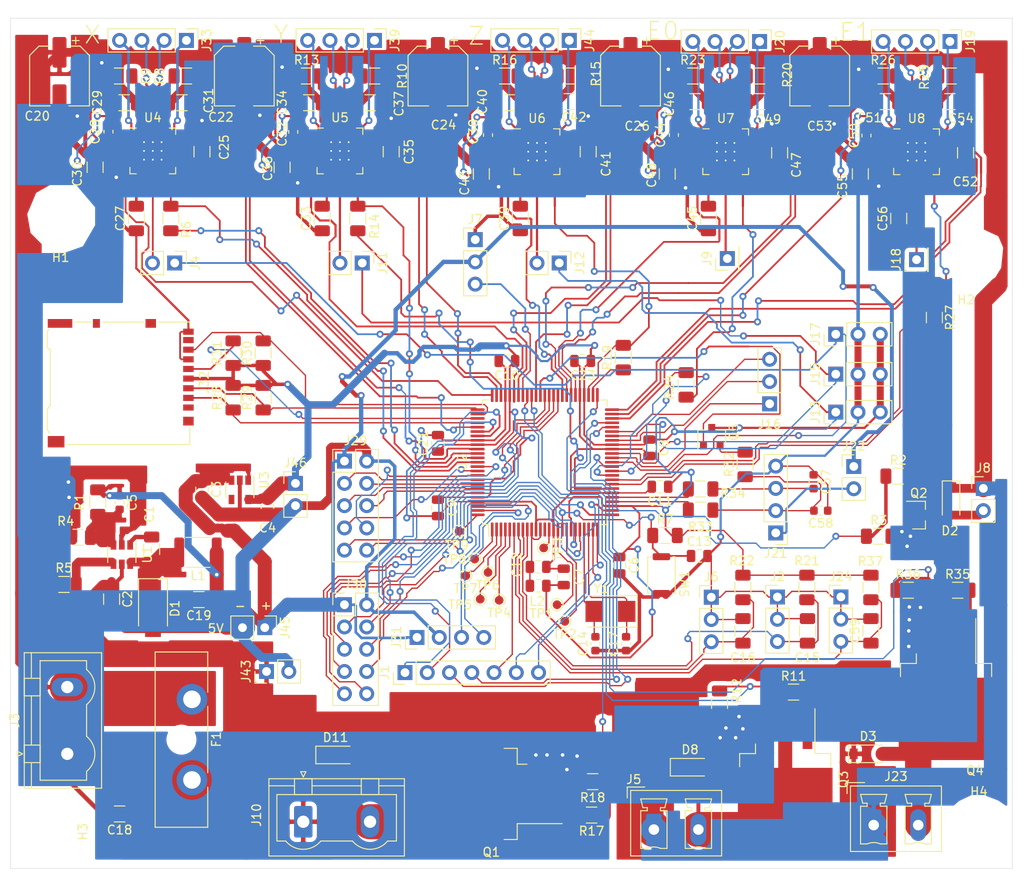
<source format=kicad_pcb>
(kicad_pcb (version 20171130) (host pcbnew "(5.1.5)-3")
  (layers (0 F.Cu signal) (31 B.Cu signal) (34 B.Paste user) (35 F.Paste user) (36 B.SilkS user) (37 F.SilkS user) (38 B.Mask user) (39 F.Mask user) (44 Edge.Cuts user))
  (net 0 "")
  (net 1 VDD)
  (net 2 +5V)
  (net 3 +3V3)
  (net 4 T1)
  (net 5 T2)
  (net 6 "Net-(D11-Pad2)")
  (net 7 Z-MAX)
  (net 8 Z-MIN)
  (net 9 Y-MAX)
  (net 10 Y-MIN)
  (net 11 X-MAX)
  (net 12 X-MIN)
  (net 13 SV1)
  (net 14 FET1)
  (net 15 FET2)
  (net 16 FET3)
  (net 17 EN_X)
  (net 18 STEP_X)
  (net 19 DIR_X)
  (net 20 EN_Y)
  (net 21 STEP_Y)
  (net 22 DIR_Y)
  (net 23 DIR_Z)
  (net 24 STEP_Z)
  (net 25 EN_Z)
  (net 26 "Net-(Q1-Pad1)")
  (net 27 "Net-(Q2-Pad1)")
  (net 28 "Net-(Q3-Pad1)")
  (net 29 "Net-(D2-Pad2)")
  (net 30 "Net-(D8-Pad2)")
  (net 31 RESET)
  (net 32 "Net-(C14-Pad2)")
  (net 33 MOSI)
  (net 34 SCK)
  (net 35 MISO)
  (net 36 CS1)
  (net 37 URX0)
  (net 38 UTX0)
  (net 39 DIR_E0)
  (net 40 EN_E0)
  (net 41 STEP_E0)
  (net 42 GND)
  (net 43 "Net-(C17-Pad2)")
  (net 44 "Net-(J12-Pad2)")
  (net 45 Beeper)
  (net 46 LCDE)
  (net 47 LCDRS)
  (net 48 LCD4)
  (net 49 LCD5)
  (net 50 LCD6)
  (net 51 LCD7)
  (net 52 BTN_EN2)
  (net 53 BTN_EN1)
  (net 54 SD_DETECT)
  (net 55 BTN_SW)
  (net 56 "Net-(C1-Pad2)")
  (net 57 "Net-(C1-Pad1)")
  (net 58 "Net-(C5-Pad2)")
  (net 59 "Net-(U3-Pad4)")
  (net 60 "Net-(R5-Pad1)")
  (net 61 USB_D-)
  (net 62 USB_D+)
  (net 63 "Net-(C12-Pad1)")
  (net 64 "Net-(C25-Pad1)")
  (net 65 "Net-(C27-Pad2)")
  (net 66 "Net-(C28-Pad2)")
  (net 67 "Net-(C28-Pad1)")
  (net 68 "Net-(C29-Pad2)")
  (net 69 "Net-(C32-Pad2)")
  (net 70 "Net-(C32-Pad1)")
  (net 71 "Net-(C33-Pad2)")
  (net 72 "Net-(C34-Pad2)")
  (net 73 "Net-(C35-Pad1)")
  (net 74 "Net-(C38-Pad2)")
  (net 75 "Net-(C38-Pad1)")
  (net 76 "Net-(C39-Pad2)")
  (net 77 "Net-(C40-Pad2)")
  (net 78 "Net-(C41-Pad1)")
  (net 79 "Net-(C44-Pad2)")
  (net 80 "Net-(C44-Pad1)")
  (net 81 "Net-(C45-Pad2)")
  (net 82 "Net-(C46-Pad2)")
  (net 83 "Net-(C47-Pad1)")
  (net 84 "Net-(C50-Pad2)")
  (net 85 "Net-(C50-Pad1)")
  (net 86 "Net-(C51-Pad2)")
  (net 87 "Net-(C52-Pad1)")
  (net 88 "Net-(C56-Pad2)")
  (net 89 "Net-(C57-Pad2)")
  (net 90 "Net-(C58-Pad2)")
  (net 91 SD_CS_LCD)
  (net 92 "Net-(J4-Pad2)")
  (net 93 "Net-(J9-Pad1)")
  (net 94 "Net-(J11-Pad2)")
  (net 95 IO1)
  (net 96 "Net-(J18-Pad1)")
  (net 97 "Net-(J19-Pad4)")
  (net 98 "Net-(J19-Pad3)")
  (net 99 "Net-(J19-Pad2)")
  (net 100 "Net-(J19-Pad1)")
  (net 101 espDataReady)
  (net 102 espReset)
  (net 103 TfrReady)
  (net 104 URX3)
  (net 105 UTX3)
  (net 106 "Net-(J21-Pad1)")
  (net 107 SD_MISO)
  (net 108 SD_SCK)
  (net 109 SD_MOSI)
  (net 110 SD_CS)
  (net 111 "Net-(J32-Pad1)")
  (net 112 "Net-(J32-Pad8)")
  (net 113 "Net-(J33-Pad4)")
  (net 114 "Net-(J33-Pad3)")
  (net 115 "Net-(J33-Pad2)")
  (net 116 "Net-(J33-Pad1)")
  (net 117 "Net-(J39-Pad4)")
  (net 118 "Net-(J39-Pad3)")
  (net 119 "Net-(J39-Pad2)")
  (net 120 "Net-(J39-Pad1)")
  (net 121 "Net-(J44-Pad4)")
  (net 122 "Net-(J44-Pad3)")
  (net 123 "Net-(J44-Pad2)")
  (net 124 "Net-(J44-Pad1)")
  (net 125 "Net-(Q5-Pad2)")
  (net 126 USB_CONN)
  (net 127 SRX_X)
  (net 128 STX_X)
  (net 129 "Net-(R8-Pad2)")
  (net 130 "Net-(R9-Pad2)")
  (net 131 "Net-(R10-Pad2)")
  (net 132 "Net-(R13-Pad2)")
  (net 133 SRX_Y)
  (net 134 STX_Y)
  (net 135 "Net-(R15-Pad2)")
  (net 136 "Net-(R16-Pad2)")
  (net 137 SRX_Z)
  (net 138 STX_Z)
  (net 139 "Net-(R20-Pad2)")
  (net 140 "Net-(R23-Pad2)")
  (net 141 SRX_E0)
  (net 142 STX_E0)
  (net 143 "Net-(R25-Pad2)")
  (net 144 "Net-(R26-Pad2)")
  (net 145 SRX_E1)
  (net 146 STX_E1)
  (net 147 EN_E1)
  (net 148 STEP_E1)
  (net 149 DIR_E1)
  (net 150 "Net-(U2-Pad13)")
  (net 151 T3)
  (net 152 "Net-(U4-Pad25)")
  (net 153 "Net-(U4-Pad20)")
  (net 154 "Net-(U4-Pad17)")
  (net 155 "Net-(U4-Pad12)")
  (net 156 "Net-(U4-Pad7)")
  (net 157 "Net-(U5-Pad25)")
  (net 158 "Net-(U5-Pad20)")
  (net 159 "Net-(U5-Pad17)")
  (net 160 "Net-(U5-Pad12)")
  (net 161 "Net-(U5-Pad7)")
  (net 162 "Net-(U6-Pad25)")
  (net 163 "Net-(U6-Pad20)")
  (net 164 "Net-(U6-Pad17)")
  (net 165 "Net-(U6-Pad12)")
  (net 166 "Net-(U6-Pad7)")
  (net 167 "Net-(U7-Pad25)")
  (net 168 "Net-(U7-Pad20)")
  (net 169 "Net-(U7-Pad17)")
  (net 170 "Net-(U7-Pad12)")
  (net 171 "Net-(U7-Pad7)")
  (net 172 "Net-(U8-Pad25)")
  (net 173 "Net-(U8-Pad20)")
  (net 174 "Net-(U8-Pad17)")
  (net 175 "Net-(U8-Pad12)")
  (net 176 "Net-(U8-Pad7)")
  (net 177 "Net-(D3-Pad2)")
  (net 178 "Net-(Q4-Pad1)")
  (net 179 FET4)
  (net 180 "Net-(TP1-Pad1)")
  (net 181 "Net-(TP2-Pad1)")
  (net 182 "Net-(TP3-Pad1)")
  (net 183 "Net-(TP4-Pad1)")
  (net 184 "Net-(TP5-Pad1)")
  (net 185 "Net-(TP6-Pad1)")
  (net 186 "Net-(TP7-Pad1)")
  (net 187 "Net-(TP8-Pad1)")
  (net 188 "Net-(TP9-Pad1)")
  (net 189 "Net-(F1-Pad1)")
  (net 190 "Net-(J20-Pad4)")
  (net 191 "Net-(J20-Pad3)")
  (net 192 "Net-(J20-Pad2)")
  (net 193 "Net-(J20-Pad1)")
  (module Connector_PinHeader_2.54mm:PinHeader_1x07_P2.54mm_Vertical (layer F.Cu) (at 65.3288 91.948 90)
    (fp_text reference J1 (at 0 -2.33 90) (layer F.SilkS))
    (fp_text value EXP3)
    (pad 7 thru_hole oval (at 0 15.24 90) (size 1.7 1.7) (drill 1) (layers *.Cu *.Mask) (net 101 espDataReady))
    (pad 6 thru_hole oval (at 0 12.7 90) (size 1.7 1.7) (drill 1) (layers *.Cu *.Mask) (net 102 espReset))
    (pad 5 thru_hole oval (at 0 10.16 90) (size 1.7 1.7) (drill 1) (layers *.Cu *.Mask) (net 103 TfrReady))
    (pad 4 thru_hole oval (at 0 7.62 90) (size 1.7 1.7) (drill 1) (layers *.Cu *.Mask) (net 104 URX3))
    (pad 3 thru_hole oval (at 0 5.08 90) (size 1.7 1.7) (drill 1) (layers *.Cu *.Mask) (net 105 UTX3))
    (pad 2 thru_hole oval (at 0 2.54 90) (size 1.7 1.7) (drill 1) (layers *.Cu *.Mask) (net 95 IO1))
    (pad 1 thru_hole rect (at 0 0 90) (size 1.7 1.7) (drill 1) (layers *.Cu *.Mask) (net 91 SD_CS_LCD))
  )
  (module Resistor_SMD:R_1206_3216Metric (layer F.Cu) (at 32.766 23.876)
    (fp_text reference R9 (at 3.048 0 270) (layer F.SilkS))
    (fp_text value 0R11)
    (pad 2 smd roundrect (at 1.4 0) (size 1.25 1.75) (layers F.Cu F.Paste F.Mask) (roundrect_rratio 0.2) (net 130 "Net-(R9-Pad2)"))
    (pad 1 smd roundrect (at -1.4 0) (size 1.25 1.75) (layers F.Cu F.Paste F.Mask) (roundrect_rratio 0.2) (net 42 GND))
  )
  (module Resistor_SMD:R_1206_3216Metric (layer F.Cu) (at 118.491 82.2325 270)
    (fp_text reference R37 (at -2.9845 0.0635 180) (layer F.SilkS))
    (fp_text value 4K7)
    (pad 2 smd roundrect (at 1.4 0 270) (size 1.25 1.75) (layers F.Cu F.Paste F.Mask) (roundrect_rratio 0.2) (net 151 T3))
    (pad 1 smd roundrect (at -1.4 0 270) (size 1.25 1.75) (layers F.Cu F.Paste F.Mask) (roundrect_rratio 0.2) (net 3 +3V3))
  )
  (module Connector_PinHeader_2.54mm:PinHeader_1x03_P2.54mm_Vertical (layer F.Cu) (at 115.062 83.312)
    (fp_text reference J24 (at 0 -2.33) (layer F.SilkS))
    (fp_text value TH_E1)
    (pad 3 thru_hole oval (at 0 5.08) (size 1.7 1.7) (drill 1) (layers *.Cu *.Mask) (net 151 T3))
    (pad 2 thru_hole oval (at 0 2.54) (size 1.7 1.7) (drill 1) (layers *.Cu *.Mask) (net 42 GND))
    (pad 1 thru_hole rect (at 0 0) (size 1.7 1.7) (drill 1) (layers *.Cu *.Mask) (net 42 GND))
  )
  (module Capacitor_SMD:C_1206_3216Metric (layer F.Cu) (at 118.491 87.1855 90)
    (fp_text reference C59 (at 0 -1.82 90) (layer F.SilkS))
    (fp_text value 10uF)
    (pad 2 smd roundrect (at 1.4 0 90) (size 1.25 1.75) (layers F.Cu F.Paste F.Mask) (roundrect_rratio 0.2) (net 42 GND))
    (pad 1 smd roundrect (at -1.4 0 90) (size 1.25 1.75) (layers F.Cu F.Paste F.Mask) (roundrect_rratio 0.2) (net 151 T3))
  )
  (module Crystal:Crystal_SMD_5032-2Pin_5.0x3.2mm (layer F.Cu) (at 88.773 84.963 180)
    (fp_text reference Y1 (at 1.016 2.6035) (layer F.SilkS))
    (fp_text value 12Mhz)
    (pad 2 smd rect (at 1.85 0 180) (size 2 2.4) (layers F.Cu F.Paste F.Mask) (net 32 "Net-(C14-Pad2)"))
    (pad 1 smd rect (at -1.85 0 180) (size 2 2.4) (layers F.Cu F.Paste F.Mask) (net 43 "Net-(C17-Pad2)"))
  )
  (module Package_DFN_QFN:QFN-28-1EP_5x5mm_P0.5mm_EP3.35x3.35mm_ThermalVias (layer F.Cu) (at 123.698 32.52)
    (fp_text reference U8 (at 0 -3.8) (layer F.SilkS))
    (fp_text value TMC2209-LA)
    (pad 28 smd roundrect (at -1.5 -2.45) (size 0.25 0.8) (layers F.Cu F.Paste F.Mask) (net 1 VDD))
    (pad 27 smd roundrect (at -1 -2.45) (size 0.25 0.8) (layers F.Cu F.Paste F.Mask) (net 144 "Net-(R26-Pad2)"))
    (pad 26 smd roundrect (at -0.5 -2.45) (size 0.25 0.8) (layers F.Cu F.Paste F.Mask) (net 98 "Net-(J19-Pad3)"))
    (pad 25 smd roundrect (at 0 -2.45) (size 0.25 0.8) (layers F.Cu F.Paste F.Mask) (net 172 "Net-(U8-Pad25)"))
    (pad 24 smd roundrect (at 0.5 -2.45) (size 0.25 0.8) (layers F.Cu F.Paste F.Mask) (net 99 "Net-(J19-Pad2)"))
    (pad 23 smd roundrect (at 1 -2.45) (size 0.25 0.8) (layers F.Cu F.Paste F.Mask) (net 143 "Net-(R25-Pad2)"))
    (pad 22 smd roundrect (at 1.5 -2.45) (size 0.25 0.8) (layers F.Cu F.Paste F.Mask) (net 1 VDD))
    (pad 21 smd roundrect (at 2.45 -1.5) (size 0.8 0.25) (layers F.Cu F.Paste F.Mask) (net 100 "Net-(J19-Pad1)"))
    (pad 20 smd roundrect (at 2.45 -1) (size 0.8 0.25) (layers F.Cu F.Paste F.Mask) (net 173 "Net-(U8-Pad20)"))
    (pad 19 smd roundrect (at 2.45 -0.5) (size 0.8 0.25) (layers F.Cu F.Paste F.Mask) (net 149 DIR_E1))
    (pad 18 smd roundrect (at 2.45 0) (size 0.8 0.25) (layers F.Cu F.Paste F.Mask) (net 42 GND))
    (pad 17 smd roundrect (at 2.45 0.5) (size 0.8 0.25) (layers F.Cu F.Paste F.Mask) (net 174 "Net-(U8-Pad17)"))
    (pad 16 smd roundrect (at 2.45 1) (size 0.8 0.25) (layers F.Cu F.Paste F.Mask) (net 148 STEP_E1))
    (pad 15 smd roundrect (at 2.45 1.5) (size 0.8 0.25) (layers F.Cu F.Paste F.Mask) (net 87 "Net-(C52-Pad1)"))
    (pad 14 smd roundrect (at 1.5 2.45) (size 0.25 0.8) (layers F.Cu F.Paste F.Mask) (net 145 SRX_E1))
    (pad 13 smd roundrect (at 1 2.45) (size 0.25 0.8) (layers F.Cu F.Paste F.Mask) (net 42 GND))
    (pad 12 smd roundrect (at 0.5 2.45) (size 0.25 0.8) (layers F.Cu F.Paste F.Mask) (net 175 "Net-(U8-Pad12)"))
    (pad 11 smd roundrect (at 0 2.45) (size 0.25 0.8) (layers F.Cu F.Paste F.Mask) (net 96 "Net-(J18-Pad1)"))
    (pad 10 smd roundrect (at -0.5 2.45) (size 0.25 0.8) (layers F.Cu F.Paste F.Mask) (net 42 GND))
    (pad 9 smd roundrect (at -1 2.45) (size 0.25 0.8) (layers F.Cu F.Paste F.Mask) (net 42 GND))
    (pad 8 smd roundrect (at -1.5 2.45) (size 0.25 0.8) (layers F.Cu F.Paste F.Mask) (net 88 "Net-(C56-Pad2)"))
    (pad 7 smd roundrect (at -2.45 1.5) (size 0.8 0.25) (layers F.Cu F.Paste F.Mask) (net 176 "Net-(U8-Pad7)"))
    (pad 6 smd roundrect (at -2.45 1) (size 0.8 0.25) (layers F.Cu F.Paste F.Mask) (net 86 "Net-(C51-Pad2)"))
    (pad 5 smd roundrect (at -2.45 0.5) (size 0.8 0.25) (layers F.Cu F.Paste F.Mask) (net 85 "Net-(C50-Pad1)"))
    (pad 4 smd roundrect (at -2.45 0) (size 0.8 0.25) (layers F.Cu F.Paste F.Mask) (net 84 "Net-(C50-Pad2)"))
    (pad 3 smd roundrect (at -2.45 -0.5) (size 0.8 0.25) (layers F.Cu F.Paste F.Mask) (net 42 GND))
    (pad 2 smd roundrect (at -2.45 -1) (size 0.8 0.25) (layers F.Cu F.Paste F.Mask) (net 147 EN_E1))
    (pad 1 smd roundrect (at -2.45 -1.5) (size 0.8 0.25) (layers F.Cu F.Paste F.Mask) (net 97 "Net-(J19-Pad4)"))
    (pad 29 smd roundrect (at 0 0) (size 2.5 2.5) (layers B.Cu) (roundrect_rratio 0.1) (net 42 GND))
    (pad 29 thru_hole circle (at 1 1) (size 0.5 0.5) (drill 0.2) (layers *.Cu) (net 42 GND))
    (pad 29 thru_hole circle (at 0 1) (size 0.5 0.5) (drill 0.2) (layers *.Cu) (net 42 GND))
    (pad 29 thru_hole circle (at -1 1) (size 0.5 0.5) (drill 0.2) (layers *.Cu) (net 42 GND))
    (pad 29 thru_hole circle (at 1 0) (size 0.5 0.5) (drill 0.2) (layers *.Cu) (net 42 GND))
    (pad 29 thru_hole circle (at 0 0) (size 0.5 0.5) (drill 0.2) (layers *.Cu) (net 42 GND))
    (pad 29 thru_hole circle (at -1 0) (size 0.5 0.5) (drill 0.2) (layers *.Cu) (net 42 GND))
    (pad 29 thru_hole circle (at 1 -1) (size 0.5 0.5) (drill 0.2) (layers *.Cu) (net 42 GND))
    (pad 29 thru_hole circle (at 0 -1) (size 0.5 0.5) (drill 0.2) (layers *.Cu) (net 42 GND))
    (pad 29 thru_hole circle (at -1 -1) (size 0.5 0.5) (drill 0.2) (layers *.Cu) (net 42 GND))
    (pad 29 smd roundrect (at 0 0) (size 3.35 3.35) (layers F.Cu F.Mask) (roundrect_rratio 0.074627) (net 42 GND))
  )
  (module Package_DFN_QFN:QFN-28-1EP_5x5mm_P0.5mm_EP3.35x3.35mm_ThermalVias (layer F.Cu) (at 101.9175 32.512)
    (fp_text reference U7 (at 0 -3.8) (layer F.SilkS))
    (fp_text value TMC2209-LA)
    (pad 28 smd roundrect (at -1.5 -2.45) (size 0.25 0.8) (layers F.Cu F.Paste F.Mask) (net 1 VDD))
    (pad 27 smd roundrect (at -1 -2.45) (size 0.25 0.8) (layers F.Cu F.Paste F.Mask) (net 140 "Net-(R23-Pad2)"))
    (pad 26 smd roundrect (at -0.5 -2.45) (size 0.25 0.8) (layers F.Cu F.Paste F.Mask) (net 191 "Net-(J20-Pad3)"))
    (pad 25 smd roundrect (at 0 -2.45) (size 0.25 0.8) (layers F.Cu F.Paste F.Mask) (net 167 "Net-(U7-Pad25)"))
    (pad 24 smd roundrect (at 0.5 -2.45) (size 0.25 0.8) (layers F.Cu F.Paste F.Mask) (net 192 "Net-(J20-Pad2)"))
    (pad 23 smd roundrect (at 1 -2.45) (size 0.25 0.8) (layers F.Cu F.Paste F.Mask) (net 139 "Net-(R20-Pad2)"))
    (pad 22 smd roundrect (at 1.5 -2.45) (size 0.25 0.8) (layers F.Cu F.Paste F.Mask) (net 1 VDD))
    (pad 21 smd roundrect (at 2.45 -1.5) (size 0.8 0.25) (layers F.Cu F.Paste F.Mask) (net 193 "Net-(J20-Pad1)"))
    (pad 20 smd roundrect (at 2.45 -1) (size 0.8 0.25) (layers F.Cu F.Paste F.Mask) (net 168 "Net-(U7-Pad20)"))
    (pad 19 smd roundrect (at 2.45 -0.5) (size 0.8 0.25) (layers F.Cu F.Paste F.Mask) (net 39 DIR_E0))
    (pad 18 smd roundrect (at 2.45 0) (size 0.8 0.25) (layers F.Cu F.Paste F.Mask) (net 42 GND))
    (pad 17 smd roundrect (at 2.45 0.5) (size 0.8 0.25) (layers F.Cu F.Paste F.Mask) (net 169 "Net-(U7-Pad17)"))
    (pad 16 smd roundrect (at 2.45 1) (size 0.8 0.25) (layers F.Cu F.Paste F.Mask) (net 41 STEP_E0))
    (pad 15 smd roundrect (at 2.45 1.5) (size 0.8 0.25) (layers F.Cu F.Paste F.Mask) (net 83 "Net-(C47-Pad1)"))
    (pad 14 smd roundrect (at 1.5 2.45) (size 0.25 0.8) (layers F.Cu F.Paste F.Mask) (net 141 SRX_E0))
    (pad 13 smd roundrect (at 1 2.45) (size 0.25 0.8) (layers F.Cu F.Paste F.Mask) (net 42 GND))
    (pad 12 smd roundrect (at 0.5 2.45) (size 0.25 0.8) (layers F.Cu F.Paste F.Mask) (net 170 "Net-(U7-Pad12)"))
    (pad 11 smd roundrect (at 0 2.45) (size 0.25 0.8) (layers F.Cu F.Paste F.Mask) (net 93 "Net-(J9-Pad1)"))
    (pad 10 smd roundrect (at -0.5 2.45) (size 0.25 0.8) (layers F.Cu F.Paste F.Mask) (net 42 GND))
    (pad 9 smd roundrect (at -1 2.45) (size 0.25 0.8) (layers F.Cu F.Paste F.Mask) (net 42 GND))
    (pad 8 smd roundrect (at -1.5 2.45) (size 0.25 0.8) (layers F.Cu F.Paste F.Mask) (net 81 "Net-(C45-Pad2)"))
    (pad 7 smd roundrect (at -2.45 1.5) (size 0.8 0.25) (layers F.Cu F.Paste F.Mask) (net 171 "Net-(U7-Pad7)"))
    (pad 6 smd roundrect (at -2.45 1) (size 0.8 0.25) (layers F.Cu F.Paste F.Mask) (net 82 "Net-(C46-Pad2)"))
    (pad 5 smd roundrect (at -2.45 0.5) (size 0.8 0.25) (layers F.Cu F.Paste F.Mask) (net 80 "Net-(C44-Pad1)"))
    (pad 4 smd roundrect (at -2.45 0) (size 0.8 0.25) (layers F.Cu F.Paste F.Mask) (net 79 "Net-(C44-Pad2)"))
    (pad 3 smd roundrect (at -2.45 -0.5) (size 0.8 0.25) (layers F.Cu F.Paste F.Mask) (net 42 GND))
    (pad 2 smd roundrect (at -2.45 -1) (size 0.8 0.25) (layers F.Cu F.Paste F.Mask) (net 40 EN_E0))
    (pad 1 smd roundrect (at -2.45 -1.5) (size 0.8 0.25) (layers F.Cu F.Paste F.Mask) (net 190 "Net-(J20-Pad4)"))
    (pad 29 smd roundrect (at 0 0) (size 2.5 2.5) (layers B.Cu) (roundrect_rratio 0.1) (net 42 GND))
    (pad 29 thru_hole circle (at 1 1) (size 0.5 0.5) (drill 0.2) (layers *.Cu) (net 42 GND))
    (pad 29 thru_hole circle (at 0 1) (size 0.5 0.5) (drill 0.2) (layers *.Cu) (net 42 GND))
    (pad 29 thru_hole circle (at -1 1) (size 0.5 0.5) (drill 0.2) (layers *.Cu) (net 42 GND))
    (pad 29 thru_hole circle (at 1 0) (size 0.5 0.5) (drill 0.2) (layers *.Cu) (net 42 GND))
    (pad 29 thru_hole circle (at 0 0) (size 0.5 0.5) (drill 0.2) (layers *.Cu) (net 42 GND))
    (pad 29 thru_hole circle (at -1 0) (size 0.5 0.5) (drill 0.2) (layers *.Cu) (net 42 GND))
    (pad 29 thru_hole circle (at 1 -1) (size 0.5 0.5) (drill 0.2) (layers *.Cu) (net 42 GND))
    (pad 29 thru_hole circle (at 0 -1) (size 0.5 0.5) (drill 0.2) (layers *.Cu) (net 42 GND))
    (pad 29 thru_hole circle (at -1 -1) (size 0.5 0.5) (drill 0.2) (layers *.Cu) (net 42 GND))
    (pad 29 smd roundrect (at 0 0) (size 3.35 3.35) (layers F.Cu F.Mask) (roundrect_rratio 0.074627) (net 42 GND))
  )
  (module Package_DFN_QFN:QFN-28-1EP_5x5mm_P0.5mm_EP3.35x3.35mm_ThermalVias (layer F.Cu) (at 80.391 32.512)
    (fp_text reference U6 (at 0 -3.8) (layer F.SilkS))
    (fp_text value TMC2209-LA)
    (pad 28 smd roundrect (at -1.5 -2.45) (size 0.25 0.8) (layers F.Cu F.Paste F.Mask) (net 1 VDD))
    (pad 27 smd roundrect (at -1 -2.45) (size 0.25 0.8) (layers F.Cu F.Paste F.Mask) (net 136 "Net-(R16-Pad2)"))
    (pad 26 smd roundrect (at -0.5 -2.45) (size 0.25 0.8) (layers F.Cu F.Paste F.Mask) (net 122 "Net-(J44-Pad3)"))
    (pad 25 smd roundrect (at 0 -2.45) (size 0.25 0.8) (layers F.Cu F.Paste F.Mask) (net 162 "Net-(U6-Pad25)"))
    (pad 24 smd roundrect (at 0.5 -2.45) (size 0.25 0.8) (layers F.Cu F.Paste F.Mask) (net 123 "Net-(J44-Pad2)"))
    (pad 23 smd roundrect (at 1 -2.45) (size 0.25 0.8) (layers F.Cu F.Paste F.Mask) (net 135 "Net-(R15-Pad2)"))
    (pad 22 smd roundrect (at 1.5 -2.45) (size 0.25 0.8) (layers F.Cu F.Paste F.Mask) (net 1 VDD))
    (pad 21 smd roundrect (at 2.45 -1.5) (size 0.8 0.25) (layers F.Cu F.Paste F.Mask) (net 124 "Net-(J44-Pad1)"))
    (pad 20 smd roundrect (at 2.45 -1) (size 0.8 0.25) (layers F.Cu F.Paste F.Mask) (net 163 "Net-(U6-Pad20)"))
    (pad 19 smd roundrect (at 2.45 -0.5) (size 0.8 0.25) (layers F.Cu F.Paste F.Mask) (net 23 DIR_Z))
    (pad 18 smd roundrect (at 2.45 0) (size 0.8 0.25) (layers F.Cu F.Paste F.Mask) (net 42 GND))
    (pad 17 smd roundrect (at 2.45 0.5) (size 0.8 0.25) (layers F.Cu F.Paste F.Mask) (net 164 "Net-(U6-Pad17)"))
    (pad 16 smd roundrect (at 2.45 1) (size 0.8 0.25) (layers F.Cu F.Paste F.Mask) (net 24 STEP_Z))
    (pad 15 smd roundrect (at 2.45 1.5) (size 0.8 0.25) (layers F.Cu F.Paste F.Mask) (net 78 "Net-(C41-Pad1)"))
    (pad 14 smd roundrect (at 1.5 2.45) (size 0.25 0.8) (layers F.Cu F.Paste F.Mask) (net 137 SRX_Z))
    (pad 13 smd roundrect (at 1 2.45) (size 0.25 0.8) (layers F.Cu F.Paste F.Mask) (net 42 GND))
    (pad 12 smd roundrect (at 0.5 2.45) (size 0.25 0.8) (layers F.Cu F.Paste F.Mask) (net 165 "Net-(U6-Pad12)"))
    (pad 11 smd roundrect (at 0 2.45) (size 0.25 0.8) (layers F.Cu F.Paste F.Mask) (net 44 "Net-(J12-Pad2)"))
    (pad 10 smd roundrect (at -0.5 2.45) (size 0.25 0.8) (layers F.Cu F.Paste F.Mask) (net 42 GND))
    (pad 9 smd roundrect (at -1 2.45) (size 0.25 0.8) (layers F.Cu F.Paste F.Mask) (net 42 GND))
    (pad 8 smd roundrect (at -1.5 2.45) (size 0.25 0.8) (layers F.Cu F.Paste F.Mask) (net 76 "Net-(C39-Pad2)"))
    (pad 7 smd roundrect (at -2.45 1.5) (size 0.8 0.25) (layers F.Cu F.Paste F.Mask) (net 166 "Net-(U6-Pad7)"))
    (pad 6 smd roundrect (at -2.45 1) (size 0.8 0.25) (layers F.Cu F.Paste F.Mask) (net 77 "Net-(C40-Pad2)"))
    (pad 5 smd roundrect (at -2.45 0.5) (size 0.8 0.25) (layers F.Cu F.Paste F.Mask) (net 75 "Net-(C38-Pad1)"))
    (pad 4 smd roundrect (at -2.45 0) (size 0.8 0.25) (layers F.Cu F.Paste F.Mask) (net 74 "Net-(C38-Pad2)"))
    (pad 3 smd roundrect (at -2.45 -0.5) (size 0.8 0.25) (layers F.Cu F.Paste F.Mask) (net 42 GND))
    (pad 2 smd roundrect (at -2.45 -1) (size 0.8 0.25) (layers F.Cu F.Paste F.Mask) (net 25 EN_Z))
    (pad 1 smd roundrect (at -2.45 -1.5) (size 0.8 0.25) (layers F.Cu F.Paste F.Mask) (net 121 "Net-(J44-Pad4)"))
    (pad 29 smd roundrect (at 0 0) (size 2.5 2.5) (layers B.Cu) (roundrect_rratio 0.1) (net 42 GND))
    (pad 29 thru_hole circle (at 1 1) (size 0.5 0.5) (drill 0.2) (layers *.Cu) (net 42 GND))
    (pad 29 thru_hole circle (at 0 1) (size 0.5 0.5) (drill 0.2) (layers *.Cu) (net 42 GND))
    (pad 29 thru_hole circle (at -1 1) (size 0.5 0.5) (drill 0.2) (layers *.Cu) (net 42 GND))
    (pad 29 thru_hole circle (at 1 0) (size 0.5 0.5) (drill 0.2) (layers *.Cu) (net 42 GND))
    (pad 29 thru_hole circle (at 0 0) (size 0.5 0.5) (drill 0.2) (layers *.Cu) (net 42 GND))
    (pad 29 thru_hole circle (at -1 0) (size 0.5 0.5) (drill 0.2) (layers *.Cu) (net 42 GND))
    (pad 29 thru_hole circle (at 1 -1) (size 0.5 0.5) (drill 0.2) (layers *.Cu) (net 42 GND))
    (pad 29 thru_hole circle (at 0 -1) (size 0.5 0.5) (drill 0.2) (layers *.Cu) (net 42 GND))
    (pad 29 thru_hole circle (at -1 -1) (size 0.5 0.5) (drill 0.2) (layers *.Cu) (net 42 GND))
    (pad 29 smd roundrect (at 0 0) (size 3.35 3.35) (layers F.Cu F.Mask) (roundrect_rratio 0.074627) (net 42 GND))
  )
  (module Package_DFN_QFN:QFN-28-1EP_5x5mm_P0.5mm_EP3.35x3.35mm_ThermalVias (layer F.Cu) (at 57.904 32.4271)
    (fp_text reference U5 (at 0 -3.8) (layer F.SilkS))
    (fp_text value TMC2209-LA)
    (pad 28 smd roundrect (at -1.5 -2.45) (size 0.25 0.8) (layers F.Cu F.Paste F.Mask) (net 1 VDD))
    (pad 27 smd roundrect (at -1 -2.45) (size 0.25 0.8) (layers F.Cu F.Paste F.Mask) (net 132 "Net-(R13-Pad2)"))
    (pad 26 smd roundrect (at -0.5 -2.45) (size 0.25 0.8) (layers F.Cu F.Paste F.Mask) (net 118 "Net-(J39-Pad3)"))
    (pad 25 smd roundrect (at 0 -2.45) (size 0.25 0.8) (layers F.Cu F.Paste F.Mask) (net 157 "Net-(U5-Pad25)"))
    (pad 24 smd roundrect (at 0.5 -2.45) (size 0.25 0.8) (layers F.Cu F.Paste F.Mask) (net 119 "Net-(J39-Pad2)"))
    (pad 23 smd roundrect (at 1 -2.45) (size 0.25 0.8) (layers F.Cu F.Paste F.Mask) (net 131 "Net-(R10-Pad2)"))
    (pad 22 smd roundrect (at 1.5 -2.45) (size 0.25 0.8) (layers F.Cu F.Paste F.Mask) (net 1 VDD))
    (pad 21 smd roundrect (at 2.45 -1.5) (size 0.8 0.25) (layers F.Cu F.Paste F.Mask) (net 120 "Net-(J39-Pad1)"))
    (pad 20 smd roundrect (at 2.45 -1) (size 0.8 0.25) (layers F.Cu F.Paste F.Mask) (net 158 "Net-(U5-Pad20)"))
    (pad 19 smd roundrect (at 2.45 -0.5) (size 0.8 0.25) (layers F.Cu F.Paste F.Mask) (net 22 DIR_Y))
    (pad 18 smd roundrect (at 2.45 0) (size 0.8 0.25) (layers F.Cu F.Paste F.Mask) (net 42 GND))
    (pad 17 smd roundrect (at 2.45 0.5) (size 0.8 0.25) (layers F.Cu F.Paste F.Mask) (net 159 "Net-(U5-Pad17)"))
    (pad 16 smd roundrect (at 2.45 1) (size 0.8 0.25) (layers F.Cu F.Paste F.Mask) (net 21 STEP_Y))
    (pad 15 smd roundrect (at 2.45 1.5) (size 0.8 0.25) (layers F.Cu F.Paste F.Mask) (net 73 "Net-(C35-Pad1)"))
    (pad 14 smd roundrect (at 1.5 2.45) (size 0.25 0.8) (layers F.Cu F.Paste F.Mask) (net 133 SRX_Y))
    (pad 13 smd roundrect (at 1 2.45) (size 0.25 0.8) (layers F.Cu F.Paste F.Mask) (net 42 GND))
    (pad 12 smd roundrect (at 0.5 2.45) (size 0.25 0.8) (layers F.Cu F.Paste F.Mask) (net 160 "Net-(U5-Pad12)"))
    (pad 11 smd roundrect (at 0 2.45) (size 0.25 0.8) (layers F.Cu F.Paste F.Mask) (net 94 "Net-(J11-Pad2)"))
    (pad 10 smd roundrect (at -0.5 2.45) (size 0.25 0.8) (layers F.Cu F.Paste F.Mask) (net 42 GND))
    (pad 9 smd roundrect (at -1 2.45) (size 0.25 0.8) (layers F.Cu F.Paste F.Mask) (net 42 GND))
    (pad 8 smd roundrect (at -1.5 2.45) (size 0.25 0.8) (layers F.Cu F.Paste F.Mask) (net 71 "Net-(C33-Pad2)"))
    (pad 7 smd roundrect (at -2.45 1.5) (size 0.8 0.25) (layers F.Cu F.Paste F.Mask) (net 161 "Net-(U5-Pad7)"))
    (pad 6 smd roundrect (at -2.45 1) (size 0.8 0.25) (layers F.Cu F.Paste F.Mask) (net 72 "Net-(C34-Pad2)"))
    (pad 5 smd roundrect (at -2.45 0.5) (size 0.8 0.25) (layers F.Cu F.Paste F.Mask) (net 70 "Net-(C32-Pad1)"))
    (pad 4 smd roundrect (at -2.45 0) (size 0.8 0.25) (layers F.Cu F.Paste F.Mask) (net 69 "Net-(C32-Pad2)"))
    (pad 3 smd roundrect (at -2.45 -0.5) (size 0.8 0.25) (layers F.Cu F.Paste F.Mask) (net 42 GND))
    (pad 2 smd roundrect (at -2.45 -1) (size 0.8 0.25) (layers F.Cu F.Paste F.Mask) (net 20 EN_Y))
    (pad 1 smd roundrect (at -2.45 -1.5) (size 0.8 0.25) (layers F.Cu F.Paste F.Mask) (net 117 "Net-(J39-Pad4)"))
    (pad 29 smd roundrect (at 0 0) (size 2.5 2.5) (layers B.Cu) (roundrect_rratio 0.1) (net 42 GND))
    (pad 29 thru_hole circle (at 1 1) (size 0.5 0.5) (drill 0.2) (layers *.Cu) (net 42 GND))
    (pad 29 thru_hole circle (at 0 1) (size 0.5 0.5) (drill 0.2) (layers *.Cu) (net 42 GND))
    (pad 29 thru_hole circle (at -1 1) (size 0.5 0.5) (drill 0.2) (layers *.Cu) (net 42 GND))
    (pad 29 thru_hole circle (at 1 0) (size 0.5 0.5) (drill 0.2) (layers *.Cu) (net 42 GND))
    (pad 29 thru_hole circle (at 0 0) (size 0.5 0.5) (drill 0.2) (layers *.Cu) (net 42 GND))
    (pad 29 thru_hole circle (at -1 0) (size 0.5 0.5) (drill 0.2) (layers *.Cu) (net 42 GND))
    (pad 29 thru_hole circle (at 1 -1) (size 0.5 0.5) (drill 0.2) (layers *.Cu) (net 42 GND))
    (pad 29 thru_hole circle (at 0 -1) (size 0.5 0.5) (drill 0.2) (layers *.Cu) (net 42 GND))
    (pad 29 thru_hole circle (at -1 -1) (size 0.5 0.5) (drill 0.2) (layers *.Cu) (net 42 GND))
    (pad 29 smd roundrect (at 0 0) (size 3.35 3.35) (layers F.Cu F.Mask) (roundrect_rratio 0.074627) (net 42 GND))
  )
  (module Package_DFN_QFN:QFN-28-1EP_5x5mm_P0.5mm_EP3.35x3.35mm_ThermalVias (layer F.Cu) (at 36.552 32.422)
    (fp_text reference U4 (at 0 -3.8) (layer F.SilkS))
    (fp_text value TMC2209-LA)
    (pad 28 smd roundrect (at -1.5 -2.45) (size 0.25 0.8) (layers F.Cu F.Paste F.Mask) (net 1 VDD))
    (pad 27 smd roundrect (at -1 -2.45) (size 0.25 0.8) (layers F.Cu F.Paste F.Mask) (net 130 "Net-(R9-Pad2)"))
    (pad 26 smd roundrect (at -0.5 -2.45) (size 0.25 0.8) (layers F.Cu F.Paste F.Mask) (net 114 "Net-(J33-Pad3)"))
    (pad 25 smd roundrect (at 0 -2.45) (size 0.25 0.8) (layers F.Cu F.Paste F.Mask) (net 152 "Net-(U4-Pad25)"))
    (pad 24 smd roundrect (at 0.5 -2.45) (size 0.25 0.8) (layers F.Cu F.Paste F.Mask) (net 115 "Net-(J33-Pad2)"))
    (pad 23 smd roundrect (at 1 -2.45) (size 0.25 0.8) (layers F.Cu F.Paste F.Mask) (net 129 "Net-(R8-Pad2)"))
    (pad 22 smd roundrect (at 1.5 -2.45) (size 0.25 0.8) (layers F.Cu F.Paste F.Mask) (net 1 VDD))
    (pad 21 smd roundrect (at 2.45 -1.5) (size 0.8 0.25) (layers F.Cu F.Paste F.Mask) (net 116 "Net-(J33-Pad1)"))
    (pad 20 smd roundrect (at 2.45 -1) (size 0.8 0.25) (layers F.Cu F.Paste F.Mask) (net 153 "Net-(U4-Pad20)"))
    (pad 19 smd roundrect (at 2.45 -0.5) (size 0.8 0.25) (layers F.Cu F.Paste F.Mask) (net 19 DIR_X))
    (pad 18 smd roundrect (at 2.45 0) (size 0.8 0.25) (layers F.Cu F.Paste F.Mask) (net 42 GND))
    (pad 17 smd roundrect (at 2.45 0.5) (size 0.8 0.25) (layers F.Cu F.Paste F.Mask) (net 154 "Net-(U4-Pad17)"))
    (pad 16 smd roundrect (at 2.45 1) (size 0.8 0.25) (layers F.Cu F.Paste F.Mask) (net 18 STEP_X))
    (pad 15 smd roundrect (at 2.45 1.5) (size 0.8 0.25) (layers F.Cu F.Paste F.Mask) (net 64 "Net-(C25-Pad1)"))
    (pad 14 smd roundrect (at 1.5 2.45) (size 0.25 0.8) (layers F.Cu F.Paste F.Mask) (net 127 SRX_X))
    (pad 13 smd roundrect (at 1 2.45) (size 0.25 0.8) (layers F.Cu F.Paste F.Mask) (net 42 GND))
    (pad 12 smd roundrect (at 0.5 2.45) (size 0.25 0.8) (layers F.Cu F.Paste F.Mask) (net 155 "Net-(U4-Pad12)"))
    (pad 11 smd roundrect (at 0 2.45) (size 0.25 0.8) (layers F.Cu F.Paste F.Mask) (net 92 "Net-(J4-Pad2)"))
    (pad 10 smd roundrect (at -0.5 2.45) (size 0.25 0.8) (layers F.Cu F.Paste F.Mask) (net 42 GND))
    (pad 9 smd roundrect (at -1 2.45) (size 0.25 0.8) (layers F.Cu F.Paste F.Mask) (net 42 GND))
    (pad 8 smd roundrect (at -1.5 2.45) (size 0.25 0.8) (layers F.Cu F.Paste F.Mask) (net 65 "Net-(C27-Pad2)"))
    (pad 7 smd roundrect (at -2.45 1.5) (size 0.8 0.25) (layers F.Cu F.Paste F.Mask) (net 156 "Net-(U4-Pad7)"))
    (pad 6 smd roundrect (at -2.45 1) (size 0.8 0.25) (layers F.Cu F.Paste F.Mask) (net 68 "Net-(C29-Pad2)"))
    (pad 5 smd roundrect (at -2.45 0.5) (size 0.8 0.25) (layers F.Cu F.Paste F.Mask) (net 67 "Net-(C28-Pad1)"))
    (pad 4 smd roundrect (at -2.45 0) (size 0.8 0.25) (layers F.Cu F.Paste F.Mask) (net 66 "Net-(C28-Pad2)"))
    (pad 3 smd roundrect (at -2.45 -0.5) (size 0.8 0.25) (layers F.Cu F.Paste F.Mask) (net 42 GND))
    (pad 2 smd roundrect (at -2.45 -1) (size 0.8 0.25) (layers F.Cu F.Paste F.Mask) (net 17 EN_X))
    (pad 1 smd roundrect (at -2.45 -1.5) (size 0.8 0.25) (layers F.Cu F.Paste F.Mask) (net 113 "Net-(J33-Pad4)"))
    (pad 29 smd roundrect (at 0 0) (size 2.5 2.5) (layers B.Cu) (roundrect_rratio 0.1) (net 42 GND))
    (pad 29 thru_hole circle (at 1 1) (size 0.5 0.5) (drill 0.2) (layers *.Cu) (net 42 GND))
    (pad 29 thru_hole circle (at 0 1) (size 0.5 0.5) (drill 0.2) (layers *.Cu) (net 42 GND))
    (pad 29 thru_hole circle (at -1 1) (size 0.5 0.5) (drill 0.2) (layers *.Cu) (net 42 GND))
    (pad 29 thru_hole circle (at 1 0) (size 0.5 0.5) (drill 0.2) (layers *.Cu) (net 42 GND))
    (pad 29 thru_hole circle (at 0 0) (size 0.5 0.5) (drill 0.2) (layers *.Cu) (net 42 GND))
    (pad 29 thru_hole circle (at -1 0) (size 0.5 0.5) (drill 0.2) (layers *.Cu) (net 42 GND))
    (pad 29 thru_hole circle (at 1 -1) (size 0.5 0.5) (drill 0.2) (layers *.Cu) (net 42 GND))
    (pad 29 thru_hole circle (at 0 -1) (size 0.5 0.5) (drill 0.2) (layers *.Cu) (net 42 GND))
    (pad 29 thru_hole circle (at -1 -1) (size 0.5 0.5) (drill 0.2) (layers *.Cu) (net 42 GND))
    (pad 29 smd roundrect (at 0 0) (size 3.35 3.35) (layers F.Cu F.Mask) (roundrect_rratio 0.074627) (net 42 GND))
  )
  (module Package_QFP:LQFP-100_14x14mm_P0.5mm (layer F.Cu) (at 81.28 67.945 90)
    (fp_text reference U2 (at 0 -9.42 90) (layer F.SilkS))
    (fp_text value LPC1768FBD100)
    (pad 100 smd roundrect (at -6 -7.675 90) (size 0.3 1.6) (layers F.Cu F.Paste F.Mask) (net 188 "Net-(TP9-Pad1)"))
    (pad 99 smd roundrect (at -5.5 -7.675 90) (size 0.3 1.6) (layers F.Cu F.Paste F.Mask) (net 37 URX0))
    (pad 98 smd roundrect (at -5 -7.675 90) (size 0.3 1.6) (layers F.Cu F.Paste F.Mask) (net 38 UTX0))
    (pad 97 smd roundrect (at -4.5 -7.675 90) (size 0.3 1.6) (layers F.Cu F.Paste F.Mask) (net 42 GND))
    (pad 96 smd roundrect (at -4 -7.675 90) (size 0.3 1.6) (layers F.Cu F.Paste F.Mask) (net 3 +3V3))
    (pad 95 smd roundrect (at -3.5 -7.675 90) (size 0.3 1.6) (layers F.Cu F.Paste F.Mask) (net 48 LCD4))
    (pad 94 smd roundrect (at -3 -7.675 90) (size 0.3 1.6) (layers F.Cu F.Paste F.Mask) (net 49 LCD5))
    (pad 93 smd roundrect (at -2.5 -7.675 90) (size 0.3 1.6) (layers F.Cu F.Paste F.Mask) (net 50 LCD6))
    (pad 92 smd roundrect (at -2 -7.675 90) (size 0.3 1.6) (layers F.Cu F.Paste F.Mask) (net 51 LCD7))
    (pad 91 smd roundrect (at -1.5 -7.675 90) (size 0.3 1.6) (layers F.Cu F.Paste F.Mask) (net 46 LCDE))
    (pad 90 smd roundrect (at -1 -7.675 90) (size 0.3 1.6) (layers F.Cu F.Paste F.Mask) (net 47 LCDRS))
    (pad 89 smd roundrect (at -0.5 -7.675 90) (size 0.3 1.6) (layers F.Cu F.Paste F.Mask) (net 54 SD_DETECT))
    (pad 88 smd roundrect (at 0 -7.675 90) (size 0.3 1.6) (layers F.Cu F.Paste F.Mask) (net 127 SRX_X))
    (pad 87 smd roundrect (at 0.5 -7.675 90) (size 0.3 1.6) (layers F.Cu F.Paste F.Mask) (net 128 STX_X))
    (pad 86 smd roundrect (at 1 -7.675 90) (size 0.3 1.6) (layers F.Cu F.Paste F.Mask) (net 133 SRX_Y))
    (pad 85 smd roundrect (at 1.5 -7.675 90) (size 0.3 1.6) (layers F.Cu F.Paste F.Mask) (net 19 DIR_X))
    (pad 84 smd roundrect (at 2 -7.675 90) (size 0.3 1.6) (layers F.Cu F.Paste F.Mask) (net 3 +3V3))
    (pad 83 smd roundrect (at 2.5 -7.675 90) (size 0.3 1.6) (layers F.Cu F.Paste F.Mask) (net 42 GND))
    (pad 82 smd roundrect (at 3 -7.675 90) (size 0.3 1.6) (layers F.Cu F.Paste F.Mask) (net 95 IO1))
    (pad 81 smd roundrect (at 3.5 -7.675 90) (size 0.3 1.6) (layers F.Cu F.Paste F.Mask) (net 91 SD_CS_LCD))
    (pad 80 smd roundrect (at 4 -7.675 90) (size 0.3 1.6) (layers F.Cu F.Paste F.Mask) (net 18 STEP_X))
    (pad 79 smd roundrect (at 4.5 -7.675 90) (size 0.3 1.6) (layers F.Cu F.Paste F.Mask) (net 110 SD_CS))
    (pad 78 smd roundrect (at 5 -7.675 90) (size 0.3 1.6) (layers F.Cu F.Paste F.Mask) (net 108 SD_SCK))
    (pad 77 smd roundrect (at 5.5 -7.675 90) (size 0.3 1.6) (layers F.Cu F.Paste F.Mask) (net 107 SD_MISO))
    (pad 76 smd roundrect (at 6 -7.675 90) (size 0.3 1.6) (layers F.Cu F.Paste F.Mask) (net 109 SD_MOSI))
    (pad 75 smd roundrect (at 7.675 -6 90) (size 1.6 0.3) (layers F.Cu F.Paste F.Mask) (net 17 EN_X))
    (pad 74 smd roundrect (at 7.675 -5.5 90) (size 1.6 0.3) (layers F.Cu F.Paste F.Mask) (net 21 STEP_Y))
    (pad 73 smd roundrect (at 7.675 -5 90) (size 1.6 0.3) (layers F.Cu F.Paste F.Mask) (net 22 DIR_Y))
    (pad 72 smd roundrect (at 7.675 -4.5 90) (size 1.6 0.3) (layers F.Cu F.Paste F.Mask) (net 42 GND))
    (pad 71 smd roundrect (at 7.675 -4 90) (size 1.6 0.3) (layers F.Cu F.Paste F.Mask) (net 3 +3V3))
    (pad 70 smd roundrect (at 7.675 -3.5 90) (size 1.6 0.3) (layers F.Cu F.Paste F.Mask) (net 20 EN_Y))
    (pad 69 smd roundrect (at 7.675 -3 90) (size 1.6 0.3) (layers F.Cu F.Paste F.Mask) (net 24 STEP_Z))
    (pad 68 smd roundrect (at 7.675 -2.5 90) (size 1.6 0.3) (layers F.Cu F.Paste F.Mask) (net 13 SV1))
    (pad 67 smd roundrect (at 7.675 -2 90) (size 1.6 0.3) (layers F.Cu F.Paste F.Mask) (net 14 FET1))
    (pad 66 smd roundrect (at 7.675 -1.5 90) (size 1.6 0.3) (layers F.Cu F.Paste F.Mask) (net 16 FET3))
    (pad 65 smd roundrect (at 7.675 -1 90) (size 1.6 0.3) (layers F.Cu F.Paste F.Mask) (net 23 DIR_Z))
    (pad 64 smd roundrect (at 7.675 -0.5 90) (size 1.6 0.3) (layers F.Cu F.Paste F.Mask) (net 126 USB_CONN))
    (pad 63 smd roundrect (at 7.675 0 90) (size 1.6 0.3) (layers F.Cu F.Paste F.Mask) (net 36 CS1))
    (pad 62 smd roundrect (at 7.675 0.5 90) (size 1.6 0.3) (layers F.Cu F.Paste F.Mask) (net 34 SCK))
    (pad 61 smd roundrect (at 7.675 1 90) (size 1.6 0.3) (layers F.Cu F.Paste F.Mask) (net 35 MISO))
    (pad 60 smd roundrect (at 7.675 1.5 90) (size 1.6 0.3) (layers F.Cu F.Paste F.Mask) (net 33 MOSI))
    (pad 59 smd roundrect (at 7.675 2 90) (size 1.6 0.3) (layers F.Cu F.Paste F.Mask) (net 25 EN_Z))
    (pad 58 smd roundrect (at 7.675 2.5 90) (size 1.6 0.3) (layers F.Cu F.Paste F.Mask) (net 41 STEP_E0))
    (pad 57 smd roundrect (at 7.675 3 90) (size 1.6 0.3) (layers F.Cu F.Paste F.Mask) (net 40 EN_E0))
    (pad 56 smd roundrect (at 7.675 3.5 90) (size 1.6 0.3) (layers F.Cu F.Paste F.Mask) (net 39 DIR_E0))
    (pad 55 smd roundrect (at 7.675 4 90) (size 1.6 0.3) (layers F.Cu F.Paste F.Mask) (net 42 GND))
    (pad 54 smd roundrect (at 7.675 4.5 90) (size 1.6 0.3) (layers F.Cu F.Paste F.Mask) (net 3 +3V3))
    (pad 53 smd roundrect (at 7.675 5 90) (size 1.6 0.3) (layers F.Cu F.Paste F.Mask) (net 137 SRX_Z))
    (pad 52 smd roundrect (at 7.675 5.5 90) (size 1.6 0.3) (layers F.Cu F.Paste F.Mask) (net 138 STX_Z))
    (pad 51 smd roundrect (at 7.675 6 90) (size 1.6 0.3) (layers F.Cu F.Paste F.Mask) (net 179 FET4))
    (pad 50 smd roundrect (at 6 7.675 90) (size 0.3 1.6) (layers F.Cu F.Paste F.Mask) (net 149 DIR_E1))
    (pad 49 smd roundrect (at 5.5 7.675 90) (size 0.3 1.6) (layers F.Cu F.Paste F.Mask) (net 147 EN_E1))
    (pad 48 smd roundrect (at 5 7.675 90) (size 0.3 1.6) (layers F.Cu F.Paste F.Mask) (net 148 STEP_E1))
    (pad 47 smd roundrect (at 4.5 7.675 90) (size 0.3 1.6) (layers F.Cu F.Paste F.Mask) (net 104 URX3))
    (pad 46 smd roundrect (at 4 7.675 90) (size 0.3 1.6) (layers F.Cu F.Paste F.Mask) (net 105 UTX3))
    (pad 45 smd roundrect (at 3.5 7.675 90) (size 0.3 1.6) (layers F.Cu F.Paste F.Mask) (net 7 Z-MAX))
    (pad 44 smd roundrect (at 3 7.675 90) (size 0.3 1.6) (layers F.Cu F.Paste F.Mask) (net 8 Z-MIN))
    (pad 43 smd roundrect (at 2.5 7.675 90) (size 0.3 1.6) (layers F.Cu F.Paste F.Mask) (net 9 Y-MAX))
    (pad 42 smd roundrect (at 2 7.675 90) (size 0.3 1.6) (layers F.Cu F.Paste F.Mask) (net 3 +3V3))
    (pad 41 smd roundrect (at 1.5 7.675 90) (size 0.3 1.6) (layers F.Cu F.Paste F.Mask) (net 42 GND))
    (pad 40 smd roundrect (at 1 7.675 90) (size 0.3 1.6) (layers F.Cu F.Paste F.Mask) (net 10 Y-MIN))
    (pad 39 smd roundrect (at 0.5 7.675 90) (size 0.3 1.6) (layers F.Cu F.Paste F.Mask) (net 11 X-MAX))
    (pad 38 smd roundrect (at 0 7.675 90) (size 0.3 1.6) (layers F.Cu F.Paste F.Mask) (net 12 X-MIN))
    (pad 37 smd roundrect (at -0.5 7.675 90) (size 0.3 1.6) (layers F.Cu F.Paste F.Mask) (net 15 FET2))
    (pad 36 smd roundrect (at -1 7.675 90) (size 0.3 1.6) (layers F.Cu F.Paste F.Mask) (net 142 STX_E0))
    (pad 35 smd roundrect (at -1.5 7.675 90) (size 0.3 1.6) (layers F.Cu F.Paste F.Mask) (net 141 SRX_E0))
    (pad 34 smd roundrect (at -2 7.675 90) (size 0.3 1.6) (layers F.Cu F.Paste F.Mask) (net 146 STX_E1))
    (pad 33 smd roundrect (at -2.5 7.675 90) (size 0.3 1.6) (layers F.Cu F.Paste F.Mask) (net 145 SRX_E1))
    (pad 32 smd roundrect (at -3 7.675 90) (size 0.3 1.6) (layers F.Cu F.Paste F.Mask) (net 134 STX_Y))
    (pad 31 smd roundrect (at -3.5 7.675 90) (size 0.3 1.6) (layers F.Cu F.Paste F.Mask) (net 42 GND))
    (pad 30 smd roundrect (at -4 7.675 90) (size 0.3 1.6) (layers F.Cu F.Paste F.Mask) (net 61 USB_D-))
    (pad 29 smd roundrect (at -4.5 7.675 90) (size 0.3 1.6) (layers F.Cu F.Paste F.Mask) (net 62 USB_D+))
    (pad 28 smd roundrect (at -5 7.675 90) (size 0.3 1.6) (layers F.Cu F.Paste F.Mask) (net 3 +3V3))
    (pad 27 smd roundrect (at -5.5 7.675 90) (size 0.3 1.6) (layers F.Cu F.Paste F.Mask) (net 53 BTN_EN1))
    (pad 26 smd roundrect (at -6 7.675 90) (size 0.3 1.6) (layers F.Cu F.Paste F.Mask) (net 52 BTN_EN2))
    (pad 25 smd roundrect (at -7.675 6 90) (size 1.6 0.3) (layers F.Cu F.Paste F.Mask) (net 102 espReset))
    (pad 24 smd roundrect (at -7.675 5.5 90) (size 1.6 0.3) (layers F.Cu F.Paste F.Mask) (net 101 espDataReady))
    (pad 23 smd roundrect (at -7.675 5 90) (size 1.6 0.3) (layers F.Cu F.Paste F.Mask) (net 43 "Net-(C17-Pad2)"))
    (pad 22 smd roundrect (at -7.675 4.5 90) (size 1.6 0.3) (layers F.Cu F.Paste F.Mask) (net 32 "Net-(C14-Pad2)"))
    (pad 21 smd roundrect (at -7.675 4 90) (size 1.6 0.3) (layers F.Cu F.Paste F.Mask) (net 55 BTN_SW))
    (pad 20 smd roundrect (at -7.675 3.5 90) (size 1.6 0.3) (layers F.Cu F.Paste F.Mask) (net 45 Beeper))
    (pad 19 smd roundrect (at -7.675 3 90) (size 1.6 0.3) (layers F.Cu F.Paste F.Mask) (net 3 +3V3))
    (pad 18 smd roundrect (at -7.675 2.5 90) (size 1.6 0.3) (layers F.Cu F.Paste F.Mask) (net 181 "Net-(TP2-Pad1)"))
    (pad 17 smd roundrect (at -7.675 2 90) (size 1.6 0.3) (layers F.Cu F.Paste F.Mask) (net 31 RESET))
    (pad 16 smd roundrect (at -7.675 1.5 90) (size 1.6 0.3) (layers F.Cu F.Paste F.Mask) (net 180 "Net-(TP1-Pad1)"))
    (pad 15 smd roundrect (at -7.675 1 90) (size 1.6 0.3) (layers F.Cu F.Paste F.Mask) (net 42 GND))
    (pad 14 smd roundrect (at -7.675 0.5 90) (size 1.6 0.3) (layers F.Cu F.Paste F.Mask) (net 182 "Net-(TP3-Pad1)"))
    (pad 13 smd roundrect (at -7.675 0 90) (size 1.6 0.3) (layers F.Cu F.Paste F.Mask) (net 150 "Net-(U2-Pad13)"))
    (pad 12 smd roundrect (at -7.675 -0.5 90) (size 1.6 0.3) (layers F.Cu F.Paste F.Mask) (net 63 "Net-(C12-Pad1)"))
    (pad 11 smd roundrect (at -7.675 -1 90) (size 1.6 0.3) (layers F.Cu F.Paste F.Mask) (net 42 GND))
    (pad 10 smd roundrect (at -7.675 -1.5 90) (size 1.6 0.3) (layers F.Cu F.Paste F.Mask) (net 63 "Net-(C12-Pad1)"))
    (pad 9 smd roundrect (at -7.675 -2 90) (size 1.6 0.3) (layers F.Cu F.Paste F.Mask) (net 4 T1))
    (pad 8 smd roundrect (at -7.675 -2.5 90) (size 1.6 0.3) (layers F.Cu F.Paste F.Mask) (net 5 T2))
    (pad 7 smd roundrect (at -7.675 -3 90) (size 1.6 0.3) (layers F.Cu F.Paste F.Mask) (net 151 T3))
    (pad 6 smd roundrect (at -7.675 -3.5 90) (size 1.6 0.3) (layers F.Cu F.Paste F.Mask) (net 103 TfrReady))
    (pad 5 smd roundrect (at -7.675 -4 90) (size 1.6 0.3) (layers F.Cu F.Paste F.Mask) (net 183 "Net-(TP4-Pad1)"))
    (pad 4 smd roundrect (at -7.675 -4.5 90) (size 1.6 0.3) (layers F.Cu F.Paste F.Mask) (net 184 "Net-(TP5-Pad1)"))
    (pad 3 smd roundrect (at -7.675 -5 90) (size 1.6 0.3) (layers F.Cu F.Paste F.Mask) (net 185 "Net-(TP6-Pad1)"))
    (pad 2 smd roundrect (at -7.675 -5.5 90) (size 1.6 0.3) (layers F.Cu F.Paste F.Mask) (net 186 "Net-(TP7-Pad1)"))
    (pad 1 smd roundrect (at -7.675 -6 90) (size 1.6 0.3) (layers F.Cu F.Paste F.Mask) (net 187 "Net-(TP8-Pad1)"))
  )
  (module Package_TO_SOT_SMD:SOT-23-6 (layer F.Cu) (at 33.02 78.486 270)
    (fp_text reference U1 (at 0 -2.9 90) (layer F.SilkS))
    (fp_text value MP2451)
    (pad 5 smd rect (at 1.1 0 270) (size 1.06 0.65) (layers F.Cu F.Paste F.Mask) (net 1 VDD))
    (pad 6 smd rect (at 1.1 -0.95 270) (size 1.06 0.65) (layers F.Cu F.Paste F.Mask) (net 57 "Net-(C1-Pad1)"))
    (pad 4 smd rect (at 1.1 0.95 270) (size 1.06 0.65) (layers F.Cu F.Paste F.Mask) (net 60 "Net-(R5-Pad1)"))
    (pad 3 smd rect (at -1.1 0.95 270) (size 1.06 0.65) (layers F.Cu F.Paste F.Mask) (net 58 "Net-(C5-Pad2)"))
    (pad 2 smd rect (at -1.1 0 270) (size 1.06 0.65) (layers F.Cu F.Paste F.Mask) (net 42 GND))
    (pad 1 smd rect (at -1.1 -0.95 270) (size 1.06 0.65) (layers F.Cu F.Paste F.Mask) (net 56 "Net-(C1-Pad2)"))
  )
  (module Button_Switch_SMD:SW_Push_SPST_NO_Alps_SKRK (layer F.Cu) (at 94.5896 80.8228 90)
    (fp_text reference SW1 (at -1.016 2.6416 90) (layer F.SilkS))
    (fp_text value SW_Push)
    (pad 1 smd roundrect (at -2.1 0 90) (size 0.8 2) (layers F.Cu F.Paste F.Mask) (net 42 GND))
    (pad 2 smd roundrect (at 2.1 0 90) (size 0.8 2) (layers F.Cu F.Paste F.Mask) (net 31 RESET))
  )
  (module Resistor_SMD:R_1206_3216Metric (layer F.Cu) (at 99.06 70.993 180)
    (fp_text reference R34 (at -3.683 -0.508) (layer F.SilkS))
    (fp_text value 33K)
    (pad 2 smd roundrect (at 1.4 0 180) (size 1.25 1.75) (layers F.Cu F.Paste F.Mask) (roundrect_rratio 0.2) (net 61 USB_D-))
    (pad 1 smd roundrect (at -1.4 0 180) (size 1.25 1.75) (layers F.Cu F.Paste F.Mask) (roundrect_rratio 0.2) (net 89 "Net-(C57-Pad2)"))
  )
  (module Resistor_SMD:R_1206_3216Metric (layer F.Cu) (at 99.06 73.406)
    (fp_text reference R33 (at 0 1.905) (layer F.SilkS))
    (fp_text value 33K)
    (pad 2 smd roundrect (at 1.4 0) (size 1.25 1.75) (layers F.Cu F.Paste F.Mask) (roundrect_rratio 0.2) (net 90 "Net-(C58-Pad2)"))
    (pad 1 smd roundrect (at -1.4 0) (size 1.25 1.75) (layers F.Cu F.Paste F.Mask) (roundrect_rratio 0.2) (net 62 USB_D+))
  )
  (module Resistor_SMD:R_1206_3216Metric (layer F.Cu) (at 104.14 68.199 90)
    (fp_text reference R32 (at 0 -1.82 90) (layer F.SilkS))
    (fp_text value 1K5)
    (pad 2 smd roundrect (at 1.4 0 90) (size 1.25 1.75) (layers F.Cu F.Paste F.Mask) (roundrect_rratio 0.2) (net 125 "Net-(Q5-Pad2)"))
    (pad 1 smd roundrect (at -1.4 0 90) (size 1.25 1.75) (layers F.Cu F.Paste F.Mask) (roundrect_rratio 0.2) (net 90 "Net-(C58-Pad2)"))
  )
  (module Resistor_SMD:R_1206_3216Metric (layer F.Cu) (at 45.72 55.499 90)
    (fp_text reference R31 (at 0 -1.82 90) (layer F.SilkS))
    (fp_text value 10K)
    (pad 2 smd roundrect (at 1.4 0 90) (size 1.25 1.75) (layers F.Cu F.Paste F.Mask) (roundrect_rratio 0.2) (net 108 SD_SCK))
    (pad 1 smd roundrect (at -1.4 0 90) (size 1.25 1.75) (layers F.Cu F.Paste F.Mask) (roundrect_rratio 0.2) (net 3 +3V3))
  )
  (module Resistor_SMD:R_1206_3216Metric (layer F.Cu) (at 49.149 55.499 90)
    (fp_text reference R30 (at 0 -1.82 90) (layer F.SilkS))
    (fp_text value 10K)
    (pad 2 smd roundrect (at 1.4 0 90) (size 1.25 1.75) (layers F.Cu F.Paste F.Mask) (roundrect_rratio 0.2) (net 107 SD_MISO))
    (pad 1 smd roundrect (at -1.4 0 90) (size 1.25 1.75) (layers F.Cu F.Paste F.Mask) (roundrect_rratio 0.2) (net 3 +3V3))
  )
  (module Resistor_SMD:R_1206_3216Metric (layer F.Cu) (at 49.149 60.579 90)
    (fp_text reference R29 (at 0 -1.82 90) (layer F.SilkS))
    (fp_text value 10K)
    (pad 2 smd roundrect (at 1.4 0 90) (size 1.25 1.75) (layers F.Cu F.Paste F.Mask) (roundrect_rratio 0.2) (net 3 +3V3))
    (pad 1 smd roundrect (at -1.4 0 90) (size 1.25 1.75) (layers F.Cu F.Paste F.Mask) (roundrect_rratio 0.2) (net 109 SD_MOSI))
  )
  (module Resistor_SMD:R_1206_3216Metric (layer F.Cu) (at 45.72 60.579 90)
    (fp_text reference R28 (at 0 -1.82 90) (layer F.SilkS))
    (fp_text value 10K)
    (pad 2 smd roundrect (at 1.4 0 90) (size 1.25 1.75) (layers F.Cu F.Paste F.Mask) (roundrect_rratio 0.2) (net 3 +3V3))
    (pad 1 smd roundrect (at -1.4 0 90) (size 1.25 1.75) (layers F.Cu F.Paste F.Mask) (roundrect_rratio 0.2) (net 110 SD_CS))
  )
  (module Resistor_SMD:R_1206_3216Metric (layer F.Cu) (at 125.73 51.435 270)
    (fp_text reference R27 (at 0 -1.82 90) (layer F.SilkS))
    (fp_text value 1K)
    (pad 2 smd roundrect (at 1.4 0 270) (size 1.25 1.75) (layers F.Cu F.Paste F.Mask) (roundrect_rratio 0.2) (net 145 SRX_E1))
    (pad 1 smd roundrect (at -1.4 0 270) (size 1.25 1.75) (layers F.Cu F.Paste F.Mask) (roundrect_rratio 0.2) (net 146 STX_E1))
  )
  (module Resistor_SMD:R_1206_3216Metric (layer F.Cu) (at 119.888 23.876)
    (fp_text reference R26 (at 0 -1.82) (layer F.SilkS))
    (fp_text value 0R11)
    (pad 2 smd roundrect (at 1.4 0) (size 1.25 1.75) (layers F.Cu F.Paste F.Mask) (roundrect_rratio 0.2) (net 144 "Net-(R26-Pad2)"))
    (pad 1 smd roundrect (at -1.4 0) (size 1.25 1.75) (layers F.Cu F.Paste F.Mask) (roundrect_rratio 0.2) (net 42 GND))
  )
  (module Resistor_SMD:R_1206_3216Metric (layer F.Cu) (at 127.635 23.876 180)
    (fp_text reference R25 (at 3.048 -0.127 90) (layer F.SilkS))
    (fp_text value 0R11)
    (pad 2 smd roundrect (at 1.4 0 180) (size 1.25 1.75) (layers F.Cu F.Paste F.Mask) (roundrect_rratio 0.2) (net 143 "Net-(R25-Pad2)"))
    (pad 1 smd roundrect (at -1.4 0 180) (size 1.25 1.75) (layers F.Cu F.Paste F.Mask) (roundrect_rratio 0.2) (net 42 GND))
  )
  (module Resistor_SMD:R_1206_3216Metric (layer F.Cu) (at 97.409 59.1185 270)
    (fp_text reference R24 (at 0.254 1.905 90) (layer F.SilkS))
    (fp_text value 1K)
    (pad 2 smd roundrect (at 1.4 0 270) (size 1.25 1.75) (layers F.Cu F.Paste F.Mask) (roundrect_rratio 0.2) (net 141 SRX_E0))
    (pad 1 smd roundrect (at -1.4 0 270) (size 1.25 1.75) (layers F.Cu F.Paste F.Mask) (roundrect_rratio 0.2) (net 142 STX_E0))
  )
  (module Resistor_SMD:R_1206_3216Metric (layer F.Cu) (at 98.171 23.876)
    (fp_text reference R23 (at 0 -1.82) (layer F.SilkS))
    (fp_text value 0R11)
    (pad 2 smd roundrect (at 1.4 0) (size 1.25 1.75) (layers F.Cu F.Paste F.Mask) (roundrect_rratio 0.2) (net 140 "Net-(R23-Pad2)"))
    (pad 1 smd roundrect (at -1.4 0) (size 1.25 1.75) (layers F.Cu F.Paste F.Mask) (roundrect_rratio 0.2) (net 42 GND))
  )
  (module Resistor_SMD:R_1206_3216Metric (layer F.Cu) (at 103.886 82.2325 270)
    (fp_text reference R22 (at -3.048 0.127 180) (layer F.SilkS))
    (fp_text value 4K7)
    (pad 2 smd roundrect (at 1.4 0 270) (size 1.25 1.75) (layers F.Cu F.Paste F.Mask) (roundrect_rratio 0.2) (net 5 T2))
    (pad 1 smd roundrect (at -1.4 0 270) (size 1.25 1.75) (layers F.Cu F.Paste F.Mask) (roundrect_rratio 0.2) (net 3 +3V3))
  )
  (module Resistor_SMD:R_1206_3216Metric (layer F.Cu) (at 111.1885 82.2325 270)
    (fp_text reference R21 (at -3.048 0 180) (layer F.SilkS))
    (fp_text value 4K7)
    (pad 2 smd roundrect (at 1.4 0 270) (size 1.25 1.75) (layers F.Cu F.Paste F.Mask) (roundrect_rratio 0.2) (net 4 T1))
    (pad 1 smd roundrect (at -1.4 0 270) (size 1.25 1.75) (layers F.Cu F.Paste F.Mask) (roundrect_rratio 0.2) (net 3 +3V3))
  )
  (module Resistor_SMD:R_1206_3216Metric (layer F.Cu) (at 105.791 23.876 180)
    (fp_text reference R20 (at -3.175 0.127 90) (layer F.SilkS))
    (fp_text value 0R11)
    (pad 2 smd roundrect (at 1.4 0 180) (size 1.25 1.75) (layers F.Cu F.Paste F.Mask) (roundrect_rratio 0.2) (net 139 "Net-(R20-Pad2)"))
    (pad 1 smd roundrect (at -1.4 0 180) (size 1.25 1.75) (layers F.Cu F.Paste F.Mask) (roundrect_rratio 0.2) (net 42 GND))
  )
  (module Resistor_SMD:R_1206_3216Metric (layer F.Cu) (at 90.2335 56.007 90)
    (fp_text reference R19 (at 0 -1.82 90) (layer F.SilkS))
    (fp_text value 1K)
    (pad 2 smd roundrect (at 1.4 0 90) (size 1.25 1.75) (layers F.Cu F.Paste F.Mask) (roundrect_rratio 0.2) (net 137 SRX_Z))
    (pad 1 smd roundrect (at -1.4 0 90) (size 1.25 1.75) (layers F.Cu F.Paste F.Mask) (roundrect_rratio 0.2) (net 138 STX_Z))
  )
  (module Resistor_SMD:R_1206_3216Metric (layer F.Cu) (at 86.741 104.394 180)
    (fp_text reference R18 (at 0 -1.82) (layer F.SilkS))
    (fp_text value 4K7)
    (pad 2 smd roundrect (at 1.4 0 180) (size 1.25 1.75) (layers F.Cu F.Paste F.Mask) (roundrect_rratio 0.2) (net 42 GND))
    (pad 1 smd roundrect (at -1.4 0 180) (size 1.25 1.75) (layers F.Cu F.Paste F.Mask) (roundrect_rratio 0.2) (net 14 FET1))
  )
  (module Resistor_SMD:R_1206_3216Metric (layer F.Cu) (at 86.614 108.204 180)
    (fp_text reference R17 (at 0 -1.82) (layer F.SilkS))
    (fp_text value 100)
    (pad 2 smd roundrect (at 1.4 0 180) (size 1.25 1.75) (layers F.Cu F.Paste F.Mask) (roundrect_rratio 0.2) (net 26 "Net-(Q1-Pad1)"))
    (pad 1 smd roundrect (at -1.4 0 180) (size 1.25 1.75) (layers F.Cu F.Paste F.Mask) (roundrect_rratio 0.2) (net 14 FET1))
  )
  (module Resistor_SMD:R_1206_3216Metric (layer F.Cu) (at 76.708 23.876)
    (fp_text reference R16 (at 0 -1.82) (layer F.SilkS))
    (fp_text value 0R11)
    (pad 2 smd roundrect (at 1.4 0) (size 1.25 1.75) (layers F.Cu F.Paste F.Mask) (roundrect_rratio 0.2) (net 136 "Net-(R16-Pad2)"))
    (pad 1 smd roundrect (at -1.4 0) (size 1.25 1.75) (layers F.Cu F.Paste F.Mask) (roundrect_rratio 0.2) (net 42 GND))
  )
  (module Resistor_SMD:R_1206_3216Metric (layer F.Cu) (at 84.201 23.876 180)
    (fp_text reference R15 (at -2.921 0.254 90) (layer F.SilkS))
    (fp_text value 0R11)
    (pad 2 smd roundrect (at 1.4 0 180) (size 1.25 1.75) (layers F.Cu F.Paste F.Mask) (roundrect_rratio 0.2) (net 135 "Net-(R15-Pad2)"))
    (pad 1 smd roundrect (at -1.4 0 180) (size 1.25 1.75) (layers F.Cu F.Paste F.Mask) (roundrect_rratio 0.2) (net 42 GND))
  )
  (module Resistor_SMD:R_1206_3216Metric (layer F.Cu) (at 59.944 40.132 90)
    (fp_text reference R14 (at -0.889 1.905 90) (layer F.SilkS))
    (fp_text value 1K)
    (pad 2 smd roundrect (at 1.4 0 90) (size 1.25 1.75) (layers F.Cu F.Paste F.Mask) (roundrect_rratio 0.2) (net 133 SRX_Y))
    (pad 1 smd roundrect (at -1.4 0 90) (size 1.25 1.75) (layers F.Cu F.Paste F.Mask) (roundrect_rratio 0.2) (net 134 STX_Y))
  )
  (module Resistor_SMD:R_1206_3216Metric (layer F.Cu) (at 54.102 23.876)
    (fp_text reference R13 (at 0 -1.82) (layer F.SilkS))
    (fp_text value 0R11)
    (pad 2 smd roundrect (at 1.4 0) (size 1.25 1.75) (layers F.Cu F.Paste F.Mask) (roundrect_rratio 0.2) (net 132 "Net-(R13-Pad2)"))
    (pad 1 smd roundrect (at -1.4 0) (size 1.25 1.75) (layers F.Cu F.Paste F.Mask) (roundrect_rratio 0.2) (net 42 GND))
  )
  (module Resistor_SMD:R_1206_3216Metric (layer F.Cu) (at 101.219 95.4405 270)
    (fp_text reference R12 (at -1.397 -1.9685 90) (layer F.SilkS))
    (fp_text value 4K7)
    (pad 2 smd roundrect (at 1.4 0 270) (size 1.25 1.75) (layers F.Cu F.Paste F.Mask) (roundrect_rratio 0.2) (net 42 GND))
    (pad 1 smd roundrect (at -1.4 0 270) (size 1.25 1.75) (layers F.Cu F.Paste F.Mask) (roundrect_rratio 0.2) (net 16 FET3))
  )
  (module Resistor_SMD:R_1206_3216Metric (layer F.Cu) (at 109.6645 94.1705)
    (fp_text reference R11 (at 0 -1.82) (layer F.SilkS))
    (fp_text value 100)
    (pad 2 smd roundrect (at 1.4 0) (size 1.25 1.75) (layers F.Cu F.Paste F.Mask) (roundrect_rratio 0.2) (net 28 "Net-(Q3-Pad1)"))
    (pad 1 smd roundrect (at -1.4 0) (size 1.25 1.75) (layers F.Cu F.Paste F.Mask) (roundrect_rratio 0.2) (net 16 FET3))
  )
  (module Resistor_SMD:R_1206_3216Metric (layer F.Cu) (at 61.849 23.876 180)
    (fp_text reference R10 (at -3.175 0 90) (layer F.SilkS))
    (fp_text value 0R11)
    (pad 2 smd roundrect (at 1.4 0 180) (size 1.25 1.75) (layers F.Cu F.Paste F.Mask) (roundrect_rratio 0.2) (net 131 "Net-(R10-Pad2)"))
    (pad 1 smd roundrect (at -1.4 0 180) (size 1.25 1.75) (layers F.Cu F.Paste F.Mask) (roundrect_rratio 0.2) (net 42 GND))
  )
  (module Resistor_SMD:R_1206_3216Metric (layer F.Cu) (at 40.386 23.876 180)
    (fp_text reference R8 (at 3.048 0 90) (layer F.SilkS))
    (fp_text value 0R11)
    (pad 2 smd roundrect (at 1.4 0 180) (size 1.25 1.75) (layers F.Cu F.Paste F.Mask) (roundrect_rratio 0.2) (net 129 "Net-(R8-Pad2)"))
    (pad 1 smd roundrect (at -1.4 0 180) (size 1.25 1.75) (layers F.Cu F.Paste F.Mask) (roundrect_rratio 0.2) (net 42 GND))
  )
  (module Resistor_SMD:R_1206_3216Metric (layer F.Cu) (at 94.996 76.3016)
    (fp_text reference R7 (at 0 -1.82) (layer F.SilkS))
    (fp_text value 10K)
    (pad 2 smd roundrect (at 1.4 0) (size 1.25 1.75) (layers F.Cu F.Paste F.Mask) (roundrect_rratio 0.2) (net 3 +3V3))
    (pad 1 smd roundrect (at -1.4 0) (size 1.25 1.75) (layers F.Cu F.Paste F.Mask) (roundrect_rratio 0.2) (net 31 RESET))
  )
  (module Resistor_SMD:R_1206_3216Metric (layer F.Cu) (at 38.608 40.132 90)
    (fp_text reference R6 (at -1.27 1.778 90) (layer F.SilkS))
    (fp_text value 1K)
    (pad 2 smd roundrect (at 1.4 0 90) (size 1.25 1.75) (layers F.Cu F.Paste F.Mask) (roundrect_rratio 0.2) (net 127 SRX_X))
    (pad 1 smd roundrect (at -1.4 0 90) (size 1.25 1.75) (layers F.Cu F.Paste F.Mask) (roundrect_rratio 0.2) (net 128 STX_X))
  )
  (module Resistor_SMD:R_1206_3216Metric (layer F.Cu) (at 119.38 76.3905)
    (fp_text reference R3 (at 0 -1.82) (layer F.SilkS))
    (fp_text value 10K)
    (pad 2 smd roundrect (at 1.4 0) (size 1.25 1.75) (layers F.Cu F.Paste F.Mask) (roundrect_rratio 0.2) (net 42 GND))
    (pad 1 smd roundrect (at -1.4 0) (size 1.25 1.75) (layers F.Cu F.Paste F.Mask) (roundrect_rratio 0.2) (net 15 FET2))
  )
  (module Resistor_SMD:R_1206_3216Metric (layer F.Cu) (at 121.6025 69.5325)
    (fp_text reference R2 (at 0 -1.82) (layer F.SilkS))
    (fp_text value 1K)
    (pad 2 smd roundrect (at 1.4 0) (size 1.25 1.75) (layers F.Cu F.Paste F.Mask) (roundrect_rratio 0.2) (net 27 "Net-(Q2-Pad1)"))
    (pad 1 smd roundrect (at -1.4 0) (size 1.25 1.75) (layers F.Cu F.Paste F.Mask) (roundrect_rratio 0.2) (net 15 FET2))
  )
  (module Package_TO_SOT_SMD:SOT-23 (layer F.Cu) (at 100.33 65.024 90)
    (fp_text reference Q5 (at 0.508 2.54 90) (layer F.SilkS))
    (fp_text value IRLML2244)
    (pad 3 smd rect (at 1 0 90) (size 0.9 0.8) (layers F.Cu F.Paste F.Mask) (net 3 +3V3))
    (pad 2 smd rect (at -1 0.95 90) (size 0.9 0.8) (layers F.Cu F.Paste F.Mask) (net 125 "Net-(Q5-Pad2)"))
    (pad 1 smd rect (at -1 -0.95 90) (size 0.9 0.8) (layers F.Cu F.Paste F.Mask) (net 126 USB_CONN))
  )
  (module Package_TO_SOT_SMD:TO-263-3_TabPin2 (layer F.Cu) (at 108.712 104.14 270)
    (fp_text reference Q3 (at 0 -6.65 90) (layer F.SilkS))
    (fp_text value SE30150)
    (pad 2 smd rect (at 3.375 0 270) (size 9.4 10.8) (layers F.Cu F.Mask) (net 30 "Net-(D8-Pad2)"))
    (pad 3 smd rect (at -5.775 2.54 270) (size 4.6 1.1) (layers F.Cu F.Paste F.Mask) (net 42 GND))
    (pad 2 smd rect (at -5.775 0 270) (size 4.6 1.1) (layers F.Cu F.Paste F.Mask) (net 30 "Net-(D8-Pad2)"))
    (pad 1 smd rect (at -5.775 -2.54 270) (size 4.6 1.1) (layers F.Cu F.Paste F.Mask) (net 28 "Net-(Q3-Pad1)"))
  )
  (module Package_TO_SOT_SMD:SOT-23 (layer F.Cu) (at 123.952 73.9775)
    (fp_text reference Q2 (at 0 -2.5) (layer F.SilkS))
    (fp_text value PMV40UN2)
    (pad 3 smd rect (at 1 0) (size 0.9 0.8) (layers F.Cu F.Paste F.Mask) (net 29 "Net-(D2-Pad2)"))
    (pad 2 smd rect (at -1 0.95) (size 0.9 0.8) (layers F.Cu F.Paste F.Mask) (net 42 GND))
    (pad 1 smd rect (at -1 -0.95) (size 0.9 0.8) (layers F.Cu F.Paste F.Mask) (net 27 "Net-(Q2-Pad1)"))
  )
  (module Package_TO_SOT_SMD:TO-263-3_TabPin2 (layer F.Cu) (at 75.184 105.791 180)
    (fp_text reference Q1 (at 0 -6.65) (layer F.SilkS))
    (fp_text value SE30150)
    (pad 2 smd rect (at 3.375 0 180) (size 9.4 10.8) (layers F.Cu F.Mask) (net 6 "Net-(D11-Pad2)"))
    (pad 3 smd rect (at -5.775 2.54 180) (size 4.6 1.1) (layers F.Cu F.Paste F.Mask) (net 42 GND))
    (pad 2 smd rect (at -5.775 0 180) (size 4.6 1.1) (layers F.Cu F.Paste F.Mask) (net 6 "Net-(D11-Pad2)"))
    (pad 1 smd rect (at -5.775 -2.54 180) (size 4.6 1.1) (layers F.Cu F.Paste F.Mask) (net 26 "Net-(Q1-Pad1)"))
  )
  (module Inductor_SMD:L_0805_2012Metric (layer F.Cu) (at 80.518 82.042)
    (fp_text reference L2 (at -0.127 1.778) (layer F.SilkS))
    (fp_text value 22uH)
    (pad 2 smd roundrect (at 0.9375 0) (size 0.975 1.4) (layers F.Cu F.Paste F.Mask) (net 3 +3V3))
    (pad 1 smd roundrect (at -0.9375 0) (size 0.975 1.4) (layers F.Cu F.Paste F.Mask) (net 63 "Net-(C12-Pad1)"))
  )
  (module Connector_PinHeader_2.54mm:PinHeader_1x04_P2.54mm_Vertical (layer F.Cu) (at 105.791 19.939 270)
    (fp_text reference J20 (at 0 -2.33 90) (layer F.SilkS))
    (fp_text value e0-Stepper)
    (pad 4 thru_hole oval (at 0 7.62 270) (size 1.7 1.7) (drill 1) (layers *.Cu *.Mask) (net 190 "Net-(J20-Pad4)"))
    (pad 3 thru_hole oval (at 0 5.08 270) (size 1.7 1.7) (drill 1) (layers *.Cu *.Mask) (net 191 "Net-(J20-Pad3)"))
    (pad 2 thru_hole oval (at 0 2.54 270) (size 1.7 1.7) (drill 1) (layers *.Cu *.Mask) (net 192 "Net-(J20-Pad2)"))
    (pad 1 thru_hole rect (at 0 0 270) (size 1.7 1.7) (drill 1) (layers *.Cu *.Mask) (net 193 "Net-(J20-Pad1)"))
  )
  (module Connector_PinHeader_2.54mm:PinHeader_1x04_P2.54mm_Vertical (layer F.Cu) (at 84.074 19.812 270)
    (fp_text reference J44 (at 0 -2.33 90) (layer F.SilkS))
    (fp_text value z-Stepper)
    (pad 4 thru_hole oval (at 0 7.62 270) (size 1.7 1.7) (drill 1) (layers *.Cu *.Mask) (net 121 "Net-(J44-Pad4)"))
    (pad 3 thru_hole oval (at 0 5.08 270) (size 1.7 1.7) (drill 1) (layers *.Cu *.Mask) (net 122 "Net-(J44-Pad3)"))
    (pad 2 thru_hole oval (at 0 2.54 270) (size 1.7 1.7) (drill 1) (layers *.Cu *.Mask) (net 123 "Net-(J44-Pad2)"))
    (pad 1 thru_hole rect (at 0 0 270) (size 1.7 1.7) (drill 1) (layers *.Cu *.Mask) (net 124 "Net-(J44-Pad1)"))
  )
  (module Connector_PinHeader_2.54mm:PinHeader_1x02_P2.54mm_Vertical (layer F.Cu) (at 49.53 91.821 90)
    (fp_text reference J43 (at 0 -2.33 90) (layer F.SilkS))
    (fp_text value VCC)
    (pad 2 thru_hole oval (at 0 2.54 90) (size 1.7 1.7) (drill 1) (layers *.Cu *.Mask) (net 42 GND))
    (pad 1 thru_hole rect (at 0 0 90) (size 1.7 1.7) (drill 1) (layers *.Cu *.Mask) (net 1 VDD))
  )
  (module Connector_PinHeader_2.54mm:PinHeader_1x04_P2.54mm_Vertical (layer F.Cu) (at 61.849 19.812 270)
    (fp_text reference J39 (at 0 -2.33 90) (layer F.SilkS))
    (fp_text value y-Stepper)
    (pad 4 thru_hole oval (at 0 7.62 270) (size 1.7 1.7) (drill 1) (layers *.Cu *.Mask) (net 117 "Net-(J39-Pad4)"))
    (pad 3 thru_hole oval (at 0 5.08 270) (size 1.7 1.7) (drill 1) (layers *.Cu *.Mask) (net 118 "Net-(J39-Pad3)"))
    (pad 2 thru_hole oval (at 0 2.54 270) (size 1.7 1.7) (drill 1) (layers *.Cu *.Mask) (net 119 "Net-(J39-Pad2)"))
    (pad 1 thru_hole rect (at 0 0 270) (size 1.7 1.7) (drill 1) (layers *.Cu *.Mask) (net 120 "Net-(J39-Pad1)"))
  )
  (module Connector_PinHeader_2.54mm:PinHeader_1x04_P2.54mm_Vertical (layer F.Cu) (at 40.386 19.812 270)
    (fp_text reference J33 (at 0 -2.33 90) (layer F.SilkS))
    (fp_text value x-Stepper)
    (pad 4 thru_hole oval (at 0 7.62 270) (size 1.7 1.7) (drill 1) (layers *.Cu *.Mask) (net 113 "Net-(J33-Pad4)"))
    (pad 3 thru_hole oval (at 0 5.08 270) (size 1.7 1.7) (drill 1) (layers *.Cu *.Mask) (net 114 "Net-(J33-Pad3)"))
    (pad 2 thru_hole oval (at 0 2.54 270) (size 1.7 1.7) (drill 1) (layers *.Cu *.Mask) (net 115 "Net-(J33-Pad2)"))
    (pad 1 thru_hole rect (at 0 0 270) (size 1.7 1.7) (drill 1) (layers *.Cu *.Mask) (net 116 "Net-(J33-Pad1)"))
  )
  (module Connector_Card:microSD_HC_Hirose_DM3AT-SF-PEJM5 (layer F.Cu) (at 32.893 58.928 270)
    (fp_text reference J32 (at -0.075 -9.525 90) (layer F.SilkS))
    (fp_text value Micro_SD_Card)
    (pad 11 smd rect (at 6.675 7.375 270) (size 1.3 1.9) (layers F.Cu F.Paste F.Mask))
    (pad 11 smd rect (at -6.825 6.925 270) (size 1 2.8) (layers F.Cu F.Paste F.Mask))
    (pad 10 smd rect (at -6.825 2.775 270) (size 1 0.8) (layers F.Cu F.Paste F.Mask))
    (pad 11 smd rect (at -6.825 -3.425 270) (size 1 1.2) (layers F.Cu F.Paste F.Mask))
    (pad 11 smd rect (at 4.325 -7.725 270) (size 1 1.2) (layers F.Cu F.Paste F.Mask))
    (pad 7 smd rect (at -3.825 -7.725 270) (size 0.7 1.2) (layers F.Cu F.Paste F.Mask) (net 107 SD_MISO))
    (pad 6 smd rect (at -2.725 -7.725 270) (size 0.7 1.2) (layers F.Cu F.Paste F.Mask) (net 42 GND))
    (pad 5 smd rect (at -1.625 -7.725 270) (size 0.7 1.2) (layers F.Cu F.Paste F.Mask) (net 108 SD_SCK))
    (pad 4 smd rect (at -0.525 -7.725 270) (size 0.7 1.2) (layers F.Cu F.Paste F.Mask) (net 3 +3V3))
    (pad 3 smd rect (at 0.575 -7.725 270) (size 0.7 1.2) (layers F.Cu F.Paste F.Mask) (net 109 SD_MOSI))
    (pad 2 smd rect (at 1.675 -7.725 270) (size 0.7 1.2) (layers F.Cu F.Paste F.Mask) (net 110 SD_CS))
    (pad 1 smd rect (at 2.775 -7.725 270) (size 0.7 1.2) (layers F.Cu F.Paste F.Mask) (net 111 "Net-(J32-Pad1)"))
    (pad 8 smd rect (at -4.925 -7.725 270) (size 0.7 1.2) (layers F.Cu F.Paste F.Mask) (net 112 "Net-(J32-Pad8)"))
    (pad 9 smd rect (at -5.875 -7.725 270) (size 0.7 1.2) (layers F.Cu F.Paste F.Mask) (net 42 GND))
  )
  (module Connector_PinHeader_2.54mm:PinHeader_1x04_P2.54mm_Vertical (layer F.Cu) (at 66.7004 87.9348 90)
    (fp_text reference J31 (at 0 -2.33 90) (layer F.SilkS))
    (fp_text value Serial)
    (pad 4 thru_hole oval (at 0 7.62 90) (size 1.7 1.7) (drill 1) (layers *.Cu *.Mask) (net 38 UTX0))
    (pad 3 thru_hole oval (at 0 5.08 90) (size 1.7 1.7) (drill 1) (layers *.Cu *.Mask) (net 37 URX0))
    (pad 2 thru_hole oval (at 0 2.54 90) (size 1.7 1.7) (drill 1) (layers *.Cu *.Mask) (net 42 GND))
    (pad 1 thru_hole rect (at 0 0 90) (size 1.7 1.7) (drill 1) (layers *.Cu *.Mask) (net 2 +5V))
  )
  (module Connector_PinHeader_2.54mm:PinHeader_2x05_P2.54mm_Vertical (layer F.Cu) (at 58.42 84.201)
    (fp_text reference J30 (at 1.27 -2.33) (layer F.SilkS))
    (fp_text value EXP2)
    (pad 10 thru_hole oval (at 2.54 10.16) (size 1.7 1.7) (drill 1) (layers *.Cu *.Mask) (net 35 MISO))
    (pad 9 thru_hole oval (at 0 10.16) (size 1.7 1.7) (drill 1) (layers *.Cu *.Mask) (net 34 SCK))
    (pad 8 thru_hole oval (at 2.54 7.62) (size 1.7 1.7) (drill 1) (layers *.Cu *.Mask) (net 53 BTN_EN1))
    (pad 7 thru_hole oval (at 0 7.62) (size 1.7 1.7) (drill 1) (layers *.Cu *.Mask) (net 36 CS1))
    (pad 6 thru_hole oval (at 2.54 5.08) (size 1.7 1.7) (drill 1) (layers *.Cu *.Mask) (net 52 BTN_EN2))
    (pad 5 thru_hole oval (at 0 5.08) (size 1.7 1.7) (drill 1) (layers *.Cu *.Mask) (net 33 MOSI))
    (pad 4 thru_hole oval (at 2.54 2.54) (size 1.7 1.7) (drill 1) (layers *.Cu *.Mask) (net 54 SD_DETECT))
    (pad 3 thru_hole oval (at 0 2.54) (size 1.7 1.7) (drill 1) (layers *.Cu *.Mask) (net 31 RESET))
    (pad 2 thru_hole oval (at 2.54 0) (size 1.7 1.7) (drill 1) (layers *.Cu *.Mask) (net 42 GND))
    (pad 1 thru_hole rect (at 0 0) (size 1.7 1.7) (drill 1) (layers *.Cu *.Mask) (net 2 +5V))
  )
  (module Connector_PinHeader_2.54mm:PinHeader_2x05_P2.54mm_Vertical (layer F.Cu) (at 58.42 67.818)
    (fp_text reference J29 (at 1.27 -2.33) (layer F.SilkS))
    (fp_text value EXP1)
    (pad 10 thru_hole oval (at 2.54 10.16) (size 1.7 1.7) (drill 1) (layers *.Cu *.Mask) (net 45 Beeper))
    (pad 9 thru_hole oval (at 0 10.16) (size 1.7 1.7) (drill 1) (layers *.Cu *.Mask) (net 55 BTN_SW))
    (pad 8 thru_hole oval (at 2.54 7.62) (size 1.7 1.7) (drill 1) (layers *.Cu *.Mask) (net 46 LCDE))
    (pad 7 thru_hole oval (at 0 7.62) (size 1.7 1.7) (drill 1) (layers *.Cu *.Mask) (net 47 LCDRS))
    (pad 6 thru_hole oval (at 2.54 5.08) (size 1.7 1.7) (drill 1) (layers *.Cu *.Mask) (net 48 LCD4))
    (pad 5 thru_hole oval (at 0 5.08) (size 1.7 1.7) (drill 1) (layers *.Cu *.Mask) (net 49 LCD5))
    (pad 4 thru_hole oval (at 2.54 2.54) (size 1.7 1.7) (drill 1) (layers *.Cu *.Mask) (net 50 LCD6))
    (pad 3 thru_hole oval (at 0 2.54) (size 1.7 1.7) (drill 1) (layers *.Cu *.Mask) (net 51 LCD7))
    (pad 2 thru_hole oval (at 2.54 0) (size 1.7 1.7) (drill 1) (layers *.Cu *.Mask) (net 42 GND))
    (pad 1 thru_hole rect (at 0 0) (size 1.7 1.7) (drill 1) (layers *.Cu *.Mask) (net 2 +5V))
  )
  (module Connector_PinHeader_2.54mm:PinHeader_1x02_P2.54mm_Vertical (layer F.Cu) (at 116.5352 68.4276)
    (fp_text reference J22 (at 0 -2.33) (layer F.SilkS))
    (fp_text value USB_5V)
    (pad 2 thru_hole oval (at 0 2.54) (size 1.7 1.7) (drill 1) (layers *.Cu *.Mask) (net 106 "Net-(J21-Pad1)"))
    (pad 1 thru_hole rect (at 0 0) (size 1.7 1.7) (drill 1) (layers *.Cu *.Mask) (net 2 +5V))
  )
  (module Connector_PinHeader_2.54mm:PinHeader_1x04_P2.54mm_Vertical (layer F.Cu) (at 107.6325 76.0095 180)
    (fp_text reference J21 (at 0 -2.33) (layer F.SilkS))
    (fp_text value USB)
    (pad 4 thru_hole oval (at 0 7.62 180) (size 1.7 1.7) (drill 1) (layers *.Cu *.Mask) (net 42 GND))
    (pad 3 thru_hole oval (at 0 5.08 180) (size 1.7 1.7) (drill 1) (layers *.Cu *.Mask) (net 89 "Net-(C57-Pad2)"))
    (pad 2 thru_hole oval (at 0 2.54 180) (size 1.7 1.7) (drill 1) (layers *.Cu *.Mask) (net 90 "Net-(C58-Pad2)"))
    (pad 1 thru_hole rect (at 0 0 180) (size 1.7 1.7) (drill 1) (layers *.Cu *.Mask) (net 106 "Net-(J21-Pad1)"))
  )
  (module Connector_PinHeader_2.54mm:PinHeader_1x04_P2.54mm_Vertical (layer F.Cu) (at 127.508 19.939 270)
    (fp_text reference J19 (at 0 -2.33 90) (layer F.SilkS))
    (fp_text value e1-Stepper)
    (pad 4 thru_hole oval (at 0 7.62 270) (size 1.7 1.7) (drill 1) (layers *.Cu *.Mask) (net 97 "Net-(J19-Pad4)"))
    (pad 3 thru_hole oval (at 0 5.08 270) (size 1.7 1.7) (drill 1) (layers *.Cu *.Mask) (net 98 "Net-(J19-Pad3)"))
    (pad 2 thru_hole oval (at 0 2.54 270) (size 1.7 1.7) (drill 1) (layers *.Cu *.Mask) (net 99 "Net-(J19-Pad2)"))
    (pad 1 thru_hole rect (at 0 0 270) (size 1.7 1.7) (drill 1) (layers *.Cu *.Mask) (net 100 "Net-(J19-Pad1)"))
  )
  (module Connector_PinHeader_2.54mm:PinHeader_1x01_P2.54mm_Vertical (layer F.Cu) (at 123.698 44.831 90)
    (fp_text reference J18 (at 0 -2.33 90) (layer F.SilkS))
    (fp_text value DIAG_E1)
    (pad 1 thru_hole rect (at 0 0 90) (size 1.7 1.7) (drill 1) (layers *.Cu *.Mask) (net 96 "Net-(J18-Pad1)"))
  )
  (module Connector_PinHeader_2.54mm:PinHeader_1x03_P2.54mm_Vertical (layer F.Cu) (at 114.4778 53.34 90)
    (fp_text reference J17 (at 0 -2.33 90) (layer F.SilkS))
    (fp_text value X-)
    (pad 3 thru_hole oval (at 0 5.08 90) (size 1.7 1.7) (drill 1) (layers *.Cu *.Mask) (net 3 +3V3))
    (pad 2 thru_hole oval (at 0 2.54 90) (size 1.7 1.7) (drill 1) (layers *.Cu *.Mask) (net 42 GND))
    (pad 1 thru_hole rect (at 0 0 90) (size 1.7 1.7) (drill 1) (layers *.Cu *.Mask) (net 12 X-MIN))
  )
  (module Connector_PinHeader_2.54mm:PinHeader_1x03_P2.54mm_Vertical (layer F.Cu) (at 106.934 61.2775 180)
    (fp_text reference J16 (at 0 -2.33) (layer F.SilkS))
    (fp_text value MAX_END)
    (pad 3 thru_hole oval (at 0 5.08 180) (size 1.7 1.7) (drill 1) (layers *.Cu *.Mask) (net 7 Z-MAX))
    (pad 2 thru_hole oval (at 0 2.54 180) (size 1.7 1.7) (drill 1) (layers *.Cu *.Mask) (net 9 Y-MAX))
    (pad 1 thru_hole rect (at 0 0 180) (size 1.7 1.7) (drill 1) (layers *.Cu *.Mask) (net 11 X-MAX))
  )
  (module Connector_PinHeader_2.54mm:PinHeader_1x03_P2.54mm_Vertical (layer F.Cu) (at 114.477 57.895 90)
    (fp_text reference J15 (at 0 -2.33 90) (layer F.SilkS))
    (fp_text value Y-)
    (pad 3 thru_hole oval (at 0 5.08 90) (size 1.7 1.7) (drill 1) (layers *.Cu *.Mask) (net 3 +3V3))
    (pad 2 thru_hole oval (at 0 2.54 90) (size 1.7 1.7) (drill 1) (layers *.Cu *.Mask) (net 42 GND))
    (pad 1 thru_hole rect (at 0 0 90) (size 1.7 1.7) (drill 1) (layers *.Cu *.Mask) (net 10 Y-MIN))
  )
  (module Connector_PinHeader_2.54mm:PinHeader_1x03_P2.54mm_Vertical (layer F.Cu) (at 114.4778 62.23 90)
    (fp_text reference J13 (at 0 -2.33 90) (layer F.SilkS))
    (fp_text value Z-)
    (pad 3 thru_hole oval (at 0 5.08 90) (size 1.7 1.7) (drill 1) (layers *.Cu *.Mask) (net 3 +3V3))
    (pad 2 thru_hole oval (at 0 2.54 90) (size 1.7 1.7) (drill 1) (layers *.Cu *.Mask) (net 42 GND))
    (pad 1 thru_hole rect (at 0 0 90) (size 1.7 1.7) (drill 1) (layers *.Cu *.Mask) (net 8 Z-MIN))
  )
  (module Connector_PinHeader_2.54mm:PinHeader_1x02_P2.54mm_Vertical (layer F.Cu) (at 82.931 45.212 270)
    (fp_text reference J12 (at 0 -2.33 90) (layer F.SilkS))
    (fp_text value DIAG_Z)
    (pad 2 thru_hole oval (at 0 2.54 270) (size 1.7 1.7) (drill 1) (layers *.Cu *.Mask) (net 44 "Net-(J12-Pad2)"))
    (pad 1 thru_hole rect (at 0 0 270) (size 1.7 1.7) (drill 1) (layers *.Cu *.Mask) (net 8 Z-MIN))
  )
  (module Connector_PinHeader_2.54mm:PinHeader_1x02_P2.54mm_Vertical (layer F.Cu) (at 60.452 45.212 270)
    (fp_text reference J11 (at 0 -2.33 90) (layer F.SilkS))
    (fp_text value DIAG_Y)
    (pad 2 thru_hole oval (at 0 2.54 270) (size 1.7 1.7) (drill 1) (layers *.Cu *.Mask) (net 94 "Net-(J11-Pad2)"))
    (pad 1 thru_hole rect (at 0 0 270) (size 1.7 1.7) (drill 1) (layers *.Cu *.Mask) (net 10 Y-MIN))
  )
  (module Connector_Phoenix_GMSTB:PhoenixContact_GMSTBVA_2,5_2-G-7,62_1x02_P7.62mm_Vertical (layer F.Cu) (at 53.721 108.966)
    (fp_text reference J10 (at -5.334 -0.762 90) (layer F.SilkS))
    (fp_text value Power_Heat)
    (pad 2 thru_hole oval (at 7.62 0) (size 2.1 3.6) (drill 1.4) (layers *.Cu *.Mask) (net 6 "Net-(D11-Pad2)"))
    (pad 1 thru_hole roundrect (at 0 0) (size 2.1 3.6) (drill 1.4) (layers *.Cu *.Mask) (roundrect_rratio 0.119048) (net 1 VDD))
  )
  (module Connector_PinHeader_2.54mm:PinHeader_1x01_P2.54mm_Vertical (layer F.Cu) (at 102.108 44.704 90)
    (fp_text reference J9 (at 0 -2.33 90) (layer F.SilkS))
    (fp_text value DIAG_E0)
    (pad 1 thru_hole rect (at 0 0 90) (size 1.7 1.7) (drill 1) (layers *.Cu *.Mask) (net 93 "Net-(J9-Pad1)"))
  )
  (module Connector_PinHeader_2.54mm:PinHeader_1x02_P2.54mm_Vertical (layer F.Cu) (at 131.318 70.9295)
    (fp_text reference J8 (at 0 -2.33) (layer F.SilkS))
    (fp_text value Fan_Cooler)
    (pad 2 thru_hole oval (at 0 2.54) (size 1.7 1.7) (drill 1) (layers *.Cu *.Mask) (net 29 "Net-(D2-Pad2)"))
    (pad 1 thru_hole rect (at 0 0) (size 1.7 1.7) (drill 1) (layers *.Cu *.Mask) (net 1 VDD))
  )
  (module Connector_PinHeader_2.54mm:PinHeader_1x03_P2.54mm_Vertical (layer F.Cu) (at 73.3425 42.545)
    (fp_text reference J7 (at 0 -2.33) (layer F.SilkS))
    (fp_text value SV1)
    (pad 3 thru_hole oval (at 0 5.08) (size 1.7 1.7) (drill 1) (layers *.Cu *.Mask) (net 13 SV1))
    (pad 2 thru_hole oval (at 0 2.54) (size 1.7 1.7) (drill 1) (layers *.Cu *.Mask) (net 2 +5V))
    (pad 1 thru_hole rect (at 0 0) (size 1.7 1.7) (drill 1) (layers *.Cu *.Mask) (net 42 GND))
  )
  (module Connector_PinHeader_2.54mm:PinHeader_1x03_P2.54mm_Vertical (layer F.Cu) (at 100.2792 83.3501)
    (fp_text reference J6 (at 0 -2.33) (layer F.SilkS))
    (fp_text value TH_B)
    (pad 3 thru_hole oval (at 0 5.08) (size 1.7 1.7) (drill 1) (layers *.Cu *.Mask) (net 5 T2))
    (pad 2 thru_hole oval (at 0 2.54) (size 1.7 1.7) (drill 1) (layers *.Cu *.Mask) (net 42 GND))
    (pad 1 thru_hole rect (at 0 0) (size 1.7 1.7) (drill 1) (layers *.Cu *.Mask) (net 42 GND))
  )
  (module Connector_Phoenix_MC_HighVoltage:PhoenixContact_MCV_1,5_2-G-5.08_1x02_P5.08mm_Vertical (layer F.Cu) (at 93.726 109.855)
    (fp_text reference J5 (at -2.286 -5.715) (layer F.SilkS))
    (fp_text value Hotend)
    (pad 2 thru_hole oval (at 5.08 0) (size 1.8 3.6) (drill 1.2) (layers *.Cu *.Mask) (net 30 "Net-(D8-Pad2)"))
    (pad 1 thru_hole roundrect (at 0 0) (size 1.8 3.6) (drill 1.2) (layers *.Cu *.Mask) (roundrect_rratio 0.138889) (net 1 VDD))
  )
  (module Connector_PinHeader_2.54mm:PinHeader_1x02_P2.54mm_Vertical (layer F.Cu) (at 39.0525 45.212 270)
    (fp_text reference J4 (at 0 -2.33 90) (layer F.SilkS))
    (fp_text value DIAG_X)
    (pad 2 thru_hole oval (at 0 2.54 270) (size 1.7 1.7) (drill 1) (layers *.Cu *.Mask) (net 92 "Net-(J4-Pad2)"))
    (pad 1 thru_hole rect (at 0 0 270) (size 1.7 1.7) (drill 1) (layers *.Cu *.Mask) (net 12 X-MIN))
  )
  (module Connector_Phoenix_GMSTB:PhoenixContact_GMSTBVA_2,5_2-G-7,62_1x02_P7.62mm_Vertical (layer F.Cu) (at 26.797 101.219 90)
    (fp_text reference J3 (at 3.81 -6 90) (layer F.SilkS))
    (fp_text value Power_IN)
    (pad 2 thru_hole oval (at 7.62 0 90) (size 2.1 3.6) (drill 1.4) (layers *.Cu *.Mask) (net 189 "Net-(F1-Pad1)"))
    (pad 1 thru_hole roundrect (at 0 0 90) (size 2.1 3.6) (drill 1.4) (layers *.Cu *.Mask) (roundrect_rratio 0.119048) (net 42 GND))
  )
  (module Connector_PinHeader_2.54mm:PinHeader_1x03_P2.54mm_Vertical (layer F.Cu) (at 107.823 83.3247)
    (fp_text reference J2 (at 0 -2.33) (layer F.SilkS))
    (fp_text value TH_E0)
    (pad 3 thru_hole oval (at 0 5.08) (size 1.7 1.7) (drill 1) (layers *.Cu *.Mask) (net 4 T1))
    (pad 2 thru_hole oval (at 0 2.54) (size 1.7 1.7) (drill 1) (layers *.Cu *.Mask) (net 42 GND))
    (pad 1 thru_hole rect (at 0 0) (size 1.7 1.7) (drill 1) (layers *.Cu *.Mask) (net 42 GND))
  )
  (module MountingHole:MountingHole_3.2mm_M3 (layer F.Cu) (at 130.81 109.728)
    (fp_text reference H4 (at 0 -4.2) (layer F.SilkS))
    (fp_text value MountingHole)
    (pad 1 np_thru_hole circle (at 0 0) (size 3.2 3.2) (drill 3.2) (layers *.Cu *.Mask))
  )
  (module MountingHole:MountingHole_3.2mm_M3 (layer F.Cu) (at 24.384 110.109 270)
    (fp_text reference H3 (at 0 -4.2 90) (layer F.SilkS))
    (fp_text value MountingHole)
    (pad 1 np_thru_hole circle (at 0 0 270) (size 3.2 3.2) (drill 3.2) (layers *.Cu *.Mask))
  )
  (module MountingHole:MountingHole_3.2mm_M3 (layer F.Cu) (at 130.7465 44.323)
    (fp_text reference H2 (at -1.397 5.08) (layer F.SilkS))
    (fp_text value MountingHole)
    (pad 1 np_thru_hole circle (at 0 0) (size 3.2 3.2) (drill 3.2) (layers *.Cu *.Mask))
  )
  (module MountingHole:MountingHole_3.2mm_M3 (layer F.Cu) (at 26.035 40.005)
    (fp_text reference H1 (at 0 4.572) (layer F.SilkS))
    (fp_text value MountingHole)
    (pad 1 np_thru_hole circle (at 0 0) (size 3.2 3.2) (drill 3.2) (layers *.Cu *.Mask))
  )
  (module Fuse:Fuseholder_Blade_ATO_Littelfuse_Pudenz_2_Pin (layer F.Cu) (at 41.021 94.996 270)
    (fp_text reference F1 (at 4.57 -2.78 90) (layer F.SilkS))
    (fp_text value Fuse_Power)
    (pad 2 thru_hole circle (at 9.2 0 270) (size 3.5 3.5) (drill 2) (layers *.Cu *.Mask) (net 1 VDD))
    (pad "" np_thru_hole circle (at 4.6 1.2 270) (size 2.4 2.4) (drill 2.4) (layers *.Cu *.Mask))
    (pad 1 thru_hole circle (at 0 0 270) (size 3.5 3.5) (drill 2) (layers *.Cu *.Mask) (net 189 "Net-(F1-Pad1)"))
  )
  (module Diode_SMD:D_SOD-123 (layer F.Cu) (at 57.404 101.346)
    (fp_text reference D11 (at 0 -2) (layer F.SilkS))
    (fp_text value 1N5819)
    (pad 2 smd rect (at 1.65 0) (size 0.9 1.2) (layers F.Cu F.Paste F.Mask) (net 6 "Net-(D11-Pad2)"))
    (pad 1 smd rect (at -1.65 0) (size 0.9 1.2) (layers F.Cu F.Paste F.Mask) (net 1 VDD))
  )
  (module Diode_SMD:D_SOD-123 (layer F.Cu) (at 97.8535 102.743)
    (fp_text reference D8 (at 0 -2) (layer F.SilkS))
    (fp_text value 1N5819)
    (pad 2 smd rect (at 1.65 0) (size 0.9 1.2) (layers F.Cu F.Paste F.Mask) (net 30 "Net-(D8-Pad2)"))
    (pad 1 smd rect (at -1.65 0) (size 0.9 1.2) (layers F.Cu F.Paste F.Mask) (net 1 VDD))
  )
  (module Diode_SMD:D_SOD-123 (layer F.Cu) (at 127.635 72.3265 270)
    (fp_text reference D2 (at 3.429 0.127 180) (layer F.SilkS))
    (fp_text value 1N5819)
    (pad 2 smd rect (at 1.65 0 270) (size 0.9 1.2) (layers F.Cu F.Paste F.Mask) (net 29 "Net-(D2-Pad2)"))
    (pad 1 smd rect (at -1.65 0 270) (size 0.9 1.2) (layers F.Cu F.Paste F.Mask) (net 1 VDD))
  )
  (module Capacitor_SMD:C_0603_1608Metric (layer F.Cu) (at 112.776 73.4695 180)
    (fp_text reference C58 (at 0 -1.43) (layer F.SilkS))
    (fp_text value 12pF)
    (pad 2 smd roundrect (at 0.7875 0 180) (size 0.875 0.95) (layers F.Cu F.Paste F.Mask) (net 90 "Net-(C58-Pad2)"))
    (pad 1 smd roundrect (at -0.7875 0 180) (size 0.875 0.95) (layers F.Cu F.Paste F.Mask) (net 42 GND))
  )
  (module Capacitor_SMD:C_0603_1608Metric (layer F.Cu) (at 111.9505 70.1675 270)
    (fp_text reference C57 (at 0 -1.43 90) (layer F.SilkS))
    (fp_text value 12pF)
    (pad 2 smd roundrect (at 0.7875 0 270) (size 0.875 0.95) (layers F.Cu F.Paste F.Mask) (net 89 "Net-(C57-Pad2)"))
    (pad 1 smd roundrect (at -0.7875 0 270) (size 0.875 0.95) (layers F.Cu F.Paste F.Mask) (net 42 GND))
  )
  (module Capacitor_SMD:C_1206_3216Metric (layer F.Cu) (at 121.666 40.132 90)
    (fp_text reference C56 (at 0 -1.82 90) (layer F.SilkS))
    (fp_text value 2.2uF)
    (pad 2 smd roundrect (at 1.4 0 90) (size 1.25 1.75) (layers F.Cu F.Paste F.Mask) (roundrect_rratio 0.2) (net 88 "Net-(C56-Pad2)"))
    (pad 1 smd roundrect (at -1.4 0 90) (size 1.25 1.75) (layers F.Cu F.Paste F.Mask) (roundrect_rratio 0.2) (net 42 GND))
  )
  (module Capacitor_SMD:C_1206_3216Metric (layer F.Cu) (at 117.2845 35.052 270)
    (fp_text reference C55 (at 1.397 2.032 90) (layer F.SilkS))
    (fp_text value 100nF)
    (pad 2 smd roundrect (at 1.4 0 270) (size 1.25 1.75) (layers F.Cu F.Paste F.Mask) (roundrect_rratio 0.2) (net 42 GND))
    (pad 1 smd roundrect (at -1.4 0 270) (size 1.25 1.75) (layers F.Cu F.Paste F.Mask) (roundrect_rratio 0.2) (net 1 VDD))
  )
  (module Capacitor_SMD:C_1206_3216Metric (layer F.Cu) (at 127.508 26.797)
    (fp_text reference C54 (at 1.27 1.905) (layer F.SilkS))
    (fp_text value 100nF)
    (pad 2 smd roundrect (at 1.4 0) (size 1.25 1.75) (layers F.Cu F.Paste F.Mask) (roundrect_rratio 0.2) (net 42 GND))
    (pad 1 smd roundrect (at -1.4 0) (size 1.25 1.75) (layers F.Cu F.Paste F.Mask) (roundrect_rratio 0.2) (net 1 VDD))
  )
  (module Capacitor_SMD:CP_Elec_6.3x7.7 (layer F.Cu) (at 112.649 23.876 270)
    (fp_text reference C53 (at 5.715 0 180) (layer F.SilkS))
    (fp_text value 100uF)
    (pad 2 smd roundrect (at 2.7 0 270) (size 3.5 1.6) (layers F.Cu F.Paste F.Mask) (roundrect_rratio 0.15625) (net 42 GND))
    (pad 1 smd roundrect (at -2.7 0 270) (size 3.5 1.6) (layers F.Cu F.Paste F.Mask) (roundrect_rratio 0.15625) (net 1 VDD))
  )
  (module Capacitor_SMD:C_1206_3216Metric (layer F.Cu) (at 129.286 32.639 90)
    (fp_text reference C52 (at -3.302 0 180) (layer F.SilkS))
    (fp_text value 100nF)
    (pad 2 smd roundrect (at 1.4 0 90) (size 1.25 1.75) (layers F.Cu F.Paste F.Mask) (roundrect_rratio 0.2) (net 42 GND))
    (pad 1 smd roundrect (at -1.4 0 90) (size 1.25 1.75) (layers F.Cu F.Paste F.Mask) (roundrect_rratio 0.2) (net 87 "Net-(C52-Pad1)"))
  )
  (module Capacitor_SMD:C_1206_3216Metric (layer F.Cu) (at 120.142 26.797 180)
    (fp_text reference C51 (at 1.8415 -1.8415) (layer F.SilkS))
    (fp_text value 100nF)
    (pad 2 smd roundrect (at 1.4 0 180) (size 1.25 1.75) (layers F.Cu F.Paste F.Mask) (roundrect_rratio 0.2) (net 86 "Net-(C51-Pad2)"))
    (pad 1 smd roundrect (at -1.4 0 180) (size 1.25 1.75) (layers F.Cu F.Paste F.Mask) (roundrect_rratio 0.2) (net 1 VDD))
  )
  (module Capacitor_SMD:C_0603_1608Metric (layer F.Cu) (at 117.983 30.6705 90)
    (fp_text reference C50 (at 0 -1.397 90) (layer F.SilkS))
    (fp_text value 22nF)
    (pad 2 smd roundrect (at 0.7875 0 90) (size 0.875 0.95) (layers F.Cu F.Paste F.Mask) (net 84 "Net-(C50-Pad2)"))
    (pad 1 smd roundrect (at -0.7875 0 90) (size 0.875 0.95) (layers F.Cu F.Paste F.Mask) (net 85 "Net-(C50-Pad1)"))
  )
  (module Capacitor_SMD:C_1206_3216Metric (layer F.Cu) (at 105.791 26.797)
    (fp_text reference C49 (at 1.016 2.032) (layer F.SilkS))
    (fp_text value 100nF)
    (pad 2 smd roundrect (at 1.4 0) (size 1.25 1.75) (layers F.Cu F.Paste F.Mask) (roundrect_rratio 0.2) (net 42 GND))
    (pad 1 smd roundrect (at -1.4 0) (size 1.25 1.75) (layers F.Cu F.Paste F.Mask) (roundrect_rratio 0.2) (net 1 VDD))
  )
  (module Capacitor_SMD:C_1206_3216Metric (layer F.Cu) (at 95.25 35.052 270)
    (fp_text reference C48 (at 0.127 1.778 90) (layer F.SilkS))
    (fp_text value 100nF)
    (pad 2 smd roundrect (at 1.4 0 270) (size 1.25 1.75) (layers F.Cu F.Paste F.Mask) (roundrect_rratio 0.2) (net 42 GND))
    (pad 1 smd roundrect (at -1.4 0 270) (size 1.25 1.75) (layers F.Cu F.Paste F.Mask) (roundrect_rratio 0.2) (net 1 VDD))
  )
  (module Capacitor_SMD:C_1206_3216Metric (layer F.Cu) (at 108.077 32.639 90)
    (fp_text reference C47 (at -1.397 1.905 90) (layer F.SilkS))
    (fp_text value 100nF)
    (pad 2 smd roundrect (at 1.4 0 90) (size 1.25 1.75) (layers F.Cu F.Paste F.Mask) (roundrect_rratio 0.2) (net 42 GND))
    (pad 1 smd roundrect (at -1.4 0 90) (size 1.25 1.75) (layers F.Cu F.Paste F.Mask) (roundrect_rratio 0.2) (net 83 "Net-(C47-Pad1)"))
  )
  (module Capacitor_SMD:C_1206_3216Metric (layer F.Cu) (at 98.425 26.797 180)
    (fp_text reference C46 (at 2.921 -0.254 270) (layer F.SilkS))
    (fp_text value 100nF)
    (pad 2 smd roundrect (at 1.4 0 180) (size 1.25 1.75) (layers F.Cu F.Paste F.Mask) (roundrect_rratio 0.2) (net 82 "Net-(C46-Pad2)"))
    (pad 1 smd roundrect (at -1.4 0 180) (size 1.25 1.75) (layers F.Cu F.Paste F.Mask) (roundrect_rratio 0.2) (net 1 VDD))
  )
  (module Capacitor_SMD:C_1206_3216Metric (layer F.Cu) (at 99.949 40.132 90)
    (fp_text reference C45 (at 0 -1.82 90) (layer F.SilkS))
    (fp_text value 2.2uF)
    (pad 2 smd roundrect (at 1.4 0 90) (size 1.25 1.75) (layers F.Cu F.Paste F.Mask) (roundrect_rratio 0.2) (net 81 "Net-(C45-Pad2)"))
    (pad 1 smd roundrect (at -1.4 0 90) (size 1.25 1.75) (layers F.Cu F.Paste F.Mask) (roundrect_rratio 0.2) (net 42 GND))
  )
  (module Capacitor_SMD:C_0603_1608Metric (layer F.Cu) (at 96.012 30.607 90)
    (fp_text reference C44 (at 0 -1.524 90) (layer F.SilkS))
    (fp_text value 22nF)
    (pad 2 smd roundrect (at 0.7875 0 90) (size 0.875 0.95) (layers F.Cu F.Paste F.Mask) (net 79 "Net-(C44-Pad2)"))
    (pad 1 smd roundrect (at -0.7875 0 90) (size 0.875 0.95) (layers F.Cu F.Paste F.Mask) (net 80 "Net-(C44-Pad1)"))
  )
  (module Capacitor_SMD:C_1206_3216Metric (layer F.Cu) (at 74.041 35.052 270)
    (fp_text reference C43 (at 1.016 1.908 90) (layer F.SilkS))
    (fp_text value 100nF)
    (pad 2 smd roundrect (at 1.4 0 270) (size 1.25 1.75) (layers F.Cu F.Paste F.Mask) (roundrect_rratio 0.2) (net 42 GND))
    (pad 1 smd roundrect (at -1.4 0 270) (size 1.25 1.75) (layers F.Cu F.Paste F.Mask) (roundrect_rratio 0.2) (net 1 VDD))
  )
  (module Capacitor_SMD:C_1206_3216Metric (layer F.Cu) (at 84.074 26.797)
    (fp_text reference C42 (at 0.508 1.778) (layer F.SilkS))
    (fp_text value 100nF)
    (pad 2 smd roundrect (at 1.4 0) (size 1.25 1.75) (layers F.Cu F.Paste F.Mask) (roundrect_rratio 0.2) (net 42 GND))
    (pad 1 smd roundrect (at -1.4 0) (size 1.25 1.75) (layers F.Cu F.Paste F.Mask) (roundrect_rratio 0.2) (net 1 VDD))
  )
  (module Capacitor_SMD:C_1206_3216Metric (layer F.Cu) (at 86.233 32.512 90)
    (fp_text reference C41 (at -1.397 2.032 90) (layer F.SilkS))
    (fp_text value 100nF)
    (pad 2 smd roundrect (at 1.4 0 90) (size 1.25 1.75) (layers F.Cu F.Paste F.Mask) (roundrect_rratio 0.2) (net 42 GND))
    (pad 1 smd roundrect (at -1.4 0 90) (size 1.25 1.75) (layers F.Cu F.Paste F.Mask) (roundrect_rratio 0.2) (net 78 "Net-(C41-Pad1)"))
  )
  (module Capacitor_SMD:C_1206_3216Metric (layer F.Cu) (at 77.216 26.924 180)
    (fp_text reference C40 (at 3.048 0.127 90) (layer F.SilkS))
    (fp_text value 100nF)
    (pad 2 smd roundrect (at 1.4 0 180) (size 1.25 1.75) (layers F.Cu F.Paste F.Mask) (roundrect_rratio 0.2) (net 77 "Net-(C40-Pad2)"))
    (pad 1 smd roundrect (at -1.4 0 180) (size 1.25 1.75) (layers F.Cu F.Paste F.Mask) (roundrect_rratio 0.2) (net 1 VDD))
  )
  (module Capacitor_SMD:C_1206_3216Metric (layer F.Cu) (at 78.486 40.132 90)
    (fp_text reference C39 (at 0 -1.82 90) (layer F.SilkS))
    (fp_text value 2.2uF)
    (pad 2 smd roundrect (at 1.4 0 90) (size 1.25 1.75) (layers F.Cu F.Paste F.Mask) (roundrect_rratio 0.2) (net 76 "Net-(C39-Pad2)"))
    (pad 1 smd roundrect (at -1.4 0 90) (size 1.25 1.75) (layers F.Cu F.Paste F.Mask) (roundrect_rratio 0.2) (net 42 GND))
  )
  (module Capacitor_SMD:C_0603_1608Metric (layer F.Cu) (at 74.803 30.607 90)
    (fp_text reference C38 (at 0.381 -1.651 90) (layer F.SilkS))
    (fp_text value 22nF)
    (pad 2 smd roundrect (at 0.7875 0 90) (size 0.875 0.95) (layers F.Cu F.Paste F.Mask) (net 74 "Net-(C38-Pad2)"))
    (pad 1 smd roundrect (at -0.7875 0 90) (size 0.875 0.95) (layers F.Cu F.Paste F.Mask) (net 75 "Net-(C38-Pad1)"))
  )
  (module Capacitor_SMD:C_1206_3216Metric (layer F.Cu) (at 61.341 26.924)
    (fp_text reference C37 (at 3.302 0.127 90) (layer F.SilkS))
    (fp_text value 100nF)
    (pad 2 smd roundrect (at 1.4 0) (size 1.25 1.75) (layers F.Cu F.Paste F.Mask) (roundrect_rratio 0.2) (net 42 GND))
    (pad 1 smd roundrect (at -1.4 0) (size 1.25 1.75) (layers F.Cu F.Paste F.Mask) (roundrect_rratio 0.2) (net 1 VDD))
  )
  (module Capacitor_SMD:C_1206_3216Metric (layer F.Cu) (at 51.308 34.293 270)
    (fp_text reference C36 (at 0.127 1.651 90) (layer F.SilkS))
    (fp_text value 100nF)
    (pad 2 smd roundrect (at 1.4 0 270) (size 1.25 1.75) (layers F.Cu F.Paste F.Mask) (roundrect_rratio 0.2) (net 42 GND))
    (pad 1 smd roundrect (at -1.4 0 270) (size 1.25 1.75) (layers F.Cu F.Paste F.Mask) (roundrect_rratio 0.2) (net 1 VDD))
  )
  (module Capacitor_SMD:C_1206_3216Metric (layer F.Cu) (at 63.754 32.515 90)
    (fp_text reference C35 (at 0 2.032 90) (layer F.SilkS))
    (fp_text value 100nF)
    (pad 2 smd roundrect (at 1.4 0 90) (size 1.25 1.75) (layers F.Cu F.Paste F.Mask) (roundrect_rratio 0.2) (net 42 GND))
    (pad 1 smd roundrect (at -1.4 0 90) (size 1.25 1.75) (layers F.Cu F.Paste F.Mask) (roundrect_rratio 0.2) (net 73 "Net-(C35-Pad1)"))
  )
  (module Capacitor_SMD:C_1206_3216Metric (layer F.Cu) (at 54.356 26.924 180)
    (fp_text reference C34 (at 3.048 0 90) (layer F.SilkS))
    (fp_text value 100nF)
    (pad 2 smd roundrect (at 1.4 0 180) (size 1.25 1.75) (layers F.Cu F.Paste F.Mask) (roundrect_rratio 0.2) (net 72 "Net-(C34-Pad2)"))
    (pad 1 smd roundrect (at -1.4 0 180) (size 1.25 1.75) (layers F.Cu F.Paste F.Mask) (roundrect_rratio 0.2) (net 1 VDD))
  )
  (module Capacitor_SMD:C_1206_3216Metric (layer F.Cu) (at 55.88 40.132 90)
    (fp_text reference C33 (at 0 -1.82 90) (layer F.SilkS))
    (fp_text value 2.2uF)
    (pad 2 smd roundrect (at 1.4 0 90) (size 1.25 1.75) (layers F.Cu F.Paste F.Mask) (roundrect_rratio 0.2) (net 71 "Net-(C33-Pad2)"))
    (pad 1 smd roundrect (at -1.4 0 90) (size 1.25 1.75) (layers F.Cu F.Paste F.Mask) (roundrect_rratio 0.2) (net 42 GND))
  )
  (module Capacitor_SMD:C_0603_1608Metric (layer F.Cu) (at 52.578 30.2515 90)
    (fp_text reference C32 (at -0.2285 -1.27 90) (layer F.SilkS))
    (fp_text value 22nF)
    (pad 2 smd roundrect (at 0.7875 0 90) (size 0.875 0.95) (layers F.Cu F.Paste F.Mask) (net 69 "Net-(C32-Pad2)"))
    (pad 1 smd roundrect (at -0.7875 0 90) (size 0.875 0.95) (layers F.Cu F.Paste F.Mask) (net 70 "Net-(C32-Pad1)"))
  )
  (module Capacitor_SMD:C_1206_3216Metric (layer F.Cu) (at 39.878 26.924)
    (fp_text reference C31 (at 3.048 -0.254 90) (layer F.SilkS))
    (fp_text value 100nF)
    (pad 2 smd roundrect (at 1.4 0) (size 1.25 1.75) (layers F.Cu F.Paste F.Mask) (roundrect_rratio 0.2) (net 42 GND))
    (pad 1 smd roundrect (at -1.4 0) (size 1.25 1.75) (layers F.Cu F.Paste F.Mask) (roundrect_rratio 0.2) (net 1 VDD))
  )
  (module Capacitor_SMD:C_1206_3216Metric (layer F.Cu) (at 29.972 34.29 270)
    (fp_text reference C30 (at 0.762 2.032 90) (layer F.SilkS))
    (fp_text value 100nF)
    (pad 2 smd roundrect (at 1.4 0 270) (size 1.25 1.75) (layers F.Cu F.Paste F.Mask) (roundrect_rratio 0.2) (net 42 GND))
    (pad 1 smd roundrect (at -1.4 0 270) (size 1.25 1.75) (layers F.Cu F.Paste F.Mask) (roundrect_rratio 0.2) (net 1 VDD))
  )
  (module Capacitor_SMD:C_1206_3216Metric (layer F.Cu) (at 33.274 26.924 180)
    (fp_text reference C29 (at 3.048 0 90) (layer F.SilkS))
    (fp_text value 100nF)
    (pad 2 smd roundrect (at 1.4 0 180) (size 1.25 1.75) (layers F.Cu F.Paste F.Mask) (roundrect_rratio 0.2) (net 68 "Net-(C29-Pad2)"))
    (pad 1 smd roundrect (at -1.4 0 180) (size 1.25 1.75) (layers F.Cu F.Paste F.Mask) (roundrect_rratio 0.2) (net 1 VDD))
  )
  (module Capacitor_SMD:C_0603_1608Metric (layer F.Cu) (at 31.496 30.226 90)
    (fp_text reference C28 (at 0 -1.524 90) (layer F.SilkS))
    (fp_text value 22nF)
    (pad 2 smd roundrect (at 0.7875 0 90) (size 0.875 0.95) (layers F.Cu F.Paste F.Mask) (net 66 "Net-(C28-Pad2)"))
    (pad 1 smd roundrect (at -0.7875 0 90) (size 0.875 0.95) (layers F.Cu F.Paste F.Mask) (net 67 "Net-(C28-Pad1)"))
  )
  (module Capacitor_SMD:C_1206_3216Metric (layer F.Cu) (at 34.671 40.132 90)
    (fp_text reference C27 (at 0 -1.82 90) (layer F.SilkS))
    (fp_text value 2.2uF)
    (pad 2 smd roundrect (at 1.4 0 90) (size 1.25 1.75) (layers F.Cu F.Paste F.Mask) (roundrect_rratio 0.2) (net 65 "Net-(C27-Pad2)"))
    (pad 1 smd roundrect (at -1.4 0 90) (size 1.25 1.75) (layers F.Cu F.Paste F.Mask) (roundrect_rratio 0.2) (net 42 GND))
  )
  (module Capacitor_SMD:CP_Elec_6.3x7.7 (layer F.Cu) (at 91.059 23.876 270)
    (fp_text reference C26 (at 5.715 -0.762 180) (layer F.SilkS))
    (fp_text value 100uF)
    (pad 2 smd roundrect (at 2.7 0 270) (size 3.5 1.6) (layers F.Cu F.Paste F.Mask) (roundrect_rratio 0.15625) (net 42 GND))
    (pad 1 smd roundrect (at -2.7 0 270) (size 3.5 1.6) (layers F.Cu F.Paste F.Mask) (roundrect_rratio 0.15625) (net 1 VDD))
  )
  (module Capacitor_SMD:C_1206_3216Metric (layer F.Cu) (at 42.164 32.512 90)
    (fp_text reference C25 (at 0.508 2.54 90) (layer F.SilkS))
    (fp_text value 100nF)
    (pad 2 smd roundrect (at 1.4 0 90) (size 1.25 1.75) (layers F.Cu F.Paste F.Mask) (roundrect_rratio 0.2) (net 42 GND))
    (pad 1 smd roundrect (at -1.4 0 90) (size 1.25 1.75) (layers F.Cu F.Paste F.Mask) (roundrect_rratio 0.2) (net 64 "Net-(C25-Pad1)"))
  )
  (module Capacitor_SMD:CP_Elec_6.3x7.7 (layer F.Cu) (at 69.088 23.876 270)
    (fp_text reference C24 (at 5.588 -0.635 180) (layer F.SilkS))
    (fp_text value 100uF)
    (pad 2 smd roundrect (at 2.7 0 270) (size 3.5 1.6) (layers F.Cu F.Paste F.Mask) (roundrect_rratio 0.15625) (net 42 GND))
    (pad 1 smd roundrect (at -2.7 0 270) (size 3.5 1.6) (layers F.Cu F.Paste F.Mask) (roundrect_rratio 0.15625) (net 1 VDD))
  )
  (module Capacitor_SMD:C_0805_2012Metric (layer F.Cu) (at 85.598 56.388 180)
    (fp_text reference C23 (at 0 -1.65) (layer F.SilkS))
    (fp_text value 0.1uF)
    (pad 2 smd roundrect (at 0.9375 0 180) (size 0.975 1.4) (layers F.Cu F.Paste F.Mask) (net 42 GND))
    (pad 1 smd roundrect (at -0.9375 0 180) (size 0.975 1.4) (layers F.Cu F.Paste F.Mask) (net 3 +3V3))
  )
  (module Capacitor_SMD:CP_Elec_6.3x7.7 (layer F.Cu) (at 46.99 23.876 270)
    (fp_text reference C22 (at 4.699 2.667 180) (layer F.SilkS))
    (fp_text value 100uF)
    (pad 2 smd roundrect (at 2.7 0 270) (size 3.5 1.6) (layers F.Cu F.Paste F.Mask) (roundrect_rratio 0.15625) (net 42 GND))
    (pad 1 smd roundrect (at -2.7 0 270) (size 3.5 1.6) (layers F.Cu F.Paste F.Mask) (roundrect_rratio 0.15625) (net 1 VDD))
  )
  (module Capacitor_SMD:C_0805_2012Metric (layer F.Cu) (at 69.088 65.786 90)
    (fp_text reference C21 (at 0 -1.65 90) (layer F.SilkS))
    (fp_text value 0.1uF)
    (pad 2 smd roundrect (at 0.9375 0 90) (size 0.975 1.4) (layers F.Cu F.Paste F.Mask) (net 42 GND))
    (pad 1 smd roundrect (at -0.9375 0 90) (size 0.975 1.4) (layers F.Cu F.Paste F.Mask) (net 3 +3V3))
  )
  (module Capacitor_SMD:CP_Elec_6.3x7.7 (layer F.Cu) (at 25.908 23.876 270)
    (fp_text reference C20 (at 4.572 2.54 180) (layer F.SilkS))
    (fp_text value 100uF)
    (pad 2 smd roundrect (at 2.7 0 270) (size 3.5 1.6) (layers F.Cu F.Paste F.Mask) (roundrect_rratio 0.15625) (net 42 GND))
    (pad 1 smd roundrect (at -2.7 0 270) (size 3.5 1.6) (layers F.Cu F.Paste F.Mask) (roundrect_rratio 0.15625) (net 1 VDD))
  )
  (module Capacitor_SMD:C_1206_3216Metric (layer F.Cu) (at 32.766 108.077 180)
    (fp_text reference C18 (at 0 -1.82) (layer F.SilkS))
    (fp_text value 100nF)
    (pad 2 smd roundrect (at 1.4 0 180) (size 1.25 1.75) (layers F.Cu F.Paste F.Mask) (roundrect_rratio 0.2) (net 42 GND))
    (pad 1 smd roundrect (at -1.4 0 180) (size 1.25 1.75) (layers F.Cu F.Paste F.Mask) (roundrect_rratio 0.2) (net 1 VDD))
  )
  (module Capacitor_SMD:C_0603_1608Metric (layer F.Cu) (at 90.551 88.646 90)
    (fp_text reference C17 (at 0 -1.43 90) (layer F.SilkS))
    (fp_text value 12pF)
    (pad 2 smd roundrect (at 0.7875 0 90) (size 0.875 0.95) (layers F.Cu F.Paste F.Mask) (net 43 "Net-(C17-Pad2)"))
    (pad 1 smd roundrect (at -0.7875 0 90) (size 0.875 0.95) (layers F.Cu F.Paste F.Mask) (net 42 GND))
  )
  (module Capacitor_SMD:C_1206_3216Metric (layer F.Cu) (at 103.886 87.1855 90)
    (fp_text reference C16 (at -3.048 0 180) (layer F.SilkS))
    (fp_text value 10uF)
    (pad 2 smd roundrect (at 1.4 0 90) (size 1.25 1.75) (layers F.Cu F.Paste F.Mask) (roundrect_rratio 0.2) (net 42 GND))
    (pad 1 smd roundrect (at -1.4 0 90) (size 1.25 1.75) (layers F.Cu F.Paste F.Mask) (roundrect_rratio 0.2) (net 5 T2))
  )
  (module Capacitor_SMD:C_1206_3216Metric (layer F.Cu) (at 111.252 87.1855 90)
    (fp_text reference C15 (at -3.048 0 180) (layer F.SilkS))
    (fp_text value 10uF)
    (pad 2 smd roundrect (at 1.4 0 90) (size 1.25 1.75) (layers F.Cu F.Paste F.Mask) (roundrect_rratio 0.2) (net 42 GND))
    (pad 1 smd roundrect (at -1.4 0 90) (size 1.25 1.75) (layers F.Cu F.Paste F.Mask) (roundrect_rratio 0.2) (net 4 T1))
  )
  (module Capacitor_SMD:C_0603_1608Metric (layer F.Cu) (at 87.0585 88.646 90)
    (fp_text reference C14 (at 0 -1.43 90) (layer F.SilkS))
    (fp_text value 12pF)
    (pad 2 smd roundrect (at 0.7875 0 90) (size 0.875 0.95) (layers F.Cu F.Paste F.Mask) (net 32 "Net-(C14-Pad2)"))
    (pad 1 smd roundrect (at -0.7875 0 90) (size 0.875 0.95) (layers F.Cu F.Paste F.Mask) (net 42 GND))
  )
  (module Capacitor_SMD:C_0805_2012Metric (layer F.Cu) (at 98.9076 78.6384)
    (fp_text reference C13 (at 0 -1.65) (layer F.SilkS))
    (fp_text value 0.1uF)
    (pad 2 smd roundrect (at 0.9375 0) (size 0.975 1.4) (layers F.Cu F.Paste F.Mask) (net 42 GND))
    (pad 1 smd roundrect (at -0.9375 0) (size 0.975 1.4) (layers F.Cu F.Paste F.Mask) (net 31 RESET))
  )
  (module Capacitor_SMD:C_0805_2012Metric (layer F.Cu) (at 80.518 79.883)
    (fp_text reference C12 (at -2.413 -0.254 90) (layer F.SilkS))
    (fp_text value 0.1uF)
    (pad 2 smd roundrect (at 0.9375 0) (size 0.975 1.4) (layers F.Cu F.Paste F.Mask) (net 42 GND))
    (pad 1 smd roundrect (at -0.9375 0) (size 0.975 1.4) (layers F.Cu F.Paste F.Mask) (net 63 "Net-(C12-Pad1)"))
  )
  (module Capacitor_SMD:C_0805_2012Metric (layer F.Cu) (at 94.4245 70.739 180)
    (fp_text reference C11 (at 0 -1.65) (layer F.SilkS))
    (fp_text value 0.1uF)
    (pad 2 smd roundrect (at 0.9375 0 180) (size 0.975 1.4) (layers F.Cu F.Paste F.Mask) (net 42 GND))
    (pad 1 smd roundrect (at -0.9375 0 180) (size 0.975 1.4) (layers F.Cu F.Paste F.Mask) (net 3 +3V3))
  )
  (module Capacitor_SMD:C_0805_2012Metric (layer F.Cu) (at 76.962 56.388 180)
    (fp_text reference C10 (at 0 -1.65) (layer F.SilkS))
    (fp_text value 0.1uF)
    (pad 2 smd roundrect (at 0.9375 0 180) (size 0.975 1.4) (layers F.Cu F.Paste F.Mask) (net 42 GND))
    (pad 1 smd roundrect (at -0.9375 0 180) (size 0.975 1.4) (layers F.Cu F.Paste F.Mask) (net 3 +3V3))
  )
  (module Capacitor_SMD:C_0805_2012Metric (layer F.Cu) (at 69.088 73.152 270)
    (fp_text reference C9 (at 0 -1.65 90) (layer F.SilkS))
    (fp_text value 0.1uF)
    (pad 2 smd roundrect (at 0.9375 0 270) (size 0.975 1.4) (layers F.Cu F.Paste F.Mask) (net 42 GND))
    (pad 1 smd roundrect (at -0.9375 0 270) (size 0.975 1.4) (layers F.Cu F.Paste F.Mask) (net 3 +3V3))
  )
  (module Capacitor_SMD:C_0805_2012Metric (layer F.Cu) (at 93.218 66.294 270)
    (fp_text reference C8 (at 0 -1.65 90) (layer F.SilkS))
    (fp_text value 0.1uF)
    (pad 2 smd roundrect (at 0.9375 0 270) (size 0.975 1.4) (layers F.Cu F.Paste F.Mask) (net 42 GND))
    (pad 1 smd roundrect (at -0.9375 0 270) (size 0.975 1.4) (layers F.Cu F.Paste F.Mask) (net 3 +3V3))
  )
  (module Capacitor_SMD:C_0805_2012Metric (layer F.Cu) (at 83.439 81.026 90)
    (fp_text reference C7 (at 0 1.778 90) (layer F.SilkS))
    (fp_text value 0.1uF)
    (pad 2 smd roundrect (at 0.9375 0 90) (size 0.975 1.4) (layers F.Cu F.Paste F.Mask) (net 42 GND))
    (pad 1 smd roundrect (at -0.9375 0 90) (size 0.975 1.4) (layers F.Cu F.Paste F.Mask) (net 3 +3V3))
  )
  (module Capacitor_SMD:C_0805_2012Metric (layer F.Cu) (at 89.789 79.6925 270)
    (fp_text reference C6 (at 0 -1.65 90) (layer F.SilkS))
    (fp_text value 0.1uF)
    (pad 2 smd roundrect (at 0.9375 0 270) (size 0.975 1.4) (layers F.Cu F.Paste F.Mask) (net 42 GND))
    (pad 1 smd roundrect (at -0.9375 0 270) (size 0.975 1.4) (layers F.Cu F.Paste F.Mask) (net 3 +3V3))
  )
  (module Connector_PinHeader_2.54mm:PinHeader_1x02_P2.54mm_Vertical (layer F.Cu) (at 52.832 70.358)
    (fp_text reference J46 (at 0 -2.33) (layer F.SilkS))
    (fp_text value 3.3V)
    (pad 2 thru_hole oval (at 0 2.54) (size 1.7 1.7) (drill 1) (layers *.Cu *.Mask) (net 42 GND))
    (pad 1 thru_hole rect (at 0 0) (size 1.7 1.7) (drill 1) (layers *.Cu *.Mask) (net 3 +3V3))
  )
  (module Connector_PinHeader_2.54mm:PinHeader_1x02_P2.54mm_Vertical (layer F.Cu) (at 49.3268 86.8172 270)
    (fp_text reference J45 (at 0 -2.33 90) (layer F.SilkS))
    (fp_text value 5V)
    (pad 2 thru_hole oval (at 0 2.54 270) (size 1.7 1.7) (drill 1) (layers *.Cu *.Mask) (net 42 GND))
    (pad 1 thru_hole rect (at 0 0 270) (size 1.7 1.7) (drill 1) (layers *.Cu *.Mask) (net 2 +5V))
  )
  (module Capacitor_SMD:C_1206_3216Metric (layer F.Cu) (at 36.4236 77.8764 90)
    (fp_text reference C1 (at 4.0132 -0.254 90) (layer F.SilkS))
    (fp_text value 100nF)
    (pad 2 smd roundrect (at 1.4 0 90) (size 1.25 1.75) (layers F.Cu F.Paste F.Mask) (roundrect_rratio 0.2) (net 56 "Net-(C1-Pad2)"))
    (pad 1 smd roundrect (at -1.4 0 90) (size 1.25 1.75) (layers F.Cu F.Paste F.Mask) (roundrect_rratio 0.2) (net 57 "Net-(C1-Pad1)"))
  )
  (module Capacitor_SMD:C_1206_3216Metric (layer F.Cu) (at 31.8516 83.566 270)
    (fp_text reference C2 (at 0 -1.82 90) (layer F.SilkS))
    (fp_text value 4.7uF)
    (pad 1 smd roundrect (at -1.4 0 270) (size 1.25 1.75) (layers F.Cu F.Paste F.Mask) (roundrect_rratio 0.2) (net 1 VDD))
    (pad 2 smd roundrect (at 1.4 0 270) (size 1.25 1.75) (layers F.Cu F.Paste F.Mask) (roundrect_rratio 0.2) (net 42 GND))
  )
  (module Capacitor_SMD:C_0805_2012Metric (layer F.Cu) (at 42.164 71.0438 270)
    (fp_text reference C3 (at 0 -1.65 90) (layer F.SilkS))
    (fp_text value 1uF)
    (pad 2 smd roundrect (at 0.9375 0 270) (size 0.975 1.4) (layers F.Cu F.Paste F.Mask) (net 42 GND))
    (pad 1 smd roundrect (at -0.9375 0 270) (size 0.975 1.4) (layers F.Cu F.Paste F.Mask) (net 2 +5V))
  )
  (module Capacitor_SMD:C_0805_2012Metric (layer F.Cu) (at 49.6316 72.9742 270)
    (fp_text reference C4 (at 2.4638 -0.0254 180) (layer F.SilkS))
    (fp_text value 1uF)
    (pad 1 smd roundrect (at -0.9375 0 270) (size 0.975 1.4) (layers F.Cu F.Paste F.Mask) (net 3 +3V3))
    (pad 2 smd roundrect (at 0.9375 0 270) (size 0.975 1.4) (layers F.Cu F.Paste F.Mask) (net 42 GND))
  )
  (module Capacitor_SMD:C_0603_1608Metric (layer F.Cu) (at 32.766 72.5424 270)
    (fp_text reference C5 (at 0 -1.43 90) (layer F.SilkS))
    (fp_text value 33pF)
    (pad 1 smd roundrect (at -0.7875 0 270) (size 0.875 0.95) (layers F.Cu F.Paste F.Mask) (net 2 +5V))
    (pad 2 smd roundrect (at 0.7875 0 270) (size 0.875 0.95) (layers F.Cu F.Paste F.Mask) (net 58 "Net-(C5-Pad2)"))
  )
  (module Capacitor_SMD:C_1206_3216Metric (layer F.Cu) (at 41.8084 83.6168 180)
    (fp_text reference C19 (at 0 -1.82) (layer F.SilkS))
    (fp_text value 10uF)
    (pad 1 smd roundrect (at -1.4 0 180) (size 1.25 1.75) (layers F.Cu F.Paste F.Mask) (roundrect_rratio 0.2) (net 2 +5V))
    (pad 2 smd roundrect (at 1.4 0 180) (size 1.25 1.75) (layers F.Cu F.Paste F.Mask) (roundrect_rratio 0.2) (net 42 GND))
  )
  (module Diode_SMD:D_SMA (layer F.Cu) (at 36.576 84.6328 270)
    (fp_text reference D1 (at 0 -2.5 90) (layer F.SilkS))
    (fp_text value B140-13-F)
    (pad 1 smd rect (at -2 0 270) (size 2.5 1.8) (layers F.Cu F.Paste F.Mask) (net 57 "Net-(C1-Pad1)"))
    (pad 2 smd rect (at 2 0 270) (size 2.5 1.8) (layers F.Cu F.Paste F.Mask) (net 42 GND))
  )
  (module Inductor_SMD:L_1812_4532Metric (layer F.Cu) (at 41.7068 78.232 180)
    (fp_text reference L1 (at 0 -2.65) (layer F.SilkS))
    (fp_text value 4.7uH)
    (pad 1 smd roundrect (at -2.1375 0 180) (size 1.125 3.4) (layers F.Cu F.Paste F.Mask) (roundrect_rratio 0.222222) (net 2 +5V))
    (pad 2 smd roundrect (at 2.1375 0 180) (size 1.125 3.4) (layers F.Cu F.Paste F.Mask) (roundrect_rratio 0.222222) (net 57 "Net-(C1-Pad1)"))
  )
  (module Resistor_SMD:R_1206_3216Metric (layer F.Cu) (at 30.2768 72.4916 270)
    (fp_text reference R1 (at 0 2.0828 90) (layer F.SilkS))
    (fp_text value 124K)
    (pad 1 smd roundrect (at -1.4 0 270) (size 1.25 1.75) (layers F.Cu F.Paste F.Mask) (roundrect_rratio 0.2) (net 2 +5V))
    (pad 2 smd roundrect (at 1.4 0 270) (size 1.25 1.75) (layers F.Cu F.Paste F.Mask) (roundrect_rratio 0.2) (net 58 "Net-(C5-Pad2)"))
  )
  (module Resistor_SMD:R_1206_3216Metric (layer F.Cu) (at 28.0416 76.5048 180)
    (fp_text reference R4 (at 1.4224 1.8288) (layer F.SilkS))
    (fp_text value 23K7)
    (pad 2 smd roundrect (at 1.4 0 180) (size 1.25 1.75) (layers F.Cu F.Paste F.Mask) (roundrect_rratio 0.2) (net 42 GND))
    (pad 1 smd roundrect (at -1.4 0 180) (size 1.25 1.75) (layers F.Cu F.Paste F.Mask) (roundrect_rratio 0.2) (net 58 "Net-(C5-Pad2)"))
  )
  (module Package_TO_SOT_SMD:SOT-23-5 (layer F.Cu) (at 46.482 71.0946 270)
    (fp_text reference U3 (at -1.1176 -2.794 90) (layer F.SilkS))
    (fp_text value RT9013-33GB)
    (pad 1 smd rect (at -1.1 -0.95 270) (size 1.06 0.65) (layers F.Cu F.Paste F.Mask) (net 2 +5V))
    (pad 2 smd rect (at -1.1 0 270) (size 1.06 0.65) (layers F.Cu F.Paste F.Mask) (net 42 GND))
    (pad 3 smd rect (at -1.1 0.95 270) (size 1.06 0.65) (layers F.Cu F.Paste F.Mask) (net 2 +5V))
    (pad 4 smd rect (at 1.1 0.95 270) (size 1.06 0.65) (layers F.Cu F.Paste F.Mask) (net 59 "Net-(U3-Pad4)"))
    (pad 5 smd rect (at 1.1 -0.95 270) (size 1.06 0.65) (layers F.Cu F.Paste F.Mask) (net 3 +3V3))
  )
  (module Resistor_SMD:R_1206_3216Metric (layer F.Cu) (at 26.416 81.8896 180)
    (fp_text reference R5 (at 0 1.8796) (layer F.SilkS))
    (fp_text value 100K)
    (pad 2 smd roundrect (at 1.4 0 180) (size 1.25 1.75) (layers F.Cu F.Paste F.Mask) (roundrect_rratio 0.2) (net 1 VDD))
    (pad 1 smd roundrect (at -1.4 0 180) (size 1.25 1.75) (layers F.Cu F.Paste F.Mask) (roundrect_rratio 0.2) (net 60 "Net-(R5-Pad1)"))
  )
  (module Diode_SMD:D_SOD-123 (layer F.Cu) (at 118.1735 101.219)
    (fp_text reference D3 (at 0 -2) (layer F.SilkS))
    (fp_text value 1N5819)
    (pad 1 smd rect (at -1.65 0) (size 0.9 1.2) (layers F.Cu F.Paste F.Mask) (net 1 VDD))
    (pad 2 smd rect (at 1.65 0) (size 0.9 1.2) (layers F.Cu F.Paste F.Mask) (net 177 "Net-(D3-Pad2)"))
  )
  (module Connector_Phoenix_MC_HighVoltage:PhoenixContact_MCV_1,5_2-G-5.08_1x02_P5.08mm_Vertical (layer F.Cu) (at 118.8085 109.347)
    (fp_text reference J23 (at 2.54 -5.55) (layer F.SilkS))
    (fp_text value Hotend)
    (pad 1 thru_hole roundrect (at 0 0) (size 1.8 3.6) (drill 1.2) (layers *.Cu *.Mask) (roundrect_rratio 0.138889) (net 1 VDD))
    (pad 2 thru_hole oval (at 5.08 0) (size 1.8 3.6) (drill 1.2) (layers *.Cu *.Mask) (net 177 "Net-(D3-Pad2)"))
  )
  (module Package_TO_SOT_SMD:TO-263-3_TabPin2 (layer F.Cu) (at 127.0635 93.853 270)
    (fp_text reference Q4 (at 9.271 -3.302 180) (layer F.SilkS))
    (fp_text value SE30150)
    (pad 1 smd rect (at -5.775 -2.54 270) (size 4.6 1.1) (layers F.Cu F.Paste F.Mask) (net 178 "Net-(Q4-Pad1)"))
    (pad 2 smd rect (at -5.775 0 270) (size 4.6 1.1) (layers F.Cu F.Paste F.Mask) (net 177 "Net-(D3-Pad2)"))
    (pad 3 smd rect (at -5.775 2.54 270) (size 4.6 1.1) (layers F.Cu F.Paste F.Mask) (net 42 GND))
    (pad 2 smd rect (at 3.375 0 270) (size 9.4 10.8) (layers F.Cu F.Mask) (net 177 "Net-(D3-Pad2)"))
  )
  (module Resistor_SMD:R_1206_3216Metric (layer F.Cu) (at 128.397 82.55)
    (fp_text reference R35 (at 0 -1.82) (layer F.SilkS))
    (fp_text value 100)
    (pad 1 smd roundrect (at -1.4 0) (size 1.25 1.75) (layers F.Cu F.Paste F.Mask) (roundrect_rratio 0.2) (net 179 FET4))
    (pad 2 smd roundrect (at 1.4 0) (size 1.25 1.75) (layers F.Cu F.Paste F.Mask) (roundrect_rratio 0.2) (net 178 "Net-(Q4-Pad1)"))
  )
  (module Resistor_SMD:R_1206_3216Metric (layer F.Cu) (at 122.7455 82.55)
    (fp_text reference R36 (at 0 -1.82) (layer F.SilkS))
    (fp_text value 4K7)
    (pad 2 smd roundrect (at 1.4 0) (size 1.25 1.75) (layers F.Cu F.Paste F.Mask) (roundrect_rratio 0.2) (net 42 GND))
    (pad 1 smd roundrect (at -1.4 0) (size 1.25 1.75) (layers F.Cu F.Paste F.Mask) (roundrect_rratio 0.2) (net 179 FET4))
  )
  (module TestPoint:TestPoint_Pad_D1.0mm (layer F.Cu) (at 82.677 84.201 180)
    (fp_text reference TP1 (at 1.778 -1.016) (layer F.SilkS))
    (fp_text value RT1)
    (pad 1 smd circle (at 0 0 180) (size 1 1) (layers F.Cu F.Mask) (net 180 "Net-(TP1-Pad1)"))
  )
  (module TestPoint:TestPoint_Pad_D1.0mm (layer F.Cu) (at 83.566 86.106 180)
    (fp_text reference TP2 (at 0 -1.448) (layer F.SilkS))
    (fp_text value RT2)
    (pad 1 smd circle (at 0 0 180) (size 1 1) (layers F.Cu F.Mask) (net 181 "Net-(TP2-Pad1)"))
  )
  (module TestPoint:TestPoint_Pad_D1.0mm (layer F.Cu) (at 81.153 77.724 90)
    (fp_text reference TP3 (at -0.127 1.651 90) (layer F.SilkS))
    (fp_text value RO)
    (pad 1 smd circle (at 0 0 90) (size 1 1) (layers F.Cu F.Mask) (net 182 "Net-(TP3-Pad1)"))
  )
  (module TestPoint:TestPoint_Pad_D1.0mm (layer F.Cu) (at 76.073 83.693 180)
    (fp_text reference TP4 (at 0 -1.448) (layer F.SilkS))
    (fp_text value TCK)
    (pad 1 smd circle (at 0 0 180) (size 1 1) (layers F.Cu F.Mask) (net 183 "Net-(TP4-Pad1)"))
  )
  (module TestPoint:TestPoint_Pad_D1.0mm (layer F.Cu) (at 73.914 83.566 180)
    (fp_text reference TP5 (at 2.286 -0.635) (layer F.SilkS))
    (fp_text value TRS)
    (pad 1 smd circle (at 0 0 180) (size 1 1) (layers F.Cu F.Mask) (net 184 "Net-(TP5-Pad1)"))
  )
  (module TestPoint:TestPoint_Pad_D1.0mm (layer F.Cu) (at 74.803 80.518 180)
    (fp_text reference TP6 (at 0 -1.448) (layer F.SilkS))
    (fp_text value TMS)
    (pad 1 smd circle (at 0 0 180) (size 1 1) (layers F.Cu F.Mask) (net 185 "Net-(TP6-Pad1)"))
  )
  (module TestPoint:TestPoint_Pad_D1.0mm (layer F.Cu) (at 72.263 80.899 180)
    (fp_text reference TP7 (at 0 -1.448) (layer F.SilkS))
    (fp_text value TDI)
    (pad 1 smd circle (at 0 0 180) (size 1 1) (layers F.Cu F.Mask) (net 186 "Net-(TP7-Pad1)"))
  )
  (module TestPoint:TestPoint_Pad_D1.0mm (layer F.Cu) (at 73.279 78.994 180)
    (fp_text reference TP8 (at 2.286 0) (layer F.SilkS))
    (fp_text value TDO)
    (pad 1 smd circle (at 0 0 180) (size 1 1) (layers F.Cu F.Mask) (net 187 "Net-(TP8-Pad1)"))
  )
  (module TestPoint:TestPoint_Pad_D1.0mm (layer F.Cu) (at 71.501 75.819)
    (fp_text reference TP9 (at -0.254 1.5875) (layer F.SilkS))
    (fp_text value RTK)
    (pad 1 smd circle (at 0 0) (size 1 1) (layers F.Cu F.Mask) (net 188 "Net-(TP9-Pad1)"))
  )
  (gr_text E1 (at 116.713 18.8595) (layer F.SilkS) (effects (font (size 2 2))))
  (gr_text E0 (at 94.742 18.7325) (layer F.SilkS) (effects (font (size 2 2))))
  (gr_text Z (at 73.4695 19.304) (layer F.SilkS) (effects (font (size 2 2))))
  (gr_text Y (at 51.181 19.1135) (layer F.SilkS) (effects (font (size 2 2))))
  (gr_text X (at 29.6545 19.177) (layer F.SilkS) (effects (font (size 2 2))))
  (gr_line (start 134.62 17.272) (end 134.62 114.3) (layer Edge.Cuts) (width 0.05))
  (gr_line (start 20.32 114.3) (end 134.62 114.3) (layer Edge.Cuts) (width 0.05))
  (gr_line (start 20.32 17.272) (end 20.32 114.3) (layer Edge.Cuts) (width 0.05))
  (gr_line (start 134.62 17.272) (end 20.32 17.272) (layer Edge.Cuts) (width 0.05))
  (gr_text + (at 49.4792 84.2772) (layer F.SilkS) (effects (font (size 1 1))))
  (gr_text - (at 46.5328 84.328) (layer F.SilkS) (effects (font (size 1 1))))
  (gr_text 5V (at 43.7388 86.9188) (layer F.SilkS) (effects (font (size 1 1))))
  (segment (start 31.8516 82.166) (end 31.8516 81.541) (width 1) (layer F.Cu) (net 1))
  (segment (start 32.9516 79.332) (end 32.9184 79.3652) (width 0.5) (layer F.Cu) (net 1))
  (segment (start 32.9692 79.332) (end 32.9516 79.332) (width 0.5) (layer F.Cu) (net 1))
  (segment (start 25.016 82.7646) (end 25.016 81.8896) (width 1.6) (layer F.Cu) (net 1))
  (segment (start 26.06601 83.81461) (end 25.016 82.7646) (width 1.6) (layer F.Cu) (net 1))
  (segment (start 29.32799 83.81461) (end 26.06601 83.81461) (width 1.6) (layer F.Cu) (net 1))
  (segment (start 30.9766 82.166) (end 29.32799 83.81461) (width 1.6) (layer F.Cu) (net 1))
  (segment (start 31.8516 82.166) (end 30.9766 82.166) (width 1.6) (layer F.Cu) (net 1))
  (segment (start 22.705998 81.8896) (end 22.655999 81.939599) (width 1.6) (layer F.Cu) (net 1))
  (segment (start 25.016 81.8896) (end 22.705998 81.8896) (width 1.6) (layer F.Cu) (net 1))
  (segment (start 30.9401 71.7549) (end 30.2768 71.0916) (width 0.5) (layer F.Cu) (net 2))
  (segment (start 32.766 71.7549) (end 31.6231 71.7549) (width 0.5) (layer F.Cu) (net 2))
  (segment (start 43.8443 82.9809) (end 43.2084 83.6168) (width 1.6) (layer F.Cu) (net 2))
  (segment (start 43.8443 78.232) (end 43.8443 80.7681) (width 1.6) (layer F.Cu) (net 2))
  (segment (start 31.6231 71.7549) (end 30.9401 71.7549) (width 0.5) (layer F.Cu) (net 2))
  (via (at 31.6231 71.7549) (size 0.8) (drill 0.4) (layers F.Cu B.Cu) (net 2))
  (segment (start 43.8443 80.7681) (end 43.8443 82.9809) (width 1.6) (layer F.Cu) (net 2))
  (via (at 43.8443 80.7681) (size 0.8) (drill 0.4) (layers F.Cu B.Cu) (net 2))
  (segment (start 31.6231 71.7549) (end 37.5665 71.7549) (width 0.8) (layer B.Cu) (net 2))
  (segment (start 37.5665 71.7549) (end 40.5892 74.7776) (width 0.8) (layer B.Cu) (net 2))
  (segment (start 40.5892 77.513) (end 43.8443 80.7681) (width 0.8) (layer B.Cu) (net 2))
  (segment (start 40.5892 74.7776) (end 40.5892 77.513) (width 0.8) (layer B.Cu) (net 2))
  (segment (start 42.864 70.1063) (end 42.8752 70.0951) (width 1) (layer F.Cu) (net 2))
  (segment (start 42.164 70.1063) (end 42.864 70.1063) (width 1) (layer F.Cu) (net 2))
  (segment (start 42.8752 70.0951) (end 42.8752 69.4182) (width 1) (layer F.Cu) (net 2))
  (segment (start 42.8752 69.4182) (end 43.18 69.723) (width 1) (layer F.Cu) (net 2))
  (segment (start 43.18 69.723) (end 44.3992 69.723) (width 1) (layer F.Cu) (net 2))
  (segment (start 44.8564 69.2658) (end 44.8564 69.723) (width 1) (layer F.Cu) (net 2))
  (segment (start 44.8564 69.723) (end 44.958 69.8246) (width 1) (layer F.Cu) (net 2))
  (segment (start 44.3992 69.723) (end 44.958 69.8246) (width 1) (layer F.Cu) (net 2))
  (segment (start 46.1264 83.6168) (end 49.3268 86.8172) (width 1) (layer F.Cu) (net 2))
  (segment (start 43.2084 83.6168) (end 46.1264 83.6168) (width 1) (layer F.Cu) (net 2))
  (segment (start 31.1518 71.0916) (end 31.5806 70.6628) (width 0.4) (layer F.Cu) (net 2))
  (segment (start 30.2768 71.0916) (end 31.1518 71.0916) (width 0.4) (layer F.Cu) (net 2))
  (segment (start 31.5806 70.6628) (end 32.004 70.6628) (width 0.4) (layer F.Cu) (net 2))
  (segment (start 48.7737 72.1946) (end 47.48201 72.1946) (width 1) (layer F.Cu) (net 3))
  (segment (start 49.6316 72.0367) (end 48.9316 72.0367) (width 1) (layer F.Cu) (net 3))
  (segment (start 48.9316 72.0367) (end 48.7737 72.1946) (width 1) (layer F.Cu) (net 3))
  (segment (start 34.102 31.422) (end 33.2 31.422) (width 0.25) (layer F.Cu) (net 17))
  (segment (start 32.84602 31.06802) (end 32.84602 29.29002) (width 0.25) (layer F.Cu) (net 17))
  (segment (start 33.2 31.422) (end 32.84602 31.06802) (width 0.25) (layer F.Cu) (net 17))
  (segment (start 32.84602 29.29002) (end 32.004 28.448) (width 0.25) (layer F.Cu) (net 17))
  (segment (start 32.004 28.448) (end 30.226 28.448) (width 0.25) (layer F.Cu) (net 17))
  (segment (start 30.226 28.448) (end 30.226 28.448) (width 0.25) (layer F.Cu) (net 17))
  (via (at 30.226 28.448) (size 0.8) (drill 0.4) (layers F.Cu B.Cu) (net 17))
  (segment (start 28.956 31.242) (end 28.956 31.242) (width 0.2) (layer B.Cu) (net 17))
  (via (at 27.94 33.528) (size 0.8) (drill 0.4) (layers F.Cu B.Cu) (net 17))
  (segment (start 27.94 32.258) (end 27.94 33.528) (width 0.2) (layer B.Cu) (net 17))
  (segment (start 30.226 28.448) (end 30.226 29.972) (width 0.2) (layer B.Cu) (net 17))
  (segment (start 30.226 29.972) (end 27.94 32.258) (width 0.2) (layer B.Cu) (net 17))
  (segment (start 35.544536 40.55699) (end 36.068 41.080454) (width 0.2) (layer F.Cu) (net 17))
  (segment (start 29.094999 34.682999) (end 32.745001 34.682999) (width 0.2) (layer F.Cu) (net 17))
  (segment (start 27.94 33.528) (end 29.094999 34.682999) (width 0.2) (layer F.Cu) (net 17))
  (segment (start 32.745001 34.682999) (end 33.44599 35.383988) (width 0.2) (layer F.Cu) (net 17))
  (segment (start 34.647444 40.55699) (end 35.544536 40.55699) (width 0.2) (layer F.Cu) (net 17))
  (segment (start 33.44599 35.383988) (end 33.44599 39.355536) (width 0.2) (layer F.Cu) (net 17))
  (segment (start 33.44599 39.355536) (end 34.647444 40.55699) (width 0.2) (layer F.Cu) (net 17))
  (segment (start 36.068 41.080454) (end 36.068 41.91) (width 0.2) (layer F.Cu) (net 17))
  (via (at 32.385 35.433) (size 0.8) (drill 0.4) (layers F.Cu B.Cu) (net 42))
  (segment (start 37.3924 86.6328) (end 40.4084 83.6168) (width 1.6) (layer F.Cu) (net 42))
  (segment (start 36.576 86.6328) (end 37.3924 86.6328) (width 1.6) (layer F.Cu) (net 42))
  (segment (start 33.5184 86.6328) (end 31.8516 84.966) (width 1.6) (layer F.Cu) (net 42))
  (segment (start 36.576 86.6328) (end 33.5184 86.6328) (width 1.6) (layer F.Cu) (net 42))
  (segment (start 26.6416 76.5048) (end 26.6416 72.31257) (width 1) (layer F.Cu) (net 42))
  (segment (start 26.6416 72.31257) (end 26.998085 71.956085) (width 1) (layer F.Cu) (net 42))
  (segment (start 32.9692 76.3016) (end 33.418801 75.851999) (width 0.5) (layer F.Cu) (net 42))
  (segment (start 32.9692 77.132) (end 32.9692 76.3016) (width 0.5) (layer F.Cu) (net 42))
  (segment (start 36.576 86.6328) (end 44.7228 86.6328) (width 1.6) (layer F.Cu) (net 42))
  (via (at 26.924 70.2056) (size 0.8) (drill 0.4) (layers F.Cu B.Cu) (net 42))
  (via (at 26.998085 71.956085) (size 0.8) (drill 0.4) (layers F.Cu B.Cu) (net 42))
  (segment (start 26.924 71.882) (end 26.998085 71.956085) (width 1.6) (layer B.Cu) (net 42))
  (segment (start 26.924 70.2056) (end 26.924 71.882) (width 1.6) (layer B.Cu) (net 42))
  (segment (start 23.3172 76.202655) (end 23.3172 80.4164) (width 1.6) (layer B.Cu) (net 42))
  (segment (start 26.998085 72.52177) (end 23.3172 76.202655) (width 1.6) (layer B.Cu) (net 42))
  (segment (start 26.998085 71.956085) (end 26.998085 72.52177) (width 1.6) (layer B.Cu) (net 42))
  (segment (start 23.30099 80.45099) (end 23.3172 80.4164) (width 3) (layer B.Cu) (net 42))
  (segment (start 44.0944 73.9117) (end 42.164 71.9813) (width 1.6) (layer F.Cu) (net 42))
  (segment (start 35.6616 85.6996) (end 35.6616 85.09) (width 1) (layer F.Cu) (net 42))
  (segment (start 35.6616 85.09) (end 35.7124 85.0392) (width 1) (layer F.Cu) (net 42))
  (segment (start 35.7124 85.0392) (end 36.9316 85.0392) (width 1) (layer F.Cu) (net 42))
  (segment (start 36.9316 85.0392) (end 37.6936 85.0392) (width 1) (layer F.Cu) (net 42))
  (segment (start 36.576 86.614) (end 35.6616 85.6996) (width 1) (layer F.Cu) (net 42))
  (segment (start 36.576 86.6328) (end 36.576 86.614) (width 1) (layer F.Cu) (net 42))
  (segment (start 35.6616 85.6996) (end 35.2044 85.6996) (width 1) (layer F.Cu) (net 42))
  (segment (start 27.2666 76.5048) (end 27.432 76.3394) (width 1) (layer F.Cu) (net 42))
  (segment (start 26.6416 76.5048) (end 27.2666 76.5048) (width 1) (layer F.Cu) (net 42))
  (segment (start 27.432 76.3394) (end 27.432 75.2348) (width 1) (layer F.Cu) (net 42))
  (segment (start 27.432 75.2348) (end 27.432 76.8604) (width 1) (layer F.Cu) (net 42))
  (segment (start 40.4084 84.6044) (end 40.4084 83.6168) (width 1) (layer F.Cu) (net 42))
  (segment (start 40.651 84.847) (end 40.4084 84.6044) (width 1) (layer F.Cu) (net 42))
  (segment (start 26.286 76.8604) (end 26.6416 76.5048) (width 0.8) (layer F.Cu) (net 42))
  (segment (start 44.9072 86.8172) (end 46.7868 86.8172) (width 1.6) (layer F.Cu) (net 42))
  (segment (start 44.7228 86.6328) (end 44.9072 86.8172) (width 1.6) (layer F.Cu) (net 42))
  (segment (start 46.726799 85.773619) (end 46.726799 86.8172) (width 3) (layer B.Cu) (net 42))
  (segment (start 23.30099 85.76661) (end 46.71979 85.76661) (width 3) (layer B.Cu) (net 42))
  (segment (start 23.30099 85.76661) (end 23.30099 80.45099) (width 3) (layer B.Cu) (net 42))
  (segment (start 46.71979 85.76661) (end 46.726799 85.773619) (width 3) (layer B.Cu) (net 42))
  (segment (start 37.552 33.422) (end 36.552 32.422) (width 0.25) (layer F.Cu) (net 42))
  (segment (start 37.552 34.872) (end 37.552 33.422) (width 0.25) (layer F.Cu) (net 42))
  (segment (start 36.552 33.672) (end 36.552 32.422) (width 0.25) (layer F.Cu) (net 42))
  (segment (start 35.552 34.872) (end 35.552 33.422) (width 0.25) (layer F.Cu) (net 42))
  (segment (start 39.002 32.422) (end 36.552 32.422) (width 0.25) (layer F.Cu) (net 42))
  (segment (start 36.052 31.922) (end 36.552 32.422) (width 0.25) (layer F.Cu) (net 42))
  (segment (start 34.102 31.922) (end 36.052 31.922) (width 0.25) (layer F.Cu) (net 42))
  (segment (start 36.052 32.922) (end 36.552 32.422) (width 0.25) (layer F.Cu) (net 42))
  (segment (start 36.052 34.872) (end 36.052 32.922) (width 0.25) (layer F.Cu) (net 42))
  (segment (start 30.229 35.433) (end 29.972 35.69) (width 0.4) (layer F.Cu) (net 42))
  (segment (start 32.385 35.433) (end 30.229 35.433) (width 0.4) (layer F.Cu) (net 42))
  (segment (start 31.366 23.001) (end 30.734 22.369) (width 0.25) (layer F.Cu) (net 42))
  (segment (start 31.366 23.876) (end 31.366 23.001) (width 0.25) (layer F.Cu) (net 42))
  (segment (start 25.908 26.576) (end 27.78 28.448) (width 0.4) (layer F.Cu) (net 42))
  (segment (start 27.78 28.448) (end 27.94 28.448) (width 0.4) (layer F.Cu) (net 42))
  (segment (start 30.734 22.369) (end 30.734 22.369) (width 0.25) (layer F.Cu) (net 42))
  (via (at 30.734 22.369) (size 0.8) (drill 0.4) (layers F.Cu B.Cu) (net 42))
  (segment (start 27.94 28.448) (end 27.94 28.448) (width 0.4) (layer F.Cu) (net 42))
  (via (at 27.94 28.448) (size 0.8) (drill 0.4) (layers F.Cu B.Cu) (net 42))
  (segment (start 41.786 26.416) (end 41.278 26.924) (width 0.4) (layer F.Cu) (net 42))
  (segment (start 41.786 23.876) (end 41.786 26.416) (width 0.4) (layer F.Cu) (net 42))
  (segment (start 42.164 30.487) (end 42.164 31.112) (width 0.4) (layer F.Cu) (net 42))
  (segment (start 42.164 27.185) (end 42.164 28.956) (width 0.4) (layer F.Cu) (net 42))
  (segment (start 41.903 26.924) (end 42.164 27.185) (width 0.4) (layer F.Cu) (net 42))
  (segment (start 41.278 26.924) (end 41.903 26.924) (width 0.4) (layer F.Cu) (net 42))
  (segment (start 42.164 28.956) (end 42.164 30.487) (width 0.4) (layer F.Cu) (net 42))
  (via (at 42.164 28.956) (size 0.8) (drill 0.4) (layers F.Cu B.Cu) (net 42))
  (segment (start 36.552 32.422) (end 36.552 33.422) (width 5) (layer B.Cu) (net 42))
  (segment (start 34.541 35.433) (end 36.552 33.422) (width 0.15) (layer B.Cu) (net 42))
  (segment (start 32.385 35.433) (end 34.541 35.433) (width 0.15) (layer B.Cu) (net 42))
  (segment (start 34.5748 76.4764) (end 33.9192 77.132) (width 0.5) (layer F.Cu) (net 56))
  (segment (start 36.4236 76.4764) (end 34.5748 76.4764) (width 0.5) (layer F.Cu) (net 56))
  (segment (start 36.576 79.4288) (end 36.4236 79.2764) (width 1) (layer F.Cu) (net 57))
  (segment (start 36.576 82.6328) (end 36.576 79.4288) (width 1) (layer F.Cu) (net 57))
  (segment (start 37.468 78.232) (end 36.4236 79.2764) (width 1) (layer F.Cu) (net 57))
  (segment (start 39.5693 78.232) (end 37.468 78.232) (width 1) (layer F.Cu) (net 57))
  (segment (start 35.5252 79.332) (end 34.044201 79.332) (width 1) (layer F.Cu) (net 57))
  (segment (start 36.576 82.6328) (end 36.576 80.3828) (width 1) (layer F.Cu) (net 57))
  (segment (start 36.576 80.3828) (end 35.5252 79.332) (width 1) (layer F.Cu) (net 57))
  (segment (start 36.576 82.6328) (end 36.576 81.2253) (width 1) (layer F.Cu) (net 57))
  (segment (start 37.28525 80.51605) (end 37.28525 79.19915) (width 1) (layer F.Cu) (net 57))
  (segment (start 36.576 81.2253) (end 37.28525 80.51605) (width 1) (layer F.Cu) (net 57))
  (segment (start 37.28525 79.19915) (end 37.6936 78.7908) (width 1) (layer F.Cu) (net 57))
  (segment (start 38.30125 79.50005) (end 38.40285 79.50005) (width 1) (layer F.Cu) (net 57))
  (segment (start 38.30125 79.50005) (end 39.5693 78.232) (width 1) (layer F.Cu) (net 57))
  (segment (start 37.28525 80.51605) (end 38.30125 79.50005) (width 1) (layer F.Cu) (net 57))
  (segment (start 38.40285 79.50005) (end 39.0652 80.1624) (width 1) (layer F.Cu) (net 57))
  (segment (start 35.8312 80.3828) (end 36.576 80.3828) (width 1) (layer F.Cu) (net 57))
  (segment (start 35.7632 80.3148) (end 35.8312 80.3828) (width 1) (layer F.Cu) (net 57))
  (segment (start 35.4076 81.1276) (end 35.7632 80.3148) (width 1) (layer F.Cu) (net 57))
  (segment (start 35.4076 83.2104) (end 35.4076 81.1276) (width 1) (layer F.Cu) (net 57))
  (segment (start 35.5252 80.0768) (end 35.7632 80.3148) (width 1) (layer F.Cu) (net 57))
  (segment (start 35.5252 79.332) (end 35.5252 80.0768) (width 1) (layer F.Cu) (net 57))
  (segment (start 36.576 80.3828) (end 36.576 80.518) (width 1) (layer F.Cu) (net 57))
  (segment (start 36.576 80.518) (end 35.9664 81.1276) (width 1) (layer F.Cu) (net 57))
  (segment (start 32.0192 74.0767) (end 32.0192 77.132) (width 0.5) (layer F.Cu) (net 58))
  (segment (start 32.766 73.3299) (end 32.0192 74.0767) (width 0.5) (layer F.Cu) (net 58))
  (segment (start 32.0192 75.634) (end 30.2768 73.8916) (width 0.5) (layer F.Cu) (net 58))
  (segment (start 32.0192 77.132) (end 32.0192 75.634) (width 0.5) (layer F.Cu) (net 58))
  (segment (start 32.2043 73.8916) (end 32.766 73.3299) (width 0.5) (layer F.Cu) (net 58))
  (segment (start 30.2768 73.8916) (end 32.2043 73.8916) (width 0.5) (layer F.Cu) (net 58))
  (segment (start 31.392 76.5048) (end 32.0192 77.132) (width 0.5) (layer F.Cu) (net 58))
  (segment (start 29.4416 76.5048) (end 31.392 76.5048) (width 0.5) (layer F.Cu) (net 58))
  (segment (start 30.2768 73.8916) (end 30.2768 74.5166) (width 0.5) (layer F.Cu) (net 58))
  (segment (start 30.0666 76.5048) (end 30.5308 76.0406) (width 0.5) (layer F.Cu) (net 58))
  (segment (start 30.2768 74.5166) (end 30.5308 75.0316) (width 0.5) (layer F.Cu) (net 58))
  (segment (start 30.5308 76.0406) (end 30.5308 75.0316) (width 0.5) (layer F.Cu) (net 58))
  (segment (start 29.4416 76.5048) (end 30.0666 76.5048) (width 0.5) (layer F.Cu) (net 58))
  (segment (start 30.5308 75.0316) (end 31.242 75.4818) (width 0.5) (layer F.Cu) (net 58))
  (segment (start 30.6938 77.132) (end 31.894199 77.132) (width 1) (layer F.Cu) (net 58))
  (segment (start 30.0666 76.5048) (end 30.6938 77.132) (width 1) (layer F.Cu) (net 58))
  (segment (start 30.2768 74.7946) (end 30.2768 73.8916) (width 1) (layer F.Cu) (net 58))
  (segment (start 29.4416 76.5048) (end 29.4416 75.6298) (width 1) (layer F.Cu) (net 58))
  (segment (start 29.4416 75.6298) (end 30.2768 74.7946) (width 1) (layer F.Cu) (net 58))
  (segment (start 30.2768 74.5166) (end 30.1174 74.676) (width 1) (layer F.Cu) (net 58))
  (segment (start 30.1174 74.676) (end 31.1404 74.676) (width 1) (layer F.Cu) (net 58))
  (segment (start 31.1404 74.676) (end 31.5976 74.2188) (width 1) (layer F.Cu) (net 58))
  (segment (start 31.5976 74.2188) (end 32.2072 74.2188) (width 1) (layer F.Cu) (net 58))
  (segment (start 32.2072 74.2188) (end 30.5308 75.8952) (width 1) (layer F.Cu) (net 58))
  (segment (start 30.7824 75.8952) (end 31.392 76.5048) (width 1) (layer F.Cu) (net 58))
  (segment (start 30.5308 75.8952) (end 30.7824 75.8952) (width 1) (layer F.Cu) (net 58))
  (segment (start 27.816 81.8896) (end 27.816 80.3656) (width 0.8) (layer F.Cu) (net 60))
  (segment (start 29.9474 79.332) (end 31.994199 79.332) (width 0.8) (layer F.Cu) (net 60))
  (segment (start 27.816 81.8896) (end 27.816 79.626) (width 1) (layer F.Cu) (net 60))
  (segment (start 28.11 79.332) (end 31.894199 79.332) (width 1) (layer F.Cu) (net 60))
  (segment (start 27.816 79.626) (end 28.11 79.332) (width 1) (layer F.Cu) (net 60))
  (segment (start 38.052 27.35) (end 38.478 26.924) (width 0.25) (layer F.Cu) (net 1))
  (segment (start 35.052 27.302) (end 34.674 26.924) (width 0.25) (layer F.Cu) (net 1))
  (segment (start 26.708 21.176) (end 25.908 21.176) (width 1) (layer F.Cu) (net 1))
  (segment (start 31.243002 21.176) (end 26.708 21.176) (width 1) (layer F.Cu) (net 1))
  (segment (start 32.74101 22.674008) (end 31.243002 21.176) (width 1) (layer F.Cu) (net 1))
  (segment (start 32.74101 24.99101) (end 32.74101 22.674008) (width 1) (layer F.Cu) (net 1))
  (segment (start 34.674 26.924) (end 32.74101 24.99101) (width 1) (layer F.Cu) (net 1))
  (segment (start 40.36101 25.04099) (end 38.478 26.924) (width 1) (layer F.Cu) (net 1))
  (segment (start 40.36101 22.83678) (end 40.36101 25.04099) (width 1) (layer F.Cu) (net 1))
  (segment (start 38.936231 21.412001) (end 40.36101 22.83678) (width 1) (layer F.Cu) (net 1))
  (segment (start 31.479003 21.412001) (end 38.936231 21.412001) (width 1) (layer F.Cu) (net 1))
  (segment (start 31.243002 21.176) (end 31.479003 21.412001) (width 1) (layer F.Cu) (net 1))
  (segment (start 25.108 21.976) (end 25.908 21.176) (width 0.8) (layer F.Cu) (net 1))
  (segment (start 24.45799 22.62601) (end 25.108 21.976) (width 0.8) (layer F.Cu) (net 1))
  (segment (start 24.45799 28.4488) (end 24.45799 22.62601) (width 0.8) (layer F.Cu) (net 1))
  (segment (start 28.89919 32.89) (end 24.45799 28.4488) (width 0.8) (layer F.Cu) (net 1))
  (segment (start 29.972 32.89) (end 28.89919 32.89) (width 0.8) (layer F.Cu) (net 1))
  (segment (start 38.12701 28.14999) (end 38.12701 29.972) (width 0.4) (layer F.Cu) (net 1))
  (segment (start 38.478 26.924) (end 38.478 27.799) (width 0.4) (layer F.Cu) (net 1))
  (segment (start 38.478 27.799) (end 38.12701 28.14999) (width 0.4) (layer F.Cu) (net 1))
  (segment (start 34.97699 28.10199) (end 34.97699 29.972) (width 0.4) (layer F.Cu) (net 1))
  (segment (start 34.674 26.924) (end 34.674 27.799) (width 0.4) (layer F.Cu) (net 1))
  (segment (start 34.674 27.799) (end 34.97699 28.10199) (width 0.4) (layer F.Cu) (net 1))
  (segment (start 38.936231 21.412001) (end 45.897999 21.412001) (width 1) (layer F.Cu) (net 1))
  (segment (start 46.134 21.176) (end 46.99 21.176) (width 1) (layer F.Cu) (net 1))
  (segment (start 45.897999 21.412001) (end 46.134 21.176) (width 1) (layer F.Cu) (net 1))
  (segment (start 46.99 21.176) (end 52.484 21.176) (width 1) (layer F.Cu) (net 1))
  (segment (start 52.484 21.176) (end 52.720001 21.412001) (width 1) (layer F.Cu) (net 1))
  (segment (start 52.720001 21.412001) (end 61.036001 21.412001) (width 1) (layer F.Cu) (net 1))
  (segment (start 60.159451 26.924) (end 59.941 26.924) (width 1) (layer F.Cu) (net 1))
  (segment (start 61.87399 25.209461) (end 60.159451 26.924) (width 1) (layer F.Cu) (net 1))
  (segment (start 61.87399 22.24999) (end 61.87399 25.209461) (width 1) (layer F.Cu) (net 1))
  (segment (start 61.036001 21.412001) (end 61.87399 22.24999) (width 1) (layer F.Cu) (net 1))
  (segment (start 54.07701 22.83678) (end 54.07701 24.91522) (width 1) (layer F.Cu) (net 1))
  (segment (start 52.720001 21.412001) (end 52.720001 21.479771) (width 1) (layer F.Cu) (net 1))
  (segment (start 52.720001 21.479771) (end 54.07701 22.83678) (width 1) (layer F.Cu) (net 1))
  (segment (start 54.102 25.27) (end 55.756 26.924) (width 1) (layer F.Cu) (net 1))
  (segment (start 54.102 24.94021) (end 54.102 25.27) (width 1) (layer F.Cu) (net 1))
  (segment (start 54.07701 24.91522) (end 54.102 24.94021) (width 1) (layer F.Cu) (net 1))
  (segment (start 46.19 21.976) (end 46.99 21.176) (width 1) (layer F.Cu) (net 1))
  (segment (start 45.43999 22.72601) (end 46.19 21.976) (width 1) (layer F.Cu) (net 1))
  (segment (start 45.43999 28.49022) (end 45.43999 22.72601) (width 1) (layer F.Cu) (net 1))
  (segment (start 49.84277 32.893) (end 45.43999 28.49022) (width 1) (layer F.Cu) (net 1))
  (segment (start 51.308 32.893) (end 49.84277 32.893) (width 1) (layer F.Cu) (net 1))
  (segment (start 59.47901 29.90209) (end 59.47901 29.9771) (width 0.4) (layer F.Cu) (net 1))
  (segment (start 59.941 26.924) (end 59.941 29.4401) (width 0.4) (layer F.Cu) (net 1))
  (segment (start 59.941 29.4401) (end 59.47901 29.90209) (width 0.4) (layer F.Cu) (net 1))
  (segment (start 56.32899 29.607804) (end 56.32899 29.9771) (width 0.4) (layer F.Cu) (net 1))
  (segment (start 55.756 26.924) (end 55.756 29.034814) (width 0.4) (layer F.Cu) (net 1))
  (segment (start 55.756 29.034814) (end 56.32899 29.607804) (width 0.4) (layer F.Cu) (net 1))
  (segment (start 78.616 29.86201) (end 78.81599 30.062) (width 0.4) (layer F.Cu) (net 1))
  (segment (start 78.616 26.924) (end 78.616 29.86201) (width 0.4) (layer F.Cu) (net 1))
  (segment (start 82.674 29.35401) (end 81.96601 30.062) (width 0.4) (layer F.Cu) (net 1))
  (segment (start 82.674 26.797) (end 82.674 29.35401) (width 0.4) (layer F.Cu) (net 1))
  (segment (start 61.036001 21.412001) (end 67.995999 21.412001) (width 1) (layer F.Cu) (net 1))
  (segment (start 68.232 21.176) (end 69.088 21.176) (width 1) (layer F.Cu) (net 1))
  (segment (start 67.995999 21.412001) (end 68.232 21.176) (width 1) (layer F.Cu) (net 1))
  (segment (start 69.088 21.176) (end 69.888 21.176) (width 1) (layer F.Cu) (net 1))
  (segment (start 69.888 21.176) (end 70.175 21.463) (width 1) (layer F.Cu) (net 1))
  (segment (start 84.17601 25.29499) (end 82.674 26.797) (width 1) (layer F.Cu) (net 1))
  (segment (start 83.312 21.463) (end 84.17601 22.32701) (width 1) (layer F.Cu) (net 1))
  (segment (start 84.17601 22.32701) (end 84.17601 25.29499) (width 1) (layer F.Cu) (net 1))
  (segment (start 76.73299 22.88499) (end 76.73299 24.91522) (width 1) (layer F.Cu) (net 1))
  (segment (start 75.311 21.463) (end 76.73299 22.88499) (width 1) (layer F.Cu) (net 1))
  (segment (start 75.311 21.463) (end 83.312 21.463) (width 1) (layer F.Cu) (net 1))
  (segment (start 70.175 21.463) (end 75.311 21.463) (width 1) (layer F.Cu) (net 1))
  (segment (start 78.616 26.79823) (end 78.616 26.924) (width 1) (layer F.Cu) (net 1))
  (segment (start 76.73299 24.91522) (end 78.616 26.79823) (width 1) (layer F.Cu) (net 1))
  (segment (start 68.288 21.976) (end 69.088 21.176) (width 1) (layer F.Cu) (net 1))
  (segment (start 67.53799 22.72601) (end 68.288 21.976) (width 1) (layer F.Cu) (net 1))
  (segment (start 67.53799 28.49022) (end 67.53799 22.72601) (width 1) (layer F.Cu) (net 1))
  (segment (start 72.69977 33.652) (end 67.53799 28.49022) (width 1) (layer F.Cu) (net 1))
  (segment (start 74.041 33.652) (end 72.69977 33.652) (width 1) (layer F.Cu) (net 1))
  (segment (start 32.50601 25.22601) (end 32.74101 24.99101) (width 0.45) (layer F.Cu) (net 1))
  (segment (start 31.452446 25.22601) (end 32.50601 25.22601) (width 0.45) (layer F.Cu) (net 1))
  (segment (start 28.85099 27.827466) (end 31.452446 25.22601) (width 0.45) (layer F.Cu) (net 1))
  (segment (start 28.85099 32.64399) (end 28.85099 27.827466) (width 0.45) (layer F.Cu) (net 1))
  (segment (start 29.097 32.89) (end 28.85099 32.64399) (width 0.45) (layer F.Cu) (net 1))
  (segment (start 29.972 32.89) (end 29.097 32.89) (width 0.45) (layer F.Cu) (net 1))
  (segment (start 53.8162 25.22601) (end 54.102 24.94021) (width 0.45) (layer F.Cu) (net 1))
  (segment (start 52.534446 25.22601) (end 53.8162 25.22601) (width 0.45) (layer F.Cu) (net 1))
  (segment (start 49.932989 27.827467) (end 52.534446 25.22601) (width 0.45) (layer F.Cu) (net 1))
  (segment (start 49.932989 30.715531) (end 49.932989 27.827467) (width 0.45) (layer F.Cu) (net 1))
  (segment (start 51.308 32.090542) (end 49.932989 30.715531) (width 0.45) (layer F.Cu) (net 1))
  (segment (start 51.308 32.893) (end 51.308 32.090542) (width 0.45) (layer F.Cu) (net 1))
  (segment (start 76.4222 25.22601) (end 76.73299 24.91522) (width 0.45) (layer F.Cu) (net 1))
  (segment (start 74.886446 25.22601) (end 76.4222 25.22601) (width 0.45) (layer F.Cu) (net 1))
  (segment (start 72.15799 27.954466) (end 74.886446 25.22601) (width 0.45) (layer F.Cu) (net 1))
  (segment (start 72.157989 31.143989) (end 72.15799 27.954466) (width 0.45) (layer F.Cu) (net 1))
  (segment (start 74.041 33.027) (end 72.157989 31.143989) (width 0.45) (layer F.Cu) (net 1))
  (segment (start 74.041 33.652) (end 74.041 33.027) (width 0.45) (layer F.Cu) (net 1))
  (segment (start 104.394 29.0855) (end 103.49251 29.98699) (width 0.4) (layer F.Cu) (net 1))
  (segment (start 103.49251 29.98699) (end 103.49251 30.062) (width 0.4) (layer F.Cu) (net 1))
  (segment (start 104.391 26.797) (end 104.391 27.672) (width 0.4) (layer F.Cu) (net 1))
  (segment (start 104.394 27.675) (end 104.394 29.0855) (width 0.4) (layer F.Cu) (net 1))
  (segment (start 104.391 27.672) (end 104.394 27.675) (width 0.4) (layer F.Cu) (net 1))
  (segment (start 99.825 29.54451) (end 100.34249 30.062) (width 0.4) (layer F.Cu) (net 1))
  (segment (start 99.825 26.797) (end 99.825 29.54451) (width 0.4) (layer F.Cu) (net 1))
  (segment (start 91.059 21.176) (end 96.614 21.176) (width 1) (layer F.Cu) (net 1))
  (segment (start 96.977001 21.539001) (end 104.851001 21.539001) (width 1) (layer F.Cu) (net 1))
  (segment (start 96.614 21.176) (end 96.977001 21.539001) (width 1) (layer F.Cu) (net 1))
  (segment (start 105.016 26.797) (end 104.391 26.797) (width 1) (layer F.Cu) (net 1))
  (segment (start 105.76601 26.04699) (end 105.016 26.797) (width 1) (layer F.Cu) (net 1))
  (segment (start 105.76601 22.45401) (end 105.76601 26.04699) (width 1) (layer F.Cu) (net 1))
  (segment (start 104.851001 21.539001) (end 105.76601 22.45401) (width 1) (layer F.Cu) (net 1))
  (segment (start 98.14601 25.11801) (end 99.825 26.797) (width 1) (layer F.Cu) (net 1))
  (segment (start 98.14601 22.70801) (end 98.14601 25.11801) (width 1) (layer F.Cu) (net 1))
  (segment (start 96.977001 21.539001) (end 98.14601 22.70801) (width 1) (layer F.Cu) (net 1))
  (segment (start 83.489999 21.412001) (end 89.712999 21.412001) (width 1) (layer F.Cu) (net 1))
  (segment (start 83.312 21.463) (end 83.439 21.463) (width 1) (layer F.Cu) (net 1))
  (segment (start 83.439 21.463) (end 83.489999 21.412001) (width 1) (layer F.Cu) (net 1))
  (segment (start 89.949 21.176) (end 91.059 21.176) (width 1) (layer F.Cu) (net 1))
  (segment (start 89.712999 21.412001) (end 89.949 21.176) (width 1) (layer F.Cu) (net 1))
  (segment (start 98.03801 25.22601) (end 98.14601 25.11801) (width 0.45) (layer F.Cu) (net 1))
  (segment (start 95.968446 25.22601) (end 98.03801 25.22601) (width 0.45) (layer F.Cu) (net 1))
  (segment (start 93.49399 27.700466) (end 95.968446 25.22601) (width 0.45) (layer F.Cu) (net 1))
  (segment (start 93.493989 31.039737) (end 93.49399 27.700466) (width 0.45) (layer F.Cu) (net 1))
  (segment (start 95.25 32.795748) (end 93.493989 31.039737) (width 0.45) (layer F.Cu) (net 1))
  (segment (start 95.25 33.652) (end 95.25 32.795748) (width 0.45) (layer F.Cu) (net 1))
  (segment (start 90.259 21.976) (end 91.059 21.176) (width 1) (layer F.Cu) (net 1))
  (segment (start 89.50899 22.72601) (end 90.259 21.976) (width 1) (layer F.Cu) (net 1))
  (segment (start 89.50899 28.78599) (end 89.50899 22.72601) (width 1) (layer F.Cu) (net 1))
  (segment (start 94.375 33.652) (end 89.50899 28.78599) (width 1) (layer F.Cu) (net 1))
  (segment (start 95.25 33.652) (end 94.375 33.652) (width 1) (layer F.Cu) (net 1))
  (segment (start 121.542 29.48901) (end 122.12299 30.07) (width 0.4) (layer F.Cu) (net 1))
  (segment (start 121.542 26.797) (end 121.542 29.48901) (width 0.4) (layer F.Cu) (net 1))
  (segment (start 126.108 29.23501) (end 125.27301 30.07) (width 0.4) (layer F.Cu) (net 1))
  (segment (start 126.108 26.797) (end 126.108 29.23501) (width 0.4) (layer F.Cu) (net 1))
  (segment (start 104.851001 21.539001) (end 111.683999 21.539001) (width 1) (layer F.Cu) (net 1))
  (segment (start 111.849 21.176) (end 112.649 21.176) (width 1) (layer F.Cu) (net 1))
  (segment (start 111.683999 21.341001) (end 111.849 21.176) (width 1) (layer F.Cu) (net 1))
  (segment (start 111.683999 21.539001) (end 111.683999 21.341001) (width 1) (layer F.Cu) (net 1))
  (segment (start 113.449 21.176) (end 113.812001 21.539001) (width 1) (layer F.Cu) (net 1))
  (segment (start 127.61001 25.29499) (end 126.108 26.797) (width 1) (layer F.Cu) (net 1))
  (segment (start 126.312231 21.539001) (end 127.61001 22.83678) (width 1) (layer F.Cu) (net 1))
  (segment (start 112.649 21.176) (end 113.449 21.176) (width 1) (layer F.Cu) (net 1))
  (segment (start 127.61001 22.83678) (end 127.61001 25.29499) (width 1) (layer F.Cu) (net 1))
  (segment (start 119.15199 22.25099) (end 119.27722 22.25099) (width 1) (layer F.Cu) (net 1))
  (segment (start 118.440001 21.539001) (end 119.15199 22.25099) (width 1) (layer F.Cu) (net 1))
  (segment (start 119.27722 22.25099) (end 119.888 22.86177) (width 1) (layer F.Cu) (net 1))
  (segment (start 118.440001 21.539001) (end 126.312231 21.539001) (width 1) (layer F.Cu) (net 1))
  (segment (start 113.812001 21.539001) (end 118.440001 21.539001) (width 1) (layer F.Cu) (net 1))
  (segment (start 119.888 25.143) (end 121.542 26.797) (width 1) (layer F.Cu) (net 1))
  (segment (start 119.888 22.86177) (end 119.888 25.143) (width 1) (layer F.Cu) (net 1))
  (segment (start 111.849 21.976) (end 112.649 21.176) (width 1) (layer F.Cu) (net 1))
  (segment (start 111.09899 22.72601) (end 111.849 21.976) (width 1) (layer F.Cu) (net 1))
  (segment (start 111.09899 28.49022) (end 111.09899 22.72601) (width 1) (layer F.Cu) (net 1))
  (segment (start 116.26077 33.652) (end 111.09899 28.49022) (width 1) (layer F.Cu) (net 1))
  (segment (start 117.2845 33.652) (end 116.26077 33.652) (width 1) (layer F.Cu) (net 1))
  (segment (start 119.764 25.143) (end 119.888 25.143) (width 0.45) (layer F.Cu) (net 1))
  (segment (start 119.46001 25.44699) (end 119.764 25.143) (width 0.45) (layer F.Cu) (net 1))
  (segment (start 117.2845 32.922748) (end 115.591989 31.230237) (width 0.45) (layer F.Cu) (net 1))
  (segment (start 117.2845 33.652) (end 117.2845 32.922748) (width 0.45) (layer F.Cu) (net 1))
  (segment (start 115.591989 31.230237) (end 115.591989 27.827467) (width 0.45) (layer F.Cu) (net 1))
  (segment (start 115.591989 27.827467) (end 117.972466 25.44699) (width 0.45) (layer F.Cu) (net 1))
  (segment (start 117.972466 25.44699) (end 119.46001 25.44699) (width 0.45) (layer F.Cu) (net 1))
  (segment (start 41.163 105.395) (end 40.386 106.172) (width 5) (layer F.Cu) (net 1))
  (segment (start 43.561 105.395) (end 41.163 105.395) (width 5) (layer F.Cu) (net 1))
  (segment (start 41.021 104.196) (end 40.386 106.172) (width 5) (layer F.Cu) (net 1))
  (segment (start 93.726 109.855) (end 92.826 108.955) (width 4) (layer F.Cu) (net 1))
  (segment (start 92.826 107.834) (end 92.826 108.955) (width 4) (layer F.Cu) (net 1))
  (segment (start 117.9085 108.447) (end 117.9085 108.1515) (width 5) (layer F.Cu) (net 1))
  (segment (start 117.9085 108.447) (end 118.8085 109.347) (width 5) (layer F.Cu) (net 1))
  (segment (start 94.626 110.755) (end 94.626 111.0505) (width 3) (layer B.Cu) (net 1))
  (segment (start 94.626 110.755) (end 93.726 109.855) (width 3) (layer B.Cu) (net 1))
  (segment (start 117.602 109.0405) (end 117.602 108.585) (width 3) (layer B.Cu) (net 1))
  (segment (start 118.8085 109.347) (end 117.602 108.585) (width 3) (layer B.Cu) (net 1))
  (segment (start 117.9085 110.247) (end 117.9085 110.479) (width 3) (layer B.Cu) (net 1))
  (segment (start 118.8085 109.347) (end 117.9085 110.247) (width 3) (layer B.Cu) (net 1))
  (segment (start 117.9085 110.479) (end 118.9355 111.506) (width 3) (layer B.Cu) (net 1))
  (segment (start 127.888 70.9295) (end 127.635 70.6765) (width 1) (layer F.Cu) (net 1))
  (segment (start 131.318 70.9295) (end 127.888 70.9295) (width 1) (layer F.Cu) (net 1))
  (segment (start 131.318 70.9295) (end 133.0325 70.9295) (width 1.6) (layer B.Cu) (net 1))
  (segment (start 33.02 80.9976) (end 31.8516 82.166) (width 0.45) (layer F.Cu) (net 1))
  (segment (start 33.02 79.586) (end 33.02 80.9976) (width 0.45) (layer F.Cu) (net 1))
  (segment (start 131.318 70.9295) (end 131.318 49.53) (width 2) (layer F.Cu) (net 1))
  (segment (start 131.318 49.53) (end 133.0325 47.8155) (width 2) (layer F.Cu) (net 1))
  (segment (start 57.17 84.201) (end 58.42 84.201) (width 0.4) (layer B.Cu) (net 2))
  (segment (start 57.119999 84.150999) (end 57.17 84.201) (width 0.4) (layer B.Cu) (net 2))
  (segment (start 57.119999 67.868001) (end 57.119999 84.150999) (width 0.4) (layer B.Cu) (net 2))
  (segment (start 57.17 67.818) (end 57.119999 67.868001) (width 0.4) (layer B.Cu) (net 2))
  (segment (start 58.42 67.818) (end 57.17 67.818) (width 0.4) (layer B.Cu) (net 2))
  (segment (start 65.5504 87.9348) (end 66.7004 87.9348) (width 0.3) (layer B.Cu) (net 2))
  (segment (start 65.494199 87.991001) (end 65.5504 87.9348) (width 0.3) (layer B.Cu) (net 2))
  (segment (start 60.359999 87.991001) (end 65.494199 87.991001) (width 0.3) (layer B.Cu) (net 2))
  (segment (start 59.709999 87.341001) (end 60.359999 87.991001) (width 0.3) (layer B.Cu) (net 2))
  (segment (start 59.709999 84.340999) (end 59.709999 87.341001) (width 0.3) (layer B.Cu) (net 2))
  (segment (start 59.57 84.201) (end 59.709999 84.340999) (width 0.3) (layer B.Cu) (net 2))
  (segment (start 58.42 84.201) (end 59.57 84.201) (width 0.3) (layer B.Cu) (net 2))
  (segment (start 51.943 84.201) (end 58.42 84.201) (width 1.6) (layer B.Cu) (net 2))
  (segment (start 49.3268 86.8172) (end 51.943 84.201) (width 1.6) (layer B.Cu) (net 2))
  (segment (start 49.3268 86.8172) (end 49.3268 79.2988) (width 1.6) (layer F.Cu) (net 2))
  (segment (start 49.3268 79.2988) (end 45.847 75.819) (width 1.6) (layer F.Cu) (net 2))
  (segment (start 40.313991 71.215001) (end 40.313991 72.747599) (width 1.6) (layer F.Cu) (net 2))
  (segment (start 42.164 70.1063) (end 41.422692 70.1063) (width 1.6) (layer F.Cu) (net 2))
  (segment (start 41.422692 70.1063) (end 40.313991 71.215001) (width 1.6) (layer F.Cu) (net 2))
  (segment (start 40.313991 72.747599) (end 43.028696 75.462304) (width 1.6) (layer F.Cu) (net 2))
  (segment (start 45.847 75.764473) (end 45.845925 75.763398) (width 1.6) (layer F.Cu) (net 2))
  (segment (start 45.847 75.819) (end 45.847 75.764473) (width 1.6) (layer F.Cu) (net 2))
  (segment (start 45.845925 75.763398) (end 45.084688 75.762665) (width 1.6) (layer F.Cu) (net 2))
  (segment (start 44.775398 75.763398) (end 44.474077 75.462077) (width 1) (layer F.Cu) (net 2))
  (segment (start 45.845925 75.763398) (end 44.775398 75.763398) (width 1) (layer F.Cu) (net 2))
  (segment (start 43.96585 75.462304) (end 43.028696 75.462304) (width 1) (layer F.Cu) (net 2))
  (segment (start 43.966077 75.462077) (end 43.96585 75.462304) (width 1) (layer F.Cu) (net 2))
  (segment (start 44.474077 75.462077) (end 43.966077 75.462077) (width 1) (layer F.Cu) (net 2))
  (segment (start 58.42 66.468) (end 60.325 64.563) (width 0.5) (layer B.Cu) (net 2))
  (segment (start 58.42 67.818) (end 58.42 66.468) (width 0.5) (layer B.Cu) (net 2))
  (segment (start 60.325 64.563) (end 60.325 60.325) (width 0.5) (layer B.Cu) (net 2))
  (segment (start 60.325 60.325) (end 60.325 60.325) (width 0.5) (layer B.Cu) (net 2))
  (via (at 60.325 60.325) (size 0.8) (drill 0.4) (layers F.Cu B.Cu) (net 2))
  (segment (start 59.759315 60.325) (end 58.166 58.731685) (width 0.5) (layer F.Cu) (net 2))
  (segment (start 60.325 60.325) (end 59.759315 60.325) (width 0.5) (layer F.Cu) (net 2))
  (segment (start 58.166 58.731685) (end 58.166 58.166) (width 0.5) (layer F.Cu) (net 2))
  (segment (start 58.166 58.166) (end 58.166 58.166) (width 0.5) (layer F.Cu) (net 2))
  (via (at 58.166 58.166) (size 0.8) (drill 0.4) (layers F.Cu B.Cu) (net 2))
  (segment (start 58.990002 58.166) (end 64.262 52.894002) (width 0.5) (layer B.Cu) (net 2))
  (segment (start 58.166 58.166) (end 58.990002 58.166) (width 0.5) (layer B.Cu) (net 2))
  (segment (start 64.262 52.894002) (end 64.262 50.546) (width 0.5) (layer B.Cu) (net 2))
  (segment (start 69.723 45.085) (end 73.3425 45.085) (width 0.5) (layer B.Cu) (net 2))
  (segment (start 64.262 50.546) (end 69.723 45.085) (width 0.5) (layer B.Cu) (net 2))
  (segment (start 77.329001 41.098499) (end 110.313499 41.098499) (width 0.45) (layer B.Cu) (net 2))
  (segment (start 73.3425 45.085) (end 77.329001 41.098499) (width 0.45) (layer B.Cu) (net 2))
  (segment (start 110.313499 41.098499) (end 115.316 46.101) (width 0.45) (layer B.Cu) (net 2))
  (segment (start 115.316 46.101) (end 115.316 47.879) (width 0.45) (layer B.Cu) (net 2))
  (segment (start 115.316 47.879) (end 115.316 47.879) (width 0.45) (layer B.Cu) (net 2))
  (via (at 115.316 47.879) (size 0.8) (drill 0.4) (layers F.Cu B.Cu) (net 2))
  (segment (start 115.316 47.879) (end 118.618 47.879) (width 0.45) (layer F.Cu) (net 2))
  (segment (start 118.618 47.879) (end 118.745 48.006) (width 0.45) (layer F.Cu) (net 2))
  (segment (start 118.745 48.006) (end 118.745 48.006) (width 0.45) (layer F.Cu) (net 2))
  (via (at 118.745 48.006) (size 0.8) (drill 0.4) (layers F.Cu B.Cu) (net 2))
  (segment (start 120.882801 62.866001) (end 119.232802 64.516) (width 0.45) (layer B.Cu) (net 2))
  (segment (start 118.745 48.006) (end 120.882801 50.143801) (width 0.45) (layer B.Cu) (net 2))
  (segment (start 120.882801 50.143801) (end 120.882801 62.866001) (width 0.45) (layer B.Cu) (net 2))
  (segment (start 119.232802 64.516) (end 118.11 64.516) (width 0.45) (layer B.Cu) (net 2))
  (segment (start 116.5352 66.0908) (end 116.5352 68.4276) (width 0.45) (layer B.Cu) (net 2))
  (segment (start 118.11 64.516) (end 116.5352 66.0908) (width 0.45) (layer B.Cu) (net 2))
  (segment (start 92.6295 65.945) (end 93.218 65.3565) (width 0.2) (layer F.Cu) (net 3))
  (segment (start 88.955 65.945) (end 92.6295 65.945) (width 0.2) (layer F.Cu) (net 3))
  (segment (start 85.78 57.1435) (end 86.5355 56.388) (width 0.2) (layer F.Cu) (net 3))
  (segment (start 85.78 60.27) (end 85.78 57.1435) (width 0.2) (layer F.Cu) (net 3))
  (segment (start 77.28 57.0075) (end 77.8995 56.388) (width 0.2) (layer F.Cu) (net 3))
  (segment (start 77.28 60.27) (end 77.28 57.0075) (width 0.2) (layer F.Cu) (net 3))
  (segment (start 69.8665 65.945) (end 69.088 66.7235) (width 0.2) (layer F.Cu) (net 3))
  (segment (start 73.605 65.945) (end 69.8665 65.945) (width 0.2) (layer F.Cu) (net 3))
  (segment (start 81.534 81.9635) (end 81.4555 82.042) (width 0.2) (layer F.Cu) (net 3))
  (segment (start 83.566 81.9635) (end 81.534 81.9635) (width 0.2) (layer F.Cu) (net 3))
  (segment (start 119.5578 53.34) (end 119.5578 62.23) (width 0.8) (layer F.Cu) (net 3))
  (segment (start 117.7638 64.024) (end 119.5578 62.23) (width 0.25) (layer F.Cu) (net 3))
  (segment (start 100.33 64.024) (end 103.489 64.024) (width 0.25) (layer F.Cu) (net 3))
  (segment (start 45.72 58.554) (end 45.72 59.179) (width 0.4) (layer F.Cu) (net 3))
  (segment (start 45.569 58.403) (end 45.72 58.554) (width 0.4) (layer F.Cu) (net 3))
  (segment (start 40.618 58.403) (end 45.569 58.403) (width 0.4) (layer F.Cu) (net 3))
  (segment (start 45.72 59.179) (end 45.72 56.899) (width 0.4) (layer F.Cu) (net 3))
  (segment (start 45.72 59.179) (end 49.149 59.179) (width 0.4) (layer F.Cu) (net 3))
  (segment (start 45.72 56.899) (end 49.149 56.899) (width 0.4) (layer F.Cu) (net 3))
  (segment (start 69.3575 71.945) (end 69.088 72.2145) (width 0.15) (layer F.Cu) (net 3))
  (segment (start 73.605 71.945) (end 69.3575 71.945) (width 0.15) (layer F.Cu) (net 3))
  (segment (start 74.405 65.945) (end 73.605 65.945) (width 0.2) (layer F.Cu) (net 3))
  (segment (start 75.66141 65.945) (end 74.405 65.945) (width 0.2) (layer F.Cu) (net 3))
  (segment (start 77.28 64.32641) (end 75.66141 65.945) (width 0.2) (layer F.Cu) (net 3))
  (via (at 96.0755 64.4525) (size 0.8) (drill 0.4) (layers F.Cu B.Cu) (net 3))
  (segment (start 95.1715 65.3565) (end 96.0755 64.4525) (width 0.2) (layer F.Cu) (net 3))
  (segment (start 93.218 65.3565) (end 95.1715 65.3565) (width 0.2) (layer F.Cu) (net 3))
  (segment (start 94.381999 62.876999) (end 93.991999 63.266999) (width 0.2) (layer B.Cu) (net 3))
  (segment (start 95.065684 62.876999) (end 94.381999 62.876999) (width 0.2) (layer B.Cu) (net 3))
  (segment (start 96.0755 64.4525) (end 96.0755 63.886815) (width 0.2) (layer B.Cu) (net 3))
  (segment (start 93.991999 63.266999) (end 93.991999 67.575999) (width 0.2) (layer B.Cu) (net 3))
  (segment (start 96.0755 63.886815) (end 95.065684 62.876999) (width 0.2) (layer B.Cu) (net 3))
  (segment (start 93.991999 67.575999) (end 95.504 69.088) (width 0.2) (layer B.Cu) (net 3))
  (segment (start 95.504 69.088) (end 97.9805 69.088) (width 0.2) (layer B.Cu) (net 3))
  (segment (start 97.9805 69.088) (end 97.9805 69.088) (width 0.2) (layer B.Cu) (net 3))
  (via (at 97.9805 69.088) (size 0.8) (drill 0.4) (layers F.Cu B.Cu) (net 3))
  (segment (start 97.013 69.088) (end 95.362 70.739) (width 0.2) (layer F.Cu) (net 3))
  (segment (start 97.9805 69.088) (end 97.013 69.088) (width 0.2) (layer F.Cu) (net 3))
  (segment (start 103.489 64.024) (end 117.7638 64.024) (width 0.25) (layer F.Cu) (net 3))
  (via (at 103.489 64.024) (size 0.8) (drill 0.4) (layers F.Cu B.Cu) (net 3))
  (segment (start 103.0605 64.4525) (end 103.489 64.024) (width 0.3) (layer B.Cu) (net 3))
  (segment (start 96.0755 64.4525) (end 103.0605 64.4525) (width 0.3) (layer B.Cu) (net 3))
  (segment (start 85.78 60.27) (end 85.78 64.825) (width 0.2) (layer F.Cu) (net 3))
  (segment (start 86.9 65.945) (end 88.955 65.945) (width 0.2) (layer F.Cu) (net 3))
  (segment (start 85.78 64.825) (end 86.9 65.945) (width 0.2) (layer F.Cu) (net 3))
  (segment (start 88.955 72.945) (end 94.5985 72.945) (width 0.2) (layer F.Cu) (net 3))
  (segment (start 94.5985 72.945) (end 95.0595 73.406) (width 0.2) (layer F.Cu) (net 3))
  (segment (start 95.0595 73.406) (end 95.0595 73.406) (width 0.2) (layer F.Cu) (net 3))
  (via (at 95.0595 73.406) (size 0.8) (drill 0.4) (layers F.Cu B.Cu) (net 3))
  (segment (start 97.9805 70.485) (end 97.9805 69.088) (width 0.2) (layer B.Cu) (net 3))
  (segment (start 95.0595 73.406) (end 97.9805 70.485) (width 0.2) (layer B.Cu) (net 3))
  (segment (start 88.955 72.945) (end 91.233 72.945) (width 0.2) (layer F.Cu) (net 3))
  (segment (start 91.233 72.945) (end 92.075 73.787) (width 0.2) (layer F.Cu) (net 3))
  (segment (start 92.075 76.469) (end 89.789 78.755) (width 0.2) (layer F.Cu) (net 3))
  (segment (start 92.075 73.787) (end 92.075 76.469) (width 0.2) (layer F.Cu) (net 3))
  (segment (start 95.0595 73.406) (end 93.98 72.3265) (width 0.2) (layer B.Cu) (net 3))
  (segment (start 88.089298 72.945) (end 88.155 72.945) (width 0.15) (layer F.Cu) (net 3))
  (segment (start 84.69599 71.89501) (end 84.72099 71.89501) (width 0.2) (layer F.Cu) (net 3))
  (segment (start 84.69599 71.89501) (end 87.503 71.89501) (width 0.2) (layer F.Cu) (net 3))
  (segment (start 88.155 72.945) (end 88.955 72.945) (width 0.2) (layer F.Cu) (net 3))
  (segment (start 88.053942 72.945) (end 88.155 72.945) (width 0.2) (layer F.Cu) (net 3))
  (segment (start 87.80499 72.696048) (end 88.053942 72.945) (width 0.2) (layer F.Cu) (net 3))
  (segment (start 87.80499 72.05699) (end 87.80499 72.696048) (width 0.2) (layer F.Cu) (net 3))
  (segment (start 87.64301 71.89501) (end 87.80499 72.05699) (width 0.2) (layer F.Cu) (net 3))
  (segment (start 87.503 71.89501) (end 87.64301 71.89501) (width 0.2) (layer F.Cu) (net 3))
  (segment (start 86.9696 54.61) (end 86.9696 54.61) (width 0.2) (layer F.Cu) (net 3))
  (via (at 86.9696 54.61) (size 0.8) (drill 0.4) (layers F.Cu B.Cu) (net 3))
  (segment (start 76.8723 54.6608) (end 76.8723 54.6608) (width 0.2) (layer F.Cu) (net 3))
  (via (at 76.8723 54.6608) (size 0.8) (drill 0.4) (layers F.Cu B.Cu) (net 3))
  (segment (start 86.5355 55.0441) (end 86.9696 54.61) (width 0.25) (layer F.Cu) (net 3))
  (segment (start 86.5355 56.388) (end 86.5355 55.0441) (width 0.25) (layer F.Cu) (net 3))
  (segment (start 77.8995 55.688) (end 76.8723 54.6608) (width 0.25) (layer F.Cu) (net 3))
  (segment (start 77.8995 56.388) (end 77.8995 55.688) (width 0.25) (layer F.Cu) (net 3))
  (segment (start 83.392202 54.61) (end 86.9696 54.61) (width 0.25) (layer B.Cu) (net 3))
  (segment (start 76.8723 54.6608) (end 79.2988 54.6608) (width 0.25) (layer B.Cu) (net 3))
  (segment (start 79.2988 54.6608) (end 80.454199 55.816199) (width 0.25) (layer B.Cu) (net 3))
  (segment (start 80.454199 55.998001) (end 80.857199 56.401001) (width 0.25) (layer B.Cu) (net 3))
  (segment (start 80.454199 55.816199) (end 80.454199 55.998001) (width 0.25) (layer B.Cu) (net 3))
  (segment (start 81.601201 56.401001) (end 83.392202 54.61) (width 0.25) (layer B.Cu) (net 3))
  (segment (start 80.857199 56.401001) (end 81.601201 56.401001) (width 0.25) (layer B.Cu) (net 3))
  (segment (start 73.605 71.945) (end 74.7146 71.945) (width 0.2) (layer F.Cu) (net 3))
  (segment (start 74.7146 71.945) (end 75.0824 71.5772) (width 0.2) (layer F.Cu) (net 3))
  (segment (start 75.0824 71.5772) (end 75.0824 70.3072) (width 0.2) (layer F.Cu) (net 3))
  (segment (start 75.0824 70.3072) (end 75.5904 69.7992) (width 0.2) (layer F.Cu) (net 3))
  (segment (start 76.852802 69.7992) (end 77.724 68.928002) (width 0.2) (layer F.Cu) (net 3))
  (segment (start 75.5904 69.7992) (end 76.852802 69.7992) (width 0.2) (layer F.Cu) (net 3))
  (segment (start 78.493011 67.072045) (end 78.493011 66.376043) (width 0.2) (layer F.Cu) (net 3))
  (segment (start 77.724 68.928002) (end 77.724 67.841056) (width 0.2) (layer F.Cu) (net 3))
  (segment (start 77.724 67.841056) (end 78.493011 67.072045) (width 0.2) (layer F.Cu) (net 3))
  (segment (start 78.493011 66.012603) (end 79.329214 65.1764) (width 0.2) (layer F.Cu) (net 3))
  (segment (start 78.493011 66.376043) (end 78.493011 66.012603) (width 0.2) (layer F.Cu) (net 3))
  (segment (start 79.329214 65.1764) (end 79.8068 65.1764) (width 0.2) (layer F.Cu) (net 3))
  (segment (start 79.8068 65.1764) (end 79.8068 65.1764) (width 0.2) (layer F.Cu) (net 3))
  (via (at 79.8068 65.1764) (size 0.8) (drill 0.4) (layers F.Cu B.Cu) (net 3))
  (segment (start 77.28 62.2168) (end 77.8632 62.2168) (width 0.2) (layer F.Cu) (net 3))
  (segment (start 77.28 62.2168) (end 77.28 64.32641) (width 0.2) (layer F.Cu) (net 3))
  (segment (start 77.28 60.27) (end 77.28 62.2168) (width 0.2) (layer F.Cu) (net 3))
  (segment (start 77.8632 62.2168) (end 77.8632 62.2168) (width 0.2) (layer F.Cu) (net 3))
  (via (at 77.8632 62.2168) (size 0.8) (drill 0.4) (layers F.Cu B.Cu) (net 3))
  (segment (start 79.8068 65.1764) (end 78.7908 65.1764) (width 0.2) (layer B.Cu) (net 3))
  (segment (start 77.8632 64.2488) (end 77.8632 62.2168) (width 0.2) (layer B.Cu) (net 3))
  (segment (start 78.7908 65.1764) (end 77.8632 64.2488) (width 0.2) (layer B.Cu) (net 3))
  (segment (start 84.28 75.62) (end 84.28 74.374) (width 0.2) (layer F.Cu) (net 3))
  (segment (start 84.28 74.374) (end 84.074 74.168) (width 0.2) (layer F.Cu) (net 3))
  (segment (start 84.56899 71.89501) (end 84.69599 71.89501) (width 0.2) (layer F.Cu) (net 3))
  (segment (start 84.074 72.39) (end 84.56899 71.89501) (width 0.2) (layer F.Cu) (net 3))
  (segment (start 84.074 74.168) (end 84.074 72.39) (width 0.2) (layer F.Cu) (net 3))
  (segment (start 95.771 76.3016) (end 96.396 76.3016) (width 0.2) (layer F.Cu) (net 3))
  (segment (start 95.0595 75.5901) (end 95.771 76.3016) (width 0.2) (layer F.Cu) (net 3))
  (segment (start 95.0595 73.406) (end 95.0595 75.5901) (width 0.2) (layer F.Cu) (net 3))
  (segment (start 51.3103 70.358) (end 52.832 70.358) (width 1.6) (layer F.Cu) (net 3))
  (segment (start 49.6316 72.0367) (end 51.3103 70.358) (width 1.6) (layer F.Cu) (net 3))
  (segment (start 49.149 57.524) (end 49.149 56.899) (width 0.4) (layer F.Cu) (net 3))
  (segment (start 50.148 59.055) (end 50.68 59.055) (width 0.4) (layer F.Cu) (net 3))
  (segment (start 50.024 59.179) (end 50.148 59.055) (width 0.4) (layer F.Cu) (net 3))
  (segment (start 50.68 59.055) (end 49.149 57.524) (width 0.4) (layer F.Cu) (net 3))
  (segment (start 49.149 59.179) (end 50.024 59.179) (width 0.4) (layer F.Cu) (net 3))
  (segment (start 50.68 59.055) (end 51.943 59.055) (width 0.4) (layer F.Cu) (net 3))
  (segment (start 51.943 59.055) (end 51.943 59.055) (width 0.4) (layer F.Cu) (net 3))
  (via (at 51.943 59.055) (size 0.8) (drill 0.4) (layers F.Cu B.Cu) (net 3))
  (segment (start 52.342999 59.454999) (end 51.943 59.055) (width 0.8) (layer B.Cu) (net 3))
  (segment (start 54.263001 61.375001) (end 52.342999 59.454999) (width 0.8) (layer B.Cu) (net 3))
  (segment (start 54.263001 67.276999) (end 54.263001 61.375001) (width 0.8) (layer B.Cu) (net 3))
  (segment (start 52.832 68.708) (end 54.263001 67.276999) (width 0.8) (layer B.Cu) (net 3))
  (segment (start 52.832 70.358) (end 52.832 68.708) (width 0.8) (layer B.Cu) (net 3))
  (segment (start 54.263001 61.375001) (end 57.115999 61.375001) (width 0.8) (layer B.Cu) (net 3))
  (segment (start 57.115999 61.375001) (end 62.357 56.134) (width 0.8) (layer B.Cu) (net 3))
  (segment (start 62.357 56.134) (end 62.992 55.499) (width 0.8) (layer B.Cu) (net 3))
  (segment (start 70.991955 54.789499) (end 71.291946 55.08949) (width 0.5) (layer B.Cu) (net 3))
  (segment (start 67.449499 54.789499) (end 70.991955 54.789499) (width 0.5) (layer B.Cu) (net 3))
  (segment (start 66.981499 55.257499) (end 67.449499 54.789499) (width 0.5) (layer B.Cu) (net 3))
  (segment (start 66.981499 55.762503) (end 66.981499 55.257499) (width 0.5) (layer B.Cu) (net 3))
  (segment (start 63.003001 55.510001) (end 64.438021 55.510001) (width 0.5) (layer B.Cu) (net 3))
  (segment (start 62.992 55.499) (end 63.003001 55.510001) (width 0.5) (layer B.Cu) (net 3))
  (segment (start 64.438021 55.510001) (end 65.40401 56.47599) (width 0.5) (layer B.Cu) (net 3))
  (segment (start 65.40401 56.47599) (end 66.268012 56.47599) (width 0.5) (layer B.Cu) (net 3))
  (segment (start 66.268012 56.47599) (end 66.981499 55.762503) (width 0.5) (layer B.Cu) (net 3))
  (segment (start 71.291946 55.08949) (end 72.39 55.08949) (width 0.5) (layer B.Cu) (net 3))
  (segment (start 72.48849 55.08949) (end 72.51349 55.11449) (width 0.45) (layer B.Cu) (net 3))
  (segment (start 72.39 55.08949) (end 72.48849 55.08949) (width 0.45) (layer B.Cu) (net 3))
  (segment (start 72.51349 55.11449) (end 73.152 55.11449) (width 0.45) (layer B.Cu) (net 3))
  (segment (start 76.8723 54.6608) (end 73.93869 54.6608) (width 0.8) (layer B.Cu) (net 3))
  (segment (start 73.93869 54.6608) (end 73.66 54.93949) (width 0.8) (layer B.Cu) (net 3))
  (segment (start 73.242311 55.08949) (end 73.152 55.08949) (width 0.5) (layer B.Cu) (net 3))
  (segment (start 73.93869 54.6608) (end 73.671001 54.6608) (width 0.5) (layer B.Cu) (net 3))
  (segment (start 73.671001 54.6608) (end 73.242311 55.08949) (width 0.5) (layer B.Cu) (net 3))
  (segment (start 97.021 76.3016) (end 96.396 76.3016) (width 0.15) (layer F.Cu) (net 3))
  (segment (start 97.593601 75.728999) (end 97.021 76.3016) (width 0.15) (layer F.Cu) (net 3))
  (segment (start 101.694001 75.728999) (end 97.593601 75.728999) (width 0.15) (layer F.Cu) (net 3))
  (segment (start 103.886 77.920998) (end 101.694001 75.728999) (width 0.15) (layer F.Cu) (net 3))
  (segment (start 111.1885 80.8325) (end 103.886 80.8325) (width 0.15) (layer F.Cu) (net 3))
  (segment (start 118.491 80.8325) (end 111.1885 80.8325) (width 0.15) (layer F.Cu) (net 3))
  (segment (start 91.04284 90.22101) (end 93.5355 87.72835) (width 0.2) (layer F.Cu) (net 3))
  (segment (start 86.423008 90.22101) (end 91.04284 90.22101) (width 0.2) (layer F.Cu) (net 3))
  (segment (start 81.4555 82.042) (end 81.4555 85.253502) (width 0.2) (layer F.Cu) (net 3))
  (segment (start 81.4555 85.253502) (end 86.423008 90.22101) (width 0.2) (layer F.Cu) (net 3))
  (segment (start 93.5355 87.72835) (end 93.5355 85.0265) (width 0.2) (layer F.Cu) (net 3))
  (segment (start 93.5355 85.0265) (end 93.5355 85.0265) (width 0.2) (layer F.Cu) (net 3))
  (via (at 93.5355 85.0265) (size 0.8) (drill 0.4) (layers F.Cu B.Cu) (net 3))
  (segment (start 93.5355 85.0265) (end 93.5355 82.677) (width 0.2) (layer B.Cu) (net 3))
  (segment (start 93.5355 82.677) (end 91.8845 81.026) (width 0.2) (layer B.Cu) (net 3))
  (segment (start 91.8845 81.026) (end 91.8845 77.851) (width 0.2) (layer B.Cu) (net 3))
  (segment (start 91.8845 77.851) (end 91.8845 77.851) (width 0.2) (layer B.Cu) (net 3))
  (via (at 91.8845 77.851) (size 0.8) (drill 0.4) (layers F.Cu B.Cu) (net 3))
  (segment (start 90.693 77.851) (end 89.789 78.755) (width 0.2) (layer F.Cu) (net 3))
  (segment (start 91.8845 77.851) (end 90.693 77.851) (width 0.2) (layer F.Cu) (net 3))
  (segment (start 103.886 77.920998) (end 103.886 80.8325) (width 0.15) (layer F.Cu) (net 3))
  (segment (start 79.28 75.62) (end 79.28 78.67915) (width 0.15) (layer F.Cu) (net 4))
  (segment (start 78.76799 82.73384) (end 79.19375 83.1596) (width 0.15) (layer F.Cu) (net 4))
  (segment (start 79.28 78.67915) (end 78.76799 79.19116) (width 0.15) (layer F.Cu) (net 4))
  (segment (start 78.76799 79.19116) (end 78.76799 82.73384) (width 0.15) (layer F.Cu) (net 4))
  (segment (start 79.19375 83.1596) (end 79.19375 84.52775) (width 0.15) (layer F.Cu) (net 4))
  (segment (start 111.0712 88.4047) (end 111.252 88.5855) (width 0.15) (layer F.Cu) (net 4))
  (segment (start 107.823 88.4047) (end 111.0712 88.4047) (width 0.15) (layer F.Cu) (net 4))
  (segment (start 112.0635 83.6325) (end 111.1885 83.6325) (width 0.15) (layer F.Cu) (net 4))
  (segment (start 112.45201 84.02101) (end 112.0635 83.6325) (width 0.15) (layer F.Cu) (net 4))
  (segment (start 112.45201 88.26049) (end 112.45201 84.02101) (width 0.15) (layer F.Cu) (net 4))
  (segment (start 112.127 88.5855) (end 112.45201 88.26049) (width 0.15) (layer F.Cu) (net 4))
  (segment (start 111.252 88.5855) (end 112.127 88.5855) (width 0.15) (layer F.Cu) (net 4))
  (segment (start 79.19375 84.52775) (end 79.19375 85.86125) (width 0.15) (layer F.Cu) (net 4))
  (segment (start 81.3435 88.011) (end 81.3435 88.016802) (width 0.15) (layer F.Cu) (net 4))
  (segment (start 79.19375 85.86125) (end 81.3435 88.011) (width 0.15) (layer F.Cu) (net 4))
  (segment (start 81.3435 88.016802) (end 84.493688 91.16699) (width 0.15) (layer F.Cu) (net 4))
  (segment (start 84.493688 91.16699) (end 97.421112 91.16699) (width 0.15) (layer F.Cu) (net 4))
  (segment (start 97.421112 91.16699) (end 97.977051 90.611051) (width 0.15) (layer F.Cu) (net 4))
  (segment (start 97.977051 90.611051) (end 98.044 90.544102) (width 0.15) (layer F.Cu) (net 4))
  (segment (start 98.044 90.544102) (end 98.044 88.519) (width 0.15) (layer F.Cu) (net 4))
  (segment (start 98.044 88.519) (end 97.5995 88.0745) (width 0.15) (layer F.Cu) (net 4))
  (segment (start 97.5995 88.0745) (end 97.5995 88.0745) (width 0.15) (layer F.Cu) (net 4))
  (via (at 97.5995 88.0745) (size 0.8) (drill 0.4) (layers F.Cu B.Cu) (net 4))
  (segment (start 106.973001 87.554701) (end 107.823 88.4047) (width 0.15) (layer B.Cu) (net 4))
  (segment (start 106.673399 87.255099) (end 106.973001 87.554701) (width 0.15) (layer B.Cu) (net 4))
  (segment (start 97.5995 87.508815) (end 97.7265 87.381815) (width 0.15) (layer B.Cu) (net 4))
  (segment (start 97.5995 88.0745) (end 97.5995 87.508815) (width 0.15) (layer B.Cu) (net 4))
  (segment (start 97.7265 87.381815) (end 97.7265 87.376) (width 0.15) (layer B.Cu) (net 4))
  (segment (start 97.847401 87.255099) (end 106.673399 87.255099) (width 0.15) (layer B.Cu) (net 4))
  (segment (start 97.7265 87.376) (end 97.847401 87.255099) (width 0.15) (layer B.Cu) (net 4))
  (segment (start 103.7306 88.4301) (end 103.886 88.5855) (width 0.15) (layer F.Cu) (net 5))
  (segment (start 100.2792 88.4301) (end 103.7306 88.4301) (width 0.15) (layer F.Cu) (net 5))
  (segment (start 104.761 83.6325) (end 103.886 83.6325) (width 0.15) (layer F.Cu) (net 5))
  (segment (start 105.08601 83.95751) (end 104.761 83.6325) (width 0.15) (layer F.Cu) (net 5))
  (segment (start 105.08601 86.76049) (end 105.08601 83.95751) (width 0.15) (layer F.Cu) (net 5))
  (segment (start 103.886 87.9605) (end 105.08601 86.76049) (width 0.15) (layer F.Cu) (net 5))
  (segment (start 103.886 88.5855) (end 103.886 87.9605) (width 0.15) (layer F.Cu) (net 5))
  (segment (start 99.429201 89.280099) (end 100.2792 88.4301) (width 0.15) (layer F.Cu) (net 5))
  (segment (start 78.87999 78.513462) (end 78.36798 79.025471) (width 0.15) (layer F.Cu) (net 5))
  (segment (start 78.87999 76.585692) (end 78.87999 78.513462) (width 0.15) (layer F.Cu) (net 5))
  (segment (start 78.36798 82.899529) (end 78.79374 83.325288) (width 0.15) (layer F.Cu) (net 5))
  (segment (start 78.78 76.485702) (end 78.87999 76.585692) (width 0.15) (layer F.Cu) (net 5))
  (segment (start 97.586801 91.567) (end 99.429201 89.7246) (width 0.15) (layer F.Cu) (net 5))
  (segment (start 78.36798 79.025471) (end 78.36798 82.899529) (width 0.15) (layer F.Cu) (net 5))
  (segment (start 78.79374 83.325288) (end 78.79374 86.03274) (width 0.15) (layer F.Cu) (net 5))
  (segment (start 78.79374 86.03274) (end 84.328 91.567) (width 0.15) (layer F.Cu) (net 5))
  (segment (start 78.78 75.62) (end 78.78 76.485702) (width 0.15) (layer F.Cu) (net 5))
  (segment (start 84.328 91.567) (end 97.586801 91.567) (width 0.15) (layer F.Cu) (net 5))
  (segment (start 99.429201 89.7246) (end 99.429201 89.280099) (width 0.15) (layer F.Cu) (net 5))
  (segment (start 68.634 108.966) (end 71.809 105.791) (width 4) (layer F.Cu) (net 6))
  (segment (start 61.341 108.966) (end 68.634 108.966) (width 4) (layer F.Cu) (net 6))
  (segment (start 59.054 106.679) (end 61.341 108.966) (width 1.6) (layer F.Cu) (net 6))
  (segment (start 59.054 101.346) (end 59.054 106.679) (width 1.6) (layer F.Cu) (net 6))
  (segment (start 80.959 105.791) (end 71.809 105.791) (width 1.6) (layer F.Cu) (net 6))
  (segment (start 88.955 64.445) (end 91.493753 64.445) (width 0.15) (layer F.Cu) (net 7))
  (segment (start 91.493753 64.445) (end 93.454753 62.484) (width 0.15) (layer F.Cu) (net 7))
  (segment (start 93.454753 62.484) (end 97.801603 62.484) (width 0.15) (layer F.Cu) (net 7))
  (segment (start 104.088103 56.1975) (end 106.934 56.1975) (width 0.15) (layer F.Cu) (net 7))
  (segment (start 97.801603 62.484) (end 104.088103 56.1975) (width 0.15) (layer F.Cu) (net 7))
  (segment (start 92.794499 50.915001) (end 99.643499 50.915001) (width 0.2) (layer B.Cu) (net 8))
  (segment (start 92.404499 50.525001) (end 92.794499 50.915001) (width 0.2) (layer B.Cu) (net 8))
  (segment (start 82.931 46.262) (end 83.924999 47.255999) (width 0.2) (layer B.Cu) (net 8))
  (segment (start 82.931 45.212) (end 82.931 46.262) (width 0.2) (layer B.Cu) (net 8))
  (segment (start 83.924999 47.255999) (end 91.673001 47.255999) (width 0.2) (layer B.Cu) (net 8))
  (segment (start 91.673001 47.255999) (end 92.404499 47.987497) (width 0.2) (layer B.Cu) (net 8))
  (segment (start 92.404499 47.987497) (end 92.404499 50.525001) (width 0.2) (layer B.Cu) (net 8))
  (segment (start 100.92099 52.620546) (end 102.592944 54.2925) (width 0.2) (layer B.Cu) (net 8))
  (segment (start 99.643499 50.915001) (end 100.92099 52.192492) (width 0.2) (layer B.Cu) (net 8))
  (segment (start 100.92099 52.192492) (end 100.92099 52.620546) (width 0.2) (layer B.Cu) (net 8))
  (segment (start 102.592944 54.2925) (end 109.601 54.2925) (width 0.2) (layer B.Cu) (net 8))
  (segment (start 109.601 54.2925) (end 110.4265 55.118) (width 0.2) (layer B.Cu) (net 8))
  (segment (start 110.4265 55.118) (end 110.4265 55.118) (width 0.2) (layer B.Cu) (net 8))
  (via (at 110.4265 55.118) (size 0.8) (drill 0.4) (layers F.Cu B.Cu) (net 8))
  (segment (start 113.4278 62.23) (end 114.4778 62.23) (width 0.2) (layer F.Cu) (net 8))
  (segment (start 110.4265 59.2287) (end 113.4278 62.23) (width 0.2) (layer F.Cu) (net 8))
  (segment (start 110.4265 55.118) (end 110.4265 59.2287) (width 0.2) (layer F.Cu) (net 8))
  (via (at 94.742 63.627) (size 0.8) (drill 0.4) (layers F.Cu B.Cu) (net 8))
  (segment (start 91.79298 64.711471) (end 92.877452 63.627) (width 0.15) (layer F.Cu) (net 8))
  (segment (start 88.955 64.945) (end 91.77748 64.945) (width 0.15) (layer F.Cu) (net 8))
  (segment (start 92.877452 63.627) (end 94.742 63.627) (width 0.15) (layer F.Cu) (net 8))
  (segment (start 91.79298 64.9295) (end 91.79298 64.711471) (width 0.15) (layer F.Cu) (net 8))
  (segment (start 91.77748 64.945) (end 91.79298 64.9295) (width 0.15) (layer F.Cu) (net 8))
  (segment (start 114.4905 63.1825) (end 114.4778 62.23) (width 0.15) (layer B.Cu) (net 8))
  (segment (start 113.384499 64.171999) (end 114.373998 63.1825) (width 0.15) (layer B.Cu) (net 8))
  (segment (start 109.818001 64.171999) (end 113.384499 64.171999) (width 0.15) (layer B.Cu) (net 8))
  (segment (start 107.605999 66.384001) (end 109.818001 64.171999) (width 0.15) (layer B.Cu) (net 8))
  (segment (start 94.742 63.627) (end 94.640502 63.627) (width 0.15) (layer B.Cu) (net 8))
  (segment (start 114.373998 63.1825) (end 114.4905 63.1825) (width 0.15) (layer B.Cu) (net 8))
  (segment (start 94.640502 63.627) (end 94.424511 63.842991) (width 0.15) (layer B.Cu) (net 8))
  (segment (start 94.424511 65.652513) (end 95.155999 66.384001) (width 0.15) (layer B.Cu) (net 8))
  (segment (start 94.424511 63.842991) (end 94.424511 65.652513) (width 0.15) (layer B.Cu) (net 8))
  (segment (start 95.155999 66.384001) (end 107.605999 66.384001) (width 0.15) (layer B.Cu) (net 8))
  (segment (start 95.727499 63.727499) (end 97.123803 63.727499) (width 0.15) (layer F.Cu) (net 9))
  (segment (start 94.911008 64.54399) (end 95.727499 63.727499) (width 0.15) (layer F.Cu) (net 9))
  (segment (start 97.123803 63.727499) (end 102.113801 58.7375) (width 0.15) (layer F.Cu) (net 9))
  (segment (start 92.162 65.445) (end 92.19299 65.41401) (width 0.15) (layer F.Cu) (net 9))
  (segment (start 92.19299 65.41401) (end 92.19299 64.87716) (width 0.15) (layer F.Cu) (net 9))
  (segment (start 102.113801 58.7375) (end 106.934 58.7375) (width 0.15) (layer F.Cu) (net 9))
  (segment (start 88.955 65.445) (end 92.162 65.445) (width 0.15) (layer F.Cu) (net 9))
  (segment (start 92.19299 64.87716) (end 92.52616 64.54399) (width 0.15) (layer F.Cu) (net 9))
  (segment (start 92.52616 64.54399) (end 94.911008 64.54399) (width 0.15) (layer F.Cu) (net 9))
  (segment (start 95.504 65.659) (end 95.504 65.659) (width 0.15) (layer F.Cu) (net 10))
  (via (at 96.393 65.5955) (size 0.8) (drill 0.4) (layers F.Cu B.Cu) (net 10))
  (segment (start 113.459499 59.912501) (end 114.477 58.895) (width 0.15) (layer B.Cu) (net 10))
  (segment (start 101.346 49.4665) (end 101.346 49.4665) (width 0.15) (layer F.Cu) (net 10))
  (via (at 101.346 49.4665) (size 0.8) (drill 0.4) (layers F.Cu B.Cu) (net 10))
  (segment (start 101.346 52.444502) (end 102.431998 53.5305) (width 0.15) (layer B.Cu) (net 10))
  (segment (start 101.346 49.4665) (end 101.346 52.444502) (width 0.15) (layer B.Cu) (net 10))
  (segment (start 102.431998 53.5305) (end 103.9495 53.5305) (width 0.15) (layer B.Cu) (net 10))
  (segment (start 94.361 49.4665) (end 101.346 49.4665) (width 0.2) (layer F.Cu) (net 10))
  (segment (start 94.107 49.2125) (end 94.361 49.4665) (width 0.2) (layer F.Cu) (net 10))
  (segment (start 60.452 50.98499) (end 61.468 52.00099) (width 0.2) (layer F.Cu) (net 10))
  (segment (start 60.452 45.212) (end 60.452 50.98499) (width 0.2) (layer F.Cu) (net 10))
  (segment (start 89.73101 52.00099) (end 92.5195 49.2125) (width 0.2) (layer F.Cu) (net 10))
  (segment (start 92.5195 49.2125) (end 94.107 49.2125) (width 0.2) (layer F.Cu) (net 10))
  (segment (start 61.468 52.00099) (end 89.73101 52.00099) (width 0.2) (layer F.Cu) (net 10))
  (segment (start 103.9495 53.5305) (end 103.9495 53.5305) (width 0.15) (layer B.Cu) (net 10))
  (via (at 103.9495 53.5305) (size 0.8) (drill 0.4) (layers F.Cu B.Cu) (net 10))
  (segment (start 103.9495 53.5305) (end 110.4265 53.5305) (width 0.2) (layer F.Cu) (net 10))
  (segment (start 110.4265 53.5305) (end 112.2045 55.3085) (width 0.2) (layer F.Cu) (net 10))
  (segment (start 113.427 57.895) (end 114.477 57.895) (width 0.2) (layer F.Cu) (net 10))
  (segment (start 112.2045 56.6725) (end 113.427 57.895) (width 0.2) (layer F.Cu) (net 10))
  (segment (start 112.2045 55.3085) (end 112.2045 56.6725) (width 0.2) (layer F.Cu) (net 10))
  (segment (start 94.24301 67.71084) (end 94.24301 66.91999) (width 0.15) (layer F.Cu) (net 10))
  (segment (start 95.5675 65.5955) (end 96.393 65.5955) (width 0.15) (layer F.Cu) (net 10))
  (segment (start 93.90984 68.04401) (end 94.24301 67.71084) (width 0.15) (layer F.Cu) (net 10))
  (segment (start 92.08199 66.945) (end 92.19299 67.056) (width 0.15) (layer F.Cu) (net 10))
  (segment (start 94.24301 66.91999) (end 95.5675 65.5955) (width 0.15) (layer F.Cu) (net 10))
  (segment (start 92.19299 67.056) (end 92.19299 67.71084) (width 0.15) (layer F.Cu) (net 10))
  (segment (start 88.955 66.945) (end 92.08199 66.945) (width 0.15) (layer F.Cu) (net 10))
  (segment (start 92.19299 67.71084) (end 92.52616 68.04401) (width 0.15) (layer F.Cu) (net 10))
  (segment (start 92.52616 68.04401) (end 93.90984 68.04401) (width 0.15) (layer F.Cu) (net 10))
  (segment (start 114.477 58.895) (end 114.477 57.895) (width 0.15) (layer B.Cu) (net 10))
  (segment (start 107.7765 65.5955) (end 114.477 58.895) (width 0.15) (layer B.Cu) (net 10))
  (segment (start 96.393 65.5955) (end 107.7765 65.5955) (width 0.15) (layer B.Cu) (net 10))
  (segment (start 88.955 67.445) (end 91.67398 67.445) (width 0.15) (layer F.Cu) (net 11))
  (segment (start 92.360471 68.44402) (end 95.25898 68.44402) (width 0.15) (layer F.Cu) (net 11))
  (segment (start 91.79298 67.876529) (end 92.360471 68.44402) (width 0.15) (layer F.Cu) (net 11))
  (segment (start 91.67398 67.445) (end 91.79298 67.564) (width 0.15) (layer F.Cu) (net 11))
  (segment (start 91.79298 67.564) (end 91.79298 67.876529) (width 0.15) (layer F.Cu) (net 11))
  (segment (start 95.25898 68.44402) (end 97.282 66.421) (width 0.15) (layer F.Cu) (net 11))
  (segment (start 97.282 66.421) (end 97.282 64.135) (width 0.15) (layer F.Cu) (net 11))
  (segment (start 100.1395 61.2775) (end 106.934 61.2775) (width 0.15) (layer F.Cu) (net 11))
  (segment (start 97.282 64.135) (end 100.1395 61.2775) (width 0.15) (layer F.Cu) (net 11))
  (segment (start 91.295752 67.945) (end 92.194782 68.84403) (width 0.15) (layer F.Cu) (net 12))
  (segment (start 88.955 67.945) (end 91.295752 67.945) (width 0.15) (layer F.Cu) (net 12))
  (segment (start 95.424669 68.84403) (end 97.212699 67.056) (width 0.15) (layer F.Cu) (net 12))
  (segment (start 92.194782 68.84403) (end 95.424669 68.84403) (width 0.15) (layer F.Cu) (net 12))
  (segment (start 100.554999 65.313999) (end 100.971998 64.897) (width 0.15) (layer F.Cu) (net 12))
  (segment (start 100.554999 66.284003) (end 100.554999 65.313999) (width 0.15) (layer F.Cu) (net 12))
  (segment (start 97.212699 67.056) (end 99.783002 67.056) (width 0.15) (layer F.Cu) (net 12))
  (segment (start 99.783002 67.056) (end 100.554999 66.284003) (width 0.15) (layer F.Cu) (net 12))
  (segment (start 100.971998 64.897) (end 110.236 64.897) (width 0.15) (layer F.Cu) (net 12))
  (segment (start 110.236 64.897) (end 110.236 64.897) (width 0.15) (layer F.Cu) (net 12))
  (segment (start 110.236 64.897) (end 110.236 64.897) (width 0.15) (layer F.Cu) (net 12))
  (via (at 110.236 64.897) (size 0.8) (drill 0.4) (layers F.Cu B.Cu) (net 12))
  (segment (start 115.4778 53.34) (end 114.4778 53.34) (width 0.15) (layer B.Cu) (net 12))
  (segment (start 115.652801 53.515001) (end 115.4778 53.34) (width 0.15) (layer B.Cu) (net 12))
  (segment (start 115.652801 63.340001) (end 115.652801 53.515001) (width 0.15) (layer B.Cu) (net 12))
  (segment (start 114.095802 64.897) (end 115.652801 63.340001) (width 0.15) (layer B.Cu) (net 12))
  (segment (start 110.236 64.897) (end 114.095802 64.897) (width 0.15) (layer B.Cu) (net 12))
  (segment (start 39.0525 45.212) (end 51.816 45.212) (width 0.2) (layer B.Cu) (net 12))
  (segment (start 67.8815 55.6895) (end 67.8815 55.6895) (width 0.2) (layer F.Cu) (net 12))
  (via (at 67.8815 55.6895) (size 0.8) (drill 0.4) (layers F.Cu B.Cu) (net 12))
  (segment (start 67.8815 55.6895) (end 76.6445 55.6895) (width 0.2) (layer B.Cu) (net 12))
  (segment (start 80.061501 59.106501) (end 83.577999 59.106501) (width 0.2) (layer B.Cu) (net 12))
  (segment (start 76.6445 55.6895) (end 80.061501 59.106501) (width 0.2) (layer B.Cu) (net 12))
  (segment (start 83.577999 59.106501) (end 84.6455 58.039) (width 0.2) (layer B.Cu) (net 12))
  (segment (start 84.6455 58.039) (end 88.7095 58.039) (width 0.2) (layer B.Cu) (net 12))
  (segment (start 114.4778 54.39) (end 114.4778 53.34) (width 0.2) (layer B.Cu) (net 12))
  (segment (start 111.470299 57.397501) (end 114.4778 54.39) (width 0.2) (layer B.Cu) (net 12))
  (segment (start 89.350999 57.397501) (end 111.470299 57.397501) (width 0.2) (layer B.Cu) (net 12))
  (segment (start 88.7095 58.039) (end 89.350999 57.397501) (width 0.2) (layer B.Cu) (net 12))
  (segment (start 59.944 53.34) (end 62.484 53.34) (width 0.2) (layer B.Cu) (net 12))
  (segment (start 51.816 45.212) (end 59.944 53.34) (width 0.2) (layer B.Cu) (net 12))
  (segment (start 62.484 53.34) (end 62.484 53.34) (width 0.2) (layer B.Cu) (net 12))
  (via (at 62.484 53.34) (size 0.8) (drill 0.4) (layers F.Cu B.Cu) (net 12))
  (segment (start 65.532 53.34) (end 62.484 53.34) (width 0.2) (layer F.Cu) (net 12))
  (segment (start 67.8815 55.6895) (end 65.532 53.34) (width 0.2) (layer F.Cu) (net 12))
  (segment (start 79.61203 57.515434) (end 79.61203 53.32303) (width 0.15) (layer F.Cu) (net 13))
  (segment (start 78.78 60.27) (end 78.78 58.347464) (width 0.15) (layer F.Cu) (net 13))
  (segment (start 78.78 58.347464) (end 79.61203 57.515434) (width 0.15) (layer F.Cu) (net 13))
  (segment (start 79.61203 53.32303) (end 79.0575 52.7685) (width 0.15) (layer F.Cu) (net 13))
  (segment (start 79.0575 52.7685) (end 78.994 52.705) (width 0.15) (layer F.Cu) (net 13))
  (via (at 79.0575 52.7685) (size 0.8) (drill 0.4) (layers F.Cu B.Cu) (net 13))
  (segment (start 79.0575 52.7685) (end 79.0575 50.419) (width 0.2) (layer B.Cu) (net 13))
  (segment (start 76.2635 47.625) (end 73.3425 47.625) (width 0.2) (layer B.Cu) (net 13))
  (segment (start 79.0575 50.419) (end 76.2635 47.625) (width 0.2) (layer B.Cu) (net 13))
  (segment (start 79.28 61.135702) (end 78.994 61.421702) (width 0.15) (layer F.Cu) (net 14))
  (segment (start 79.28 60.27) (end 79.28 61.135702) (width 0.15) (layer F.Cu) (net 14))
  (segment (start 78.994 61.421702) (end 78.994 62.0776) (width 0.15) (layer F.Cu) (net 14))
  (segment (start 78.994 62.0776) (end 78.994 62.0776) (width 0.15) (layer F.Cu) (net 14))
  (via (at 78.994 62.0776) (size 0.8) (drill 0.4) (layers F.Cu B.Cu) (net 14))
  (segment (start 78.994 62.0776) (end 78.994 63.2968) (width 0.15) (layer B.Cu) (net 14))
  (segment (start 78.994 63.2968) (end 80.5688 64.8716) (width 0.15) (layer B.Cu) (net 14))
  (segment (start 80.5688 64.8716) (end 80.5688 69.589102) (width 0.15) (layer B.Cu) (net 14))
  (segment (start 80.5688 69.589102) (end 82.607698 71.628) (width 0.15) (layer B.Cu) (net 14))
  (segment (start 82.607698 71.628) (end 82.985249 72.005551) (width 0.15) (layer B.Cu) (net 14))
  (segment (start 82.985249 72.005551) (end 87.194751 72.005551) (width 0.15) (layer B.Cu) (net 14))
  (segment (start 87.194751 72.005551) (end 87.4268 72.2376) (width 0.15) (layer B.Cu) (net 14))
  (segment (start 87.4268 72.2376) (end 87.4268 76.4032) (width 0.15) (layer B.Cu) (net 14))
  (segment (start 88.014 104.521) (end 88.141 104.394) (width 1.6) (layer F.Cu) (net 14))
  (segment (start 88.014 108.204) (end 88.014 104.521) (width 1.6) (layer F.Cu) (net 14))
  (segment (start 87.4268 76.4032) (end 87.4268 78.4098) (width 0.15) (layer B.Cu) (net 14))
  (segment (start 88.329601 79.312601) (end 88.329601 81.469399) (width 0.15) (layer B.Cu) (net 14))
  (segment (start 87.4268 78.4098) (end 88.329601 79.312601) (width 0.15) (layer B.Cu) (net 14))
  (segment (start 88.329601 81.469399) (end 87.884 81.915) (width 0.15) (layer B.Cu) (net 14))
  (segment (start 87.884 81.915) (end 87.884 97.536) (width 0.15) (layer B.Cu) (net 14))
  (segment (start 87.884 97.536) (end 87.884 97.536) (width 0.15) (layer B.Cu) (net 14))
  (via (at 87.884 97.536) (size 0.8) (drill 0.4) (layers F.Cu B.Cu) (net 14))
  (segment (start 87.884 104.137) (end 88.141 104.394) (width 0.15) (layer F.Cu) (net 14))
  (segment (start 87.884 97.536) (end 87.884 104.137) (width 0.15) (layer F.Cu) (net 14))
  (segment (start 88.089298 68.445) (end 87.2236 67.579302) (width 0.15) (layer F.Cu) (net 15))
  (segment (start 88.955 68.445) (end 88.089298 68.445) (width 0.15) (layer F.Cu) (net 15))
  (segment (start 87.2236 67.579302) (end 87.2236 67.4116) (width 0.15) (layer F.Cu) (net 15))
  (segment (start 87.2236 67.4116) (end 87.2236 67.4116) (width 0.15) (layer F.Cu) (net 15))
  (via (at 87.2236 67.4116) (size 0.8) (drill 0.4) (layers F.Cu B.Cu) (net 15))
  (segment (start 86.533792 68.667093) (end 86.533792 69.705608) (width 0.15) (layer B.Cu) (net 15))
  (segment (start 87.2236 67.4116) (end 87.2236 67.977285) (width 0.15) (layer B.Cu) (net 15))
  (segment (start 87.2236 67.977285) (end 86.533792 68.667093) (width 0.15) (layer B.Cu) (net 15))
  (segment (start 86.533792 69.705608) (end 86.833685 70.005501) (width 0.15) (layer B.Cu) (net 15))
  (segment (start 88.023196 70.005501) (end 89.42685 71.409155) (width 0.15) (layer B.Cu) (net 15))
  (segment (start 86.833685 70.005501) (end 88.023196 70.005501) (width 0.15) (layer B.Cu) (net 15))
  (segment (start 89.42685 71.409155) (end 89.42685 72.136) (width 0.15) (layer B.Cu) (net 15))
  (segment (start 118.605 76.3905) (end 117.98 76.3905) (width 0.4) (layer F.Cu) (net 15))
  (segment (start 120.2025 74.793) (end 118.605 76.3905) (width 0.4) (layer F.Cu) (net 15))
  (segment (start 120.2025 69.5325) (end 120.2025 74.793) (width 0.4) (layer F.Cu) (net 15))
  (segment (start 89.42685 72.136) (end 89.42685 72.9615) (width 0.15) (layer B.Cu) (net 15))
  (segment (start 89.42685 72.9615) (end 89.42685 73.10735) (width 0.15) (layer B.Cu) (net 15))
  (segment (start 89.42685 73.10735) (end 89.789 73.4695) (width 0.15) (layer B.Cu) (net 15))
  (segment (start 89.789 73.4695) (end 93.9165 73.4695) (width 0.15) (layer B.Cu) (net 15))
  (segment (start 94.578001 74.131001) (end 99.531001 74.131001) (width 0.15) (layer B.Cu) (net 15))
  (segment (start 93.9165 73.4695) (end 94.578001 74.131001) (width 0.15) (layer B.Cu) (net 15))
  (segment (start 99.531001 74.131001) (end 100.1395 74.7395) (width 0.15) (layer B.Cu) (net 15))
  (segment (start 100.1395 74.7395) (end 100.1395 76.5175) (width 0.15) (layer B.Cu) (net 15))
  (segment (start 100.801001 77.179001) (end 105.373001 77.179001) (width 0.15) (layer B.Cu) (net 15))
  (segment (start 100.1395 76.5175) (end 100.801001 77.179001) (width 0.15) (layer B.Cu) (net 15))
  (segment (start 105.373001 77.179001) (end 105.918 77.724) (width 0.15) (layer B.Cu) (net 15))
  (segment (start 105.918 77.724) (end 113.157 77.724) (width 0.15) (layer B.Cu) (net 15))
  (segment (start 113.157 77.724) (end 114.4905 76.3905) (width 0.15) (layer B.Cu) (net 15))
  (segment (start 114.4905 76.3905) (end 114.4905 76.3905) (width 0.15) (layer B.Cu) (net 15))
  (via (at 114.4905 76.3905) (size 0.8) (drill 0.4) (layers F.Cu B.Cu) (net 15))
  (segment (start 115.056185 76.3905) (end 117.98 76.3905) (width 0.15) (layer F.Cu) (net 15))
  (segment (start 114.4905 76.3905) (end 115.056185 76.3905) (width 0.15) (layer F.Cu) (net 15))
  (segment (start 79.78 60.27) (end 79.78 61.7968) (width 0.15) (layer F.Cu) (net 16))
  (segment (start 79.78 61.7968) (end 80.0608 62.0776) (width 0.15) (layer F.Cu) (net 16))
  (segment (start 80.0608 62.0776) (end 80.0608 62.0776) (width 0.15) (layer F.Cu) (net 16))
  (via (at 80.0608 62.0776) (size 0.8) (drill 0.4) (layers F.Cu B.Cu) (net 16))
  (segment (start 101.724 93.5355) (end 101.219 94.0405) (width 0.2) (layer F.Cu) (net 16))
  (segment (start 108.2645 93.5355) (end 104.7115 93.5355) (width 0.2) (layer F.Cu) (net 16))
  (segment (start 104.7115 93.5355) (end 101.724 93.5355) (width 0.2) (layer F.Cu) (net 16))
  (via (at 104.7115 93.5355) (size 0.8) (drill 0.4) (layers F.Cu B.Cu) (net 16))
  (segment (start 88.729611 81.635088) (end 88.28401 82.080689) (width 0.15) (layer B.Cu) (net 16))
  (segment (start 89.027 95.123) (end 103.124 95.123) (width 0.15) (layer B.Cu) (net 16))
  (segment (start 80.96881 64.705911) (end 80.96881 69.423414) (width 0.15) (layer B.Cu) (net 16))
  (segment (start 80.96881 69.423414) (end 83.150937 71.605541) (width 0.15) (layer B.Cu) (net 16))
  (segment (start 80.0608 63.797902) (end 80.96881 64.705911) (width 0.15) (layer B.Cu) (net 16))
  (segment (start 103.124 95.123) (end 104.7115 93.5355) (width 0.15) (layer B.Cu) (net 16))
  (segment (start 88.28401 94.38001) (end 89.027 95.123) (width 0.15) (layer B.Cu) (net 16))
  (segment (start 88.28401 82.080689) (end 88.28401 94.38001) (width 0.15) (layer B.Cu) (net 16))
  (segment (start 87.82681 72.071911) (end 87.82681 78.244112) (width 0.15) (layer B.Cu) (net 16))
  (segment (start 83.150937 71.605541) (end 87.36044 71.605541) (width 0.15) (layer B.Cu) (net 16))
  (segment (start 87.82681 78.244112) (end 88.729611 79.146912) (width 0.15) (layer B.Cu) (net 16))
  (segment (start 80.0608 62.0776) (end 80.0608 63.797902) (width 0.15) (layer B.Cu) (net 16))
  (segment (start 87.36044 71.605541) (end 87.82681 72.071911) (width 0.15) (layer B.Cu) (net 16))
  (segment (start 88.729611 79.146912) (end 88.729611 81.635088) (width 0.15) (layer B.Cu) (net 16))
  (segment (start 36.068 41.91) (end 36.068 43.434) (width 0.2) (layer F.Cu) (net 17))
  (segment (start 35.312499 45.788001) (end 36.895498 47.371) (width 0.2) (layer F.Cu) (net 17))
  (segment (start 36.068 43.434) (end 35.312499 44.189501) (width 0.2) (layer F.Cu) (net 17))
  (segment (start 35.312499 44.189501) (end 35.312499 45.788001) (width 0.2) (layer F.Cu) (net 17))
  (segment (start 36.895498 47.371) (end 47.879 47.371) (width 0.2) (layer F.Cu) (net 17))
  (segment (start 47.879 47.371) (end 51.181 50.673) (width 0.2) (layer F.Cu) (net 17))
  (segment (start 51.181 50.673) (end 51.181 50.673) (width 0.2) (layer F.Cu) (net 17))
  (via (at 51.181 50.673) (size 0.8) (drill 0.4) (layers F.Cu B.Cu) (net 17))
  (segment (start 51.181 50.673) (end 51.580999 50.273001) (width 0.2) (layer B.Cu) (net 17))
  (segment (start 51.580999 50.273001) (end 52.959 48.895) (width 0.2) (layer B.Cu) (net 17))
  (segment (start 52.959 48.895) (end 52.959 48.895) (width 0.2) (layer B.Cu) (net 17))
  (via (at 52.959 48.895) (size 0.8) (drill 0.4) (layers F.Cu B.Cu) (net 17))
  (segment (start 70.684 60.27) (end 74.367 60.27) (width 0.2) (layer F.Cu) (net 17))
  (segment (start 69.088 58.674) (end 70.684 60.27) (width 0.2) (layer F.Cu) (net 17))
  (segment (start 74.367 60.27) (end 75.28 60.27) (width 0.2) (layer F.Cu) (net 17))
  (segment (start 52.959 48.895) (end 62.738 58.674) (width 0.2) (layer F.Cu) (net 17))
  (segment (start 62.738 58.674) (end 69.088 58.674) (width 0.2) (layer F.Cu) (net 17))
  (segment (start 47.174991 45.144401) (end 62.45059 60.42) (width 0.2) (layer F.Cu) (net 18))
  (segment (start 40.805454 33.422) (end 41.290464 32.93699) (width 0.2) (layer F.Cu) (net 18))
  (segment (start 39.002 33.422) (end 40.805454 33.422) (width 0.2) (layer F.Cu) (net 18))
  (segment (start 41.290464 32.93699) (end 43.22258 32.93699) (width 0.2) (layer F.Cu) (net 18))
  (segment (start 47.17499 36.8894) (end 47.174991 45.144401) (width 0.2) (layer F.Cu) (net 18))
  (segment (start 43.22258 32.93699) (end 47.17499 36.8894) (width 0.2) (layer F.Cu) (net 18))
  (segment (start 66.643 60.42) (end 66.802 60.579) (width 0.2) (layer F.Cu) (net 18))
  (segment (start 62.45059 60.42) (end 66.643 60.42) (width 0.2) (layer F.Cu) (net 18))
  (segment (start 66.802 60.579) (end 69.469 60.579) (width 0.2) (layer F.Cu) (net 18))
  (segment (start 69.469 60.579) (end 69.469 60.579) (width 0.2) (layer F.Cu) (net 18))
  (via (at 69.469 60.579) (size 0.8) (drill 0.4) (layers F.Cu B.Cu) (net 18))
  (segment (start 69.469 60.579) (end 69.469 62.992) (width 0.2) (layer B.Cu) (net 18))
  (segment (start 69.469 62.992) (end 69.469 63.627) (width 0.2) (layer B.Cu) (net 18))
  (segment (start 69.469 63.627) (end 70.104 64.262) (width 0.2) (layer B.Cu) (net 18))
  (segment (start 70.104 64.262) (end 70.866 64.262) (width 0.2) (layer B.Cu) (net 18))
  (segment (start 70.866 64.262) (end 70.866 64.262) (width 0.2) (layer B.Cu) (net 18))
  (via (at 70.866 64.262) (size 0.8) (drill 0.4) (layers F.Cu B.Cu) (net 18))
  (segment (start 71.183 63.945) (end 70.866 64.262) (width 0.15) (layer F.Cu) (net 18))
  (segment (start 73.605 63.945) (end 71.183 63.945) (width 0.15) (layer F.Cu) (net 18))
  (via (at 65.786 65.532) (size 0.8) (drill 0.4) (layers F.Cu B.Cu) (net 19))
  (via (at 64.643 59.436) (size 0.8) (drill 0.4) (layers F.Cu B.Cu) (net 19))
  (segment (start 65.386001 60.179001) (end 64.643 59.436) (width 0.15) (layer B.Cu) (net 19))
  (segment (start 65.386001 63.862001) (end 65.386001 60.179001) (width 0.15) (layer B.Cu) (net 19))
  (segment (start 62.103 59.436) (end 64.643 59.436) (width 0.2) (layer F.Cu) (net 19))
  (segment (start 41.125454 31.922) (end 41.690434 32.48698) (width 0.2) (layer F.Cu) (net 19))
  (segment (start 43.40898 32.48698) (end 47.625 36.703) (width 0.2) (layer F.Cu) (net 19))
  (segment (start 39.002 31.922) (end 41.125454 31.922) (width 0.2) (layer F.Cu) (net 19))
  (segment (start 47.625 44.958) (end 62.103 59.436) (width 0.2) (layer F.Cu) (net 19))
  (segment (start 41.690434 32.48698) (end 43.40898 32.48698) (width 0.2) (layer F.Cu) (net 19))
  (segment (start 47.625 36.703) (end 47.625 44.958) (width 0.2) (layer F.Cu) (net 19))
  (segment (start 65.386001 65.132001) (end 65.786 65.532) (width 0.2) (layer B.Cu) (net 19))
  (segment (start 65.386001 63.862001) (end 65.386001 65.132001) (width 0.2) (layer B.Cu) (net 19))
  (segment (start 72.703942 66.445) (end 72.805 66.445) (width 0.2) (layer F.Cu) (net 19))
  (segment (start 72.805 66.445) (end 73.605 66.445) (width 0.2) (layer F.Cu) (net 19))
  (segment (start 70.25699 66.39501) (end 72.653952 66.39501) (width 0.2) (layer F.Cu) (net 19))
  (segment (start 70.13801 66.51399) (end 70.25699 66.39501) (width 0.2) (layer F.Cu) (net 19))
  (segment (start 70.13801 67.213196) (end 70.13801 66.51399) (width 0.2) (layer F.Cu) (net 19))
  (segment (start 66.618004 65.532) (end 67.56101 66.475006) (width 0.2) (layer F.Cu) (net 19))
  (segment (start 67.56101 67.56101) (end 69.790196 67.56101) (width 0.2) (layer F.Cu) (net 19))
  (segment (start 72.653952 66.39501) (end 72.703942 66.445) (width 0.2) (layer F.Cu) (net 19))
  (segment (start 67.56101 66.475006) (end 67.56101 67.56101) (width 0.2) (layer F.Cu) (net 19))
  (segment (start 69.790196 67.56101) (end 70.13801 67.213196) (width 0.2) (layer F.Cu) (net 19))
  (segment (start 65.786 65.532) (end 66.618004 65.532) (width 0.2) (layer F.Cu) (net 19))
  (segment (start 53.928018 29.499312) (end 52.876706 28.448) (width 0.25) (layer F.Cu) (net 20))
  (segment (start 53.928018 30.560018) (end 53.928018 29.499312) (width 0.25) (layer F.Cu) (net 20))
  (segment (start 55.454 31.4271) (end 54.7951 31.4271) (width 0.25) (layer F.Cu) (net 20))
  (segment (start 54.7951 31.4271) (end 53.928018 30.560018) (width 0.25) (layer F.Cu) (net 20))
  (segment (start 52.876706 28.448) (end 51.308 28.448) (width 0.25) (layer F.Cu) (net 20))
  (segment (start 51.308 28.448) (end 51.308 28.448) (width 0.25) (layer F.Cu) (net 20))
  (via (at 51.308 28.448) (size 0.8) (drill 0.4) (layers F.Cu B.Cu) (net 20))
  (segment (start 51.308 28.448) (end 51.308 29.972) (width 0.25) (layer B.Cu) (net 20))
  (segment (start 51.308 29.972) (end 49.022 32.258) (width 0.25) (layer B.Cu) (net 20))
  (segment (start 49.022 32.258) (end 49.022 34.036) (width 0.25) (layer B.Cu) (net 20))
  (segment (start 49.022 34.036) (end 49.022 34.036) (width 0.25) (layer B.Cu) (net 20))
  (via (at 49.022 34.036) (size 0.8) (drill 0.4) (layers F.Cu B.Cu) (net 20))
  (segment (start 57.404 40.894) (end 57.404 42.164) (width 0.25) (layer F.Cu) (net 20))
  (segment (start 56.8719 40.3619) (end 57.404 40.894) (width 0.25) (layer F.Cu) (net 20))
  (segment (start 55.626 40.3619) (end 56.8719 40.3619) (width 0.25) (layer F.Cu) (net 20))
  (segment (start 49.53 34.544) (end 53.848 34.544) (width 0.25) (layer F.Cu) (net 20))
  (segment (start 53.848 34.544) (end 54.61 35.306) (width 0.25) (layer F.Cu) (net 20))
  (segment (start 49.022 34.036) (end 49.53 34.544) (width 0.25) (layer F.Cu) (net 20))
  (segment (start 54.61 35.306) (end 54.61 39.3459) (width 0.25) (layer F.Cu) (net 20))
  (segment (start 54.61 39.3459) (end 55.626 40.3619) (width 0.25) (layer F.Cu) (net 20))
  (segment (start 60.354 33.4271) (end 60.9339 33.4271) (width 0.2) (layer F.Cu) (net 21))
  (segment (start 60.9339 33.4271) (end 62.2039 33.4271) (width 0.2) (layer F.Cu) (net 21))
  (segment (start 62.2039 33.4271) (end 62.738 32.893) (width 0.2) (layer F.Cu) (net 21))
  (segment (start 62.738 32.893) (end 65.405 32.893) (width 0.2) (layer F.Cu) (net 21))
  (segment (start 65.405 32.893) (end 66.929 34.417) (width 0.2) (layer F.Cu) (net 21))
  (segment (start 66.929 34.417) (end 66.929 35.56) (width 0.2) (layer F.Cu) (net 21))
  (segment (start 66.929 35.56) (end 66.929 49.911) (width 0.2) (layer F.Cu) (net 21))
  (segment (start 66.929 49.911) (end 67.564 50.546) (width 0.2) (layer F.Cu) (net 21))
  (segment (start 67.564 50.546) (end 67.564 50.546) (width 0.2) (layer F.Cu) (net 21))
  (via (at 67.564 50.546) (size 0.8) (drill 0.4) (layers F.Cu B.Cu) (net 21))
  (segment (start 62.87011 32.11501) (end 65.67499 32.11501) (width 0.25) (layer F.Cu) (net 22))
  (segment (start 60.354 31.9271) (end 62.6822 31.9271) (width 0.25) (layer F.Cu) (net 22))
  (segment (start 62.6822 31.9271) (end 62.87011 32.11501) (width 0.25) (layer F.Cu) (net 22))
  (segment (start 65.67499 32.11501) (end 67.818 34.25802) (width 0.25) (layer F.Cu) (net 22))
  (segment (start 67.818 34.25802) (end 67.818 35.814) (width 0.25) (layer F.Cu) (net 22))
  (segment (start 67.818 35.814) (end 67.818 47.498) (width 0.2) (layer F.Cu) (net 22))
  (segment (start 67.818 47.498) (end 71.3105 50.9905) (width 0.2) (layer F.Cu) (net 22))
  (segment (start 87.303291 32.46198) (end 88.773 33.931689) (width 0.25) (layer F.Cu) (net 23))
  (segment (start 85.69908 32.46198) (end 87.303291 32.46198) (width 0.25) (layer F.Cu) (net 23))
  (segment (start 82.841 32.012) (end 85.2491 32.012) (width 0.25) (layer F.Cu) (net 23))
  (segment (start 85.2491 32.012) (end 85.69908 32.46198) (width 0.25) (layer F.Cu) (net 23))
  (segment (start 88.773 33.931689) (end 88.773 34.798) (width 0.25) (layer F.Cu) (net 23))
  (segment (start 88.773 34.798) (end 88.773 47.371) (width 0.2) (layer F.Cu) (net 23))
  (segment (start 88.773 47.371) (end 86.995 49.149) (width 0.2) (layer F.Cu) (net 23))
  (segment (start 83.82 53.34) (end 83.82 53.34) (width 0.2) (layer F.Cu) (net 23))
  (via (at 83.82 53.34) (size 0.8) (drill 0.4) (layers F.Cu B.Cu) (net 23))
  (segment (start 86.995 49.149) (end 86.106 50.038) (width 0.2) (layer F.Cu) (net 23))
  (segment (start 86.106 50.038) (end 83.947 50.038) (width 0.2) (layer F.Cu) (net 23))
  (segment (start 83.947 50.038) (end 83.947 50.038) (width 0.2) (layer F.Cu) (net 23))
  (via (at 83.947 50.038) (size 0.8) (drill 0.4) (layers F.Cu B.Cu) (net 23))
  (segment (start 83.82 50.165) (end 83.947 50.038) (width 0.2) (layer B.Cu) (net 23))
  (segment (start 83.82 53.34) (end 83.82 50.165) (width 0.2) (layer B.Cu) (net 23))
  (segment (start 87.106536 32.93699) (end 88.265 34.095454) (width 0.2) (layer F.Cu) (net 24))
  (segment (start 85.359464 32.93699) (end 87.106536 32.93699) (width 0.2) (layer F.Cu) (net 24))
  (segment (start 82.841 33.512) (end 84.784454 33.512) (width 0.2) (layer F.Cu) (net 24))
  (segment (start 84.784454 33.512) (end 85.359464 32.93699) (width 0.2) (layer F.Cu) (net 24))
  (segment (start 88.265 34.095454) (end 88.265 34.925) (width 0.2) (layer F.Cu) (net 24))
  (segment (start 88.265 34.925) (end 88.265 47.24259) (width 0.2) (layer F.Cu) (net 24))
  (segment (start 88.265 47.24259) (end 86.808599 48.698991) (width 0.2) (layer F.Cu) (net 24))
  (segment (start 86.808599 48.698991) (end 86.219591 49.287999) (width 0.2) (layer F.Cu) (net 24))
  (segment (start 77.941 31.512) (end 77.105 31.512) (width 0.25) (layer F.Cu) (net 25))
  (segment (start 77.105 31.512) (end 77.105 30.496) (width 0.25) (layer F.Cu) (net 25))
  (segment (start 77.105 30.496) (end 75.946 29.337) (width 0.25) (layer F.Cu) (net 25))
  (segment (start 75.946 29.337) (end 75.946 29.21) (width 0.25) (layer F.Cu) (net 25))
  (segment (start 75.946 29.21) (end 75.311 28.575) (width 0.25) (layer F.Cu) (net 25))
  (segment (start 75.311 28.575) (end 73.533 28.575) (width 0.25) (layer F.Cu) (net 25))
  (segment (start 73.533 28.575) (end 73.533 28.575) (width 0.25) (layer F.Cu) (net 25))
  (via (at 73.533 28.575) (size 0.8) (drill 0.4) (layers F.Cu B.Cu) (net 25))
  (segment (start 73.533 28.575) (end 73.533 29.140685) (width 0.25) (layer B.Cu) (net 25))
  (segment (start 73.533 29.140685) (end 73.533 30.226) (width 0.25) (layer B.Cu) (net 25))
  (segment (start 73.533 30.226) (end 72.009 31.75) (width 0.25) (layer B.Cu) (net 25))
  (segment (start 72.009 31.75) (end 72.009 34.798) (width 0.25) (layer B.Cu) (net 25))
  (segment (start 72.009 34.798) (end 72.009 34.798) (width 0.25) (layer B.Cu) (net 25))
  (via (at 72.009 34.798) (size 0.8) (drill 0.4) (layers F.Cu B.Cu) (net 25))
  (segment (start 79.63699 40.13999) (end 79.73601 40.23901) (width 0.25) (layer F.Cu) (net 25))
  (segment (start 78.01009 40.13999) (end 79.63699 40.13999) (width 0.25) (layer F.Cu) (net 25))
  (segment (start 72.408999 35.197999) (end 76.726999 35.197999) (width 0.25) (layer F.Cu) (net 25))
  (segment (start 79.73601 40.23901) (end 79.73601 43.19999) (width 0.25) (layer F.Cu) (net 25))
  (segment (start 77.089 39.2189) (end 78.01009 40.13999) (width 0.25) (layer F.Cu) (net 25))
  (segment (start 72.009 34.798) (end 72.408999 35.197999) (width 0.25) (layer F.Cu) (net 25))
  (segment (start 76.726999 35.197999) (end 77.089 35.56) (width 0.25) (layer F.Cu) (net 25))
  (segment (start 77.089 35.56) (end 77.089 39.2189) (width 0.25) (layer F.Cu) (net 25))
  (segment (start 79.190999 43.745001) (end 79.190999 46.424999) (width 0.2) (layer F.Cu) (net 25))
  (segment (start 79.73601 43.19999) (end 79.190999 43.745001) (width 0.2) (layer F.Cu) (net 25))
  (segment (start 109.168 32.53898) (end 109.855 33.22598) (width 0.25) (layer F.Cu) (net 39))
  (segment (start 107.49308 32.53898) (end 109.168 32.53898) (width 0.25) (layer F.Cu) (net 39))
  (segment (start 104.3675 32.012) (end 106.9661 32.012) (width 0.25) (layer F.Cu) (net 39))
  (segment (start 106.9661 32.012) (end 107.49308 32.53898) (width 0.25) (layer F.Cu) (net 39))
  (segment (start 109.855 33.22598) (end 109.855 35.56) (width 0.25) (layer F.Cu) (net 39))
  (segment (start 109.855 39.923412) (end 101.137412 48.641) (width 0.2) (layer F.Cu) (net 39))
  (segment (start 109.855 35.56) (end 109.855 39.923412) (width 0.2) (layer F.Cu) (net 39))
  (segment (start 101.137412 48.641) (end 96.52 48.641) (width 0.2) (layer F.Cu) (net 39))
  (segment (start 96.52 48.641) (end 96.52 48.641) (width 0.2) (layer F.Cu) (net 39))
  (segment (start 99.4675 31.512) (end 98.441 31.512) (width 0.25) (layer F.Cu) (net 40))
  (segment (start 98.441 31.512) (end 97.663 30.734) (width 0.25) (layer F.Cu) (net 40))
  (segment (start 97.663 30.734) (end 97.663 29.21) (width 0.25) (layer F.Cu) (net 40))
  (segment (start 97.663 29.21) (end 96.774 28.321) (width 0.25) (layer F.Cu) (net 40))
  (segment (start 96.774 28.321) (end 95.377 28.321) (width 0.25) (layer F.Cu) (net 40))
  (segment (start 95.377 28.321) (end 94.869 28.321) (width 0.25) (layer F.Cu) (net 40))
  (segment (start 94.869 28.321) (end 94.869 28.321) (width 0.25) (layer F.Cu) (net 40))
  (via (at 94.869 28.321) (size 0.8) (drill 0.4) (layers F.Cu B.Cu) (net 40))
  (segment (start 94.869 28.321) (end 94.869 30.099) (width 0.25) (layer B.Cu) (net 40))
  (segment (start 94.869 30.099) (end 93.091 31.877) (width 0.25) (layer B.Cu) (net 40))
  (segment (start 93.091 31.877) (end 93.091 34.671) (width 0.25) (layer B.Cu) (net 40))
  (segment (start 93.091 34.671) (end 93.091 34.671) (width 0.25) (layer B.Cu) (net 40))
  (via (at 93.091 34.671) (size 0.8) (drill 0.4) (layers F.Cu B.Cu) (net 40))
  (segment (start 93.091 34.671) (end 97.917 34.671) (width 0.25) (layer F.Cu) (net 40))
  (segment (start 97.917 34.671) (end 98.69899 35.45299) (width 0.25) (layer F.Cu) (net 40))
  (segment (start 98.69899 39.36589) (end 99.3381 40.005) (width 0.25) (layer F.Cu) (net 40))
  (segment (start 98.69899 35.45299) (end 98.69899 39.36589) (width 0.25) (layer F.Cu) (net 40))
  (segment (start 99.3381 40.005) (end 100.3059 40.005) (width 0.25) (layer F.Cu) (net 40))
  (segment (start 100.3059 40.005) (end 100.965 40.005) (width 0.25) (layer F.Cu) (net 40))
  (segment (start 101.19901 40.23901) (end 101.19901 42.52501) (width 0.25) (layer F.Cu) (net 40))
  (segment (start 100.965 40.005) (end 101.19901 40.23901) (width 0.25) (layer F.Cu) (net 40))
  (segment (start 101.19901 42.52501) (end 101.19901 42.69199) (width 0.2) (layer F.Cu) (net 40))
  (segment (start 87.122 50.546) (end 87.122 50.546) (width 0.2) (layer F.Cu) (net 40))
  (via (at 87.122 50.546) (size 0.8) (drill 0.4) (layers F.Cu B.Cu) (net 40))
  (segment (start 87.122 50.546) (end 86.556315 50.546) (width 0.2) (layer B.Cu) (net 40))
  (segment (start 86.556315 50.546) (end 85.598 50.546) (width 0.2) (layer B.Cu) (net 40))
  (segment (start 85.598 50.546) (end 85.344 50.8) (width 0.2) (layer B.Cu) (net 40))
  (segment (start 85.344 50.8) (end 85.344 53.213) (width 0.2) (layer B.Cu) (net 40))
  (segment (start 85.344 53.213) (end 85.344 53.213) (width 0.2) (layer B.Cu) (net 40))
  (via (at 85.344 53.213) (size 0.8) (drill 0.4) (layers F.Cu B.Cu) (net 40))
  (segment (start 109.32701 33.40511) (end 109.32701 35.83399) (width 0.25) (layer F.Cu) (net 41))
  (segment (start 108.96089 33.03899) (end 109.32701 33.40511) (width 0.25) (layer F.Cu) (net 41))
  (segment (start 107.19311 33.03899) (end 108.96089 33.03899) (width 0.25) (layer F.Cu) (net 41))
  (segment (start 104.3675 33.512) (end 106.7201 33.512) (width 0.25) (layer F.Cu) (net 41))
  (segment (start 106.7201 33.512) (end 107.19311 33.03899) (width 0.25) (layer F.Cu) (net 41))
  (segment (start 109.32701 39.814992) (end 101.644002 47.498) (width 0.2) (layer F.Cu) (net 41))
  (segment (start 109.32701 35.83399) (end 109.32701 39.814992) (width 0.2) (layer F.Cu) (net 41))
  (segment (start 101.644002 47.498) (end 97.663 47.498) (width 0.2) (layer F.Cu) (net 41))
  (segment (start 97.663 47.498) (end 97.663 47.498) (width 0.2) (layer F.Cu) (net 41))
  (segment (start 77.78 61.07) (end 77.78 60.27) (width 0.2) (layer F.Cu) (net 20))
  (segment (start 56.711999 49.345999) (end 56.711999 42.856001) (width 0.2) (layer F.Cu) (net 20))
  (segment (start 75.565 52.451) (end 59.817 52.451) (width 0.2) (layer F.Cu) (net 20))
  (segment (start 77.78 60.27) (end 77.78 58.11) (width 0.2) (layer F.Cu) (net 20))
  (segment (start 56.711999 42.856001) (end 57.404 42.164) (width 0.2) (layer F.Cu) (net 20))
  (segment (start 78.73701 57.15299) (end 78.73701 54.73401) (width 0.2) (layer F.Cu) (net 20))
  (segment (start 78.73701 54.73401) (end 77.851 53.848) (width 0.2) (layer F.Cu) (net 20))
  (segment (start 76.962 53.848) (end 75.565 52.451) (width 0.2) (layer F.Cu) (net 20))
  (segment (start 77.78 58.11) (end 78.73701 57.15299) (width 0.2) (layer F.Cu) (net 20))
  (segment (start 59.817 52.451) (end 56.711999 49.345999) (width 0.2) (layer F.Cu) (net 20))
  (segment (start 77.851 53.848) (end 76.962 53.848) (width 0.2) (layer F.Cu) (net 20))
  (segment (start 67.564 50.546) (end 67.564 51.111685) (width 0.2) (layer B.Cu) (net 21))
  (segment (start 67.564 51.111685) (end 67.564 53.086) (width 0.2) (layer B.Cu) (net 21))
  (segment (start 67.564 53.086) (end 67.564 53.34) (width 0.2) (layer B.Cu) (net 21))
  (segment (start 67.564 53.34) (end 67.564 53.34) (width 0.2) (layer B.Cu) (net 21))
  (via (at 67.564 53.34) (size 0.8) (drill 0.4) (layers F.Cu B.Cu) (net 21))
  (segment (start 75.78 59.27) (end 75.78 60.27) (width 0.2) (layer F.Cu) (net 21))
  (segment (start 67.564 53.34) (end 69.5325 55.3085) (width 0.2) (layer F.Cu) (net 21))
  (segment (start 69.5325 55.3085) (end 69.5325 55.69091) (width 0.2) (layer F.Cu) (net 21))
  (segment (start 69.5325 55.69091) (end 72.07109 58.2295) (width 0.2) (layer F.Cu) (net 21))
  (segment (start 72.07109 58.2295) (end 72.517 58.2295) (width 0.2) (layer F.Cu) (net 21))
  (segment (start 74.73399 58.22399) (end 75.78 59.27) (width 0.2) (layer F.Cu) (net 21))
  (segment (start 72.517 58.2295) (end 74.73399 58.22399) (width 0.2) (layer F.Cu) (net 21))
  (segment (start 76.28 59.13359) (end 74.92039 57.77398) (width 0.2) (layer F.Cu) (net 22))
  (segment (start 76.28 60.27) (end 76.28 59.13359) (width 0.2) (layer F.Cu) (net 22))
  (segment (start 74.92039 57.77398) (end 73.406 57.77398) (width 0.2) (layer F.Cu) (net 22))
  (via (at 71.3105 50.9905) (size 0.8) (drill 0.4) (layers F.Cu B.Cu) (net 22))
  (segment (start 73.406 57.77398) (end 72.25198 57.77398) (width 0.2) (layer F.Cu) (net 22))
  (segment (start 72.25198 57.77398) (end 71.374 56.896) (width 0.2) (layer F.Cu) (net 22))
  (segment (start 71.374 56.896) (end 71.374 53.213) (width 0.2) (layer F.Cu) (net 22))
  (via (at 71.374 53.213) (size 0.8) (drill 0.4) (layers F.Cu B.Cu) (net 22))
  (segment (start 71.374 51.054) (end 71.3105 50.9905) (width 0.2) (layer B.Cu) (net 22))
  (segment (start 71.374 53.213) (end 71.374 51.054) (width 0.2) (layer B.Cu) (net 22))
  (segment (start 80.28 60.27) (end 80.28 54.213) (width 0.2) (layer F.Cu) (net 23))
  (segment (start 81.153 53.34) (end 83.82 53.34) (width 0.2) (layer F.Cu) (net 23))
  (segment (start 80.28 54.213) (end 81.153 53.34) (width 0.2) (layer F.Cu) (net 23))
  (segment (start 79.18702 57.33939) (end 79.18702 54.29502) (width 0.2) (layer F.Cu) (net 24))
  (segment (start 78.28 60.27) (end 78.28 58.24641) (width 0.2) (layer F.Cu) (net 24))
  (segment (start 78.28 58.24641) (end 79.18702 57.33939) (width 0.2) (layer F.Cu) (net 24))
  (segment (start 79.18702 54.29502) (end 77.724 52.832) (width 0.2) (layer F.Cu) (net 24))
  (segment (start 77.724 52.832) (end 77.724 52.832) (width 0.2) (layer F.Cu) (net 24))
  (via (at 77.724 52.832) (size 0.8) (drill 0.4) (layers F.Cu B.Cu) (net 24))
  (segment (start 83.586999 49.287999) (end 81.947998 50.927) (width 0.2) (layer F.Cu) (net 24))
  (segment (start 86.219591 49.287999) (end 83.586999 49.287999) (width 0.2) (layer F.Cu) (net 24))
  (segment (start 81.947998 50.927) (end 77.724 50.927) (width 0.2) (layer F.Cu) (net 24))
  (segment (start 77.724 50.927) (end 77.724 50.927) (width 0.2) (layer F.Cu) (net 24))
  (via (at 77.724 50.927) (size 0.8) (drill 0.4) (layers F.Cu B.Cu) (net 24))
  (segment (start 77.724 52.832) (end 77.724 50.927) (width 0.2) (layer B.Cu) (net 24))
  (segment (start 79.190999 46.424999) (end 79.190999 49.345999) (width 0.2) (layer F.Cu) (net 25))
  (segment (start 79.190999 49.345999) (end 79.883 50.038) (width 0.2) (layer F.Cu) (net 25))
  (segment (start 79.883 50.038) (end 79.883 50.038) (width 0.2) (layer F.Cu) (net 25))
  (via (at 79.883 50.038) (size 0.8) (drill 0.4) (layers F.Cu B.Cu) (net 25))
  (segment (start 80.448685 50.038) (end 80.645 50.234315) (width 0.2) (layer B.Cu) (net 25))
  (segment (start 79.883 50.038) (end 80.448685 50.038) (width 0.2) (layer B.Cu) (net 25))
  (segment (start 80.645 54.1655) (end 80.656999 54.177499) (width 0.2) (layer B.Cu) (net 25))
  (segment (start 80.645 50.234315) (end 80.645 54.1655) (width 0.2) (layer B.Cu) (net 25))
  (segment (start 80.656999 54.843001) (end 81.2292 55.415202) (width 0.2) (layer B.Cu) (net 25))
  (segment (start 80.656999 54.177499) (end 80.656999 54.843001) (width 0.2) (layer B.Cu) (net 25))
  (segment (start 81.2292 55.415202) (end 81.2292 55.626) (width 0.2) (layer B.Cu) (net 25))
  (via (at 81.2292 55.626) (size 0.8) (drill 0.4) (layers F.Cu B.Cu) (net 25))
  (segment (start 82.064195 55.902195) (end 81.788 55.626) (width 0.2) (layer F.Cu) (net 25))
  (segment (start 82.064195 57.299195) (end 82.064195 55.902195) (width 0.2) (layer F.Cu) (net 25))
  (segment (start 83.28 60.27) (end 83.28 58.515) (width 0.2) (layer F.Cu) (net 25))
  (segment (start 81.788 55.626) (end 81.2292 55.626) (width 0.2) (layer F.Cu) (net 25))
  (segment (start 83.28 58.515) (end 82.064195 57.299195) (width 0.2) (layer F.Cu) (net 25))
  (segment (start 81.086 108.204) (end 80.959 108.331) (width 1.6) (layer F.Cu) (net 26))
  (segment (start 85.214 108.204) (end 81.086 108.204) (width 1.6) (layer F.Cu) (net 26))
  (segment (start 123.0025 72.977) (end 122.952 73.0275) (width 1) (layer F.Cu) (net 27))
  (segment (start 123.0025 69.5325) (end 123.0025 72.977) (width 1) (layer F.Cu) (net 27))
  (segment (start 111.252 93.723) (end 111.0645 93.5355) (width 0.8) (layer F.Cu) (net 28))
  (segment (start 111.252 98.365) (end 111.252 93.723) (width 0.8) (layer F.Cu) (net 28))
  (segment (start 127.634 73.9775) (end 127.635 73.9765) (width 1) (layer F.Cu) (net 29))
  (segment (start 124.952 73.9775) (end 127.634 73.9775) (width 1) (layer F.Cu) (net 29))
  (segment (start 130.811 73.9765) (end 131.318 73.4695) (width 1) (layer F.Cu) (net 29))
  (segment (start 127.635 73.9765) (end 130.811 73.9765) (width 1) (layer F.Cu) (net 29))
  (segment (start 106.372 109.855) (end 108.712 107.515) (width 4) (layer F.Cu) (net 30))
  (segment (start 98.806 109.855) (end 106.372 109.855) (width 4) (layer F.Cu) (net 30))
  (segment (start 98.806 103.4405) (end 99.5035 102.743) (width 0.45) (layer F.Cu) (net 30))
  (segment (start 98.806 109.855) (end 98.806 103.4405) (width 0.45) (layer F.Cu) (net 30))
  (segment (start 108.712 98.365) (end 108.712 107.515) (width 1.6) (layer F.Cu) (net 30))
  (segment (start 83.28 75.62) (end 83.28 73.692) (width 0.15) (layer F.Cu) (net 31))
  (segment (start 83.28 73.692) (end 83.28 73.692) (width 0.15) (layer F.Cu) (net 31))
  (via (at 83.28 73.692) (size 0.8) (drill 0.4) (layers F.Cu B.Cu) (net 31))
  (segment (start 69.977 78.486) (end 69.977 78.486) (width 0.15) (layer B.Cu) (net 31))
  (via (at 69.977 78.486) (size 0.8) (drill 0.4) (layers F.Cu B.Cu) (net 31))
  (segment (start 69.977 78.486) (end 66.548 81.915) (width 0.15) (layer F.Cu) (net 31))
  (segment (start 62.901999 82.386001) (end 62.901999 83.998003) (width 0.15) (layer F.Cu) (net 31))
  (segment (start 63.373 81.915) (end 62.901999 82.386001) (width 0.15) (layer F.Cu) (net 31))
  (segment (start 62.901999 83.998003) (end 61.334003 85.565999) (width 0.15) (layer F.Cu) (net 31))
  (segment (start 66.548 81.915) (end 63.373 81.915) (width 0.15) (layer F.Cu) (net 31))
  (segment (start 59.595001 85.565999) (end 58.42 86.741) (width 0.15) (layer F.Cu) (net 31))
  (segment (start 61.334003 85.565999) (end 59.595001 85.565999) (width 0.15) (layer F.Cu) (net 31))
  (segment (start 71.59605 75.527649) (end 71.59605 76.393445) (width 0.15) (layer B.Cu) (net 31))
  (segment (start 71.59605 76.393445) (end 69.977 78.012494) (width 0.15) (layer B.Cu) (net 31))
  (segment (start 71.67241 72.624278) (end 71.67241 75.451289) (width 0.15) (layer B.Cu) (net 31))
  (segment (start 72.401127 71.895561) (end 71.67241 72.624278) (width 0.15) (layer B.Cu) (net 31))
  (segment (start 83.28 73.692) (end 83.28 73.431699) (width 0.15) (layer B.Cu) (net 31))
  (segment (start 83.28 73.431699) (end 80.504712 70.65641) (width 0.15) (layer B.Cu) (net 31))
  (segment (start 78.279768 70.65641) (end 77.040618 71.895561) (width 0.15) (layer B.Cu) (net 31))
  (segment (start 69.977 78.012494) (end 69.977 78.486) (width 0.15) (layer B.Cu) (net 31))
  (segment (start 71.67241 75.451289) (end 71.59605 75.527649) (width 0.15) (layer B.Cu) (net 31))
  (segment (start 80.504712 70.65641) (end 78.279768 70.65641) (width 0.15) (layer B.Cu) (net 31))
  (segment (start 77.040618 71.895561) (end 72.401127 71.895561) (width 0.15) (layer B.Cu) (net 31))
  (segment (start 83.28 73.692) (end 83.845685 73.692) (width 0.15) (layer B.Cu) (net 31))
  (segment (start 83.845685 73.692) (end 84.868 73.692) (width 0.15) (layer B.Cu) (net 31))
  (segment (start 84.868 73.692) (end 84.9376 73.7616) (width 0.15) (layer B.Cu) (net 31))
  (segment (start 84.9376 73.7616) (end 84.9376 73.7616) (width 0.15) (layer B.Cu) (net 31))
  (via (at 84.9376 73.7616) (size 0.8) (drill 0.4) (layers F.Cu B.Cu) (net 31))
  (segment (start 85.67099 74.49499) (end 90.29379 74.49499) (width 0.15) (layer F.Cu) (net 31))
  (segment (start 84.9376 73.7616) (end 85.67099 74.49499) (width 0.15) (layer F.Cu) (net 31))
  (segment (start 90.29379 74.49499) (end 90.932 75.1332) (width 0.15) (layer F.Cu) (net 31))
  (segment (start 90.932 75.1332) (end 90.932 75.1332) (width 0.15) (layer F.Cu) (net 31))
  (via (at 90.932 75.1332) (size 0.8) (drill 0.4) (layers F.Cu B.Cu) (net 31))
  (segment (start 91.497685 75.1332) (end 92.412085 74.2188) (width 0.15) (layer B.Cu) (net 31))
  (segment (start 90.932 75.1332) (end 91.497685 75.1332) (width 0.15) (layer B.Cu) (net 31))
  (segment (start 92.412085 74.2188) (end 93.4212 74.2188) (width 0.15) (layer B.Cu) (net 31))
  (segment (start 93.4212 74.2188) (end 93.4212 74.2188) (width 0.15) (layer B.Cu) (net 31))
  (via (at 93.4212 74.2188) (size 0.8) (drill 0.4) (layers F.Cu B.Cu) (net 31))
  (segment (start 93.4212 76.1268) (end 93.596 76.3016) (width 0.15) (layer F.Cu) (net 31))
  (segment (start 93.4212 74.2188) (end 93.4212 76.1268) (width 0.15) (layer F.Cu) (net 31))
  (segment (start 93.596 77.7292) (end 94.5896 78.7228) (width 0.2) (layer F.Cu) (net 31))
  (segment (start 93.596 76.3016) (end 93.596 77.7292) (width 0.2) (layer F.Cu) (net 31))
  (segment (start 94.674 78.6384) (end 94.5896 78.7228) (width 0.2) (layer F.Cu) (net 31))
  (segment (start 97.9701 78.6384) (end 94.674 78.6384) (width 0.2) (layer F.Cu) (net 31))
  (segment (start 85.78 83.82) (end 86.923 84.963) (width 0.15) (layer F.Cu) (net 32))
  (segment (start 85.78 75.62) (end 85.78 83.82) (width 0.15) (layer F.Cu) (net 32))
  (segment (start 86.923 87.723) (end 87.0585 87.8585) (width 0.15) (layer F.Cu) (net 32))
  (segment (start 86.923 84.963) (end 86.923 87.723) (width 0.15) (layer F.Cu) (net 32))
  (segment (start 82.78 60.27) (end 82.779999 62.173096) (width 0.15) (layer F.Cu) (net 33))
  (segment (start 82.779999 62.173096) (end 80.634067 64.31903) (width 0.15) (layer F.Cu) (net 33))
  (segment (start 80.634067 64.31903) (end 78.90504 64.31903) (width 0.15) (layer F.Cu) (net 33))
  (segment (start 78.90504 64.999521) (end 78.905038 64.999523) (width 0.15) (layer F.Cu) (net 33))
  (segment (start 78.90504 64.31903) (end 78.90504 64.999521) (width 0.15) (layer F.Cu) (net 33))
  (segment (start 78.905038 64.999523) (end 78.36578 65.53878) (width 0.15) (layer F.Cu) (net 33))
  (segment (start 78.36578 65.53878) (end 78.068001 65.836559) (width 0.15) (layer F.Cu) (net 33))
  (segment (start 78.068001 65.836559) (end 78.068001 66.199999) (width 0.15) (layer F.Cu) (net 33))
  (segment (start 78.068001 66.896001) (end 76.708 68.256002) (width 0.15) (layer F.Cu) (net 33))
  (segment (start 78.068001 66.199999) (end 78.068001 66.896001) (width 0.15) (layer F.Cu) (net 33))
  (segment (start 76.708 68.256002) (end 76.708 68.834) (width 0.15) (layer F.Cu) (net 33))
  (segment (start 76.708 68.834) (end 76.708 68.834) (width 0.15) (layer F.Cu) (net 33))
  (via (at 76.708 68.834) (size 0.8) (drill 0.4) (layers F.Cu B.Cu) (net 33))
  (segment (start 66.04 77.978) (end 66.04 77.978) (width 0.15) (layer B.Cu) (net 33))
  (via (at 66.04 77.978) (size 0.8) (drill 0.4) (layers F.Cu B.Cu) (net 33))
  (segment (start 66.04 79.883) (end 66.04 77.978) (width 0.15) (layer F.Cu) (net 33))
  (segment (start 64.40801 81.51499) (end 66.04 79.883) (width 0.15) (layer F.Cu) (net 33))
  (segment (start 63.207311 81.51499) (end 64.40801 81.51499) (width 0.15) (layer F.Cu) (net 33))
  (segment (start 57.244999 87.305001) (end 57.244999 83.090999) (width 0.15) (layer F.Cu) (net 33))
  (segment (start 58.42 88.480002) (end 57.244999 87.305001) (width 0.15) (layer F.Cu) (net 33))
  (segment (start 57.244999 83.090999) (end 58.166998 82.169) (width 0.15) (layer F.Cu) (net 33))
  (segment (start 62.553301 82.169) (end 63.207311 81.51499) (width 0.15) (layer F.Cu) (net 33))
  (segment (start 58.42 89.281) (end 58.42 88.480002) (width 0.15) (layer F.Cu) (net 33))
  (segment (start 58.166998 82.169) (end 62.553301 82.169) (width 0.15) (layer F.Cu) (net 33))
  (segment (start 76.708 68.834) (end 76.708 69.399685) (width 0.15) (layer B.Cu) (net 33))
  (segment (start 67.437 77.724) (end 67.183 77.978) (width 0.15) (layer B.Cu) (net 33))
  (segment (start 69.596 75.184) (end 69.596 75.565) (width 0.15) (layer B.Cu) (net 33))
  (segment (start 76.212174 69.895511) (end 74.815188 69.895511) (width 0.15) (layer B.Cu) (net 33))
  (segment (start 76.708 69.399685) (end 76.212174 69.895511) (width 0.15) (layer B.Cu) (net 33))
  (segment (start 67.564 77.597) (end 67.437 77.724) (width 0.15) (layer B.Cu) (net 33))
  (segment (start 69.596 71.872198) (end 69.596 74.295) (width 0.15) (layer B.Cu) (net 33))
  (segment (start 67.183 77.978) (end 66.04 77.978) (width 0.15) (layer B.Cu) (net 33))
  (segment (start 69.596 74.803) (end 69.596 75.184) (width 0.15) (layer B.Cu) (net 33))
  (segment (start 69.596 75.565) (end 67.564 77.597) (width 0.15) (layer B.Cu) (net 33))
  (segment (start 69.596 74.295) (end 69.596 74.803) (width 0.15) (layer B.Cu) (net 33))
  (segment (start 74.815188 69.895511) (end 71.572687 69.895511) (width 0.15) (layer B.Cu) (net 33))
  (segment (start 71.572687 69.895511) (end 69.596 71.872198) (width 0.15) (layer B.Cu) (net 33))
  (segment (start 81.78 60.27) (end 81.78 62.041698) (width 0.15) (layer F.Cu) (net 34))
  (segment (start 81.78 62.041698) (end 80.302689 63.51901) (width 0.15) (layer F.Cu) (net 34))
  (segment (start 80.302689 63.51901) (end 78.21299 63.51901) (width 0.15) (layer F.Cu) (net 34))
  (segment (start 78.21299 63.51901) (end 78.10502 63.51901) (width 0.15) (layer F.Cu) (net 34))
  (segment (start 78.10502 63.51901) (end 78.10502 64.008) (width 0.15) (layer F.Cu) (net 34))
  (segment (start 78.10502 64.668143) (end 77.749162 65.024) (width 0.15) (layer F.Cu) (net 34))
  (segment (start 78.10502 64.008) (end 78.10502 64.668143) (width 0.15) (layer F.Cu) (net 34))
  (segment (start 77.749162 65.024) (end 76.657081 66.116081) (width 0.15) (layer F.Cu) (net 34))
  (segment (start 76.657081 66.116081) (end 76.454 66.319162) (width 0.15) (layer F.Cu) (net 34))
  (segment (start 76.454 66.319162) (end 76.454 67.437) (width 0.15) (layer F.Cu) (net 34))
  (segment (start 76.454 67.437) (end 76.454 67.437) (width 0.15) (layer F.Cu) (net 34))
  (via (at 76.454 67.437) (size 0.8) (drill 0.4) (layers F.Cu B.Cu) (net 34))
  (segment (start 65.151 78.74) (end 65.151 78.74) (width 0.15) (layer B.Cu) (net 34))
  (via (at 65.151 78.74) (size 0.8) (drill 0.4) (layers F.Cu B.Cu) (net 34))
  (segment (start 64.008 78.74) (end 65.151 78.74) (width 0.15) (layer F.Cu) (net 34))
  (segment (start 61.214 79.883) (end 62.865 79.883) (width 0.15) (layer F.Cu) (net 34))
  (segment (start 62.865 79.883) (end 64.008 78.74) (width 0.15) (layer F.Cu) (net 34))
  (segment (start 57.669931 80.96897) (end 60.12803 80.96897) (width 0.15) (layer F.Cu) (net 34))
  (segment (start 56.34998 92.29098) (end 56.34998 88.107079) (width 0.15) (layer F.Cu) (net 34))
  (segment (start 60.12803 80.96897) (end 61.214 79.883) (width 0.15) (layer F.Cu) (net 34))
  (segment (start 58.42 94.361) (end 56.34998 92.29098) (width 0.15) (layer F.Cu) (net 34))
  (segment (start 56.044969 82.593933) (end 57.669931 80.96897) (width 0.15) (layer F.Cu) (net 34))
  (segment (start 56.34998 88.107079) (end 56.044969 87.802068) (width 0.15) (layer F.Cu) (net 34))
  (segment (start 56.044969 87.802068) (end 56.044969 82.593933) (width 0.15) (layer F.Cu) (net 34))
  (segment (start 76.377863 70.295521) (end 71.738375 70.295521) (width 0.15) (layer B.Cu) (net 34))
  (segment (start 76.454 67.437) (end 77.433001 68.416001) (width 0.15) (layer B.Cu) (net 34))
  (segment (start 71.738375 70.295521) (end 69.99601 72.037886) (width 0.15) (layer B.Cu) (net 34))
  (segment (start 77.433001 68.416001) (end 77.433001 69.240382) (width 0.15) (layer B.Cu) (net 34))
  (segment (start 69.99601 72.037886) (end 69.99601 74.129311) (width 0.15) (layer B.Cu) (net 34))
  (segment (start 66.986699 78.74) (end 65.151 78.74) (width 0.15) (layer B.Cu) (net 34))
  (segment (start 77.433001 69.240382) (end 76.377863 70.295521) (width 0.15) (layer B.Cu) (net 34))
  (segment (start 69.99601 75.730689) (end 66.986699 78.74) (width 0.15) (layer B.Cu) (net 34))
  (segment (start 69.99601 74.803) (end 69.99601 75.730689) (width 0.15) (layer B.Cu) (net 34))
  (segment (start 69.99601 74.129311) (end 69.99601 74.803) (width 0.15) (layer B.Cu) (net 34))
  (segment (start 82.28 60.27) (end 82.28 62.107397) (width 0.15) (layer F.Cu) (net 35))
  (segment (start 82.28 62.107397) (end 80.468378 63.91902) (width 0.15) (layer F.Cu) (net 35))
  (segment (start 80.468378 63.91902) (end 78.57498 63.91902) (width 0.15) (layer F.Cu) (net 35))
  (segment (start 78.57498 63.91902) (end 78.50503 63.91902) (width 0.15) (layer F.Cu) (net 35))
  (segment (start 78.50503 64.833832) (end 77.55286 65.786) (width 0.15) (layer F.Cu) (net 35))
  (segment (start 78.50503 63.91902) (end 78.50503 64.833832) (width 0.15) (layer F.Cu) (net 35))
  (segment (start 77.55286 65.786) (end 77.343 65.99586) (width 0.15) (layer F.Cu) (net 35))
  (segment (start 77.343 65.99586) (end 77.343 66.548) (width 0.15) (layer F.Cu) (net 35))
  (segment (start 77.343 66.548) (end 77.343 66.548) (width 0.15) (layer F.Cu) (net 35))
  (via (at 77.343 66.548) (size 0.8) (drill 0.4) (layers F.Cu B.Cu) (net 35))
  (segment (start 64.262 79.629) (end 64.262 79.629) (width 0.15) (layer B.Cu) (net 35))
  (via (at 64.262 79.629) (size 0.8) (drill 0.4) (layers F.Cu B.Cu) (net 35))
  (segment (start 56.74999 91.889992) (end 56.74999 87.941389) (width 0.15) (layer F.Cu) (net 35))
  (segment (start 57.855999 92.996001) (end 56.74999 91.889992) (width 0.15) (layer F.Cu) (net 35))
  (segment (start 56.74999 87.941389) (end 56.444979 87.636379) (width 0.15) (layer F.Cu) (net 35))
  (segment (start 56.444979 87.636379) (end 56.444979 82.759622) (width 0.15) (layer F.Cu) (net 35))
  (segment (start 60.96 94.361) (end 59.595001 92.996001) (width 0.15) (layer F.Cu) (net 35))
  (segment (start 59.595001 92.996001) (end 57.855999 92.996001) (width 0.15) (layer F.Cu) (net 35))
  (segment (start 56.444979 82.759622) (end 57.83562 81.36898) (width 0.15) (layer F.Cu) (net 35))
  (segment (start 63.684698 79.629) (end 64.262 79.629) (width 0.15) (layer F.Cu) (net 35))
  (segment (start 61.379688 80.28301) (end 63.030689 80.28301) (width 0.15) (layer F.Cu) (net 35))
  (segment (start 57.83562 81.36898) (end 60.293719 81.36898) (width 0.15) (layer F.Cu) (net 35))
  (segment (start 60.293719 81.36898) (end 61.379688 80.28301) (width 0.15) (layer F.Cu) (net 35))
  (segment (start 63.030689 80.28301) (end 63.684698 79.629) (width 0.15) (layer F.Cu) (net 35))
  (segment (start 67.552397 78.74) (end 66.663397 79.629) (width 0.15) (layer B.Cu) (net 35))
  (segment (start 77.833011 67.038011) (end 77.833011 69.406071) (width 0.15) (layer B.Cu) (net 35))
  (segment (start 70.39602 75.896378) (end 67.552397 78.74) (width 0.15) (layer B.Cu) (net 35))
  (segment (start 77.343 66.548) (end 77.833011 67.038011) (width 0.15) (layer B.Cu) (net 35))
  (segment (start 70.39602 72.203574) (end 70.39602 73.963622) (width 0.15) (layer B.Cu) (net 35))
  (segment (start 77.833011 69.406071) (end 77.135082 70.104) (width 0.15) (layer B.Cu) (net 35))
  (segment (start 70.39602 74.422) (end 70.39602 75.896378) (width 0.15) (layer B.Cu) (net 35))
  (segment (start 77.135082 70.104) (end 76.543552 70.695531) (width 0.15) (layer B.Cu) (net 35))
  (segment (start 66.663397 79.629) (end 64.262 79.629) (width 0.15) (layer B.Cu) (net 35))
  (segment (start 76.543552 70.695531) (end 71.904063 70.695531) (width 0.15) (layer B.Cu) (net 35))
  (segment (start 70.39602 73.963622) (end 70.39602 74.422) (width 0.15) (layer B.Cu) (net 35))
  (segment (start 71.904063 70.695531) (end 70.39602 72.203574) (width 0.15) (layer B.Cu) (net 35))
  (segment (start 81.28 60.27) (end 81.28 61.976) (width 0.15) (layer F.Cu) (net 36))
  (segment (start 81.28 61.976) (end 80.137 63.119) (width 0.15) (layer F.Cu) (net 36))
  (segment (start 77.851 63.119) (end 77.70501 63.26499) (width 0.15) (layer F.Cu) (net 36))
  (segment (start 80.137 63.119) (end 77.851 63.119) (width 0.15) (layer F.Cu) (net 36))
  (segment (start 77.70501 64.502454) (end 75.692 66.515464) (width 0.15) (layer F.Cu) (net 36))
  (segment (start 77.70501 63.26499) (end 77.70501 64.502454) (width 0.15) (layer F.Cu) (net 36))
  (segment (start 75.692 66.515464) (end 75.692 66.675) (width 0.15) (layer F.Cu) (net 36))
  (segment (start 75.692 66.675) (end 75.692 66.802) (width 0.15) (layer F.Cu) (net 36))
  (segment (start 75.692 66.802) (end 75.692 66.802) (width 0.15) (layer F.Cu) (net 36))
  (via (at 75.692 66.802) (size 0.8) (drill 0.4) (layers F.Cu B.Cu) (net 36))
  (segment (start 63.881 80.645) (end 63.881 80.645) (width 0.15) (layer B.Cu) (net 36))
  (via (at 63.881 80.645) (size 0.8) (drill 0.4) (layers F.Cu B.Cu) (net 36))
  (segment (start 63.411018 81.114982) (end 63.881 80.645) (width 0.15) (layer F.Cu) (net 36))
  (segment (start 62.387613 81.76899) (end 63.041621 81.114982) (width 0.15) (layer F.Cu) (net 36))
  (segment (start 58.001309 81.76899) (end 62.387613 81.76899) (width 0.15) (layer F.Cu) (net 36))
  (segment (start 58.42 91.821) (end 57.15 90.551) (width 0.15) (layer F.Cu) (net 36))
  (segment (start 63.041621 81.114982) (end 63.411018 81.114982) (width 0.15) (layer F.Cu) (net 36))
  (segment (start 57.15 90.551) (end 57.15 87.775701) (width 0.15) (layer F.Cu) (net 36))
  (segment (start 57.15 87.775701) (end 56.844989 87.47069) (width 0.15) (layer F.Cu) (net 36))
  (segment (start 56.844989 87.47069) (end 56.844989 82.925311) (width 0.15) (layer F.Cu) (net 36))
  (segment (start 56.844989 82.925311) (end 58.001309 81.76899) (width 0.15) (layer F.Cu) (net 36))
  (segment (start 66.213097 80.645) (end 63.881 80.645) (width 0.15) (layer B.Cu) (net 36))
  (segment (start 78.233021 69.57176) (end 76.709241 71.095541) (width 0.15) (layer B.Cu) (net 36))
  (segment (start 72.069751 71.095541) (end 70.79603 72.369262) (width 0.15) (layer B.Cu) (net 36))
  (segment (start 70.79603 76.062067) (end 66.213097 80.645) (width 0.15) (layer B.Cu) (net 36))
  (segment (start 70.79603 72.369262) (end 70.79603 73.797933) (width 0.15) (layer B.Cu) (net 36))
  (segment (start 70.79603 74.168) (end 70.79603 76.062067) (width 0.15) (layer B.Cu) (net 36))
  (segment (start 70.79603 73.797933) (end 70.79603 74.168) (width 0.15) (layer B.Cu) (net 36))
  (segment (start 76.709241 71.095541) (end 72.069751 71.095541) (width 0.15) (layer B.Cu) (net 36))
  (segment (start 75.692 66.802) (end 76.671001 65.822999) (width 0.15) (layer B.Cu) (net 36))
  (segment (start 78.233021 66.365019) (end 78.233021 69.57176) (width 0.15) (layer B.Cu) (net 36))
  (segment (start 76.671001 65.822999) (end 77.691001 65.822999) (width 0.15) (layer B.Cu) (net 36))
  (segment (start 77.691001 65.822999) (end 78.233021 66.365019) (width 0.15) (layer B.Cu) (net 36))
  (segment (start 73.605 73.445) (end 77.9662 73.445) (width 0.15) (layer F.Cu) (net 37))
  (segment (start 77.9662 73.445) (end 78.232 73.7108) (width 0.15) (layer F.Cu) (net 37))
  (segment (start 78.232 73.7108) (end 78.232 73.7108) (width 0.15) (layer F.Cu) (net 37))
  (via (at 78.232 73.7108) (size 0.8) (drill 0.4) (layers F.Cu B.Cu) (net 37))
  (segment (start 75.3364 73.7108) (end 73.826412 75.220788) (width 0.15) (layer B.Cu) (net 37))
  (segment (start 71.7804 86.7156) (end 71.7804 87.9348) (width 0.15) (layer B.Cu) (net 37))
  (segment (start 78.232 73.7108) (end 75.3364 73.7108) (width 0.15) (layer B.Cu) (net 37))
  (segment (start 71.755 86.6902) (end 71.7804 86.7156) (width 0.15) (layer B.Cu) (net 37))
  (segment (start 73.826412 75.220788) (end 73.826412 77.545289) (width 0.15) (layer B.Cu) (net 37))
  (segment (start 73.826412 77.545289) (end 71.755 79.6167) (width 0.15) (layer B.Cu) (net 37))
  (segment (start 71.755 79.6167) (end 71.755 86.6902) (width 0.15) (layer B.Cu) (net 37))
  (segment (start 74.60239 72.87001) (end 75.0824 72.87001) (width 0.15) (layer F.Cu) (net 38))
  (segment (start 73.605 72.945) (end 74.5274 72.945) (width 0.15) (layer F.Cu) (net 38))
  (segment (start 74.5274 72.945) (end 74.60239 72.87001) (width 0.15) (layer F.Cu) (net 38))
  (segment (start 75.0824 72.87001) (end 77.9272 72.87001) (width 0.15) (layer F.Cu) (net 38))
  (segment (start 77.9272 72.87001) (end 78.20401 72.87001) (width 0.15) (layer F.Cu) (net 38))
  (segment (start 78.20401 72.87001) (end 79.11841 72.87001) (width 0.15) (layer F.Cu) (net 38))
  (segment (start 79.11841 72.87001) (end 79.12261 72.86581) (width 0.15) (layer F.Cu) (net 38))
  (segment (start 79.12261 72.86581) (end 79.26661 72.86581) (width 0.15) (layer F.Cu) (net 38))
  (segment (start 79.26661 72.86581) (end 79.4004 72.9996) (width 0.15) (layer F.Cu) (net 38))
  (segment (start 79.4004 72.9996) (end 79.4004 73.5076) (width 0.15) (layer F.Cu) (net 38))
  (segment (start 79.4004 73.5076) (end 79.4004 73.5076) (width 0.15) (layer F.Cu) (net 38))
  (via (at 79.4004 73.5076) (size 0.8) (drill 0.4) (layers F.Cu B.Cu) (net 38))
  (segment (start 77.890201 74.435801) (end 77.56521 74.11081) (width 0.15) (layer B.Cu) (net 38))
  (segment (start 77.56521 74.11081) (end 75.502088 74.11081) (width 0.15) (layer B.Cu) (net 38))
  (segment (start 79.4004 74.073285) (end 79.037884 74.435801) (width 0.15) (layer B.Cu) (net 38))
  (segment (start 79.037884 74.435801) (end 77.890201 74.435801) (width 0.15) (layer B.Cu) (net 38))
  (segment (start 75.502088 74.11081) (end 74.226422 75.386476) (width 0.15) (layer B.Cu) (net 38))
  (segment (start 74.226422 75.386476) (end 74.226422 77.710978) (width 0.15) (layer B.Cu) (net 38))
  (segment (start 74.226422 77.710978) (end 72.15501 79.782389) (width 0.15) (layer B.Cu) (net 38))
  (segment (start 79.4004 73.5076) (end 79.4004 74.073285) (width 0.15) (layer B.Cu) (net 38))
  (segment (start 72.15501 85.76941) (end 74.3204 87.9348) (width 0.15) (layer B.Cu) (net 38))
  (segment (start 72.15501 79.782389) (end 72.15501 85.76941) (width 0.15) (layer B.Cu) (net 38))
  (segment (start 96.52 48.641) (end 92.202 48.641) (width 0.2) (layer F.Cu) (net 39))
  (segment (start 92.202 48.641) (end 91.821 49.022) (width 0.2) (layer F.Cu) (net 39))
  (segment (start 91.821 49.022) (end 90.424 49.022) (width 0.2) (layer F.Cu) (net 39))
  (segment (start 90.424 49.022) (end 88.392 51.054) (width 0.2) (layer F.Cu) (net 39))
  (segment (start 88.392 51.054) (end 88.392 51.054) (width 0.2) (layer F.Cu) (net 39))
  (via (at 88.392 51.054) (size 0.8) (drill 0.4) (layers F.Cu B.Cu) (net 39))
  (segment (start 87.992001 51.453999) (end 87.230001 51.453999) (width 0.2) (layer B.Cu) (net 39))
  (segment (start 88.392 51.054) (end 87.992001 51.453999) (width 0.2) (layer B.Cu) (net 39))
  (segment (start 87.230001 51.453999) (end 86.741 51.943) (width 0.2) (layer B.Cu) (net 39))
  (segment (start 86.741 51.943) (end 86.741 52.705) (width 0.2) (layer B.Cu) (net 39))
  (segment (start 86.741 52.705) (end 86.741 53.086) (width 0.2) (layer B.Cu) (net 39))
  (segment (start 86.741 53.086) (end 86.741 53.086) (width 0.2) (layer B.Cu) (net 39))
  (via (at 86.741 53.086) (size 0.8) (drill 0.4) (layers F.Cu B.Cu) (net 39))
  (segment (start 86.741 53.086) (end 85.863999 53.963001) (width 0.2) (layer F.Cu) (net 39))
  (segment (start 85.195053 53.963001) (end 84.668043 54.490011) (width 0.2) (layer F.Cu) (net 39))
  (segment (start 85.863999 53.963001) (end 85.195053 53.963001) (width 0.2) (layer F.Cu) (net 39))
  (segment (start 84.668043 54.490011) (end 83.812989 54.490011) (width 0.2) (layer F.Cu) (net 39))
  (segment (start 83.289225 55.013775) (end 83.812989 54.490011) (width 0.15) (layer F.Cu) (net 39))
  (segment (start 83.289225 56.791775) (end 83.289225 55.013775) (width 0.15) (layer F.Cu) (net 39))
  (segment (start 84.78 60.27) (end 84.78 58.28255) (width 0.15) (layer F.Cu) (net 39))
  (segment (start 84.78 58.28255) (end 83.289225 56.791775) (width 0.15) (layer F.Cu) (net 39))
  (segment (start 94.869 42.799) (end 87.122 50.546) (width 0.2) (layer F.Cu) (net 40))
  (segment (start 101.092 42.799) (end 94.869 42.799) (width 0.2) (layer F.Cu) (net 40))
  (segment (start 101.19901 42.69199) (end 101.092 42.799) (width 0.2) (layer F.Cu) (net 40))
  (segment (start 84.28 58.348248) (end 84.28 60.27) (width 0.15) (layer F.Cu) (net 40))
  (segment (start 84.944001 53.612999) (end 85.344 53.213) (width 0.15) (layer F.Cu) (net 40))
  (segment (start 84.491999 54.065001) (end 84.944001 53.612999) (width 0.15) (layer F.Cu) (net 40))
  (segment (start 83.636945 54.065001) (end 84.491999 54.065001) (width 0.15) (layer F.Cu) (net 40))
  (segment (start 82.889215 54.812731) (end 83.636945 54.065001) (width 0.15) (layer F.Cu) (net 40))
  (segment (start 82.889215 56.957473) (end 82.889215 54.812731) (width 0.15) (layer F.Cu) (net 40))
  (segment (start 83.196877 57.265123) (end 82.889215 56.957473) (width 0.15) (layer F.Cu) (net 40))
  (segment (start 83.196877 57.265123) (end 84.28 58.348248) (width 0.15) (layer F.Cu) (net 40))
  (segment (start 81.407 54.483) (end 81.407 54.483) (width 0.15) (layer F.Cu) (net 41))
  (via (at 81.407 54.483) (size 0.8) (drill 0.4) (layers F.Cu B.Cu) (net 41))
  (segment (start 92.075 47.498) (end 91.821 47.498) (width 0.2) (layer F.Cu) (net 41))
  (segment (start 97.663 47.498) (end 92.075 47.498) (width 0.2) (layer F.Cu) (net 41))
  (segment (start 91.821 47.498) (end 91.313 48.006) (width 0.2) (layer F.Cu) (net 41))
  (segment (start 91.313 48.006) (end 91.313 48.006) (width 0.2) (layer F.Cu) (net 41))
  (via (at 91.313 48.006) (size 0.8) (drill 0.4) (layers F.Cu B.Cu) (net 41))
  (segment (start 91.313 48.006) (end 86.2584 48.006) (width 0.2) (layer B.Cu) (net 41))
  (via (at 86.2584 48.006) (size 0.8) (drill 0.4) (layers F.Cu B.Cu) (net 41))
  (segment (start 81.407 49.5554) (end 81.407 54.483) (width 0.2) (layer B.Cu) (net 41))
  (via (at 81.407 49.5554) (size 0.8) (drill 0.4) (layers F.Cu B.Cu) (net 41))
  (segment (start 86.2584 48.006) (end 82.042 48.006) (width 0.2) (layer F.Cu) (net 41))
  (segment (start 81.407 48.641) (end 81.407 49.5554) (width 0.2) (layer F.Cu) (net 41))
  (segment (start 82.042 48.006) (end 81.407 48.641) (width 0.2) (layer F.Cu) (net 41))
  (segment (start 82.489205 54.99952) (end 82.489205 57.123151) (width 0.15) (layer F.Cu) (net 41))
  (segment (start 83.78 58.413946) (end 83.78 60.27) (width 0.15) (layer F.Cu) (net 41))
  (segment (start 81.972685 54.483) (end 82.489205 54.99952) (width 0.15) (layer F.Cu) (net 41))
  (segment (start 82.489205 57.123151) (end 83.78 58.413946) (width 0.15) (layer F.Cu) (net 41))
  (segment (start 81.407 54.483) (end 81.972685 54.483) (width 0.15) (layer F.Cu) (net 41))
  (segment (start 63.249 26.416) (end 63.249 23.876) (width 0.4) (layer F.Cu) (net 42))
  (segment (start 62.741 26.924) (end 63.249 26.416) (width 0.4) (layer F.Cu) (net 42))
  (segment (start 63.754 30.49) (end 63.754 31.115) (width 0.4) (layer F.Cu) (net 42))
  (segment (start 63.754 27.312) (end 63.754 28.702) (width 0.4) (layer F.Cu) (net 42))
  (segment (start 63.366 26.924) (end 63.754 27.312) (width 0.4) (layer F.Cu) (net 42))
  (segment (start 62.741 26.924) (end 63.366 26.924) (width 0.4) (layer F.Cu) (net 42))
  (segment (start 57.404 31.9271) (end 57.904 32.4271) (width 0.25) (layer F.Cu) (net 42))
  (segment (start 55.454 31.9271) (end 57.404 31.9271) (width 0.25) (layer F.Cu) (net 42))
  (segment (start 56.904 33.4271) (end 57.904 32.4271) (width 0.25) (layer F.Cu) (net 42))
  (segment (start 56.904 34.8771) (end 56.904 33.4271) (width 0.25) (layer F.Cu) (net 42))
  (segment (start 57.404 32.9271) (end 57.904 32.4271) (width 0.25) (layer F.Cu) (net 42))
  (segment (start 57.404 34.8771) (end 57.404 32.9271) (width 0.25) (layer F.Cu) (net 42))
  (segment (start 58.904 33.4271) (end 57.904 32.4271) (width 0.25) (layer F.Cu) (net 42))
  (segment (start 58.904 34.8771) (end 58.904 33.4271) (width 0.25) (layer F.Cu) (net 42))
  (segment (start 32.385 35.998685) (end 32.385 35.433) (width 0.4) (layer F.Cu) (net 42))
  (segment (start 32.385 40.121) (end 32.385 35.998685) (width 0.4) (layer F.Cu) (net 42))
  (segment (start 33.796 41.532) (end 32.385 40.121) (width 0.4) (layer F.Cu) (net 42))
  (segment (start 34.671 41.532) (end 33.796 41.532) (width 0.4) (layer F.Cu) (net 42))
  (segment (start 55.005 41.532) (end 53.086 39.613) (width 0.4) (layer F.Cu) (net 42))
  (segment (start 55.88 41.532) (end 55.005 41.532) (width 0.4) (layer F.Cu) (net 42))
  (segment (start 53.086 39.613) (end 53.086 36.068) (width 0.4) (layer F.Cu) (net 42))
  (segment (start 52.965 35.693) (end 51.308 35.693) (width 0.4) (layer F.Cu) (net 42))
  (segment (start 53.086 35.814) (end 52.965 35.693) (width 0.4) (layer F.Cu) (net 42))
  (segment (start 53.086 36.068) (end 53.086 35.814) (width 0.4) (layer F.Cu) (net 42))
  (via (at 53.086 36.068) (size 0.8) (drill 0.4) (layers F.Cu B.Cu) (net 42))
  (segment (start 46.99 26.576) (end 48.768 28.354) (width 0.4) (layer F.Cu) (net 42))
  (segment (start 52.077 23.876) (end 51.308 23.107) (width 0.4) (layer F.Cu) (net 42))
  (segment (start 52.702 23.876) (end 52.077 23.876) (width 0.4) (layer F.Cu) (net 42))
  (segment (start 51.308 23.107) (end 51.308 22.86) (width 0.4) (layer F.Cu) (net 42))
  (segment (start 51.308 22.86) (end 51.308 22.86) (width 0.4) (layer F.Cu) (net 42))
  (via (at 51.308 22.86) (size 0.8) (drill 0.4) (layers F.Cu B.Cu) (net 42))
  (segment (start 48.768 28.354) (end 48.768 28.354) (width 0.4) (layer F.Cu) (net 42))
  (via (at 48.768 28.354) (size 0.8) (drill 0.4) (layers F.Cu B.Cu) (net 42))
  (via (at 63.754 28.702) (size 0.8) (drill 0.4) (layers F.Cu B.Cu) (net 42))
  (segment (start 57.904 32.4271) (end 57.904 32.012) (width 5) (layer B.Cu) (net 42))
  (segment (start 60.354 32.4271) (end 57.904 32.4271) (width 0.25) (layer F.Cu) (net 42))
  (segment (start 63.754 31.115) (end 63.754 28.702) (width 0.4) (layer F.Cu) (net 42))
  (segment (start 63.754 28.702) (end 63.754 29.464) (width 0.4) (layer B.Cu) (net 42))
  (segment (start 60.7909 32.4271) (end 58.904 32.4271) (width 0.4) (layer B.Cu) (net 42))
  (segment (start 63.754 29.464) (end 60.7909 32.4271) (width 0.4) (layer B.Cu) (net 42))
  (segment (start 79.891 33.012) (end 80.391 32.512) (width 0.25) (layer F.Cu) (net 42))
  (segment (start 79.891 34.962) (end 79.891 33.012) (width 0.25) (layer F.Cu) (net 42))
  (segment (start 79.391 33.512) (end 80.391 32.512) (width 0.25) (layer F.Cu) (net 42))
  (segment (start 79.391 34.962) (end 79.391 33.512) (width 0.25) (layer F.Cu) (net 42))
  (segment (start 79.891 32.012) (end 80.391 32.512) (width 0.25) (layer F.Cu) (net 42))
  (segment (start 77.941 32.012) (end 79.891 32.012) (width 0.25) (layer F.Cu) (net 42))
  (segment (start 82.841 32.512) (end 80.391 32.512) (width 0.25) (layer F.Cu) (net 42))
  (segment (start 86.099 26.797) (end 85.474 26.797) (width 0.4) (layer F.Cu) (net 42))
  (segment (start 86.233 26.931) (end 86.099 26.797) (width 0.4) (layer F.Cu) (net 42))
  (segment (start 86.233 31.112) (end 86.233 28.448) (width 0.4) (layer F.Cu) (net 42))
  (segment (start 85.474 24.003) (end 85.601 23.876) (width 0.4) (layer F.Cu) (net 42))
  (segment (start 85.474 26.797) (end 85.474 24.003) (width 0.4) (layer F.Cu) (net 42))
  (segment (start 74.041 36.452) (end 75.949 36.452) (width 0.4) (layer F.Cu) (net 42))
  (segment (start 75.949 36.452) (end 76.0095 36.5125) (width 0.4) (layer F.Cu) (net 42))
  (segment (start 76.327 36.83) (end 76.327 39.878) (width 0.4) (layer F.Cu) (net 42))
  (segment (start 76.327 39.878) (end 77.343 40.894) (width 0.4) (layer F.Cu) (net 42))
  (segment (start 78.486 40.907) (end 78.486 41.532) (width 0.4) (layer F.Cu) (net 42))
  (segment (start 78.473 40.894) (end 78.486 40.907) (width 0.4) (layer F.Cu) (net 42))
  (segment (start 77.343 40.894) (end 78.473 40.894) (width 0.4) (layer F.Cu) (net 42))
  (segment (start 80.391 32.512) (end 80.391 33.512) (width 5) (layer B.Cu) (net 42))
  (segment (start 75.308 23.876) (end 74.422 23.876) (width 0.4) (layer F.Cu) (net 42))
  (segment (start 74.422 23.876) (end 73.533 22.987) (width 0.4) (layer F.Cu) (net 42))
  (segment (start 69.888 26.576) (end 71.12 27.808) (width 0.4) (layer F.Cu) (net 42))
  (segment (start 69.088 26.576) (end 69.888 26.576) (width 0.4) (layer F.Cu) (net 42))
  (segment (start 71.12 27.808) (end 71.12 28.321) (width 0.4) (layer F.Cu) (net 42))
  (segment (start 73.533 22.987) (end 73.533 22.987) (width 0.4) (layer F.Cu) (net 42))
  (via (at 73.533 22.987) (size 0.8) (drill 0.4) (layers F.Cu B.Cu) (net 42))
  (segment (start 71.12 28.321) (end 71.12 28.321) (width 0.4) (layer F.Cu) (net 42))
  (via (at 71.12 28.321) (size 0.8) (drill 0.4) (layers F.Cu B.Cu) (net 42))
  (segment (start 86.233 28.448) (end 86.233 26.931) (width 0.4) (layer F.Cu) (net 42))
  (via (at 86.233 28.448) (size 0.8) (drill 0.4) (layers F.Cu B.Cu) (net 42))
  (segment (start 81.641 32.512) (end 80.391 32.512) (width 0.4) (layer B.Cu) (net 42))
  (segment (start 82.734685 32.512) (end 81.641 32.512) (width 0.4) (layer B.Cu) (net 42))
  (segment (start 86.233 29.013685) (end 82.734685 32.512) (width 0.4) (layer B.Cu) (net 42))
  (segment (start 86.233 28.448) (end 86.233 29.013685) (width 0.4) (layer B.Cu) (net 42))
  (segment (start 76.0095 36.5125) (end 76.327 36.83) (width 0.4) (layer F.Cu) (net 42))
  (via (at 76.0095 36.5125) (size 0.8) (drill 0.4) (layers F.Cu B.Cu) (net 42))
  (segment (start 100.9175 34.962) (end 100.9175 33.512) (width 0.25) (layer F.Cu) (net 42))
  (segment (start 101.4175 33.012) (end 101.9175 32.512) (width 0.25) (layer F.Cu) (net 42))
  (segment (start 101.4175 34.962) (end 101.4175 33.012) (width 0.25) (layer F.Cu) (net 42))
  (segment (start 104.3675 32.512) (end 101.9175 32.512) (width 0.25) (layer F.Cu) (net 42))
  (segment (start 101.4175 32.012) (end 101.9175 32.512) (width 0.25) (layer F.Cu) (net 42))
  (segment (start 99.4675 32.012) (end 101.4175 32.012) (width 0.25) (layer F.Cu) (net 42))
  (segment (start 107.191 23.876) (end 107.191 26.797) (width 0.4) (layer F.Cu) (net 42))
  (segment (start 107.191 26.797) (end 107.191 29.334) (width 0.4) (layer F.Cu) (net 42))
  (segment (start 107.191 29.848) (end 107.823 30.48) (width 0.4) (layer F.Cu) (net 42))
  (segment (start 108.077 30.614) (end 108.077 31.239) (width 0.4) (layer F.Cu) (net 42))
  (segment (start 107.943 30.48) (end 108.077 30.614) (width 0.4) (layer F.Cu) (net 42))
  (segment (start 107.823 30.48) (end 107.943 30.48) (width 0.4) (layer F.Cu) (net 42))
  (segment (start 95.25 36.452) (end 97.158 36.452) (width 0.4) (layer F.Cu) (net 42))
  (segment (start 97.158 36.452) (end 97.3455 36.6395) (width 0.4) (layer F.Cu) (net 42))
  (segment (start 99.074 41.532) (end 99.949 41.532) (width 0.4) (layer F.Cu) (net 42))
  (segment (start 97.536 39.994) (end 99.074 41.532) (width 0.4) (layer F.Cu) (net 42))
  (segment (start 97.536 36.83) (end 97.536 39.994) (width 0.4) (layer F.Cu) (net 42))
  (segment (start 91.859 27.376) (end 91.859 28.994) (width 0.4) (layer F.Cu) (net 42))
  (segment (start 91.059 26.576) (end 91.859 27.376) (width 0.4) (layer F.Cu) (net 42))
  (segment (start 91.859 28.994) (end 92.329 29.464) (width 0.4) (layer F.Cu) (net 42))
  (segment (start 92.329 29.464) (end 92.329 29.464) (width 0.4) (layer F.Cu) (net 42))
  (via (at 92.329 29.464) (size 0.8) (drill 0.4) (layers F.Cu B.Cu) (net 42))
  (segment (start 96.771 23.876) (end 96.146 23.876) (width 0.4) (layer F.Cu) (net 42))
  (segment (start 96.146 23.876) (end 95.758 23.876) (width 0.4) (layer F.Cu) (net 42))
  (segment (start 95.758 23.876) (end 95.377 23.495) (width 0.4) (layer F.Cu) (net 42))
  (segment (start 95.377 23.495) (end 95.377 23.114) (width 0.4) (layer F.Cu) (net 42))
  (segment (start 95.377 23.114) (end 95.377 23.114) (width 0.4) (layer F.Cu) (net 42))
  (via (at 95.377 23.114) (size 0.8) (drill 0.4) (layers F.Cu B.Cu) (net 42))
  (segment (start 97.3455 36.6395) (end 97.536 36.83) (width 0.4) (layer F.Cu) (net 42))
  (via (at 97.3455 36.6395) (size 0.8) (drill 0.4) (layers F.Cu B.Cu) (net 42))
  (segment (start 101.9175 32.512) (end 101.9175 33.512) (width 5) (layer B.Cu) (net 42))
  (segment (start 107.191 29.334) (end 107.191 29.848) (width 0.4) (layer F.Cu) (net 42))
  (via (at 107.191 29.334) (size 0.8) (drill 0.4) (layers F.Cu B.Cu) (net 42))
  (segment (start 101.473 32.512) (end 101.9175 32.512) (width 0.15) (layer B.Cu) (net 42))
  (segment (start 97.3455 36.6395) (end 101.473 32.512) (width 0.15) (layer B.Cu) (net 42))
  (segment (start 124.698 33.52) (end 123.698 32.52) (width 0.25) (layer F.Cu) (net 42))
  (segment (start 124.698 34.97) (end 124.698 33.52) (width 0.25) (layer F.Cu) (net 42))
  (segment (start 123.198 33.02) (end 123.698 32.52) (width 0.25) (layer F.Cu) (net 42))
  (segment (start 123.198 34.97) (end 123.198 33.02) (width 0.25) (layer F.Cu) (net 42))
  (segment (start 122.698 33.52) (end 123.698 32.52) (width 0.25) (layer F.Cu) (net 42))
  (segment (start 122.698 34.97) (end 122.698 33.52) (width 0.25) (layer F.Cu) (net 42))
  (segment (start 126.148 32.52) (end 123.698 32.52) (width 0.25) (layer F.Cu) (net 42))
  (segment (start 123.198 32.02) (end 123.698 32.52) (width 0.25) (layer F.Cu) (net 42))
  (segment (start 121.248 32.02) (end 123.198 32.02) (width 0.25) (layer F.Cu) (net 42))
  (segment (start 129.035 26.67) (end 128.908 26.797) (width 0.4) (layer F.Cu) (net 42))
  (segment (start 129.035 23.876) (end 129.035 26.67) (width 0.4) (layer F.Cu) (net 42))
  (segment (start 128.908 30.861) (end 129.286 31.239) (width 0.4) (layer F.Cu) (net 42))
  (segment (start 128.908 26.797) (end 128.908 29.334) (width 0.4) (layer F.Cu) (net 42))
  (segment (start 118.1595 36.452) (end 118.1625 36.449) (width 0.4) (layer F.Cu) (net 42))
  (segment (start 117.2845 36.452) (end 118.1595 36.452) (width 0.4) (layer F.Cu) (net 42))
  (segment (start 118.1625 36.449) (end 119.38 36.449) (width 0.4) (layer F.Cu) (net 42))
  (segment (start 119.38 36.449) (end 119.634 36.703) (width 0.4) (layer F.Cu) (net 42))
  (segment (start 119.634 36.703) (end 119.634 40.64) (width 0.4) (layer F.Cu) (net 42))
  (segment (start 120.526 41.532) (end 121.666 41.532) (width 0.4) (layer F.Cu) (net 42))
  (segment (start 119.634 40.64) (end 120.526 41.532) (width 0.4) (layer F.Cu) (net 42))
  (segment (start 119.38 36.449) (end 119.38 36.449) (width 0.4) (layer F.Cu) (net 42))
  (via (at 119.38 36.449) (size 0.8) (drill 0.4) (layers F.Cu B.Cu) (net 42))
  (segment (start 128.908 29.334) (end 128.908 30.861) (width 0.4) (layer F.Cu) (net 42))
  (via (at 128.908 29.334) (size 0.8) (drill 0.4) (layers F.Cu B.Cu) (net 42))
  (segment (start 118.488 23.876) (end 117.863 23.876) (width 0.4) (layer F.Cu) (net 42))
  (segment (start 117.863 23.876) (end 117.348 23.876) (width 0.4) (layer F.Cu) (net 42))
  (segment (start 117.348 23.876) (end 117.094 23.622) (width 0.4) (layer F.Cu) (net 42))
  (segment (start 117.094 23.622) (end 117.094 23.114) (width 0.4) (layer F.Cu) (net 42))
  (segment (start 117.094 23.114) (end 117.094 23.114) (width 0.4) (layer F.Cu) (net 42))
  (via (at 117.094 23.114) (size 0.8) (drill 0.4) (layers F.Cu B.Cu) (net 42))
  (segment (start 113.449 27.376) (end 113.449 28.486) (width 0.4) (layer F.Cu) (net 42))
  (segment (start 112.649 26.576) (end 113.449 27.376) (width 0.4) (layer F.Cu) (net 42))
  (segment (start 113.449 28.486) (end 114.3 29.337) (width 0.4) (layer F.Cu) (net 42))
  (segment (start 114.3 29.337) (end 114.3 29.337) (width 0.4) (layer F.Cu) (net 42))
  (via (at 114.3 29.337) (size 0.8) (drill 0.4) (layers F.Cu B.Cu) (net 42))
  (segment (start 123.698 32.52) (end 123.698 33.02) (width 5) (layer B.Cu) (net 42))
  (segment (start 124.948 32.52) (end 123.698 32.52) (width 0.25) (layer B.Cu) (net 42))
  (segment (start 126.287685 32.52) (end 124.948 32.52) (width 0.25) (layer B.Cu) (net 42))
  (segment (start 128.908 29.899685) (end 126.287685 32.52) (width 0.25) (layer B.Cu) (net 42))
  (segment (start 128.908 29.334) (end 128.908 29.899685) (width 0.25) (layer B.Cu) (net 42))
  (segment (start 92.4315 66.445) (end 93.218 67.2315) (width 0.2) (layer F.Cu) (net 42))
  (segment (start 88.955 66.445) (end 92.4315 66.445) (width 0.2) (layer F.Cu) (net 42))
  (segment (start 85.28 57.0075) (end 84.6605 56.388) (width 0.2) (layer F.Cu) (net 42))
  (segment (start 85.28 60.27) (end 85.28 57.0075) (width 0.2) (layer F.Cu) (net 42))
  (segment (start 76.78 57.1435) (end 76.0245 56.388) (width 0.2) (layer F.Cu) (net 42))
  (segment (start 76.78 60.27) (end 76.78 57.1435) (width 0.2) (layer F.Cu) (net 42))
  (segment (start 69.6845 65.445) (end 69.088 64.8485) (width 0.2) (layer F.Cu) (net 42))
  (segment (start 73.605 65.445) (end 69.6845 65.445) (width 0.2) (layer F.Cu) (net 42))
  (segment (start 81.661 80.0885) (end 81.4555 79.883) (width 0.2) (layer F.Cu) (net 42))
  (segment (start 83.566 80.0885) (end 81.661 80.0885) (width 0.2) (layer F.Cu) (net 42))
  (segment (start 82.28 79.0585) (end 81.4555 79.883) (width 0.2) (layer F.Cu) (net 42))
  (segment (start 82.28 75.62) (end 82.28 79.0585) (width 0.2) (layer F.Cu) (net 42))
  (segment (start 112.4255 69.38) (end 111.9505 69.38) (width 0.15) (layer F.Cu) (net 42))
  (segment (start 113.5635 70.518) (end 112.4255 69.38) (width 0.15) (layer F.Cu) (net 42))
  (segment (start 113.5635 73.4695) (end 113.5635 70.518) (width 0.15) (layer F.Cu) (net 42))
  (segment (start 108.834581 68.3895) (end 107.6325 68.3895) (width 0.15) (layer F.Cu) (net 42))
  (segment (start 111.3975 68.3895) (end 108.834581 68.3895) (width 0.15) (layer F.Cu) (net 42))
  (segment (start 111.9505 68.9425) (end 111.3975 68.3895) (width 0.15) (layer F.Cu) (net 42))
  (segment (start 111.9505 69.38) (end 111.9505 68.9425) (width 0.15) (layer F.Cu) (net 42))
  (segment (start 92.781 71.445) (end 93.487 70.739) (width 0.15) (layer F.Cu) (net 42))
  (segment (start 88.955 71.445) (end 92.781 71.445) (width 0.15) (layer F.Cu) (net 42))
  (segment (start 117.0178 53.34) (end 117.0178 62.23) (width 0.8) (layer F.Cu) (net 42))
  (segment (start 39.818 56.203) (end 40.618 56.203) (width 0.2) (layer F.Cu) (net 42))
  (segment (start 39.667999 56.052999) (end 39.818 56.203) (width 0.2) (layer F.Cu) (net 42))
  (segment (start 39.667999 53.203001) (end 39.667999 56.052999) (width 0.2) (layer F.Cu) (net 42))
  (segment (start 39.818 53.053) (end 39.667999 53.203001) (width 0.2) (layer F.Cu) (net 42))
  (segment (start 40.618 53.053) (end 39.818 53.053) (width 0.2) (layer F.Cu) (net 42))
  (segment (start 70.1675 73.01) (end 69.088 74.0895) (width 0.15) (layer F.Cu) (net 42))
  (segment (start 70.1675 72.7075) (end 70.1675 73.01) (width 0.15) (layer F.Cu) (net 42))
  (segment (start 73.605 72.445) (end 70.43 72.445) (width 0.15) (layer F.Cu) (net 42))
  (segment (start 70.43 72.445) (end 70.1675 72.7075) (width 0.15) (layer F.Cu) (net 42))
  (segment (start 73.3425 41.295) (end 73.3425 42.545) (width 0.4) (layer F.Cu) (net 42))
  (segment (start 74.7595 39.878) (end 73.3425 41.295) (width 0.4) (layer F.Cu) (net 42))
  (segment (start 76.327 39.878) (end 74.7595 39.878) (width 0.4) (layer F.Cu) (net 42))
  (segment (start 117.0178 52.137919) (end 117.0305 52.125219) (width 0.4) (layer B.Cu) (net 42))
  (segment (start 117.0178 53.34) (end 117.0178 52.137919) (width 0.4) (layer B.Cu) (net 42))
  (segment (start 117.0305 52.125219) (end 117.0305 35.306) (width 0.4) (layer B.Cu) (net 42))
  (segment (start 122.698 32.873553) (end 122.698 32.52) (width 0.4) (layer B.Cu) (net 42))
  (segment (start 122.698 33.52) (end 122.698 32.873553) (width 0.4) (layer B.Cu) (net 42))
  (segment (start 120.912 35.306) (end 122.698 33.52) (width 0.4) (layer B.Cu) (net 42))
  (segment (start 117.0305 35.306) (end 120.912 35.306) (width 0.4) (layer B.Cu) (net 42))
  (segment (start 73.605 65.445) (end 75.525 65.445) (width 0.2) (layer F.Cu) (net 42))
  (segment (start 76.78 64.19) (end 75.525 65.445) (width 0.2) (layer F.Cu) (net 42))
  (segment (start 76.78 60.27) (end 76.78 64.19) (width 0.2) (layer F.Cu) (net 42))
  (segment (start 69.088 64.8485) (end 67.706 64.8485) (width 0.2) (layer F.Cu) (net 42))
  (segment (start 67.706 64.8485) (end 67.183 64.3255) (width 0.2) (layer F.Cu) (net 42))
  (segment (start 67.183 64.3255) (end 67.183 64.3255) (width 0.2) (layer F.Cu) (net 42))
  (via (at 67.183 64.3255) (size 0.8) (drill 0.4) (layers F.Cu B.Cu) (net 42))
  (segment (start 67.183 64.3255) (end 67.183 66.096996) (width 0.2) (layer B.Cu) (net 42))
  (segment (start 67.183 66.096996) (end 67.286002 66.199998) (width 0.2) (layer B.Cu) (net 42))
  (segment (start 65.532 74.295) (end 65.532 74.295) (width 0.2) (layer B.Cu) (net 42))
  (via (at 65.532 74.295) (size 0.8) (drill 0.4) (layers F.Cu B.Cu) (net 42))
  (segment (start 65.7375 74.0895) (end 65.532 74.295) (width 0.2) (layer F.Cu) (net 42))
  (segment (start 69.088 74.0895) (end 65.7375 74.0895) (width 0.2) (layer F.Cu) (net 42))
  (segment (start 88.955 66.445) (end 86.76359 66.445) (width 0.2) (layer F.Cu) (net 42))
  (segment (start 85.28 64.96141) (end 85.28 60.27) (width 0.2) (layer F.Cu) (net 42))
  (segment (start 86.76359 66.445) (end 85.28 64.96141) (width 0.2) (layer F.Cu) (net 42))
  (segment (start 91.973001 88.486499) (end 91.026 89.4335) (width 0.2) (layer F.Cu) (net 42))
  (segment (start 91.973001 83.301501) (end 91.973001 88.486499) (width 0.2) (layer F.Cu) (net 42))
  (segment (start 89.789 80.63) (end 89.789 81.1175) (width 0.2) (layer F.Cu) (net 42))
  (segment (start 82.28 75.62) (end 82.28 74.66) (width 0.2) (layer F.Cu) (net 42))
  (segment (start 80.28 74.82) (end 80.28 75.62) (width 0.2) (layer F.Cu) (net 42))
  (segment (start 80.28 74.718942) (end 80.28 74.82) (width 0.2) (layer F.Cu) (net 42))
  (segment (start 80.528952 74.46999) (end 80.28 74.718942) (width 0.2) (layer F.Cu) (net 42))
  (segment (start 82.08999 74.46999) (end 80.528952 74.46999) (width 0.2) (layer F.Cu) (net 42))
  (segment (start 82.28 74.66) (end 82.08999 74.46999) (width 0.2) (layer F.Cu) (net 42))
  (segment (start 88.955 71.445) (end 84.257 71.445) (width 0.2) (layer F.Cu) (net 42))
  (segment (start 82.28 73.422) (end 84.257 71.445) (width 0.2) (layer F.Cu) (net 42))
  (segment (start 82.28 75.62) (end 82.28 73.422) (width 0.2) (layer F.Cu) (net 42))
  (segment (start 86.76359 66.445) (end 85.066 66.445) (width 0.2) (layer F.Cu) (net 42))
  (segment (start 84.257 67.254) (end 84.257 71.445) (width 0.2) (layer F.Cu) (net 42))
  (segment (start 85.066 66.445) (end 84.257 67.254) (width 0.2) (layer F.Cu) (net 42))
  (segment (start 67.286002 66.199998) (end 67.286002 67.206998) (width 0.2) (layer B.Cu) (net 42))
  (segment (start 65.532 68.961) (end 65.532 74.295) (width 0.2) (layer B.Cu) (net 42))
  (segment (start 67.286002 67.206998) (end 65.532 68.961) (width 0.2) (layer B.Cu) (net 42))
  (segment (start 78.795 72.445) (end 73.605 72.445) (width 0.2) (layer F.Cu) (net 42))
  (segment (start 78.7908 72.4408) (end 78.795 72.445) (width 0.2) (layer F.Cu) (net 42))
  (segment (start 79.756 72.4408) (end 78.7908 72.4408) (width 0.2) (layer F.Cu) (net 42))
  (segment (start 80.28 72.9648) (end 79.756 72.4408) (width 0.2) (layer F.Cu) (net 42))
  (segment (start 80.28 75.62) (end 80.28 72.9648) (width 0.2) (layer F.Cu) (net 42))
  (segment (start 60.96 82.998919) (end 60.96 84.201) (width 0.4) (layer B.Cu) (net 42))
  (segment (start 60.96 79.902002) (end 60.96 82.998919) (width 0.4) (layer B.Cu) (net 42))
  (segment (start 64.159501 76.702501) (end 60.96 79.902002) (width 0.4) (layer B.Cu) (net 42))
  (segment (start 64.159501 68.425999) (end 64.159501 76.702501) (width 0.4) (layer B.Cu) (net 42))
  (segment (start 63.551502 67.818) (end 64.159501 68.425999) (width 0.4) (layer B.Cu) (net 42))
  (segment (start 60.96 67.818) (end 63.551502 67.818) (width 0.4) (layer B.Cu) (net 42))
  (segment (start 68.390401 87.084801) (end 69.2404 87.9348) (width 0.4) (layer B.Cu) (net 42))
  (segment (start 66.356599 85.050999) (end 68.390401 87.084801) (width 0.4) (layer B.Cu) (net 42))
  (segment (start 61.809999 85.050999) (end 66.356599 85.050999) (width 0.4) (layer B.Cu) (net 42))
  (segment (start 60.96 84.201) (end 61.809999 85.050999) (width 0.4) (layer B.Cu) (net 42))
  (segment (start 91.9943 83.3228) (end 91.973001 83.301501) (width 0.2) (layer F.Cu) (net 42))
  (segment (start 94.1896 83.3228) (end 91.9943 83.3228) (width 0.2) (layer F.Cu) (net 42))
  (segment (start 34.671 42.157) (end 34.671 41.532) (width 0.25) (layer F.Cu) (net 42))
  (segment (start 34.671 45.818267) (end 34.671 42.157) (width 0.25) (layer F.Cu) (net 42))
  (segment (start 40.618 51.765267) (end 34.671 45.818267) (width 0.25) (layer F.Cu) (net 42))
  (segment (start 40.618 53.053) (end 40.618 51.765267) (width 0.25) (layer F.Cu) (net 42))
  (segment (start 46.482 69.9946) (end 46.482 73.914) (width 0.45) (layer F.Cu) (net 42))
  (segment (start 49.6316 73.9117) (end 46.482 73.914) (width 1.6) (layer F.Cu) (net 42))
  (segment (start 46.482 73.914) (end 44.0944 73.9117) (width 1.6) (layer F.Cu) (net 42))
  (segment (start 51.8183 73.9117) (end 52.832 72.898) (width 1.6) (layer F.Cu) (net 42))
  (segment (start 49.6316 73.9117) (end 51.8183 73.9117) (width 1.6) (layer F.Cu) (net 42))
  (segment (start 46.7868 78.9432) (end 52.832 72.898) (width 1.6) (layer B.Cu) (net 42))
  (segment (start 46.7868 86.8172) (end 46.7868 78.9432) (width 1.6) (layer B.Cu) (net 42))
  (segment (start 52.832 72.898) (end 55.88 72.898) (width 1) (layer F.Cu) (net 42))
  (segment (start 55.88 72.898) (end 56.819999 71.958001) (width 1) (layer F.Cu) (net 42))
  (segment (start 60.96 66.615919) (end 60.96 67.818) (width 1) (layer F.Cu) (net 42))
  (segment (start 60.56208 66.217999) (end 60.96 66.615919) (width 1) (layer F.Cu) (net 42))
  (segment (start 56.969999 66.217999) (end 60.56208 66.217999) (width 1) (layer F.Cu) (net 42))
  (segment (start 56.819999 66.367999) (end 56.969999 66.217999) (width 1) (layer F.Cu) (net 42))
  (segment (start 56.819999 71.958001) (end 56.819999 66.367999) (width 1) (layer F.Cu) (net 42))
  (segment (start 117.0178 63.432081) (end 117.0178 62.23) (width 0.25) (layer B.Cu) (net 42))
  (segment (start 113.247282 67.202599) (end 117.0178 63.432081) (width 0.25) (layer B.Cu) (net 42))
  (segment (start 108.819401 67.202599) (end 113.247282 67.202599) (width 0.25) (layer B.Cu) (net 42))
  (segment (start 107.6325 68.3895) (end 108.819401 67.202599) (width 0.25) (layer B.Cu) (net 42))
  (segment (start 106.782501 69.239499) (end 104.242501 69.239499) (width 0.25) (layer B.Cu) (net 42))
  (segment (start 107.6325 68.3895) (end 106.782501 69.239499) (width 0.25) (layer B.Cu) (net 42))
  (segment (start 104.242501 69.239499) (end 101.346 72.136) (width 0.25) (layer B.Cu) (net 42))
  (segment (start 101.346 72.136) (end 101.346 76.454) (width 0.25) (layer B.Cu) (net 42))
  (segment (start 101.346 76.454) (end 101.346 76.454) (width 0.25) (layer B.Cu) (net 42))
  (via (at 101.346 76.454) (size 0.8) (drill 0.4) (layers F.Cu B.Cu) (net 42))
  (segment (start 101.346 77.1375) (end 101.346 76.454) (width 0.25) (layer F.Cu) (net 42))
  (segment (start 99.8451 78.6384) (end 101.346 77.1375) (width 0.25) (layer F.Cu) (net 42))
  (segment (start 47.117 87.1474) (end 46.7868 86.8172) (width 0.8) (layer B.Cu) (net 42))
  (segment (start 26.416 101.219) (end 26.797 101.219) (width 5) (layer B.Cu) (net 42))
  (segment (start 26.797 101.219) (end 28.597 101.219) (width 5) (layer B.Cu) (net 42))
  (segment (start 30.741 108.077) (end 31.366 108.077) (width 0.5) (layer F.Cu) (net 42))
  (segment (start 26.797 104.133) (end 30.741 108.077) (width 0.5) (layer F.Cu) (net 42))
  (segment (start 26.797 101.219) (end 26.797 104.133) (width 0.5) (layer F.Cu) (net 42))
  (segment (start 52.07 90.618919) (end 52.07 91.821) (width 1) (layer B.Cu) (net 42))
  (segment (start 51.67208 90.220999) (end 52.07 90.618919) (width 1) (layer B.Cu) (net 42))
  (segment (start 48.988518 90.220999) (end 51.67208 90.220999) (width 1) (layer B.Cu) (net 42))
  (segment (start 46.7868 88.019281) (end 48.988518 90.220999) (width 1) (layer B.Cu) (net 42))
  (segment (start 46.7868 86.8172) (end 46.7868 88.019281) (width 1) (layer B.Cu) (net 42))
  (segment (start 85.341 104.394) (end 84.198 103.251) (width 1.6) (layer F.Cu) (net 42))
  (segment (start 87.0585 89.4335) (end 90.551 89.4335) (width 0.4) (layer F.Cu) (net 42))
  (segment (start 92.073001 82.914001) (end 90.274527 81.115527) (width 0.4) (layer F.Cu) (net 42))
  (segment (start 92.073001 88.386499) (end 92.073001 82.914001) (width 0.4) (layer F.Cu) (net 42))
  (segment (start 90.274527 81.115527) (end 89.789 80.63) (width 0.4) (layer F.Cu) (net 42))
  (segment (start 91.026 89.4335) (end 92.073001 88.386499) (width 0.4) (layer F.Cu) (net 42))
  (segment (start 90.551 89.4335) (end 91.026 89.4335) (width 0.4) (layer F.Cu) (net 42))
  (segment (start 92.4818 83.3228) (end 92.073001 82.914001) (width 0.4) (layer F.Cu) (net 42))
  (segment (start 94.1896 83.3228) (end 92.4818 83.3228) (width 0.4) (layer F.Cu) (net 42))
  (segment (start 94.5896 82.9228) (end 94.1896 83.3228) (width 0.4) (layer F.Cu) (net 42))
  (segment (start 99.359573 79.123927) (end 99.8451 78.6384) (width 0.4) (layer F.Cu) (net 42))
  (segment (start 95.1607 83.3228) (end 99.359573 79.123927) (width 0.4) (layer F.Cu) (net 42))
  (segment (start 94.9896 83.3228) (end 95.1607 83.3228) (width 0.4) (layer F.Cu) (net 42))
  (segment (start 94.5896 82.9228) (end 94.9896 83.3228) (width 0.4) (layer F.Cu) (net 42))
  (segment (start 82.169 103.251) (end 82.931 102.489) (width 1) (layer F.Cu) (net 42))
  (segment (start 80.959 103.251) (end 82.169 103.251) (width 1) (layer F.Cu) (net 42))
  (segment (start 84.198 103.251) (end 83.803351 103.013649) (width 1.6) (layer F.Cu) (net 42))
  (segment (start 82.931 102.489) (end 81.407 102.489) (width 1) (layer F.Cu) (net 42))
  (segment (start 81.407 102.489) (end 79.883 102.489) (width 1) (layer F.Cu) (net 42))
  (via (at 80.264 101.346) (size 0.8) (drill 0.4) (layers F.Cu B.Cu) (net 42))
  (via (at 81.534 101.346) (size 0.8) (drill 0.4) (layers F.Cu B.Cu) (net 42))
  (segment (start 83.803351 103.013649) (end 82.931 102.489) (width 1.6) (layer F.Cu) (net 42))
  (via (at 83.803351 103.013649) (size 0.8) (drill 0.4) (layers F.Cu B.Cu) (net 42))
  (via (at 84.963 101.473) (size 0.8) (drill 0.4) (layers F.Cu B.Cu) (net 42))
  (via (at 83.312 101.346) (size 0.8) (drill 0.4) (layers F.Cu B.Cu) (net 42))
  (segment (start 103.7814 85.8901) (end 103.886 85.7855) (width 0.15) (layer F.Cu) (net 42))
  (segment (start 100.2792 85.8901) (end 103.7814 85.8901) (width 0.15) (layer F.Cu) (net 42))
  (segment (start 100.2792 84.3501) (end 100.2792 85.8901) (width 0.15) (layer F.Cu) (net 42))
  (segment (start 100.2792 83.3501) (end 100.2792 84.3501) (width 0.15) (layer F.Cu) (net 42))
  (segment (start 100.2792 79.0725) (end 99.8451 78.6384) (width 0.15) (layer F.Cu) (net 42))
  (segment (start 100.2792 83.3501) (end 100.2792 78.628) (width 0.15) (layer F.Cu) (net 42))
  (segment (start 107.9022 85.7855) (end 107.823 85.8647) (width 0.15) (layer F.Cu) (net 42))
  (segment (start 111.252 85.7855) (end 107.9022 85.7855) (width 0.15) (layer F.Cu) (net 42))
  (segment (start 107.823 83.3247) (end 107.823 85.8647) (width 0.15) (layer F.Cu) (net 42))
  (segment (start 106.823 83.3247) (end 106.18079 82.68249) (width 0.15) (layer F.Cu) (net 42))
  (segment (start 107.823 83.3247) (end 106.823 83.3247) (width 0.15) (layer F.Cu) (net 42))
  (segment (start 101.2792 83.3501) (end 100.2792 83.3501) (width 0.15) (layer F.Cu) (net 42))
  (segment (start 101.94681 82.68249) (end 101.2792 83.3501) (width 0.15) (layer F.Cu) (net 42))
  (segment (start 106.18079 82.68249) (end 101.94681 82.68249) (width 0.15) (layer F.Cu) (net 42))
  (segment (start 118.4245 85.852) (end 118.491 85.7855) (width 0.15) (layer F.Cu) (net 42))
  (segment (start 115.062 85.852) (end 118.4245 85.852) (width 0.15) (layer F.Cu) (net 42))
  (segment (start 115.062 84.649919) (end 115.062 83.312) (width 0.15) (layer F.Cu) (net 42))
  (segment (start 115.062 85.852) (end 115.062 84.649919) (width 0.15) (layer F.Cu) (net 42))
  (segment (start 108.823 83.3247) (end 107.823 83.3247) (width 0.15) (layer F.Cu) (net 42))
  (segment (start 109.46521 82.68249) (end 108.823 83.3247) (width 0.15) (layer F.Cu) (net 42))
  (segment (start 113.43249 82.68249) (end 109.46521 82.68249) (width 0.15) (layer F.Cu) (net 42))
  (segment (start 114.062 83.312) (end 113.43249 82.68249) (width 0.15) (layer F.Cu) (net 42))
  (segment (start 115.062 83.312) (end 114.062 83.312) (width 0.15) (layer F.Cu) (net 42))
  (segment (start 102.7435 98.365) (end 101.219 96.8405) (width 0.8) (layer F.Cu) (net 42))
  (segment (start 106.172 98.365) (end 103.8825 98.365) (width 0.8) (layer F.Cu) (net 42))
  (segment (start 106.172 98.365) (end 106.172 97.8535) (width 0.8) (layer F.Cu) (net 42))
  (segment (start 106.172 97.8535) (end 105.41 97.0915) (width 0.8) (layer F.Cu) (net 42))
  (segment (start 105.41 97.0915) (end 105.41 97.663) (width 0.8) (layer F.Cu) (net 42))
  (segment (start 105.41 97.663) (end 105.3465 97.7265) (width 0.8) (layer F.Cu) (net 42))
  (segment (start 105.3465 97.7265) (end 105.3465 99.7585) (width 0.8) (layer F.Cu) (net 42))
  (segment (start 105.3465 99.7585) (end 103.4415 99.7585) (width 0.8) (layer F.Cu) (net 42))
  (segment (start 103.4415 99.7585) (end 103.0605 99.3775) (width 0.8) (layer F.Cu) (net 42))
  (segment (start 101.5365 97.8535) (end 101.9175 97.4725) (width 0.8) (layer F.Cu) (net 42))
  (segment (start 101.9175 97.4725) (end 102.362 97.4725) (width 0.8) (layer F.Cu) (net 42))
  (via (at 101.2825 99.3775) (size 0.8) (drill 0.4) (layers F.Cu B.Cu) (net 42))
  (segment (start 103.0605 99.3775) (end 101.94925 98.26625) (width 0.8) (layer F.Cu) (net 42))
  (via (at 103.0605 99.3775) (size 0.8) (drill 0.4) (layers F.Cu B.Cu) (net 42))
  (segment (start 101.94925 98.26625) (end 101.5365 97.8535) (width 0.8) (layer F.Cu) (net 42))
  (via (at 101.94925 98.26625) (size 0.8) (drill 0.4) (layers F.Cu B.Cu) (net 42))
  (segment (start 103.8825 98.365) (end 102.7435 98.365) (width 0.8) (layer F.Cu) (net 42))
  (via (at 103.8825 98.365) (size 0.8) (drill 0.4) (layers F.Cu B.Cu) (net 42))
  (via (at 103.4415 96.9645) (size 0.8) (drill 0.4) (layers F.Cu B.Cu) (net 42))
  (segment (start 124.1455 87.7) (end 124.5235 88.078) (width 0.4) (layer F.Cu) (net 42))
  (segment (start 124.1455 82.55) (end 124.1455 84.5155) (width 0.4) (layer F.Cu) (net 42))
  (via (at 122.809 88.9635) (size 0.8) (drill 0.4) (layers F.Cu B.Cu) (net 42))
  (via (at 122.809 87.1855) (size 0.8) (drill 0.4) (layers F.Cu B.Cu) (net 42))
  (via (at 122.8725 85.9155) (size 0.8) (drill 0.4) (layers F.Cu B.Cu) (net 42))
  (via (at 122.8725 84.455) (size 0.8) (drill 0.4) (layers F.Cu B.Cu) (net 42))
  (segment (start 124.1455 84.5155) (end 124.1455 87.7) (width 0.4) (layer F.Cu) (net 42))
  (via (at 124.1455 84.5155) (size 0.8) (drill 0.4) (layers F.Cu B.Cu) (net 42))
  (segment (start 121.489 76.3905) (end 122.022 75.8575) (width 0.8) (layer F.Cu) (net 42))
  (segment (start 120.78 76.3905) (end 121.489 76.3905) (width 0.8) (layer F.Cu) (net 42))
  (via (at 122.6185 77.5335) (size 0.8) (drill 0.4) (layers F.Cu B.Cu) (net 42))
  (segment (start 122.022 75.8575) (end 122.952 74.9275) (width 0.8) (layer F.Cu) (net 42))
  (via (at 122.022 75.8575) (size 0.8) (drill 0.4) (layers F.Cu B.Cu) (net 42))
  (via (at 122.9995 76.3905) (size 0.8) (drill 0.4) (layers F.Cu B.Cu) (net 42))
  (segment (start 86.28 75.62) (end 86.28 83.0415) (width 0.15) (layer F.Cu) (net 43))
  (segment (start 86.28 83.0415) (end 86.614 83.3755) (width 0.15) (layer F.Cu) (net 43))
  (segment (start 90.623 83.613) (end 90.623 84.963) (width 0.15) (layer F.Cu) (net 43))
  (segment (start 90.3855 83.3755) (end 90.623 83.613) (width 0.15) (layer F.Cu) (net 43))
  (segment (start 86.614 83.3755) (end 90.3855 83.3755) (width 0.15) (layer F.Cu) (net 43))
  (segment (start 90.623 87.7865) (end 90.551 87.8585) (width 0.15) (layer F.Cu) (net 43))
  (segment (start 90.623 84.963) (end 90.623 87.7865) (width 0.15) (layer F.Cu) (net 43))
  (segment (start 80.391 45.212) (end 80.391 35.480734) (width 0.25) (layer F.Cu) (net 44))
  (segment (start 80.391 35.480734) (end 80.391 34.962) (width 0.25) (layer F.Cu) (net 44))
  (segment (start 84.78 75.62) (end 84.78 77.145) (width 0.15) (layer F.Cu) (net 45))
  (segment (start 84.78 77.145) (end 84.582 77.343) (width 0.15) (layer F.Cu) (net 45))
  (segment (start 84.582 77.343) (end 84.582 77.343) (width 0.15) (layer F.Cu) (net 45))
  (via (at 84.582 77.343) (size 0.8) (drill 0.4) (layers F.Cu B.Cu) (net 45))
  (segment (start 71.628 78.105) (end 71.628 78.105) (width 0.15) (layer B.Cu) (net 45))
  (via (at 71.628 78.105) (size 0.8) (drill 0.4) (layers F.Cu B.Cu) (net 45))
  (segment (start 70.726009 77.203009) (end 71.628 78.105) (width 0.15) (layer F.Cu) (net 45))
  (segment (start 60.96 77.978) (end 61.214 77.978) (width 0.15) (layer F.Cu) (net 45))
  (segment (start 61.988991 77.203009) (end 70.726009 77.203009) (width 0.15) (layer F.Cu) (net 45))
  (segment (start 61.214 77.978) (end 61.988991 77.203009) (width 0.15) (layer F.Cu) (net 45))
  (segment (start 71.761739 76.793455) (end 71.761738 76.793455) (width 0.15) (layer B.Cu) (net 45))
  (segment (start 71.628 76.927193) (end 71.628 78.105) (width 0.15) (layer B.Cu) (net 45))
  (segment (start 71.761739 76.793455) (end 71.628 76.927193) (width 0.15) (layer B.Cu) (net 45))
  (segment (start 71.99606 75.693338) (end 71.99606 76.559134) (width 0.15) (layer B.Cu) (net 45))
  (segment (start 72.07242 75.616978) (end 71.99606 75.693338) (width 0.15) (layer B.Cu) (net 45))
  (segment (start 82.554999 74.040001) (end 82.554999 73.272396) (width 0.15) (layer B.Cu) (net 45))
  (segment (start 84.201 74.549) (end 83.063998 74.549) (width 0.15) (layer B.Cu) (net 45))
  (segment (start 83.063998 74.549) (end 82.554999 74.040001) (width 0.15) (layer B.Cu) (net 45))
  (segment (start 84.582 74.93) (end 84.201 74.549) (width 0.15) (layer B.Cu) (net 45))
  (segment (start 72.07242 72.789966) (end 72.07242 75.616978) (width 0.15) (layer B.Cu) (net 45))
  (segment (start 84.582 77.343) (end 84.582 74.93) (width 0.15) (layer B.Cu) (net 45))
  (segment (start 72.566815 72.295571) (end 72.07242 72.789966) (width 0.15) (layer B.Cu) (net 45))
  (segment (start 71.99606 76.559134) (end 71.761739 76.793455) (width 0.15) (layer B.Cu) (net 45))
  (segment (start 82.554999 73.272396) (end 80.339023 71.05642) (width 0.15) (layer B.Cu) (net 45))
  (segment (start 80.339023 71.05642) (end 78.445457 71.05642) (width 0.15) (layer B.Cu) (net 45))
  (segment (start 78.445457 71.05642) (end 77.206307 72.295571) (width 0.15) (layer B.Cu) (net 45))
  (segment (start 77.206307 72.295571) (end 72.566815 72.295571) (width 0.15) (layer B.Cu) (net 45))
  (segment (start 73.605 69.445) (end 72.48999 69.445) (width 0.15) (layer F.Cu) (net 46))
  (segment (start 72.48999 69.445) (end 72.39 69.54499) (width 0.15) (layer F.Cu) (net 46))
  (segment (start 72.39 69.54499) (end 70.8025 69.54499) (width 0.15) (layer F.Cu) (net 46))
  (segment (start 70.8025 69.54499) (end 63.754 69.54499) (width 0.15) (layer F.Cu) (net 46))
  (segment (start 63.754 69.54499) (end 63.57599 69.54499) (width 0.15) (layer F.Cu) (net 46))
  (segment (start 63.57599 69.54499) (end 63.3095 69.2785) (width 0.15) (layer F.Cu) (net 46))
  (segment (start 63.3095 69.2785) (end 63.3095 68.834) (width 0.15) (layer F.Cu) (net 46))
  (segment (start 63.3095 68.834) (end 63.3095 68.834) (width 0.15) (layer F.Cu) (net 46))
  (via (at 63.3095 68.834) (size 0.8) (drill 0.4) (layers F.Cu B.Cu) (net 46))
  (segment (start 60.110001 74.588001) (end 60.96 75.438) (width 0.15) (layer B.Cu) (net 46))
  (segment (start 59.784999 74.262999) (end 60.110001 74.588001) (width 0.15) (layer B.Cu) (net 46))
  (segment (start 59.784999 72.333999) (end 59.784999 74.262999) (width 0.15) (layer B.Cu) (net 46))
  (segment (start 60.395999 71.722999) (end 59.784999 72.333999) (width 0.15) (layer B.Cu) (net 46))
  (segment (start 61.334003 71.722999) (end 60.395999 71.722999) (width 0.15) (layer B.Cu) (net 46))
  (segment (start 63.3095 69.747502) (end 61.334003 71.722999) (width 0.15) (layer B.Cu) (net 46))
  (segment (start 63.3095 68.834) (end 63.3095 69.747502) (width 0.15) (layer B.Cu) (net 46))
  (segment (start 73.55551 68.92001) (end 71.90451 68.92001) (width 0.15) (layer F.Cu) (net 47))
  (segment (start 73.605 68.945) (end 73.5805 68.945) (width 0.15) (layer F.Cu) (net 47))
  (segment (start 73.5805 68.945) (end 73.55551 68.92001) (width 0.15) (layer F.Cu) (net 47))
  (segment (start 71.90451 68.92001) (end 71.755 68.7705) (width 0.15) (layer F.Cu) (net 47))
  (segment (start 71.755 68.7705) (end 71.755 68.7705) (width 0.15) (layer F.Cu) (net 47))
  (via (at 71.755 68.7705) (size 0.8) (drill 0.4) (layers F.Cu B.Cu) (net 47))
  (segment (start 71.189315 68.7705) (end 67.760315 72.1995) (width 0.15) (layer B.Cu) (net 47))
  (segment (start 71.755 68.7705) (end 71.189315 68.7705) (width 0.15) (layer B.Cu) (net 47))
  (via (at 67.183 72.1995) (size 0.8) (drill 0.4) (layers F.Cu B.Cu) (net 47))
  (segment (start 59.595001 74.262999) (end 59.269999 74.588001) (width 0.15) (layer F.Cu) (net 47))
  (segment (start 59.269999 74.588001) (end 58.42 75.438) (width 0.15) (layer F.Cu) (net 47))
  (segment (start 67.183 72.1995) (end 66.236315 72.1995) (width 0.15) (layer F.Cu) (net 47))
  (segment (start 64.172816 74.262999) (end 59.595001 74.262999) (width 0.15) (layer F.Cu) (net 47))
  (segment (start 66.236315 72.1995) (end 64.172816 74.262999) (width 0.15) (layer F.Cu) (net 47))
  (segment (start 67.760315 72.1995) (end 67.183 72.1995) (width 0.15) (layer B.Cu) (net 47))
  (segment (start 62.162081 72.898) (end 60.96 72.898) (width 0.15) (layer F.Cu) (net 48))
  (segment (start 62.9285 72.131581) (end 62.162081 72.898) (width 0.15) (layer F.Cu) (net 48))
  (segment (start 62.9285 71.628) (end 62.9285 72.131581) (width 0.15) (layer F.Cu) (net 48))
  (segment (start 63.31148 71.24502) (end 62.9285 71.628) (width 0.15) (layer F.Cu) (net 48))
  (segment (start 73.605 71.445) (end 72.170291 71.445) (width 0.15) (layer F.Cu) (net 48))
  (segment (start 72.170291 71.445) (end 71.972291 71.247) (width 0.15) (layer F.Cu) (net 48))
  (segment (start 71.972291 71.247) (end 71.6915 71.247) (width 0.15) (layer F.Cu) (net 48))
  (segment (start 71.6915 71.247) (end 71.68952 71.24502) (width 0.15) (layer F.Cu) (net 48))
  (segment (start 71.68952 71.24502) (end 63.31148 71.24502) (width 0.15) (layer F.Cu) (net 48))
  (segment (start 59.269999 72.048001) (end 58.42 72.898) (width 0.15) (layer F.Cu) (net 49))
  (segment (start 59.595001 71.722999) (end 59.269999 72.048001) (width 0.15) (layer F.Cu) (net 49))
  (segment (start 73.605 70.945) (end 72.23599 70.945) (width 0.15) (layer F.Cu) (net 49))
  (segment (start 72.23599 70.945) (end 72.136 70.84501) (width 0.15) (layer F.Cu) (net 49))
  (segment (start 72.136 70.84501) (end 62.82249 70.84501) (width 0.15) (layer F.Cu) (net 49))
  (segment (start 62.82249 70.84501) (end 61.944501 71.722999) (width 0.15) (layer F.Cu) (net 49))
  (segment (start 61.944501 71.722999) (end 59.595001 71.722999) (width 0.15) (layer F.Cu) (net 49))
  (segment (start 61.047 70.445) (end 60.96 70.358) (width 0.15) (layer F.Cu) (net 50))
  (segment (start 73.605 70.445) (end 61.047 70.445) (width 0.15) (layer F.Cu) (net 50))
  (segment (start 73.605 69.945) (end 62.706 69.945) (width 0.15) (layer F.Cu) (net 51))
  (segment (start 59.269999 69.508001) (end 58.42 70.358) (width 0.15) (layer F.Cu) (net 51))
  (segment (start 59.595001 69.182999) (end 59.269999 69.508001) (width 0.15) (layer F.Cu) (net 51))
  (segment (start 61.943999 69.182999) (end 59.595001 69.182999) (width 0.15) (layer F.Cu) (net 51))
  (segment (start 62.706 69.945) (end 61.943999 69.182999) (width 0.15) (layer F.Cu) (net 51))
  (segment (start 88.955 73.945) (end 86.391 73.945) (width 0.2) (layer F.Cu) (net 52))
  (segment (start 86.391 73.945) (end 86.233 73.787) (width 0.2) (layer F.Cu) (net 52))
  (segment (start 86.233 73.787) (end 86.233 73.787) (width 0.2) (layer F.Cu) (net 52))
  (segment (start 64.77 82.677) (end 64.77 82.677) (width 0.15) (layer B.Cu) (net 52))
  (via (at 64.77 82.677) (size 0.8) (drill 0.4) (layers F.Cu B.Cu) (net 52))
  (segment (start 64.77 82.677) (end 64.77 83.496698) (width 0.15) (layer F.Cu) (net 52))
  (segment (start 64.77 83.496698) (end 62.484 85.782698) (width 0.15) (layer F.Cu) (net 52))
  (segment (start 62.484 87.757) (end 60.96 89.281) (width 0.15) (layer F.Cu) (net 52))
  (segment (start 62.484 85.782698) (end 62.484 87.757) (width 0.15) (layer F.Cu) (net 52))
  (segment (start 85.4456 72.9996) (end 85.4456 72.9996) (width 0.15) (layer F.Cu) (net 52))
  (segment (start 86.233 73.787) (end 85.4456 72.9996) (width 0.2) (layer F.Cu) (net 52))
  (segment (start 85.4456 72.9996) (end 85.4456 72.898) (width 0.2) (layer F.Cu) (net 52))
  (segment (start 85.4456 72.898) (end 85.344 72.7964) (width 0.2) (layer F.Cu) (net 52))
  (segment (start 64.77 81.534) (end 64.77 82.677) (width 0.15) (layer B.Cu) (net 52))
  (segment (start 78.11408 70.2564) (end 76.874929 71.495551) (width 0.15) (layer B.Cu) (net 52))
  (segment (start 80.6704 70.2564) (end 78.11408 70.2564) (width 0.15) (layer B.Cu) (net 52))
  (segment (start 83.2612 72.7964) (end 80.6704 70.2564) (width 0.15) (layer B.Cu) (net 52))
  (segment (start 76.874929 71.495551) (end 72.235439 71.495551) (width 0.15) (layer B.Cu) (net 52))
  (segment (start 71.19604 75.36196) (end 71.19604 76.227756) (width 0.15) (layer B.Cu) (net 52))
  (segment (start 85.344 72.7964) (end 83.2612 72.7964) (width 0.15) (layer B.Cu) (net 52))
  (segment (start 65.25899 81.04501) (end 64.77 81.534) (width 0.15) (layer B.Cu) (net 52))
  (segment (start 72.235439 71.495551) (end 71.2724 72.45859) (width 0.15) (layer B.Cu) (net 52))
  (segment (start 71.2724 72.45859) (end 71.2724 75.2856) (width 0.15) (layer B.Cu) (net 52))
  (segment (start 71.2724 75.2856) (end 71.19604 75.36196) (width 0.15) (layer B.Cu) (net 52))
  (segment (start 71.19604 76.227756) (end 66.378786 81.04501) (width 0.15) (layer B.Cu) (net 52))
  (segment (start 66.378786 81.04501) (end 65.25899 81.04501) (width 0.15) (layer B.Cu) (net 52))
  (segment (start 85.344 72.7964) (end 85.344 72.7964) (width 0.2) (layer F.Cu) (net 52))
  (via (at 85.344 72.7964) (size 0.8) (drill 0.4) (layers F.Cu B.Cu) (net 52))
  (segment (start 87.917532 73.445) (end 87.249 72.776468) (width 0.2) (layer F.Cu) (net 53))
  (segment (start 88.955 73.445) (end 87.917532 73.445) (width 0.2) (layer F.Cu) (net 53))
  (segment (start 87.249 72.776468) (end 86.619468 72.776468) (width 0.2) (layer F.Cu) (net 53))
  (segment (start 86.619468 72.776468) (end 86.619468 72.776468) (width 0.2) (layer F.Cu) (net 53))
  (via (at 86.619468 72.776468) (size 0.8) (drill 0.4) (layers F.Cu B.Cu) (net 53))
  (segment (start 69.596 80.01) (end 69.596 80.01) (width 0.15) (layer B.Cu) (net 53))
  (via (at 69.596 80.01) (size 0.8) (drill 0.4) (layers F.Cu B.Cu) (net 53))
  (segment (start 69.196001 80.409999) (end 68.618699 80.409999) (width 0.15) (layer F.Cu) (net 53))
  (segment (start 69.596 80.01) (end 69.196001 80.409999) (width 0.15) (layer F.Cu) (net 53))
  (segment (start 68.618699 80.409999) (end 66.713689 82.31501) (width 0.15) (layer F.Cu) (net 53))
  (segment (start 66.713689 82.31501) (end 66.14799 82.31501) (width 0.15) (layer F.Cu) (net 53))
  (segment (start 66.14799 82.31501) (end 65.532 82.931) (width 0.15) (layer F.Cu) (net 53))
  (segment (start 65.532 83.300397) (end 64.935688 83.896708) (width 0.15) (layer F.Cu) (net 53))
  (segment (start 65.532 82.931) (end 65.532 83.300397) (width 0.15) (layer F.Cu) (net 53))
  (segment (start 64.935688 83.896708) (end 62.88401 85.948386) (width 0.15) (layer F.Cu) (net 53))
  (segment (start 62.88401 87.922689) (end 62.414698 88.392) (width 0.15) (layer F.Cu) (net 53))
  (segment (start 62.88401 85.948386) (end 62.88401 87.922689) (width 0.15) (layer F.Cu) (net 53))
  (segment (start 62.414698 90.366302) (end 60.96 91.821) (width 0.15) (layer F.Cu) (net 53))
  (segment (start 62.414698 88.392) (end 62.414698 90.366302) (width 0.15) (layer F.Cu) (net 53))
  (segment (start 70.161685 80.01) (end 69.596 80.01) (width 0.15) (layer B.Cu) (net 53))
  (segment (start 73.426402 77.3796) (end 70.796002 80.01) (width 0.15) (layer B.Cu) (net 53))
  (segment (start 83.185 75.438) (end 83.09602 75.34902) (width 0.15) (layer B.Cu) (net 53))
  (segment (start 82.732621 75.34902) (end 82.381001 74.997399) (width 0.15) (layer B.Cu) (net 53))
  (segment (start 83.185 77.654002) (end 83.185 75.438) (width 0.15) (layer B.Cu) (net 53))
  (segment (start 85.311001 79.084001) (end 84.614999 79.084001) (width 0.15) (layer B.Cu) (net 53))
  (segment (start 70.796002 80.01) (end 70.161685 80.01) (width 0.15) (layer B.Cu) (net 53))
  (segment (start 84.614999 79.084001) (end 83.185 77.654002) (width 0.15) (layer B.Cu) (net 53))
  (segment (start 86.619468 72.776468) (end 87.019467 73.176467) (width 0.15) (layer B.Cu) (net 53))
  (segment (start 73.426402 76.454998) (end 73.426402 77.3796) (width 0.15) (layer B.Cu) (net 53))
  (segment (start 83.09602 75.34902) (end 82.732621 75.34902) (width 0.15) (layer B.Cu) (net 53))
  (segment (start 87.019467 75.159533) (end 85.688001 76.490999) (width 0.15) (layer B.Cu) (net 53))
  (segment (start 85.688001 76.490999) (end 85.688001 78.707001) (width 0.15) (layer B.Cu) (net 53))
  (segment (start 73.019004 76.0476) (end 73.426402 76.454998) (width 0.15) (layer B.Cu) (net 53))
  (segment (start 82.381001 74.997399) (end 81.754979 74.371379) (width 0.15) (layer B.Cu) (net 53))
  (segment (start 81.754979 74.371379) (end 81.754979 73.603772) (width 0.15) (layer B.Cu) (net 53))
  (segment (start 87.019467 73.176467) (end 87.019467 75.159533) (width 0.15) (layer B.Cu) (net 53))
  (segment (start 80.007647 71.85644) (end 78.776834 71.85644) (width 0.15) (layer B.Cu) (net 53))
  (segment (start 78.776834 71.85644) (end 77.537683 73.095591) (width 0.15) (layer B.Cu) (net 53))
  (segment (start 77.537683 73.095591) (end 72.898191 73.095591) (width 0.15) (layer B.Cu) (net 53))
  (segment (start 85.688001 78.707001) (end 85.311001 79.084001) (width 0.15) (layer B.Cu) (net 53))
  (segment (start 72.898191 73.095591) (end 72.87244 73.121342) (width 0.15) (layer B.Cu) (net 53))
  (segment (start 72.87244 73.121342) (end 72.87244 76.0476) (width 0.15) (layer B.Cu) (net 53))
  (segment (start 81.754979 73.603772) (end 80.007647 71.85644) (width 0.15) (layer B.Cu) (net 53))
  (segment (start 72.87244 76.0476) (end 73.019004 76.0476) (width 0.15) (layer B.Cu) (net 53))
  (segment (start 60.96 86.741) (end 63.627 84.074) (width 0.15) (layer F.Cu) (net 54))
  (segment (start 63.627 84.074) (end 63.627 82.804) (width 0.15) (layer F.Cu) (net 54))
  (segment (start 63.627 82.804) (end 63.627 82.804) (width 0.15) (layer F.Cu) (net 54))
  (via (at 63.627 82.804) (size 0.8) (drill 0.4) (layers F.Cu B.Cu) (net 54))
  (segment (start 71.406999 69.495501) (end 74.649499 69.495501) (width 0.15) (layer B.Cu) (net 54))
  (segment (start 69.596 71.3065) (end 71.406999 69.495501) (width 0.15) (layer B.Cu) (net 54))
  (segment (start 74.649499 69.495501) (end 75.692 68.453) (width 0.15) (layer B.Cu) (net 54))
  (segment (start 75.692 68.453) (end 75.692 68.453) (width 0.15) (layer B.Cu) (net 54))
  (via (at 75.692 68.453) (size 0.8) (drill 0.4) (layers F.Cu B.Cu) (net 54))
  (segment (start 75.684 68.445) (end 75.692 68.453) (width 0.15) (layer F.Cu) (net 54))
  (segment (start 73.605 68.445) (end 75.684 68.445) (width 0.15) (layer F.Cu) (net 54))
  (segment (start 63.155999 80.993001) (end 63.155999 79.661999) (width 0.15) (layer B.Cu) (net 54))
  (segment (start 67.379302 77.216) (end 69.19599 75.399312) (width 0.15) (layer B.Cu) (net 54))
  (segment (start 65.601998 77.216) (end 67.379302 77.216) (width 0.15) (layer B.Cu) (net 54))
  (segment (start 69.5285 71.374) (end 69.62575 71.27675) (width 0.15) (layer B.Cu) (net 54))
  (segment (start 63.155999 79.661999) (end 65.601998 77.216) (width 0.15) (layer B.Cu) (net 54))
  (segment (start 69.19599 75.399312) (end 69.19599 71.706509) (width 0.15) (layer B.Cu) (net 54))
  (segment (start 69.19599 71.706509) (end 69.5285 71.374) (width 0.15) (layer B.Cu) (net 54))
  (segment (start 63.532999 81.370001) (end 63.155999 80.993001) (width 0.15) (layer B.Cu) (net 54))
  (segment (start 63.590001 81.370001) (end 63.532999 81.370001) (width 0.15) (layer B.Cu) (net 54))
  (segment (start 63.627 81.407) (end 63.590001 81.370001) (width 0.15) (layer B.Cu) (net 54))
  (segment (start 63.627 82.804) (end 63.627 81.407) (width 0.15) (layer B.Cu) (net 54))
  (segment (start 69.19599 71.706509) (end 69.19599 71.72321) (width 0.15) (layer B.Cu) (net 54))
  (segment (start 59.595001 76.802999) (end 72.701401 76.802999) (width 0.15) (layer F.Cu) (net 55))
  (segment (start 58.42 77.978) (end 59.595001 76.802999) (width 0.15) (layer F.Cu) (net 55))
  (via (at 84.963 78.359) (size 0.8) (drill 0.4) (layers F.Cu B.Cu) (net 55))
  (segment (start 85.362999 77.959001) (end 84.963 78.359) (width 0.15) (layer F.Cu) (net 55))
  (segment (start 85.362999 77.050997) (end 85.362999 77.959001) (width 0.15) (layer F.Cu) (net 55))
  (segment (start 85.28 75.62) (end 85.28 76.967998) (width 0.15) (layer F.Cu) (net 55))
  (segment (start 85.28 76.967998) (end 85.362999 77.050997) (width 0.15) (layer F.Cu) (net 55))
  (via (at 72.701401 76.802999) (size 0.8) (drill 0.4) (layers F.Cu B.Cu) (net 55))
  (segment (start 72.47243 76.38403) (end 72.701401 76.613001) (width 0.15) (layer B.Cu) (net 55))
  (segment (start 72.47243 72.955654) (end 72.47243 76.38403) (width 0.15) (layer B.Cu) (net 55))
  (segment (start 72.732503 72.695581) (end 72.47243 72.955654) (width 0.15) (layer B.Cu) (net 55))
  (segment (start 83.71201 74.94901) (end 82.89831 74.94901) (width 0.15) (layer B.Cu) (net 55))
  (segment (start 72.701401 76.613001) (end 72.701401 76.802999) (width 0.15) (layer B.Cu) (net 55))
  (segment (start 84.524998 78.359) (end 83.856999 77.691001) (width 0.15) (layer B.Cu) (net 55))
  (segment (start 83.856999 77.691001) (end 83.856999 75.093999) (width 0.15) (layer B.Cu) (net 55))
  (segment (start 77.371995 72.695581) (end 72.732503 72.695581) (width 0.15) (layer B.Cu) (net 55))
  (segment (start 82.89831 74.94901) (end 82.154989 74.20569) (width 0.15) (layer B.Cu) (net 55))
  (segment (start 82.154989 73.438084) (end 80.173335 71.45643) (width 0.15) (layer B.Cu) (net 55))
  (segment (start 78.611146 71.45643) (end 77.371995 72.695581) (width 0.15) (layer B.Cu) (net 55))
  (segment (start 83.856999 75.093999) (end 83.71201 74.94901) (width 0.15) (layer B.Cu) (net 55))
  (segment (start 84.963 78.359) (end 84.524998 78.359) (width 0.15) (layer B.Cu) (net 55))
  (segment (start 82.154989 74.20569) (end 82.154989 73.438084) (width 0.15) (layer B.Cu) (net 55))
  (segment (start 80.173335 71.45643) (end 78.611146 71.45643) (width 0.15) (layer B.Cu) (net 55))
  (segment (start 97.66 71.868) (end 97.66 70.993) (width 0.15) (layer F.Cu) (net 61))
  (segment (start 97.583 71.945) (end 97.66 71.868) (width 0.15) (layer F.Cu) (net 61))
  (segment (start 88.955 71.945) (end 97.583 71.945) (width 0.15) (layer F.Cu) (net 61))
  (segment (start 97.66 72.531) (end 97.66 73.406) (width 0.15) (layer F.Cu) (net 62))
  (segment (start 97.574 72.445) (end 97.66 72.531) (width 0.15) (layer F.Cu) (net 62))
  (segment (start 88.955 72.445) (end 97.574 72.445) (width 0.15) (layer F.Cu) (net 62))
  (segment (start 79.78 79.4295) (end 79.5805 79.629) (width 0.15) (layer F.Cu) (net 63))
  (segment (start 79.78 75.62) (end 79.78 79.4295) (width 0.15) (layer F.Cu) (net 63))
  (segment (start 79.5805 79.629) (end 79.5805 81.788) (width 0.15) (layer F.Cu) (net 63))
  (segment (start 80.78 76.485702) (end 80.78 75.62) (width 0.15) (layer F.Cu) (net 63))
  (segment (start 80.520692 76.74501) (end 80.78 76.485702) (width 0.15) (layer F.Cu) (net 63))
  (segment (start 80.039308 76.74501) (end 80.520692 76.74501) (width 0.15) (layer F.Cu) (net 63))
  (segment (start 79.78 75.62) (end 79.78 76.485702) (width 0.15) (layer F.Cu) (net 63))
  (segment (start 79.78 76.485702) (end 80.039308 76.74501) (width 0.15) (layer F.Cu) (net 63))
  (segment (start 42.154 33.922) (end 42.164 33.912) (width 0.25) (layer F.Cu) (net 64))
  (segment (start 39.002 33.922) (end 42.154 33.922) (width 0.25) (layer F.Cu) (net 64))
  (segment (start 34.671 35.22799) (end 35.02699 34.872) (width 0.3) (layer F.Cu) (net 65))
  (segment (start 34.671 38.732) (end 34.671 35.22799) (width 0.3) (layer F.Cu) (net 65))
  (segment (start 34.102 32.422) (end 33.438 32.422) (width 0.25) (layer F.Cu) (net 66))
  (segment (start 31.971 29.4385) (end 31.496 29.4385) (width 0.25) (layer F.Cu) (net 66))
  (segment (start 32.34601 29.81351) (end 31.971 29.4385) (width 0.25) (layer F.Cu) (net 66))
  (segment (start 32.34601 31.33001) (end 32.34601 29.81351) (width 0.25) (layer F.Cu) (net 66))
  (segment (start 33.438 32.422) (end 32.34601 31.33001) (width 0.25) (layer F.Cu) (net 66))
  (segment (start 31.496 31.451) (end 31.496 31.0135) (width 0.25) (layer F.Cu) (net 67))
  (segment (start 32.967 32.922) (end 31.496 31.451) (width 0.25) (layer F.Cu) (net 67))
  (segment (start 34.102 32.922) (end 32.967 32.922) (width 0.25) (layer F.Cu) (net 67))
  (segment (start 31.249 26.924) (end 31.874 26.924) (width 0.25) (layer F.Cu) (net 68))
  (segment (start 30.602998 26.924) (end 31.249 26.924) (width 0.25) (layer F.Cu) (net 68))
  (segment (start 29.450999 28.075999) (end 30.602998 26.924) (width 0.25) (layer F.Cu) (net 68))
  (segment (start 29.450999 30.283205) (end 29.450999 28.075999) (width 0.25) (layer F.Cu) (net 68))
  (segment (start 32.589794 33.422) (end 29.450999 30.283205) (width 0.25) (layer F.Cu) (net 68))
  (segment (start 34.102 33.422) (end 32.589794 33.422) (width 0.25) (layer F.Cu) (net 68))
  (segment (start 54.27109 32.42709) (end 54.84689 32.42709) (width 0.25) (layer F.Cu) (net 69))
  (segment (start 53.42801 31.58401) (end 54.27109 32.42709) (width 0.25) (layer F.Cu) (net 69))
  (segment (start 53.42801 30.574304) (end 53.42801 31.58401) (width 0.25) (layer F.Cu) (net 69))
  (segment (start 52.578 29.464) (end 52.578 29.724294) (width 0.25) (layer F.Cu) (net 69))
  (segment (start 52.578 29.724294) (end 53.42801 30.574304) (width 0.25) (layer F.Cu) (net 69))
  (segment (start 54.8469 32.4271) (end 54.84689 32.42709) (width 0.25) (layer F.Cu) (net 69))
  (segment (start 55.454 32.4271) (end 54.8469 32.4271) (width 0.25) (layer F.Cu) (net 69))
  (segment (start 55.054 32.9271) (end 55.454 32.9271) (width 0.25) (layer F.Cu) (net 70))
  (segment (start 54.0286 32.9271) (end 55.054 32.9271) (width 0.25) (layer F.Cu) (net 70))
  (segment (start 52.578 31.4765) (end 54.0286 32.9271) (width 0.25) (layer F.Cu) (net 70))
  (segment (start 52.578 31.039) (end 52.578 31.4765) (width 0.25) (layer F.Cu) (net 70))
  (segment (start 56.404 38.208) (end 55.88 38.732) (width 0.25) (layer F.Cu) (net 71))
  (segment (start 56.404 34.8771) (end 56.404 38.208) (width 0.25) (layer F.Cu) (net 71))
  (segment (start 55.054 33.4271) (end 55.454 33.4271) (width 0.25) (layer F.Cu) (net 72))
  (segment (start 53.82148 33.4271) (end 55.054 33.4271) (width 0.25) (layer F.Cu) (net 72))
  (segment (start 51.95899 31.89299) (end 52.28737 31.89299) (width 0.25) (layer F.Cu) (net 72))
  (segment (start 50.532999 30.466999) (end 51.95899 31.89299) (width 0.25) (layer F.Cu) (net 72))
  (segment (start 50.532999 28.075999) (end 50.532999 30.466999) (width 0.25) (layer F.Cu) (net 72))
  (segment (start 51.684998 26.924) (end 50.532999 28.075999) (width 0.25) (layer F.Cu) (net 72))
  (segment (start 52.28737 31.89299) (end 53.82148 33.4271) (width 0.25) (layer F.Cu) (net 72))
  (segment (start 52.956 26.924) (end 51.684998 26.924) (width 0.25) (layer F.Cu) (net 72))
  (segment (start 60.754 33.9271) (end 60.354 33.9271) (width 0.25) (layer F.Cu) (net 73))
  (segment (start 60.872734 33.9271) (end 60.754 33.9271) (width 0.25) (layer F.Cu) (net 73))
  (segment (start 60.884834 33.915) (end 60.872734 33.9271) (width 0.25) (layer F.Cu) (net 73))
  (segment (start 63.754 33.915) (end 60.884834 33.915) (width 0.25) (layer F.Cu) (net 73))
  (segment (start 77.941 32.512) (end 77.089 32.512) (width 0.25) (layer F.Cu) (net 74))
  (segment (start 77.089 32.512) (end 76.2 31.623) (width 0.25) (layer F.Cu) (net 74))
  (segment (start 75.278 29.8195) (end 74.803 29.8195) (width 0.25) (layer F.Cu) (net 74))
  (segment (start 76.2 30.7415) (end 75.278 29.8195) (width 0.25) (layer F.Cu) (net 74))
  (segment (start 76.2 31.623) (end 76.2 30.7415) (width 0.25) (layer F.Cu) (net 74))
  (segment (start 77.541 33.012) (end 77.941 33.012) (width 0.25) (layer F.Cu) (net 75))
  (segment (start 76.4205 33.012) (end 74.803 31.3945) (width 0.25) (layer F.Cu) (net 75))
  (segment (start 77.941 33.012) (end 76.4205 33.012) (width 0.25) (layer F.Cu) (net 75))
  (segment (start 78.766 35.087) (end 78.891 34.962) (width 0.25) (layer F.Cu) (net 76))
  (segment (start 78.486 35.367) (end 78.766 35.087) (width 0.25) (layer F.Cu) (net 76))
  (segment (start 78.486 38.732) (end 78.486 35.367) (width 0.25) (layer F.Cu) (net 76))
  (segment (start 72.757999 30.664205) (end 74.605794 32.512) (width 0.25) (layer F.Cu) (net 77))
  (segment (start 72.757999 28.202999) (end 72.757999 30.664205) (width 0.25) (layer F.Cu) (net 77))
  (segment (start 75.816 26.924) (end 74.036998 26.924) (width 0.25) (layer F.Cu) (net 77))
  (segment (start 74.036998 26.924) (end 72.757999 28.202999) (width 0.25) (layer F.Cu) (net 77))
  (segment (start 77.541 33.512) (end 77.941 33.512) (width 0.25) (layer F.Cu) (net 77))
  (segment (start 75.7849 33.512) (end 77.541 33.512) (width 0.25) (layer F.Cu) (net 77))
  (segment (start 74.7849 32.512) (end 75.7849 33.512) (width 0.25) (layer F.Cu) (net 77))
  (segment (start 74.605794 32.512) (end 74.7849 32.512) (width 0.25) (layer F.Cu) (net 77))
  (segment (start 85.358 33.912) (end 86.233 33.912) (width 0.25) (layer F.Cu) (net 78))
  (segment (start 85.133 34.137) (end 85.358 33.912) (width 0.25) (layer F.Cu) (net 78))
  (segment (start 82.966 34.137) (end 85.133 34.137) (width 0.25) (layer F.Cu) (net 78))
  (segment (start 82.841 34.012) (end 82.966 34.137) (width 0.25) (layer F.Cu) (net 78))
  (segment (start 96.33699 30.58199) (end 96.56711 30.58199) (width 0.25) (layer F.Cu) (net 79))
  (segment (start 96.012 29.8195) (end 96.012 30.257) (width 0.25) (layer F.Cu) (net 79))
  (segment (start 96.012 30.257) (end 96.33699 30.58199) (width 0.25) (layer F.Cu) (net 79))
  (segment (start 98.49712 32.512) (end 99.4675 32.512) (width 0.25) (layer F.Cu) (net 79))
  (segment (start 96.56711 30.58199) (end 98.49712 32.512) (width 0.25) (layer F.Cu) (net 79))
  (segment (start 96.012 31.3945) (end 96.6725 31.3945) (width 0.25) (layer F.Cu) (net 80))
  (segment (start 98.29 33.012) (end 99.4675 33.012) (width 0.25) (layer F.Cu) (net 80))
  (segment (start 96.6725 31.3945) (end 98.29 33.012) (width 0.25) (layer F.Cu) (net 80))
  (segment (start 99.949 35.4305) (end 100.4175 34.962) (width 0.25) (layer F.Cu) (net 81))
  (segment (start 99.949 38.732) (end 99.949 35.4305) (width 0.25) (layer F.Cu) (net 81))
  (segment (start 99.0675 33.512) (end 99.4675 33.512) (width 0.25) (layer F.Cu) (net 82))
  (segment (start 98.08288 33.512) (end 99.0675 33.512) (width 0.25) (layer F.Cu) (net 82))
  (segment (start 97.08288 32.512) (end 98.08288 33.512) (width 0.25) (layer F.Cu) (net 82))
  (segment (start 95.814794 32.512) (end 97.08288 32.512) (width 0.25) (layer F.Cu) (net 82))
  (segment (start 94.093999 30.791205) (end 95.814794 32.512) (width 0.25) (layer F.Cu) (net 82))
  (segment (start 94.093999 27.948999) (end 94.093999 30.791205) (width 0.25) (layer F.Cu) (net 82))
  (segment (start 95.245998 26.797) (end 94.093999 27.948999) (width 0.25) (layer F.Cu) (net 82))
  (segment (start 97.025 26.797) (end 95.245998 26.797) (width 0.25) (layer F.Cu) (net 82))
  (segment (start 104.3945 34.039) (end 104.3675 34.012) (width 0.25) (layer F.Cu) (net 83))
  (segment (start 108.077 34.039) (end 104.3945 34.039) (width 0.25) (layer F.Cu) (net 83))
  (segment (start 121.248 32.52) (end 120.658 32.52) (width 0.25) (layer F.Cu) (net 84))
  (segment (start 120.396 32.258) (end 120.396 31.94912) (width 0.25) (layer F.Cu) (net 84))
  (segment (start 120.658 32.52) (end 120.396 32.258) (width 0.25) (layer F.Cu) (net 84))
  (segment (start 118.32988 29.883) (end 117.983 29.883) (width 0.25) (layer F.Cu) (net 84))
  (segment (start 120.396 31.94912) (end 118.32988 29.883) (width 0.25) (layer F.Cu) (net 84))
  (segment (start 119.888 32.45712) (end 119.888 32.14824) (width 0.25) (layer F.Cu) (net 85))
  (segment (start 121.248 33.02) (end 120.45088 33.02) (width 0.25) (layer F.Cu) (net 85))
  (segment (start 120.45088 33.02) (end 119.888 32.45712) (width 0.25) (layer F.Cu) (net 85))
  (segment (start 119.19776 31.458) (end 117.983 31.458) (width 0.25) (layer F.Cu) (net 85))
  (segment (start 119.888 32.14824) (end 119.19776 31.458) (width 0.25) (layer F.Cu) (net 85))
  (segment (start 120.848 33.52) (end 121.248 33.52) (width 0.25) (layer F.Cu) (net 86))
  (segment (start 120.24376 33.52) (end 120.848 33.52) (width 0.25) (layer F.Cu) (net 86))
  (segment (start 119.37575 32.65199) (end 120.24376 33.52) (width 0.25) (layer F.Cu) (net 86))
  (segment (start 117.862284 32.65199) (end 119.37575 32.65199) (width 0.25) (layer F.Cu) (net 86))
  (segment (start 116.191999 30.981705) (end 117.862284 32.65199) (width 0.25) (layer F.Cu) (net 86))
  (segment (start 116.191999 28.075999) (end 116.191999 30.981705) (width 0.25) (layer F.Cu) (net 86))
  (segment (start 117.470998 26.797) (end 116.191999 28.075999) (width 0.25) (layer F.Cu) (net 86))
  (segment (start 118.742 26.797) (end 117.470998 26.797) (width 0.25) (layer F.Cu) (net 86))
  (segment (start 129.267 34.02) (end 129.286 34.039) (width 0.25) (layer F.Cu) (net 87))
  (segment (start 126.148 34.02) (end 129.267 34.02) (width 0.25) (layer F.Cu) (net 87))
  (segment (start 121.666 38.107) (end 121.666 38.732) (width 0.25) (layer F.Cu) (net 88))
  (segment (start 121.666 35.377) (end 121.666 38.107) (width 0.25) (layer F.Cu) (net 88))
  (segment (start 122.073 34.97) (end 121.666 35.377) (width 0.25) (layer F.Cu) (net 88))
  (segment (start 122.198 34.97) (end 122.073 34.97) (width 0.25) (layer F.Cu) (net 88))
  (segment (start 107.569 70.993) (end 107.6325 70.9295) (width 0.15) (layer F.Cu) (net 89))
  (segment (start 100.46 70.993) (end 107.569 70.993) (width 0.15) (layer F.Cu) (net 89))
  (segment (start 111.925 70.9295) (end 111.9505 70.955) (width 0.15) (layer F.Cu) (net 89))
  (segment (start 107.6325 70.9295) (end 111.925 70.9295) (width 0.15) (layer F.Cu) (net 89))
  (segment (start 107.569 73.406) (end 107.6325 73.4695) (width 0.15) (layer F.Cu) (net 90))
  (segment (start 100.46 73.406) (end 107.569 73.406) (width 0.15) (layer F.Cu) (net 90))
  (segment (start 107.6325 73.4695) (end 111.9885 73.4695) (width 0.15) (layer F.Cu) (net 90))
  (segment (start 105.015 69.599) (end 104.14 69.599) (width 0.15) (layer F.Cu) (net 90))
  (segment (start 108.041002 69.599) (end 105.015 69.599) (width 0.15) (layer F.Cu) (net 90))
  (segment (start 108.634492 70.19249) (end 108.041002 69.599) (width 0.15) (layer F.Cu) (net 90))
  (segment (start 112.431984 70.19249) (end 108.634492 70.19249) (width 0.15) (layer F.Cu) (net 90))
  (segment (start 112.75051 70.511016) (end 112.431984 70.19249) (width 0.15) (layer F.Cu) (net 90))
  (segment (start 112.75051 72.23249) (end 112.75051 70.511016) (width 0.15) (layer F.Cu) (net 90))
  (segment (start 111.9885 72.9945) (end 112.75051 72.23249) (width 0.15) (layer F.Cu) (net 90))
  (segment (start 111.9885 73.4695) (end 111.9885 72.9945) (width 0.15) (layer F.Cu) (net 90))
  (segment (start 73.605 64.445) (end 74.9375 64.445) (width 0.2) (layer F.Cu) (net 91))
  (segment (start 74.9375 64.445) (end 75.3745 64.008) (width 0.2) (layer F.Cu) (net 91))
  (segment (start 75.3745 64.008) (end 75.3745 63.373) (width 0.2) (layer F.Cu) (net 91))
  (segment (start 75.3745 63.373) (end 75.3745 63.373) (width 0.2) (layer F.Cu) (net 91))
  (via (at 75.3745 63.373) (size 0.8) (drill 0.4) (layers F.Cu B.Cu) (net 91))
  (segment (start 75.3745 63.373) (end 72.193698 63.373) (width 0.15) (layer B.Cu) (net 91))
  (segment (start 72.193698 63.373) (end 72.009 63.557698) (width 0.15) (layer B.Cu) (net 91))
  (segment (start 72.009 64.757701) (end 70.834691 65.93201) (width 0.15) (layer B.Cu) (net 91))
  (segment (start 72.009 63.557698) (end 72.009 64.757701) (width 0.15) (layer B.Cu) (net 91))
  (segment (start 70.834691 65.93201) (end 69.253688 65.93201) (width 0.15) (layer B.Cu) (net 91))
  (segment (start 68.111022 67.548731) (end 66.698752 68.961) (width 0.15) (layer B.Cu) (net 91))
  (segment (start 69.253688 65.93201) (end 68.111022 67.074676) (width 0.15) (layer B.Cu) (net 91))
  (segment (start 68.111022 67.074676) (end 68.111022 67.548731) (width 0.15) (layer B.Cu) (net 91))
  (segment (start 66.698752 68.961) (end 66.35702 69.302732) (width 0.15) (layer B.Cu) (net 91))
  (segment (start 66.35702 73.240312) (end 66.657011 73.540302) (width 0.15) (layer B.Cu) (net 91))
  (segment (start 66.35702 69.302732) (end 66.35702 73.240312) (width 0.15) (layer B.Cu) (net 91))
  (segment (start 66.657011 73.540302) (end 66.657011 74.676) (width 0.15) (layer B.Cu) (net 91))
  (segment (start 66.657011 74.676) (end 66.657011 74.683411) (width 0.15) (layer B.Cu) (net 91))
  (segment (start 65.503801 90.772999) (end 65.3288 90.948) (width 0.15) (layer B.Cu) (net 91))
  (segment (start 66.657011 74.676) (end 66.657011 76.548189) (width 0.15) (layer B.Cu) (net 91))
  (segment (start 65.3288 90.948) (end 65.3288 91.948) (width 0.15) (layer B.Cu) (net 91))
  (segment (start 66.657011 76.548189) (end 66.38921 76.81599) (width 0.15) (layer B.Cu) (net 91))
  (segment (start 66.38921 76.81599) (end 65.436309 76.81599) (width 0.15) (layer B.Cu) (net 91))
  (segment (start 65.436309 76.81599) (end 62.755989 79.49631) (width 0.15) (layer B.Cu) (net 91))
  (segment (start 62.755989 79.49631) (end 62.755989 83.005991) (width 0.15) (layer B.Cu) (net 91))
  (segment (start 70.415401 88.498801) (end 68.141203 90.772999) (width 0.15) (layer B.Cu) (net 91))
  (segment (start 62.755989 83.005991) (end 63.417598 83.6676) (width 0.15) (layer B.Cu) (net 91))
  (segment (start 63.417598 83.6676) (end 68.9356 83.6676) (width 0.15) (layer B.Cu) (net 91))
  (segment (start 68.141203 90.772999) (end 65.503801 90.772999) (width 0.15) (layer B.Cu) (net 91))
  (segment (start 68.9356 83.6676) (end 70.415401 85.147401) (width 0.15) (layer B.Cu) (net 91))
  (segment (start 70.415401 85.147401) (end 70.415401 88.498801) (width 0.15) (layer B.Cu) (net 91))
  (segment (start 36.552 45.1725) (end 36.5125 45.212) (width 0.2) (layer F.Cu) (net 92))
  (segment (start 36.552 34.872) (end 36.552 45.1725) (width 0.2) (layer F.Cu) (net 92))
  (segment (start 101.9175 44.5135) (end 102.108 44.704) (width 0.25) (layer F.Cu) (net 93))
  (segment (start 101.9175 34.962) (end 101.9175 44.5135) (width 0.25) (layer F.Cu) (net 93))
  (segment (start 57.904 45.204) (end 57.912 45.212) (width 0.25) (layer F.Cu) (net 94))
  (segment (start 57.904 34.8771) (end 57.904 45.204) (width 0.25) (layer F.Cu) (net 94))
  (segment (start 76.124501 63.894409) (end 76.124501 62.599001) (width 0.2) (layer F.Cu) (net 95))
  (segment (start 73.605 64.945) (end 75.07391 64.945) (width 0.2) (layer F.Cu) (net 95))
  (segment (start 75.07391 64.945) (end 76.124501 63.894409) (width 0.2) (layer F.Cu) (net 95))
  (segment (start 76.124501 62.599001) (end 75.7555 62.23) (width 0.2) (layer F.Cu) (net 95))
  (segment (start 75.7555 62.23) (end 75.7555 62.23) (width 0.2) (layer F.Cu) (net 95))
  (via (at 75.7555 62.23) (size 0.8) (drill 0.4) (layers F.Cu B.Cu) (net 95))
  (segment (start 66.257001 76.382501) (end 66.223522 76.41598) (width 0.15) (layer B.Cu) (net 95))
  (segment (start 70.669002 65.532) (end 69.088 65.532) (width 0.15) (layer B.Cu) (net 95))
  (segment (start 67.711012 66.908988) (end 67.711012 67.383042) (width 0.15) (layer B.Cu) (net 95))
  (segment (start 71.591001 64.610001) (end 70.669002 65.532) (width 0.15) (layer B.Cu) (net 95))
  (segment (start 71.591001 63.409999) (end 71.591001 64.610001) (width 0.15) (layer B.Cu) (net 95))
  (segment (start 72.771 62.23) (end 71.591001 63.409999) (width 0.15) (layer B.Cu) (net 95))
  (segment (start 75.7555 62.23) (end 72.771 62.23) (width 0.15) (layer B.Cu) (net 95))
  (segment (start 69.088 65.532) (end 67.711012 66.908988) (width 0.15) (layer B.Cu) (net 95))
  (segment (start 66.223522 76.41598) (end 65.27062 76.41598) (width 0.15) (layer B.Cu) (net 95))
  (segment (start 67.711012 67.383042) (end 65.95701 69.137044) (width 0.15) (layer B.Cu) (net 95))
  (segment (start 65.27062 76.41598) (end 65.024 76.662601) (width 0.15) (layer B.Cu) (net 95))
  (segment (start 65.95701 69.137044) (end 65.95701 73.406) (width 0.15) (layer B.Cu) (net 95))
  (segment (start 65.95701 73.406) (end 66.257001 73.705991) (width 0.15) (layer B.Cu) (net 95))
  (segment (start 65.024 76.662601) (end 62.355979 79.330621) (width 0.15) (layer B.Cu) (net 95))
  (segment (start 66.257001 73.705991) (end 66.257001 76.382501) (width 0.15) (layer B.Cu) (net 95))
  (segment (start 62.355979 83.17168) (end 63.251909 84.06761) (width 0.15) (layer B.Cu) (net 95))
  (segment (start 62.355979 82.779621) (end 62.355979 83.17168) (width 0.15) (layer B.Cu) (net 95))
  (segment (start 62.355979 79.330621) (end 62.355979 82.779621) (width 0.15) (layer B.Cu) (net 95))
  (segment (start 63.251909 84.06761) (end 68.26881 84.06761) (width 0.15) (layer B.Cu) (net 95))
  (segment (start 68.26881 84.06761) (end 68.7832 84.582) (width 0.15) (layer B.Cu) (net 95))
  (segment (start 68.7832 84.582) (end 68.7832 84.9376) (width 0.15) (layer B.Cu) (net 95))
  (segment (start 68.7832 84.9376) (end 68.7832 84.9376) (width 0.15) (layer B.Cu) (net 95))
  (via (at 68.7832 84.9376) (size 0.8) (drill 0.4) (layers F.Cu B.Cu) (net 95))
  (segment (start 68.718799 91.098001) (end 67.8688 91.948) (width 0.15) (layer F.Cu) (net 95))
  (segment (start 70.415401 89.401399) (end 68.718799 91.098001) (width 0.15) (layer F.Cu) (net 95))
  (segment (start 70.415401 86.569801) (end 70.415401 89.401399) (width 0.15) (layer F.Cu) (net 95))
  (segment (start 68.7832 84.9376) (end 70.415401 86.569801) (width 0.15) (layer F.Cu) (net 95))
  (segment (start 123.698 34.97) (end 123.698 44.831) (width 0.25) (layer F.Cu) (net 96))
  (segment (start 121.248 30.008196) (end 120.523 29.283196) (width 0.25) (layer F.Cu) (net 97))
  (segment (start 121.248 31.02) (end 121.248 30.008196) (width 0.25) (layer F.Cu) (net 97))
  (segment (start 120.523 29.283196) (end 120.523 28.829) (width 0.25) (layer F.Cu) (net 97))
  (segment (start 120.523 28.829) (end 120.523 28.829) (width 0.25) (layer F.Cu) (net 97))
  (via (at 120.523 28.829) (size 0.8) (drill 0.4) (layers F.Cu B.Cu) (net 97))
  (segment (start 120.523 20.574) (end 119.888 19.939) (width 0.25) (layer B.Cu) (net 97))
  (segment (start 120.523 28.829) (end 120.523 20.574) (width 0.25) (layer B.Cu) (net 97))
  (segment (start 123.198 30.07) (end 123.198 23.63) (width 0.25) (layer F.Cu) (net 98))
  (segment (start 123.198 23.63) (end 123.063 23.495) (width 0.25) (layer F.Cu) (net 98))
  (segment (start 123.063 23.495) (end 123.063 23.495) (width 0.25) (layer F.Cu) (net 98))
  (via (at 123.063 23.495) (size 0.8) (drill 0.4) (layers F.Cu B.Cu) (net 98))
  (segment (start 122.428 22.86) (end 122.428 19.939) (width 0.25) (layer B.Cu) (net 98))
  (segment (start 123.063 23.495) (end 122.428 22.86) (width 0.25) (layer B.Cu) (net 98))
  (segment (start 124.198 30.07) (end 124.198 23.757) (width 0.25) (layer F.Cu) (net 99))
  (segment (start 124.198 23.757) (end 124.46 23.495) (width 0.25) (layer F.Cu) (net 99))
  (segment (start 124.46 23.495) (end 124.46 23.495) (width 0.25) (layer F.Cu) (net 99))
  (via (at 124.46 23.495) (size 0.8) (drill 0.4) (layers F.Cu B.Cu) (net 99))
  (segment (start 124.968 22.987) (end 124.968 19.939) (width 0.25) (layer B.Cu) (net 99))
  (segment (start 124.46 23.495) (end 124.968 22.987) (width 0.25) (layer B.Cu) (net 99))
  (segment (start 126.148 30.895) (end 127.254 29.789) (width 0.25) (layer F.Cu) (net 100))
  (segment (start 126.148 31.02) (end 126.148 30.895) (width 0.25) (layer F.Cu) (net 100))
  (segment (start 127.254 29.789) (end 127.254 29.083) (width 0.25) (layer F.Cu) (net 100))
  (segment (start 127.254 29.083) (end 127.254 29.083) (width 0.25) (layer F.Cu) (net 100))
  (via (at 127.254 29.083) (size 0.8) (drill 0.4) (layers F.Cu B.Cu) (net 100))
  (segment (start 127.254 20.193) (end 127.508 19.939) (width 0.25) (layer B.Cu) (net 100))
  (segment (start 127.254 29.083) (end 127.254 20.193) (width 0.25) (layer B.Cu) (net 100))
  (segment (start 86.78 75.62) (end 86.78 80.5316) (width 0.15) (layer F.Cu) (net 101))
  (segment (start 86.78 80.5316) (end 87.3252 81.0768) (width 0.15) (layer F.Cu) (net 101))
  (segment (start 87.3252 81.0768) (end 87.3252 81.0768) (width 0.15) (layer F.Cu) (net 101))
  (via (at 87.3252 81.0768) (size 0.8) (drill 0.4) (layers F.Cu B.Cu) (net 101))
  (segment (start 80.5688 88.805298) (end 80.5688 91.948) (width 0.15) (layer B.Cu) (net 101))
  (segment (start 86.35361 83.020488) (end 80.5688 88.805298) (width 0.15) (layer B.Cu) (net 101))
  (segment (start 87.3252 81.0768) (end 86.35361 82.04839) (width 0.15) (layer B.Cu) (net 101))
  (segment (start 86.35361 82.04839) (end 86.35361 83.020488) (width 0.15) (layer B.Cu) (net 101))
  (segment (start 87.28 75.9912) (end 87.2744 75.9968) (width 0.15) (layer F.Cu) (net 102))
  (segment (start 87.28 75.62) (end 87.28 75.9912) (width 0.15) (layer F.Cu) (net 102))
  (segment (start 87.2744 75.9968) (end 87.2744 79.3496) (width 0.15) (layer F.Cu) (net 102))
  (segment (start 87.2744 79.3496) (end 87.6046 79.6798) (width 0.15) (layer F.Cu) (net 102))
  (segment (start 87.6046 79.6798) (end 87.63 79.7052) (width 0.15) (layer F.Cu) (net 102))
  (via (at 87.6046 79.6798) (size 0.8) (drill 0.4) (layers F.Cu B.Cu) (net 102))
  (segment (start 87.038915 79.6798) (end 85.9536 80.765115) (width 0.15) (layer B.Cu) (net 102))
  (segment (start 87.6046 79.6798) (end 87.038915 79.6798) (width 0.15) (layer B.Cu) (net 102))
  (segment (start 85.9536 80.765115) (end 85.9536 82.8548) (width 0.15) (layer B.Cu) (net 102))
  (segment (start 85.9536 82.8548) (end 78.994 89.8144) (width 0.15) (layer B.Cu) (net 102))
  (segment (start 78.994 89.8144) (end 78.4352 89.8144) (width 0.15) (layer B.Cu) (net 102))
  (segment (start 78.0288 90.2208) (end 78.0288 91.948) (width 0.15) (layer B.Cu) (net 102))
  (segment (start 78.4352 89.8144) (end 78.0288 90.2208) (width 0.15) (layer B.Cu) (net 102))
  (segment (start 77.78 78.482053) (end 77.56796 78.694093) (width 0.15) (layer F.Cu) (net 103))
  (segment (start 77.78 75.62) (end 77.78 78.482053) (width 0.15) (layer F.Cu) (net 103))
  (segment (start 77.567962 82.292362) (end 77.567963 83.23091) (width 0.15) (layer F.Cu) (net 103))
  (segment (start 77.56796 78.694093) (end 77.56796 82.29236) (width 0.15) (layer F.Cu) (net 103))
  (segment (start 77.56796 82.29236) (end 77.567962 82.292362) (width 0.15) (layer F.Cu) (net 103))
  (segment (start 77.567963 89.868837) (end 75.4888 91.948) (width 0.15) (layer F.Cu) (net 103))
  (segment (start 77.567963 83.23091) (end 77.567963 89.868837) (width 0.15) (layer F.Cu) (net 103))
  (segment (start 88.955 63.445) (end 87.0246 63.445) (width 0.15) (layer F.Cu) (net 104))
  (segment (start 87.0246 63.445) (end 86.9696 63.5) (width 0.15) (layer F.Cu) (net 104))
  (segment (start 86.9696 63.5) (end 86.9696 63.5) (width 0.15) (layer F.Cu) (net 104))
  (via (at 86.9696 63.5) (size 0.8) (drill 0.4) (layers F.Cu B.Cu) (net 104))
  (segment (start 86.9696 63.5) (end 86.069001 64.400599) (width 0.15) (layer B.Cu) (net 104))
  (segment (start 86.069001 67.785001) (end 85.680402 68.1736) (width 0.15) (layer B.Cu) (net 104))
  (segment (start 86.069001 64.400599) (end 86.069001 67.785001) (width 0.15) (layer B.Cu) (net 104))
  (segment (start 85.680402 68.1736) (end 85.1408 68.1736) (width 0.15) (layer B.Cu) (net 104))
  (segment (start 85.1408 68.1736) (end 84.22001 69.09439) (width 0.15) (layer B.Cu) (net 104))
  (segment (start 84.22001 69.09439) (end 84.22001 70.805521) (width 0.15) (layer B.Cu) (net 104))
  (segment (start 84.22001 70.805521) (end 86.6648 70.805521) (width 0.15) (layer B.Cu) (net 104))
  (segment (start 87.691818 70.805521) (end 88.62683 71.740533) (width 0.15) (layer B.Cu) (net 104))
  (segment (start 86.6648 70.805521) (end 87.691818 70.805521) (width 0.15) (layer B.Cu) (net 104))
  (segment (start 88.62683 71.740533) (end 88.62683 74.8792) (width 0.15) (layer B.Cu) (net 104))
  (segment (start 88.62683 74.8792) (end 88.62683 75.16483) (width 0.15) (layer B.Cu) (net 104))
  (segment (start 88.62683 75.16483) (end 88.62683 75.323111) (width 0.15) (layer B.Cu) (net 104))
  (segment (start 89.529631 78.815534) (end 89.529631 81.966464) (width 0.15) (layer B.Cu) (net 104))
  (segment (start 88.62683 75.323111) (end 88.62683 77.912734) (width 0.15) (layer B.Cu) (net 104))
  (segment (start 88.62683 77.912734) (end 89.529631 78.815534) (width 0.15) (layer B.Cu) (net 104))
  (segment (start 89.529631 81.966464) (end 89.08403 82.412065) (width 0.15) (layer B.Cu) (net 104))
  (segment (start 89.08403 82.412065) (end 89.08403 91.591811) (width 0.15) (layer B.Cu) (net 104))
  (segment (start 89.08403 91.591811) (end 89.08403 92.32253) (width 0.15) (layer B.Cu) (net 104))
  (segment (start 89.08403 92.32253) (end 89.4715 92.71) (width 0.15) (layer B.Cu) (net 104))
  (segment (start 89.4715 92.71) (end 89.4715 92.71) (width 0.15) (layer B.Cu) (net 104))
  (via (at 89.4715 92.71) (size 0.8) (drill 0.4) (layers F.Cu B.Cu) (net 104))
  (segment (start 73.798799 92.797999) (end 72.9488 91.948) (width 0.15) (layer F.Cu) (net 104))
  (segment (start 74.123801 93.123001) (end 73.798799 92.797999) (width 0.15) (layer F.Cu) (net 104))
  (segment (start 81.132801 93.123001) (end 74.123801 93.123001) (width 0.15) (layer F.Cu) (net 104))
  (segment (start 81.545802 92.71) (end 81.132801 93.123001) (width 0.15) (layer F.Cu) (net 104))
  (segment (start 89.4715 92.71) (end 81.545802 92.71) (width 0.15) (layer F.Cu) (net 104))
  (segment (start 88.83641 63.96999) (end 87.87121 63.96999) (width 0.15) (layer F.Cu) (net 105))
  (segment (start 88.955 63.945) (end 88.8614 63.945) (width 0.15) (layer F.Cu) (net 105))
  (segment (start 88.8614 63.945) (end 88.83641 63.96999) (width 0.15) (layer F.Cu) (net 105))
  (segment (start 87.87121 63.96999) (end 87.1728 64.6684) (width 0.15) (layer F.Cu) (net 105))
  (segment (start 87.1728 64.6684) (end 87.1728 64.6684) (width 0.15) (layer F.Cu) (net 105))
  (via (at 87.1728 64.6684) (size 0.8) (drill 0.4) (layers F.Cu B.Cu) (net 105))
  (segment (start 86.607115 64.6684) (end 86.469011 64.806504) (width 0.15) (layer B.Cu) (net 105))
  (segment (start 87.1728 64.6684) (end 86.607115 64.6684) (width 0.15) (layer B.Cu) (net 105))
  (segment (start 86.469011 67.95069) (end 85.846091 68.57361) (width 0.15) (layer B.Cu) (net 105))
  (segment (start 86.469011 64.806504) (end 86.469011 67.95069) (width 0.15) (layer B.Cu) (net 105))
  (segment (start 85.846091 68.57361) (end 85.306488 68.57361) (width 0.15) (layer B.Cu) (net 105))
  (segment (start 85.306488 68.57361) (end 84.62002 69.260078) (width 0.15) (layer B.Cu) (net 105))
  (segment (start 84.62002 70.29442) (end 84.731111 70.405511) (width 0.15) (layer B.Cu) (net 105))
  (segment (start 84.62002 69.260078) (end 84.62002 70.29442) (width 0.15) (layer B.Cu) (net 105))
  (segment (start 87.857507 70.405511) (end 89.02684 71.574844) (width 0.15) (layer B.Cu) (net 105))
  (segment (start 84.731111 70.405511) (end 87.857507 70.405511) (width 0.15) (layer B.Cu) (net 105))
  (segment (start 89.02684 71.574844) (end 89.02684 74.4728) (width 0.15) (layer B.Cu) (net 105))
  (segment (start 89.02684 74.4728) (end 89.02684 74.59964) (width 0.15) (layer B.Cu) (net 105))
  (segment (start 89.02684 77.747045) (end 89.929641 78.649845) (width 0.15) (layer B.Cu) (net 105))
  (segment (start 89.02684 74.59964) (end 89.02684 77.747045) (width 0.15) (layer B.Cu) (net 105))
  (segment (start 89.929641 82.132153) (end 89.48404 82.577754) (width 0.15) (layer B.Cu) (net 105))
  (segment (start 89.929641 78.649845) (end 89.929641 82.132153) (width 0.15) (layer B.Cu) (net 105))
  (segment (start 89.48404 82.577754) (end 89.48404 91.2495) (width 0.15) (layer B.Cu) (net 105))
  (segment (start 89.48404 91.2495) (end 89.48404 91.45254) (width 0.15) (layer B.Cu) (net 105))
  (segment (start 89.48404 91.45254) (end 90.7415 92.71) (width 0.15) (layer B.Cu) (net 105))
  (segment (start 90.7415 92.71) (end 90.7415 92.71) (width 0.15) (layer B.Cu) (net 105))
  (via (at 90.7415 92.71) (size 0.8) (drill 0.4) (layers F.Cu B.Cu) (net 105))
  (segment (start 88.799501 93.435001) (end 88.5825 93.218) (width 0.15) (layer F.Cu) (net 105))
  (segment (start 90.7415 92.71) (end 90.016499 93.435001) (width 0.15) (layer F.Cu) (net 105))
  (segment (start 90.016499 93.435001) (end 88.799501 93.435001) (width 0.15) (layer F.Cu) (net 105))
  (segment (start 88.519 93.218) (end 88.41101 93.11001) (width 0.15) (layer F.Cu) (net 105))
  (segment (start 88.5825 93.218) (end 88.519 93.218) (width 0.15) (layer F.Cu) (net 105))
  (segment (start 81.71149 93.11001) (end 81.29849 93.523011) (width 0.15) (layer F.Cu) (net 105))
  (segment (start 88.41101 93.11001) (end 81.71149 93.11001) (width 0.15) (layer F.Cu) (net 105))
  (segment (start 71.983811 93.523011) (end 70.4088 91.948) (width 0.15) (layer F.Cu) (net 105))
  (segment (start 81.29849 93.523011) (end 71.983811 93.523011) (width 0.15) (layer F.Cu) (net 105))
  (segment (start 116.5352 70.9676) (end 111.1504 70.9676) (width 0.25) (layer B.Cu) (net 106))
  (segment (start 108.7325 76.0095) (end 107.6325 76.0095) (width 0.25) (layer B.Cu) (net 106))
  (segment (start 108.857501 75.884499) (end 108.7325 76.0095) (width 0.25) (layer B.Cu) (net 106))
  (segment (start 108.857501 73.260499) (end 108.857501 75.884499) (width 0.25) (layer B.Cu) (net 106))
  (segment (start 111.1504 70.9676) (end 108.857501 73.260499) (width 0.25) (layer B.Cu) (net 106))
  (segment (start 52.07 56.145) (end 50.024 54.099) (width 0.15) (layer F.Cu) (net 107))
  (segment (start 73.605 62.445) (end 74.470702 62.445) (width 0.15) (layer F.Cu) (net 107))
  (segment (start 50.024 54.099) (end 49.149 54.099) (width 0.15) (layer F.Cu) (net 107))
  (segment (start 74.470702 62.445) (end 74.73001 62.185692) (width 0.15) (layer F.Cu) (net 107))
  (segment (start 74.73001 62.185692) (end 74.73001 61.704308) (width 0.15) (layer F.Cu) (net 107))
  (segment (start 74.73001 61.704308) (end 74.384691 61.358989) (width 0.15) (layer F.Cu) (net 107))
  (segment (start 49.149 53.474) (end 49.149 54.099) (width 0.15) (layer F.Cu) (net 107))
  (segment (start 48.82399 53.14899) (end 49.149 53.474) (width 0.15) (layer F.Cu) (net 107))
  (segment (start 43.32201 53.14899) (end 48.82399 53.14899) (width 0.15) (layer F.Cu) (net 107))
  (segment (start 41.368 55.103) (end 43.32201 53.14899) (width 0.15) (layer F.Cu) (net 107))
  (segment (start 40.618 55.103) (end 41.368 55.103) (width 0.15) (layer F.Cu) (net 107))
  (segment (start 52.07 56.145) (end 52.081 56.145) (width 0.15) (layer F.Cu) (net 107))
  (segment (start 52.081 56.145) (end 53.975 58.039) (width 0.15) (layer F.Cu) (net 107))
  (segment (start 54.500989 61.358989) (end 54.627989 61.358989) (width 0.15) (layer F.Cu) (net 107))
  (segment (start 53.975 60.833) (end 54.500989 61.358989) (width 0.15) (layer F.Cu) (net 107))
  (segment (start 53.975 58.039) (end 53.975 60.833) (width 0.15) (layer F.Cu) (net 107))
  (segment (start 74.384691 61.358989) (end 54.627989 61.358989) (width 0.15) (layer F.Cu) (net 107))
  (segment (start 43.141 57.303) (end 45.72 54.724) (width 0.2) (layer F.Cu) (net 108))
  (segment (start 40.618 57.303) (end 43.141 57.303) (width 0.2) (layer F.Cu) (net 108))
  (segment (start 52.705 62.484) (end 45.339 55.118) (width 0.15) (layer B.Cu) (net 108))
  (segment (start 45.339 55.118) (end 43.18 55.118) (width 0.15) (layer B.Cu) (net 108))
  (segment (start 43.18 55.118) (end 43.18 55.118) (width 0.15) (layer B.Cu) (net 108))
  (via (at 43.18 55.118) (size 0.8) (drill 0.4) (layers F.Cu B.Cu) (net 108))
  (segment (start 45.72 54.724) (end 45.72 54.099) (width 0.15) (layer F.Cu) (net 108))
  (segment (start 45.326 55.118) (end 45.72 54.724) (width 0.15) (layer F.Cu) (net 108))
  (segment (start 43.18 55.118) (end 45.326 55.118) (width 0.15) (layer F.Cu) (net 108))
  (segment (start 53.213 62.484) (end 52.705 62.484) (width 0.15) (layer B.Cu) (net 108))
  (via (at 53.213 62.484) (size 0.8) (drill 0.4) (layers F.Cu B.Cu) (net 108))
  (segment (start 53.674 62.945) (end 53.213 62.484) (width 0.15) (layer F.Cu) (net 108))
  (segment (start 73.605 62.945) (end 53.674 62.945) (width 0.15) (layer F.Cu) (net 108))
  (segment (start 47.94901 60.15401) (end 49.149 61.354) (width 0.2) (layer F.Cu) (net 109))
  (segment (start 44.846464 60.15401) (end 47.94901 60.15401) (width 0.2) (layer F.Cu) (net 109))
  (segment (start 49.149 61.354) (end 49.149 61.979) (width 0.2) (layer F.Cu) (net 109))
  (segment (start 44.195454 59.503) (end 44.846464 60.15401) (width 0.2) (layer F.Cu) (net 109))
  (segment (start 40.618 59.503) (end 44.195454 59.503) (width 0.2) (layer F.Cu) (net 109))
  (segment (start 49.183 61.945) (end 49.149 61.979) (width 0.15) (layer F.Cu) (net 109))
  (segment (start 50.024 61.979) (end 49.149 61.979) (width 0.15) (layer F.Cu) (net 109))
  (segment (start 50.244001 61.758999) (end 50.024 61.979) (width 0.15) (layer F.Cu) (net 109))
  (segment (start 73.377999 61.758999) (end 50.244001 61.758999) (width 0.15) (layer F.Cu) (net 109))
  (segment (start 73.564 61.945) (end 73.377999 61.758999) (width 0.15) (layer F.Cu) (net 109))
  (segment (start 73.605 61.945) (end 73.564 61.945) (width 0.15) (layer F.Cu) (net 109))
  (segment (start 44.344 60.603) (end 45.72 61.979) (width 0.2) (layer F.Cu) (net 110))
  (segment (start 40.618 60.603) (end 44.344 60.603) (width 0.2) (layer F.Cu) (net 110))
  (segment (start 45.72 62.604) (end 45.72 61.979) (width 0.15) (layer F.Cu) (net 110))
  (segment (start 46.561 63.445) (end 45.72 62.604) (width 0.15) (layer F.Cu) (net 110))
  (segment (start 73.605 63.445) (end 46.561 63.445) (width 0.15) (layer F.Cu) (net 110))
  (segment (start 34.102 30.922) (end 34.102 29.276) (width 0.25) (layer F.Cu) (net 113))
  (segment (start 34.102 29.276) (end 33.782 28.956) (width 0.25) (layer F.Cu) (net 113))
  (segment (start 33.782 28.956) (end 33.782 28.956) (width 0.25) (layer F.Cu) (net 113))
  (via (at 33.782 28.956) (size 0.8) (drill 0.4) (layers F.Cu B.Cu) (net 113))
  (segment (start 33.782 20.828) (end 32.766 19.812) (width 0.3) (layer B.Cu) (net 113))
  (segment (start 33.782 28.956) (end 33.782 20.828) (width 0.3) (layer B.Cu) (net 113))
  (segment (start 36.052 28.13702) (end 36.17402 28.015) (width 0.25) (layer F.Cu) (net 114))
  (segment (start 36.052 29.972) (end 36.052 28.13702) (width 0.25) (layer F.Cu) (net 114))
  (segment (start 36.17402 28.015) (end 36.17402 25.25202) (width 0.25) (layer F.Cu) (net 114))
  (segment (start 36.17402 25.25202) (end 35.814 24.892) (width 0.25) (layer F.Cu) (net 114))
  (segment (start 35.814 24.892) (end 35.814 24.13) (width 0.25) (layer F.Cu) (net 114))
  (segment (start 35.814 24.13) (end 35.814 24.13) (width 0.25) (layer F.Cu) (net 114))
  (via (at 35.814 24.13) (size 0.8) (drill 0.4) (layers F.Cu B.Cu) (net 114))
  (segment (start 35.814 20.32) (end 35.306 19.812) (width 0.25) (layer B.Cu) (net 114))
  (segment (start 35.814 24.13) (end 35.814 20.32) (width 0.25) (layer B.Cu) (net 114))
  (segment (start 37.052 28.08902) (end 36.97798 28.015) (width 0.25) (layer F.Cu) (net 115))
  (segment (start 37.052 29.972) (end 37.052 28.08902) (width 0.25) (layer F.Cu) (net 115))
  (segment (start 36.977982 28.015002) (end 36.977982 25.252018) (width 0.25) (layer F.Cu) (net 115))
  (segment (start 37.052 28.08902) (end 36.977982 28.015002) (width 0.25) (layer F.Cu) (net 115))
  (segment (start 36.977982 25.252018) (end 37.338 24.892) (width 0.25) (layer F.Cu) (net 115))
  (segment (start 37.338 24.892) (end 37.338 24.384) (width 0.25) (layer F.Cu) (net 115))
  (segment (start 37.338 24.384) (end 37.338 24.13) (width 0.25) (layer F.Cu) (net 115))
  (segment (start 37.338 24.13) (end 37.338 24.13) (width 0.25) (layer F.Cu) (net 115))
  (via (at 37.338 24.13) (size 0.8) (drill 0.4) (layers F.Cu B.Cu) (net 115))
  (segment (start 37.338 20.32) (end 37.846 19.812) (width 0.25) (layer B.Cu) (net 115))
  (segment (start 37.338 24.13) (end 37.338 20.32) (width 0.25) (layer B.Cu) (net 115))
  (segment (start 39.002 30.922) (end 39.002 29.324) (width 0.25) (layer F.Cu) (net 116))
  (segment (start 39.002 29.324) (end 39.37 28.956) (width 0.25) (layer F.Cu) (net 116))
  (segment (start 39.37 28.956) (end 39.37 28.956) (width 0.25) (layer F.Cu) (net 116))
  (via (at 39.37 28.956) (size 0.8) (drill 0.4) (layers F.Cu B.Cu) (net 116))
  (segment (start 39.37 20.828) (end 40.386 19.812) (width 0.3) (layer B.Cu) (net 116))
  (segment (start 39.37 28.956) (end 39.37 20.828) (width 0.3) (layer B.Cu) (net 116))
  (segment (start 55.454 30.9271) (end 55.454 29.546) (width 0.25) (layer F.Cu) (net 117))
  (segment (start 55.454 29.546) (end 54.864 28.956) (width 0.25) (layer F.Cu) (net 117))
  (segment (start 54.864 28.956) (end 54.864 28.956) (width 0.25) (layer F.Cu) (net 117))
  (via (at 54.864 28.956) (size 0.8) (drill 0.4) (layers F.Cu B.Cu) (net 117))
  (segment (start 54.864 20.447) (end 54.229 19.812) (width 0.25) (layer B.Cu) (net 117))
  (segment (start 54.864 28.956) (end 54.864 20.447) (width 0.25) (layer B.Cu) (net 117))
  (segment (start 57.404 29.9771) (end 57.404 24.638) (width 0.25) (layer F.Cu) (net 118))
  (segment (start 57.404 24.638) (end 57.15 24.384) (width 0.25) (layer F.Cu) (net 118))
  (segment (start 57.15 24.384) (end 57.15 24.384) (width 0.25) (layer F.Cu) (net 118))
  (via (at 57.15 24.384) (size 0.8) (drill 0.4) (layers F.Cu B.Cu) (net 118))
  (segment (start 57.15 20.193) (end 56.769 19.812) (width 0.25) (layer B.Cu) (net 118))
  (segment (start 57.15 24.384) (end 57.15 20.193) (width 0.25) (layer B.Cu) (net 118))
  (segment (start 58.404 29.9771) (end 58.404 24.654) (width 0.25) (layer F.Cu) (net 119))
  (segment (start 58.404 24.654) (end 58.674 24.384) (width 0.25) (layer F.Cu) (net 119))
  (segment (start 58.674 24.384) (end 58.674 24.384) (width 0.25) (layer F.Cu) (net 119))
  (via (at 58.674 24.384) (size 0.8) (drill 0.4) (layers F.Cu B.Cu) (net 119))
  (segment (start 58.674 20.447) (end 59.309 19.812) (width 0.25) (layer B.Cu) (net 119))
  (segment (start 58.674 24.384) (end 58.674 20.447) (width 0.25) (layer B.Cu) (net 119))
  (segment (start 60.479 30.8021) (end 60.479 29.691) (width 0.25) (layer F.Cu) (net 120))
  (segment (start 60.354 30.9271) (end 60.479 30.8021) (width 0.25) (layer F.Cu) (net 120))
  (segment (start 60.479 29.691) (end 61.214 28.956) (width 0.25) (layer F.Cu) (net 120))
  (segment (start 61.214 28.956) (end 61.214 28.956) (width 0.25) (layer F.Cu) (net 120))
  (via (at 61.214 28.956) (size 0.8) (drill 0.4) (layers F.Cu B.Cu) (net 120))
  (segment (start 61.214 20.447) (end 61.849 19.812) (width 0.25) (layer B.Cu) (net 120))
  (segment (start 61.214 28.956) (end 61.214 20.447) (width 0.25) (layer B.Cu) (net 120))
  (segment (start 77.941 31.012) (end 77.941 29.808) (width 0.25) (layer F.Cu) (net 121))
  (segment (start 77.941 29.808) (end 77.216 29.083) (width 0.25) (layer F.Cu) (net 121))
  (segment (start 77.216 29.083) (end 77.216 29.083) (width 0.25) (layer F.Cu) (net 121))
  (via (at 77.216 29.083) (size 0.8) (drill 0.4) (layers F.Cu B.Cu) (net 121))
  (segment (start 77.216 20.574) (end 76.454 19.812) (width 0.25) (layer B.Cu) (net 121))
  (segment (start 77.216 29.083) (end 77.216 20.574) (width 0.25) (layer B.Cu) (net 121))
  (segment (start 80.11602 28.7951) (end 80.11602 23.47402) (width 0.25) (layer F.Cu) (net 122))
  (segment (start 79.891 30.062) (end 79.891 29.02012) (width 0.25) (layer F.Cu) (net 122))
  (segment (start 79.891 29.02012) (end 80.11602 28.7951) (width 0.25) (layer F.Cu) (net 122))
  (segment (start 80.11602 23.47402) (end 79.756 23.114) (width 0.25) (layer F.Cu) (net 122))
  (segment (start 79.756 23.114) (end 79.756 23.114) (width 0.25) (layer F.Cu) (net 122))
  (via (at 79.756 23.114) (size 0.8) (drill 0.4) (layers F.Cu B.Cu) (net 122))
  (segment (start 79.756 20.574) (end 78.994 19.812) (width 0.25) (layer B.Cu) (net 122))
  (segment (start 79.756 23.114) (end 79.756 20.574) (width 0.25) (layer B.Cu) (net 122))
  (segment (start 80.891 30.062) (end 80.891 23.63) (width 0.25) (layer F.Cu) (net 123))
  (segment (start 80.891 23.63) (end 81.28 23.241) (width 0.25) (layer F.Cu) (net 123))
  (segment (start 81.28 23.241) (end 81.28 23.241) (width 0.25) (layer F.Cu) (net 123))
  (via (at 81.28 23.241) (size 0.8) (drill 0.4) (layers F.Cu B.Cu) (net 123))
  (segment (start 81.28 20.066) (end 81.534 19.812) (width 0.25) (layer B.Cu) (net 123))
  (segment (start 81.28 23.241) (end 81.28 20.066) (width 0.25) (layer B.Cu) (net 123))
  (segment (start 82.841 31.012) (end 82.841 30.316) (width 0.25) (layer F.Cu) (net 124))
  (segment (start 82.841 30.316) (end 83.947 29.21) (width 0.25) (layer F.Cu) (net 124))
  (segment (start 83.947 29.21) (end 83.947 29.21) (width 0.25) (layer F.Cu) (net 124))
  (via (at 83.947 29.21) (size 0.8) (drill 0.4) (layers F.Cu B.Cu) (net 124))
  (segment (start 83.947 19.939) (end 84.074 19.812) (width 0.25) (layer B.Cu) (net 124))
  (segment (start 83.947 29.21) (end 83.947 19.939) (width 0.25) (layer B.Cu) (net 124))
  (segment (start 99.4675 30.000196) (end 98.806 29.338696) (width 0.25) (layer F.Cu) (net 190))
  (segment (start 99.4675 31.012) (end 99.4675 30.000196) (width 0.25) (layer F.Cu) (net 190))
  (segment (start 98.806 29.338696) (end 98.806 28.829) (width 0.25) (layer F.Cu) (net 190))
  (segment (start 98.806 28.829) (end 98.806 28.829) (width 0.25) (layer F.Cu) (net 190))
  (via (at 98.806 28.829) (size 0.8) (drill 0.4) (layers F.Cu B.Cu) (net 190))
  (segment (start 98.806 20.574) (end 98.171 19.939) (width 0.25) (layer B.Cu) (net 190))
  (segment (start 98.806 28.829) (end 98.806 20.574) (width 0.25) (layer B.Cu) (net 190))
  (segment (start 101.4175 30.062) (end 101.4175 23.9475) (width 0.25) (layer F.Cu) (net 191))
  (segment (start 101.4175 23.9475) (end 101.219 23.749) (width 0.25) (layer F.Cu) (net 191))
  (segment (start 101.219 23.749) (end 101.219 23.749) (width 0.25) (layer F.Cu) (net 191))
  (via (at 101.219 23.749) (size 0.8) (drill 0.4) (layers F.Cu B.Cu) (net 191))
  (segment (start 101.219 20.447) (end 100.711 19.939) (width 0.25) (layer B.Cu) (net 191))
  (segment (start 101.219 23.749) (end 101.219 20.447) (width 0.25) (layer B.Cu) (net 191))
  (segment (start 102.4175 30.062) (end 102.4175 23.2965) (width 0.25) (layer F.Cu) (net 192))
  (segment (start 102.4175 23.2965) (end 102.4175 23.2965) (width 0.25) (layer F.Cu) (net 192))
  (via (at 102.4175 23.2965) (size 0.8) (drill 0.4) (layers F.Cu B.Cu) (net 192))
  (segment (start 102.4175 20.7725) (end 103.251 19.939) (width 0.25) (layer B.Cu) (net 192))
  (segment (start 102.4175 23.2965) (end 102.4175 20.7725) (width 0.25) (layer B.Cu) (net 192))
  (segment (start 104.3675 30.887) (end 105.537 29.7175) (width 0.25) (layer F.Cu) (net 193))
  (segment (start 104.3675 31.012) (end 104.3675 30.887) (width 0.25) (layer F.Cu) (net 193))
  (segment (start 105.537 29.7175) (end 105.537 28.956) (width 0.25) (layer F.Cu) (net 193))
  (segment (start 105.537 28.956) (end 105.537 28.956) (width 0.25) (layer F.Cu) (net 193))
  (via (at 105.537 28.956) (size 0.8) (drill 0.4) (layers F.Cu B.Cu) (net 193))
  (segment (start 105.537 20.193) (end 105.791 19.939) (width 0.25) (layer B.Cu) (net 193))
  (segment (start 105.537 28.956) (end 105.537 20.193) (width 0.25) (layer B.Cu) (net 193))
  (segment (start 101.28 66.624) (end 101.28 66.024) (width 0.15) (layer F.Cu) (net 125))
  (segment (start 101.455 66.799) (end 101.28 66.624) (width 0.15) (layer F.Cu) (net 125))
  (segment (start 104.14 66.799) (end 101.455 66.799) (width 0.15) (layer F.Cu) (net 125))
  (segment (start 108.109001 55.633499) (end 107.212502 54.737) (width 0.15) (layer F.Cu) (net 126))
  (segment (start 99.38 66.024) (end 99.38 63.538998) (width 0.15) (layer F.Cu) (net 126))
  (segment (start 99.38 63.538998) (end 100.466497 62.452501) (width 0.15) (layer F.Cu) (net 126))
  (segment (start 100.466497 62.452501) (end 108.044001 62.452501) (width 0.15) (layer F.Cu) (net 126))
  (segment (start 108.044001 62.452501) (end 108.109001 62.387501) (width 0.15) (layer F.Cu) (net 126))
  (segment (start 108.109001 62.387501) (end 108.109001 55.633499) (width 0.15) (layer F.Cu) (net 126))
  (segment (start 107.212502 54.737) (end 104.521 54.737) (width 0.15) (layer F.Cu) (net 126))
  (segment (start 104.521 54.737) (end 104.521 54.737) (width 0.15) (layer F.Cu) (net 126))
  (segment (start 81.8515 58.3565) (end 81.8515 58.3565) (width 0.2) (layer B.Cu) (net 126))
  (via (at 81.8515 58.3565) (size 0.8) (drill 0.4) (layers F.Cu B.Cu) (net 126))
  (segment (start 81.8515 58.3565) (end 81.153 58.3565) (width 0.2) (layer F.Cu) (net 126))
  (segment (start 80.78 58.7295) (end 80.78 60.27) (width 0.2) (layer F.Cu) (net 126))
  (segment (start 81.153 58.3565) (end 80.78 58.7295) (width 0.2) (layer F.Cu) (net 126))
  (segment (start 100.076 54.737) (end 100.0125 54.737) (width 0.2) (layer F.Cu) (net 126))
  (segment (start 104.521 54.737) (end 100.076 54.737) (width 0.2) (layer F.Cu) (net 126))
  (segment (start 100.0125 54.737) (end 99.441 55.3085) (width 0.2) (layer F.Cu) (net 126))
  (segment (start 99.441 55.3085) (end 99.441 55.3085) (width 0.2) (layer F.Cu) (net 126))
  (via (at 99.441 55.3085) (size 0.8) (drill 0.4) (layers F.Cu B.Cu) (net 126))
  (segment (start 81.8515 58.3565) (end 84.182001 56.025999) (width 0.2) (layer B.Cu) (net 126))
  (segment (start 98.723501 56.025999) (end 99.441 55.3085) (width 0.2) (layer B.Cu) (net 126))
  (segment (start 84.182001 56.025999) (end 98.723501 56.025999) (width 0.2) (layer B.Cu) (net 126))
  (segment (start 38.608 35.428) (end 38.608 38.732) (width 0.2) (layer F.Cu) (net 127))
  (segment (start 38.052 34.872) (end 38.608 35.428) (width 0.2) (layer F.Cu) (net 127))
  (segment (start 38.608 38.732) (end 42.542 38.732) (width 0.2) (layer F.Cu) (net 127))
  (segment (start 42.542 38.732) (end 44.196 40.386) (width 0.2) (layer F.Cu) (net 127))
  (segment (start 44.196 40.386) (end 44.196 42.545) (width 0.2) (layer F.Cu) (net 127))
  (segment (start 44.196 42.545) (end 44.196 42.545) (width 0.2) (layer F.Cu) (net 127))
  (via (at 44.196 42.545) (size 0.8) (drill 0.4) (layers F.Cu B.Cu) (net 127))
  (segment (start 44.196 42.545) (end 47.879 42.545) (width 0.2) (layer B.Cu) (net 127))
  (segment (start 47.879 42.545) (end 48.387 43.053) (width 0.2) (layer B.Cu) (net 127))
  (segment (start 48.387 43.053) (end 48.387 43.053) (width 0.2) (layer B.Cu) (net 127))
  (via (at 48.387 43.053) (size 0.8) (drill 0.4) (layers F.Cu B.Cu) (net 127))
  (segment (start 66.622218 68.911038) (end 62.865 65.15382) (width 0.2) (layer F.Cu) (net 127))
  (segment (start 70.349395 68.911039) (end 66.622218 68.911038) (width 0.2) (layer F.Cu) (net 127))
  (segment (start 73.605 67.945) (end 71.315434 67.945) (width 0.2) (layer F.Cu) (net 127))
  (segment (start 71.315434 67.945) (end 70.349395 68.911039) (width 0.2) (layer F.Cu) (net 127))
  (segment (start 62.865 65.15382) (end 62.865 64.389) (width 0.2) (layer F.Cu) (net 127))
  (segment (start 62.865 64.389) (end 62.865 64.389) (width 0.2) (layer F.Cu) (net 127))
  (via (at 62.865 64.389) (size 0.8) (drill 0.4) (layers F.Cu B.Cu) (net 127))
  (segment (start 62.865 64.389) (end 62.865 57.531) (width 0.2) (layer B.Cu) (net 127))
  (segment (start 62.865 57.531) (end 62.865 57.531) (width 0.2) (layer B.Cu) (net 127))
  (via (at 62.865 57.531) (size 0.8) (drill 0.4) (layers F.Cu B.Cu) (net 127))
  (segment (start 62.23141 57.531) (end 62.865 57.531) (width 0.2) (layer F.Cu) (net 127))
  (segment (start 54.166205 49.465795) (end 62.23141 57.531) (width 0.2) (layer F.Cu) (net 127))
  (segment (start 48.387 43.053) (end 54.166205 48.832205) (width 0.2) (layer F.Cu) (net 127))
  (segment (start 54.166205 48.832205) (end 54.166205 49.465795) (width 0.2) (layer F.Cu) (net 127))
  (segment (start 39.483 41.532) (end 39.486 41.529) (width 0.2) (layer F.Cu) (net 128))
  (segment (start 38.608 41.532) (end 39.483 41.532) (width 0.2) (layer F.Cu) (net 128))
  (segment (start 39.486 41.529) (end 42.037 41.529) (width 0.2) (layer F.Cu) (net 128))
  (segment (start 42.037 41.529) (end 42.037 41.529) (width 0.2) (layer F.Cu) (net 128))
  (via (at 42.037 41.529) (size 0.8) (drill 0.4) (layers F.Cu B.Cu) (net 128))
  (segment (start 42.037 41.529) (end 42.602685 41.529) (width 0.2) (layer B.Cu) (net 128))
  (segment (start 42.602685 41.529) (end 48.641 41.529) (width 0.2) (layer B.Cu) (net 128))
  (segment (start 48.641 41.529) (end 48.641 41.529) (width 0.2) (layer B.Cu) (net 128))
  (via (at 48.641 41.529) (size 0.8) (drill 0.4) (layers F.Cu B.Cu) (net 128))
  (segment (start 66.808619 68.461029) (end 64.135 65.78741) (width 0.2) (layer F.Cu) (net 128))
  (segment (start 70.162996 68.46103) (end 66.808619 68.461029) (width 0.2) (layer F.Cu) (net 128))
  (segment (start 73.605 67.445) (end 71.179026 67.445) (width 0.2) (layer F.Cu) (net 128))
  (segment (start 71.179026 67.445) (end 70.162996 68.46103) (width 0.2) (layer F.Cu) (net 128))
  (segment (start 64.135 65.78741) (end 64.135 64.262) (width 0.2) (layer F.Cu) (net 128))
  (via (at 64.135 64.262) (size 0.8) (drill 0.4) (layers F.Cu B.Cu) (net 128))
  (segment (start 63.735001 57.041999) (end 63.735001 57.041999) (width 0.2) (layer B.Cu) (net 128))
  (via (at 63.735001 56.642) (size 0.8) (drill 0.4) (layers F.Cu B.Cu) (net 128))
  (segment (start 63.735001 63.862001) (end 64.135 64.262) (width 0.2) (layer B.Cu) (net 128))
  (segment (start 63.735001 56.642) (end 63.735001 63.862001) (width 0.2) (layer B.Cu) (net 128))
  (segment (start 61.97882 56.642) (end 63.735001 56.642) (width 0.2) (layer F.Cu) (net 128))
  (segment (start 49.340205 43.369795) (end 54.616215 48.645805) (width 0.2) (layer F.Cu) (net 128))
  (segment (start 48.641 41.529) (end 49.340205 42.228205) (width 0.2) (layer F.Cu) (net 128))
  (segment (start 49.340205 42.228205) (end 49.340205 43.369795) (width 0.2) (layer F.Cu) (net 128))
  (segment (start 54.616215 49.279395) (end 61.97882 56.642) (width 0.2) (layer F.Cu) (net 128))
  (segment (start 54.616215 48.645805) (end 54.616215 49.279395) (width 0.2) (layer F.Cu) (net 128))
  (segment (start 37.552 29.572) (end 37.552 29.972) (width 0.25) (layer F.Cu) (net 129))
  (segment (start 37.47799 27.80789) (end 37.47799 26.02201) (width 0.25) (layer F.Cu) (net 129))
  (segment (start 37.552 29.972) (end 37.552 27.8819) (width 0.25) (layer F.Cu) (net 129))
  (segment (start 37.552 27.8819) (end 37.47799 27.80789) (width 0.25) (layer F.Cu) (net 129))
  (segment (start 38.478 25.022) (end 38.478 23.876) (width 0.25) (layer F.Cu) (net 129))
  (segment (start 37.47799 26.02201) (end 38.478 25.022) (width 0.25) (layer F.Cu) (net 129))
  (segment (start 35.552 29.572) (end 35.552 29.972) (width 0.25) (layer F.Cu) (net 130))
  (segment (start 35.67401 27.80789) (end 35.67401 26.02201) (width 0.25) (layer F.Cu) (net 130))
  (segment (start 35.552 29.972) (end 35.552 27.9299) (width 0.25) (layer F.Cu) (net 130))
  (segment (start 35.552 27.9299) (end 35.67401 27.80789) (width 0.25) (layer F.Cu) (net 130))
  (segment (start 34.674 25.022) (end 34.674 23.876) (width 0.25) (layer F.Cu) (net 130))
  (segment (start 35.67401 26.02201) (end 34.674 25.022) (width 0.25) (layer F.Cu) (net 130))
  (segment (start 60.449 23.876) (end 60.449 25.397) (width 0.25) (layer F.Cu) (net 131))
  (segment (start 60.449 25.397) (end 60.192 25.654) (width 0.25) (layer F.Cu) (net 131))
  (segment (start 58.904 29.5771) (end 58.904 29.9771) (width 0.25) (layer F.Cu) (net 131))
  (segment (start 58.904 26.0771) (end 58.904 29.5771) (width 0.25) (layer F.Cu) (net 131))
  (segment (start 59.3271 25.654) (end 58.904 26.0771) (width 0.25) (layer F.Cu) (net 131))
  (segment (start 60.192 25.654) (end 59.3271 25.654) (width 0.25) (layer F.Cu) (net 131))
  (segment (start 55.502 23.876) (end 55.502 25.276) (width 0.25) (layer F.Cu) (net 132))
  (segment (start 56.904 29.5771) (end 56.904 29.9771) (width 0.25) (layer F.Cu) (net 132))
  (segment (start 56.904 26.1881) (end 56.904 29.5771) (width 0.25) (layer F.Cu) (net 132))
  (segment (start 56.38989 25.67399) (end 56.904 26.1881) (width 0.25) (layer F.Cu) (net 132))
  (segment (start 55.89999 25.67399) (end 56.38989 25.67399) (width 0.25) (layer F.Cu) (net 132))
  (segment (start 55.502 25.276) (end 55.89999 25.67399) (width 0.25) (layer F.Cu) (net 132))
  (segment (start 59.944 35.4171) (end 59.944 38.732) (width 0.25) (layer F.Cu) (net 133))
  (segment (start 59.404 34.8771) (end 59.944 35.4171) (width 0.25) (layer F.Cu) (net 133))
  (segment (start 59.944 38.732) (end 62.735 38.732) (width 0.2) (layer F.Cu) (net 133))
  (segment (start 62.735 38.732) (end 65.151 41.148) (width 0.2) (layer F.Cu) (net 133))
  (segment (start 65.151 41.148) (end 65.151 44.323) (width 0.2) (layer F.Cu) (net 133))
  (segment (start 65.151 44.323) (end 65.151 44.323) (width 0.2) (layer F.Cu) (net 133))
  (segment (start 66.536001 66.559999) (end 66.536001 66.559999) (width 0.2) (layer B.Cu) (net 133))
  (via (at 66.536001 66.559999) (size 0.8) (drill 0.4) (layers F.Cu B.Cu) (net 133))
  (segment (start 66.536001 67.552001) (end 66.536001 66.559999) (width 0.2) (layer F.Cu) (net 133))
  (segment (start 66.99502 68.01102) (end 66.536001 67.552001) (width 0.2) (layer F.Cu) (net 133))
  (segment (start 70.612 67.375616) (end 69.976596 68.01102) (width 0.2) (layer F.Cu) (net 133))
  (segment (start 72.77101 66.945) (end 72.771 66.94499) (width 0.2) (layer F.Cu) (net 133))
  (segment (start 69.976596 68.01102) (end 66.99502 68.01102) (width 0.2) (layer F.Cu) (net 133))
  (segment (start 73.605 66.945) (end 72.77101 66.945) (width 0.2) (layer F.Cu) (net 133))
  (segment (start 72.771 66.94499) (end 70.85001 66.94499) (width 0.2) (layer F.Cu) (net 133))
  (segment (start 70.85001 66.94499) (end 70.612 67.183) (width 0.2) (layer F.Cu) (net 133))
  (segment (start 70.612 67.183) (end 70.612 67.375616) (width 0.2) (layer F.Cu) (net 133))
  (segment (start 66.536001 65.171999) (end 65.836011 64.472009) (width 0.2) (layer B.Cu) (net 133))
  (segment (start 66.536001 66.559999) (end 66.536001 65.171999) (width 0.2) (layer B.Cu) (net 133))
  (segment (start 65.836011 64.472009) (end 65.836011 57.861989) (width 0.2) (layer B.Cu) (net 133))
  (segment (start 65.836011 55.575989) (end 65.836011 50.368989) (width 0.2) (layer B.Cu) (net 133))
  (via (at 65.836011 55.575989) (size 0.8) (drill 0.4) (layers F.Cu B.Cu) (net 133))
  (via (at 65.836011 57.861989) (size 0.8) (drill 0.4) (layers F.Cu B.Cu) (net 133))
  (segment (start 65.836011 55.575989) (end 65.836011 57.861989) (width 0.2) (layer F.Cu) (net 133))
  (via (at 65.836011 50.368989) (size 0.8) (drill 0.4) (layers F.Cu B.Cu) (net 133))
  (segment (start 65.836011 45.008011) (end 65.836011 50.368989) (width 0.2) (layer F.Cu) (net 133))
  (segment (start 65.151 44.323) (end 65.836011 45.008011) (width 0.2) (layer F.Cu) (net 133))
  (segment (start 69.215 50.927) (end 69.215 50.927) (width 0.2) (layer F.Cu) (net 134))
  (via (at 69.215 50.927) (size 0.8) (drill 0.4) (layers F.Cu B.Cu) (net 134))
  (segment (start 69.215 52.164002) (end 71.279998 54.229) (width 0.2) (layer B.Cu) (net 134))
  (segment (start 69.215 50.927) (end 69.215 52.164002) (width 0.2) (layer B.Cu) (net 134))
  (segment (start 71.279998 54.229) (end 72.771 54.229) (width 0.2) (layer B.Cu) (net 134))
  (segment (start 72.771 54.229) (end 72.771 54.229) (width 0.2) (layer B.Cu) (net 134))
  (via (at 72.771 54.229) (size 0.8) (drill 0.4) (layers F.Cu B.Cu) (net 134))
  (segment (start 72.771 54.229) (end 72.771 56.515) (width 0.2) (layer F.Cu) (net 134))
  (segment (start 72.771 56.515) (end 72.771 56.515) (width 0.2) (layer F.Cu) (net 134))
  (via (at 72.771 56.515) (size 0.8) (drill 0.4) (layers F.Cu B.Cu) (net 134))
  (segment (start 72.771 56.515) (end 72.771 57.080685) (width 0.2) (layer B.Cu) (net 134))
  (segment (start 72.771 57.080685) (end 72.771 58.039) (width 0.2) (layer B.Cu) (net 134))
  (segment (start 72.771 58.039) (end 74.288511 59.556511) (width 0.2) (layer B.Cu) (net 134))
  (segment (start 74.288511 59.556511) (end 79.875101 59.556511) (width 0.2) (layer B.Cu) (net 134))
  (segment (start 79.875101 59.556511) (end 83.432511 59.556511) (width 0.2) (layer B.Cu) (net 134))
  (segment (start 83.432511 59.556511) (end 84.201 60.325) (width 0.2) (layer B.Cu) (net 134))
  (segment (start 84.201 60.325) (end 84.201 62.103) (width 0.2) (layer B.Cu) (net 134))
  (segment (start 84.201 62.103) (end 84.201 62.103) (width 0.2) (layer B.Cu) (net 134))
  (via (at 84.201 62.103) (size 0.8) (drill 0.4) (layers F.Cu B.Cu) (net 134))
  (segment (start 84.201 62.103) (end 84.201 65.151) (width 0.2) (layer F.Cu) (net 134))
  (segment (start 84.201 65.151) (end 84.582 65.532) (width 0.2) (layer F.Cu) (net 134))
  (segment (start 84.582 65.532) (end 84.582 65.532) (width 0.2) (layer F.Cu) (net 134))
  (via (at 84.582 65.532) (size 0.8) (drill 0.4) (layers F.Cu B.Cu) (net 134))
  (segment (start 84.981999 65.931999) (end 84.981999 67.074999) (width 0.2) (layer B.Cu) (net 134))
  (segment (start 84.582 65.532) (end 84.981999 65.931999) (width 0.2) (layer B.Cu) (net 134))
  (segment (start 84.981999 67.074999) (end 85.217 67.31) (width 0.2) (layer B.Cu) (net 134))
  (segment (start 85.217 67.31) (end 85.344 67.437) (width 0.2) (layer B.Cu) (net 134))
  (segment (start 85.344 67.437) (end 85.344 67.437) (width 0.2) (layer B.Cu) (net 134))
  (via (at 85.344 67.437) (size 0.8) (drill 0.4) (layers F.Cu B.Cu) (net 134))
  (segment (start 88.155 70.945) (end 88.955 70.945) (width 0.2) (layer F.Cu) (net 134))
  (segment (start 85.344 67.437) (end 84.836 67.437) (width 0.2) (layer F.Cu) (net 134))
  (segment (start 84.836 67.437) (end 84.70701 67.56599) (width 0.2) (layer F.Cu) (net 134))
  (segment (start 88.053942 70.945) (end 88.155 70.945) (width 0.2) (layer F.Cu) (net 134))
  (segment (start 84.70701 70.99499) (end 88.003952 70.99499) (width 0.2) (layer F.Cu) (net 134))
  (segment (start 84.70701 67.56599) (end 84.70701 70.99499) (width 0.2) (layer F.Cu) (net 134))
  (segment (start 88.003952 70.99499) (end 88.053942 70.945) (width 0.2) (layer F.Cu) (net 134))
  (segment (start 59.944 42.157) (end 64.897 47.11) (width 0.2) (layer F.Cu) (net 134))
  (segment (start 59.944 41.532) (end 59.944 42.157) (width 0.2) (layer F.Cu) (net 134))
  (segment (start 68.815001 51.326999) (end 69.215 50.927) (width 0.2) (layer F.Cu) (net 134))
  (segment (start 65.296999 51.326999) (end 68.815001 51.326999) (width 0.2) (layer F.Cu) (net 134))
  (segment (start 64.897 50.927) (end 65.296999 51.326999) (width 0.2) (layer F.Cu) (net 134))
  (segment (start 64.897 47.11) (end 64.897 50.927) (width 0.2) (layer F.Cu) (net 134))
  (segment (start 81.391 30.062) (end 81.391 28.972) (width 0.25) (layer F.Cu) (net 135))
  (segment (start 81.391 28.972) (end 81.67399 28.68901) (width 0.25) (layer F.Cu) (net 135))
  (segment (start 82.176 23.876) (end 82.801 23.876) (width 0.25) (layer F.Cu) (net 135))
  (segment (start 81.67399 24.37801) (end 82.176 23.876) (width 0.25) (layer F.Cu) (net 135))
  (segment (start 81.67399 28.68901) (end 81.67399 24.37801) (width 0.25) (layer F.Cu) (net 135))
  (segment (start 79.391 30.062) (end 79.391 28.813) (width 0.25) (layer F.Cu) (net 136))
  (segment (start 78.733 23.876) (end 78.108 23.876) (width 0.25) (layer F.Cu) (net 136))
  (segment (start 79.61601 24.75901) (end 78.733 23.876) (width 0.25) (layer F.Cu) (net 136))
  (segment (start 79.61601 28.58799) (end 79.61601 24.75901) (width 0.25) (layer F.Cu) (net 136))
  (segment (start 79.391 28.813) (end 79.61601 28.58799) (width 0.25) (layer F.Cu) (net 136))
  (segment (start 82.423 35.494) (end 81.891 34.962) (width 0.25) (layer F.Cu) (net 137))
  (segment (start 82.423 38.732) (end 82.423 35.494) (width 0.25) (layer F.Cu) (net 137))
  (segment (start 82.423 38.732) (end 82.423 40.7035) (width 0.2) (layer F.Cu) (net 137))
  (segment (start 82.423 40.7035) (end 83.82 42.1005) (width 0.2) (layer F.Cu) (net 137))
  (segment (start 83.82 42.1005) (end 86.106 42.1005) (width 0.2) (layer F.Cu) (net 137))
  (segment (start 86.106 42.1005) (end 86.9315 42.926) (width 0.2) (layer F.Cu) (net 137))
  (segment (start 86.9315 42.926) (end 86.9315 46.1645) (width 0.2) (layer F.Cu) (net 137))
  (segment (start 86.9315 46.1645) (end 86.9315 46.1645) (width 0.2) (layer F.Cu) (net 137))
  (via (at 86.9315 46.1645) (size 0.8) (drill 0.4) (layers F.Cu B.Cu) (net 137))
  (segment (start 86.9315 46.1645) (end 92.0115 46.1645) (width 0.2) (layer B.Cu) (net 137))
  (segment (start 92.0115 46.1645) (end 93.1545 47.3075) (width 0.2) (layer B.Cu) (net 137))
  (segment (start 93.1545 47.3075) (end 93.1545 49.4665) (width 0.2) (layer B.Cu) (net 137))
  (segment (start 93.1545 49.4665) (end 93.1545 50.165) (width 0.2) (layer B.Cu) (net 137))
  (segment (start 93.1545 50.165) (end 93.1545 50.165) (width 0.2) (layer B.Cu) (net 137))
  (via (at 93.1545 50.165) (size 0.8) (drill 0.4) (layers F.Cu B.Cu) (net 137))
  (segment (start 91.1085 54.607) (end 90.2335 54.607) (width 0.2) (layer F.Cu) (net 137))
  (segment (start 93.1545 52.561) (end 91.1085 54.607) (width 0.2) (layer F.Cu) (net 137))
  (segment (start 93.1545 50.165) (end 93.1545 52.561) (width 0.2) (layer F.Cu) (net 137))
  (segment (start 86.28 59.47) (end 86.28 60.27) (width 0.15) (layer F.Cu) (net 137))
  (segment (start 86.28 59.3386) (end 86.28 59.47) (width 0.15) (layer F.Cu) (net 137))
  (segment (start 87.376 58.2426) (end 86.28 59.3386) (width 0.15) (layer F.Cu) (net 137))
  (segment (start 87.376 56.5895) (end 87.376 58.2426) (width 0.15) (layer F.Cu) (net 137))
  (segment (start 89.3585 54.607) (end 87.376 56.5895) (width 0.15) (layer F.Cu) (net 137))
  (segment (start 90.2335 54.607) (end 89.3585 54.607) (width 0.15) (layer F.Cu) (net 137))
  (segment (start 86.78 59.47) (end 86.78 60.27) (width 0.15) (layer F.Cu) (net 138))
  (segment (start 86.78 59.404298) (end 86.78 59.47) (width 0.15) (layer F.Cu) (net 138))
  (segment (start 88.777298 57.407) (end 86.78 59.404298) (width 0.15) (layer F.Cu) (net 138))
  (segment (start 90.2335 57.407) (end 88.777298 57.407) (width 0.15) (layer F.Cu) (net 138))
  (segment (start 103.766 23.876) (end 104.391 23.876) (width 0.25) (layer F.Cu) (net 139))
  (segment (start 102.9175 24.7245) (end 103.766 23.876) (width 0.25) (layer F.Cu) (net 139))
  (segment (start 102.9175 30.062) (end 102.9175 24.7245) (width 0.25) (layer F.Cu) (net 139))
  (segment (start 100.9175 29.662) (end 100.9175 30.062) (width 0.25) (layer F.Cu) (net 140))
  (segment (start 100.9175 24.5975) (end 100.9175 29.662) (width 0.25) (layer F.Cu) (net 140))
  (segment (start 100.196 23.876) (end 100.9175 24.5975) (width 0.25) (layer F.Cu) (net 140))
  (segment (start 99.571 23.876) (end 100.196 23.876) (width 0.25) (layer F.Cu) (net 140))
  (segment (start 103.886 35.4305) (end 103.4175 34.962) (width 0.25) (layer F.Cu) (net 141))
  (segment (start 103.886 38.732) (end 103.886 35.4305) (width 0.25) (layer F.Cu) (net 141))
  (segment (start 103.886 38.732) (end 103.886 40.8305) (width 0.2) (layer F.Cu) (net 141))
  (segment (start 103.886 40.8305) (end 105.029 41.9735) (width 0.2) (layer F.Cu) (net 141))
  (segment (start 105.029 41.9735) (end 105.029 41.9735) (width 0.2) (layer F.Cu) (net 141))
  (via (at 105.029 41.9735) (size 0.8) (drill 0.4) (layers F.Cu B.Cu) (net 141))
  (segment (start 105.029 46.768998) (end 102.6795 49.118498) (width 0.2) (layer B.Cu) (net 141))
  (segment (start 105.029 41.9735) (end 105.029 46.768998) (width 0.2) (layer B.Cu) (net 141))
  (segment (start 102.6795 49.118498) (end 102.6795 52.705) (width 0.2) (layer B.Cu) (net 141))
  (segment (start 102.6795 52.705) (end 102.6795 52.705) (width 0.2) (layer B.Cu) (net 141))
  (via (at 102.6795 52.705) (size 0.8) (drill 0.4) (layers F.Cu B.Cu) (net 141))
  (segment (start 98.284 60.5185) (end 97.409 60.5185) (width 0.2) (layer F.Cu) (net 141))
  (segment (start 98.63401 60.16849) (end 98.284 60.5185) (width 0.2) (layer F.Cu) (net 141))
  (segment (start 100.534499 53.104999) (end 98.63401 55.005488) (width 0.2) (layer F.Cu) (net 141))
  (segment (start 102.279501 53.104999) (end 100.534499 53.104999) (width 0.2) (layer F.Cu) (net 141))
  (segment (start 102.6795 52.705) (end 102.279501 53.104999) (width 0.2) (layer F.Cu) (net 141))
  (segment (start 98.63401 58.18451) (end 99.67649 58.18451) (width 0.15) (layer F.Cu) (net 141))
  (segment (start 98.63401 58.18451) (end 98.63401 60.16849) (width 0.2) (layer F.Cu) (net 141))
  (segment (start 98.63401 55.005488) (end 98.63401 58.18451) (width 0.2) (layer F.Cu) (net 141))
  (segment (start 99.67649 58.18451) (end 99.67649 58.18451) (width 0.15) (layer F.Cu) (net 141))
  (via (at 99.67649 58.18451) (size 0.8) (drill 0.4) (layers F.Cu B.Cu) (net 141))
  (segment (start 99.67649 58.18451) (end 98.552 59.309) (width 0.15) (layer B.Cu) (net 141))
  (segment (start 95.637498 59.309) (end 93.599 61.347498) (width 0.15) (layer B.Cu) (net 141))
  (segment (start 98.552 59.309) (end 95.637498 59.309) (width 0.15) (layer B.Cu) (net 141))
  (segment (start 93.599 62.420487) (end 91.059 64.960487) (width 0.15) (layer B.Cu) (net 141))
  (segment (start 93.599 61.347498) (end 93.599 62.420487) (width 0.15) (layer B.Cu) (net 141))
  (segment (start 91.059 64.960487) (end 91.059 67.3735) (width 0.15) (layer B.Cu) (net 141))
  (segment (start 91.059 67.3735) (end 90.1065 68.326) (width 0.15) (layer B.Cu) (net 141))
  (segment (start 90.1065 68.326) (end 87.5665 68.326) (width 0.15) (layer B.Cu) (net 141))
  (segment (start 87.321195 69.42001) (end 87.258793 69.357607) (width 0.15) (layer F.Cu) (net 141))
  (segment (start 88.78751 69.42001) (end 87.321195 69.42001) (width 0.15) (layer F.Cu) (net 141))
  (segment (start 88.8125 69.445) (end 88.78751 69.42001) (width 0.15) (layer F.Cu) (net 141))
  (segment (start 88.955 69.445) (end 88.8125 69.445) (width 0.15) (layer F.Cu) (net 141))
  (segment (start 87.258793 69.357607) (end 87.243185 69.342) (width 0.15) (layer F.Cu) (net 141))
  (segment (start 87.258793 68.791922) (end 87.2744 68.776315) (width 0.15) (layer B.Cu) (net 141))
  (segment (start 87.2744 68.6181) (end 87.5665 68.326) (width 0.15) (layer B.Cu) (net 141))
  (segment (start 87.2744 68.776315) (end 87.2744 68.6181) (width 0.15) (layer B.Cu) (net 141))
  (segment (start 87.258793 69.052807) (end 87.258793 68.791922) (width 0.15) (layer B.Cu) (net 141))
  (via (at 87.258793 69.052807) (size 0.8) (drill 0.4) (layers F.Cu B.Cu) (net 141))
  (segment (start 87.258793 69.052807) (end 87.258793 69.357607) (width 0.15) (layer F.Cu) (net 141))
  (segment (start 97.409 57.7185) (end 96.142 57.7185) (width 0.15) (layer F.Cu) (net 142))
  (segment (start 96.142 57.7185) (end 95.5675 58.293) (width 0.15) (layer F.Cu) (net 142))
  (segment (start 95.5675 58.293) (end 95.5675 60.452) (width 0.15) (layer F.Cu) (net 142))
  (segment (start 95.5675 60.452) (end 95.123 60.8965) (width 0.15) (layer F.Cu) (net 142))
  (segment (start 95.123 60.8965) (end 95.123 60.8965) (width 0.15) (layer F.Cu) (net 142))
  (via (at 95.123 60.8965) (size 0.8) (drill 0.4) (layers F.Cu B.Cu) (net 142))
  (segment (start 95.123 61.462185) (end 92.9005 63.684685) (width 0.15) (layer B.Cu) (net 142))
  (segment (start 95.123 60.8965) (end 95.123 61.462185) (width 0.15) (layer B.Cu) (net 142))
  (segment (start 92.9005 63.684685) (end 92.9005 67.183) (width 0.15) (layer B.Cu) (net 142))
  (segment (start 92.9005 67.183) (end 91.1225 68.961) (width 0.15) (layer B.Cu) (net 142))
  (segment (start 91.1225 68.961) (end 91.1225 68.961) (width 0.15) (layer B.Cu) (net 142))
  (via (at 91.1225 68.961) (size 0.8) (drill 0.4) (layers F.Cu B.Cu) (net 142))
  (segment (start 88.971 68.961) (end 88.955 68.945) (width 0.15) (layer F.Cu) (net 142))
  (segment (start 91.1225 68.961) (end 88.971 68.961) (width 0.15) (layer F.Cu) (net 142))
  (segment (start 125.61 23.876) (end 125.095 24.391) (width 0.25) (layer F.Cu) (net 143))
  (segment (start 126.235 23.876) (end 125.61 23.876) (width 0.25) (layer F.Cu) (net 143))
  (segment (start 125.095 24.391) (end 125.095 28.321) (width 0.25) (layer F.Cu) (net 143))
  (segment (start 124.698 28.718) (end 124.698 30.07) (width 0.25) (layer F.Cu) (net 143))
  (segment (start 125.095 28.321) (end 124.698 28.718) (width 0.25) (layer F.Cu) (net 143))
  (segment (start 122.698 28.718) (end 122.698 30.07) (width 0.25) (layer F.Cu) (net 144))
  (segment (start 122.54201 28.56201) (end 122.698 28.718) (width 0.25) (layer F.Cu) (net 144))
  (segment (start 121.288 23.876) (end 121.913 23.876) (width 0.25) (layer F.Cu) (net 144))
  (segment (start 122.54201 24.50501) (end 122.54201 28.56201) (width 0.25) (layer F.Cu) (net 144))
  (segment (start 121.913 23.876) (end 122.54201 24.50501) (width 0.25) (layer F.Cu) (net 144))
  (segment (start 125.73 35.502) (end 125.73 38.732) (width 0.25) (layer F.Cu) (net 145))
  (segment (start 125.198 34.97) (end 125.73 35.502) (width 0.25) (layer F.Cu) (net 145))
  (segment (start 125.73 38.732) (end 125.73 38.732) (width 0.25) (layer F.Cu) (net 145))
  (via (at 125.73 38.732) (size 0.8) (drill 0.4) (layers F.Cu B.Cu) (net 145))
  (segment (start 125.73 39.297685) (end 126.4285 39.996185) (width 0.2) (layer B.Cu) (net 145))
  (segment (start 125.73 38.732) (end 125.73 39.297685) (width 0.2) (layer B.Cu) (net 145))
  (segment (start 126.4285 39.996185) (end 126.4285 45.5295) (width 0.2) (layer B.Cu) (net 145))
  (segment (start 126.4285 45.5295) (end 127.0635 46.1645) (width 0.2) (layer B.Cu) (net 145))
  (segment (start 127.0635 46.1645) (end 127.0635 46.1645) (width 0.2) (layer B.Cu) (net 145))
  (via (at 127.0635 46.1645) (size 0.8) (drill 0.4) (layers F.Cu B.Cu) (net 145))
  (segment (start 127.0635 46.1645) (end 127.0635 49.5765) (width 0.2) (layer F.Cu) (net 145))
  (segment (start 126.605 52.835) (end 125.73 52.835) (width 0.15) (layer F.Cu) (net 145))
  (segment (start 127.0635 52.3765) (end 126.605 52.835) (width 0.15) (layer F.Cu) (net 145))
  (segment (start 127.0635 49.5765) (end 127.0635 52.3765) (width 0.15) (layer F.Cu) (net 145))
  (segment (start 95.740596 69.6595) (end 93.06215 69.6595) (width 0.15) (layer F.Cu) (net 145))
  (segment (start 91.830209 70.46999) (end 89.0905 70.46999) (width 0.15) (layer F.Cu) (net 145))
  (segment (start 122.19301 61.899491) (end 118.07049 66.022011) (width 0.15) (layer F.Cu) (net 145))
  (segment (start 92.25166 70.46999) (end 91.830209 70.46999) (width 0.15) (layer F.Cu) (net 145))
  (segment (start 118.07049 66.022011) (end 106.99919 66.022011) (width 0.15) (layer F.Cu) (net 145))
  (segment (start 122.19301 53.848) (end 122.19301 61.899491) (width 0.15) (layer F.Cu) (net 145))
  (segment (start 123.20601 52.835) (end 122.19301 53.848) (width 0.15) (layer F.Cu) (net 145))
  (segment (start 97.245586 68.15451) (end 95.740596 69.6595) (width 0.15) (layer F.Cu) (net 145))
  (segment (start 125.73 52.835) (end 123.20601 52.835) (width 0.15) (layer F.Cu) (net 145))
  (segment (start 93.06215 69.6595) (end 92.25166 70.46999) (width 0.15) (layer F.Cu) (net 145))
  (segment (start 106.771691 66.24951) (end 105.89899 66.24951) (width 0.15) (layer F.Cu) (net 145))
  (segment (start 106.99919 66.022011) (end 106.771691 66.24951) (width 0.15) (layer F.Cu) (net 145))
  (segment (start 105.74002 66.40848) (end 105.74002 67.577869) (width 0.15) (layer F.Cu) (net 145))
  (segment (start 105.74002 67.577869) (end 105.163379 68.15451) (width 0.15) (layer F.Cu) (net 145))
  (segment (start 105.89899 66.24951) (end 105.74002 66.40848) (width 0.15) (layer F.Cu) (net 145))
  (segment (start 105.163379 68.15451) (end 97.245586 68.15451) (width 0.15) (layer F.Cu) (net 145))
  (segment (start 92.178952 69.977) (end 91.6305 69.977) (width 0.15) (layer F.Cu) (net 146))
  (segment (start 92.911911 69.24404) (end 92.178952 69.977) (width 0.15) (layer F.Cu) (net 146))
  (segment (start 97.079897 67.7545) (end 95.590358 69.24404) (width 0.15) (layer F.Cu) (net 146))
  (segment (start 105.34001 67.41218) (end 104.99769 67.7545) (width 0.15) (layer F.Cu) (net 146))
  (segment (start 117.904801 65.622001) (end 106.833501 65.622001) (width 0.15) (layer F.Cu) (net 146))
  (segment (start 121.793 53.097) (end 121.793 61.733802) (width 0.15) (layer F.Cu) (net 146))
  (segment (start 125.73 50.035) (end 124.855 50.035) (width 0.15) (layer F.Cu) (net 146))
  (segment (start 124.855 50.035) (end 121.793 53.097) (width 0.15) (layer F.Cu) (net 146))
  (segment (start 91.6305 69.977) (end 88.955 69.945) (width 0.15) (layer F.Cu) (net 146))
  (segment (start 106.606002 65.8495) (end 105.67633 65.8495) (width 0.15) (layer F.Cu) (net 146))
  (segment (start 106.833501 65.622001) (end 106.606002 65.8495) (width 0.15) (layer F.Cu) (net 146))
  (segment (start 105.67633 65.8495) (end 105.34001 66.18582) (width 0.15) (layer F.Cu) (net 146))
  (segment (start 95.590358 69.24404) (end 92.911911 69.24404) (width 0.15) (layer F.Cu) (net 146))
  (segment (start 105.34001 66.18582) (end 105.34001 67.41218) (width 0.15) (layer F.Cu) (net 146))
  (segment (start 121.793 61.733802) (end 117.904801 65.622001) (width 0.15) (layer F.Cu) (net 146))
  (segment (start 104.99769 67.7545) (end 97.079897 67.7545) (width 0.15) (layer F.Cu) (net 146))
  (segment (start 121.248 31.52) (end 120.674 31.52) (width 0.25) (layer F.Cu) (net 147))
  (segment (start 120.674 31.52) (end 119.761 30.607) (width 0.25) (layer F.Cu) (net 147))
  (segment (start 119.761 30.607) (end 119.761 29.464) (width 0.25) (layer F.Cu) (net 147))
  (segment (start 119.761 29.464) (end 118.745 28.448) (width 0.25) (layer F.Cu) (net 147))
  (segment (start 118.745 28.448) (end 116.967 28.448) (width 0.25) (layer F.Cu) (net 147))
  (segment (start 116.967 28.448) (end 116.967 28.448) (width 0.25) (layer F.Cu) (net 147))
  (via (at 116.967 28.448) (size 0.8) (drill 0.4) (layers F.Cu B.Cu) (net 147))
  (segment (start 116.567001 28.847999) (end 116.567001 31.133999) (width 0.25) (layer B.Cu) (net 147))
  (segment (start 116.967 28.448) (end 116.567001 28.847999) (width 0.25) (layer B.Cu) (net 147))
  (segment (start 116.567001 31.133999) (end 115.062 32.639) (width 0.25) (layer B.Cu) (net 147))
  (segment (start 115.062 32.639) (end 115.062 34.671) (width 0.25) (layer B.Cu) (net 147))
  (segment (start 115.062 34.671) (end 115.062 34.671) (width 0.25) (layer B.Cu) (net 147))
  (via (at 115.062 34.671) (size 0.8) (drill 0.4) (layers F.Cu B.Cu) (net 147))
  (segment (start 115.062 34.671) (end 115.062 35.941) (width 0.2) (layer F.Cu) (net 147))
  (segment (start 115.062 35.941) (end 115.062 37.846) (width 0.2) (layer F.Cu) (net 147))
  (segment (start 115.062 37.846) (end 103.886 49.022) (width 0.2) (layer F.Cu) (net 147))
  (segment (start 103.886 49.022) (end 103.886 49.022) (width 0.2) (layer F.Cu) (net 147))
  (via (at 103.886 49.022) (size 0.8) (drill 0.4) (layers F.Cu B.Cu) (net 147))
  (segment (start 103.886 49.022) (end 103.886 49.587685) (width 0.2) (layer B.Cu) (net 147))
  (segment (start 103.886 49.587685) (end 103.886 50.8) (width 0.2) (layer B.Cu) (net 147))
  (segment (start 103.886 50.8) (end 103.886 51.181) (width 0.2) (layer B.Cu) (net 147))
  (segment (start 103.886 51.181) (end 103.886 51.181) (width 0.2) (layer B.Cu) (net 147))
  (via (at 103.886 51.181) (size 0.8) (drill 0.4) (layers F.Cu B.Cu) (net 147))
  (segment (start 90.84259 62.445) (end 88.955 62.445) (width 0.2) (layer F.Cu) (net 147))
  (segment (start 94.48249 56.7096) (end 94.48249 58.8051) (width 0.2) (layer F.Cu) (net 147))
  (segment (start 103.886 51.181) (end 100.01109 51.181) (width 0.2) (layer F.Cu) (net 147))
  (segment (start 94.48249 58.8051) (end 90.84259 62.445) (width 0.2) (layer F.Cu) (net 147))
  (segment (start 100.01109 51.181) (end 94.48249 56.7096) (width 0.2) (layer F.Cu) (net 147))
  (segment (start 130.16989 33.03899) (end 130.556 33.4251) (width 0.25) (layer F.Cu) (net 148))
  (segment (start 128.40211 33.03899) (end 130.16989 33.03899) (width 0.25) (layer F.Cu) (net 148))
  (segment (start 126.148 33.52) (end 127.9211 33.52) (width 0.25) (layer F.Cu) (net 148))
  (segment (start 127.9211 33.52) (end 128.40211 33.03899) (width 0.25) (layer F.Cu) (net 148))
  (segment (start 130.556 33.4251) (end 130.556 35.052) (width 0.25) (layer F.Cu) (net 148))
  (segment (start 130.556 35.052) (end 130.556 36.957) (width 0.2) (layer F.Cu) (net 148))
  (segment (start 130.556 36.957) (end 127 40.513) (width 0.2) (layer F.Cu) (net 148))
  (segment (start 127 40.513) (end 127 42.672) (width 0.2) (layer F.Cu) (net 148))
  (segment (start 127 42.672) (end 125.095 44.577) (width 0.2) (layer F.Cu) (net 148))
  (segment (start 125.095 44.577) (end 125.095 45.974) (width 0.2) (layer F.Cu) (net 148))
  (segment (start 125.095 45.974) (end 121.158 49.911) (width 0.2) (layer F.Cu) (net 148))
  (segment (start 88.955 62.945) (end 89.992468 62.945) (width 0.2) (layer F.Cu) (net 148))
  (segment (start 105.548999 51.931001) (end 105.548999 51.931001) (width 0.2) (layer F.Cu) (net 148))
  (via (at 105.548999 51.931001) (size 0.8) (drill 0.4) (layers F.Cu B.Cu) (net 148))
  (segment (start 121.158 49.911) (end 120.733695 49.911) (width 0.2) (layer F.Cu) (net 148))
  (segment (start 120.733695 49.911) (end 116.84 49.911) (width 0.2) (layer F.Cu) (net 148))
  (segment (start 116.84 49.911) (end 116.459 49.53) (width 0.2) (layer F.Cu) (net 148))
  (segment (start 116.459 49.53) (end 105.664 49.53) (width 0.2) (layer F.Cu) (net 148))
  (segment (start 105.664 49.53) (end 105.664 49.53) (width 0.2) (layer F.Cu) (net 148))
  (via (at 105.664 49.53) (size 0.8) (drill 0.4) (layers F.Cu B.Cu) (net 148))
  (segment (start 105.548999 49.645001) (end 105.664 49.53) (width 0.2) (layer B.Cu) (net 148))
  (segment (start 105.548999 51.931001) (end 105.548999 49.645001) (width 0.2) (layer B.Cu) (net 148))
  (segment (start 89.755 62.945) (end 88.955 62.945) (width 0.2) (layer F.Cu) (net 148))
  (segment (start 89.992468 62.945) (end 89.755 62.945) (width 0.2) (layer F.Cu) (net 148))
  (segment (start 89.992468 62.945) (end 90.979 62.945) (width 0.2) (layer F.Cu) (net 148))
  (segment (start 90.979 62.945) (end 94.9325 58.9915) (width 0.2) (layer F.Cu) (net 148))
  (segment (start 94.9325 58.9915) (end 94.9325 56.896) (width 0.2) (layer F.Cu) (net 148))
  (segment (start 99.897499 51.931001) (end 105.548999 51.931001) (width 0.2) (layer F.Cu) (net 148))
  (segment (start 94.9325 56.896) (end 99.897499 51.931001) (width 0.2) (layer F.Cu) (net 148))
  (segment (start 130.377 32.53898) (end 131.05601 33.21799) (width 0.25) (layer F.Cu) (net 149))
  (segment (start 128.70208 32.53898) (end 130.377 32.53898) (width 0.25) (layer F.Cu) (net 149))
  (segment (start 126.148 32.02) (end 128.1831 32.02) (width 0.25) (layer F.Cu) (net 149))
  (segment (start 128.1831 32.02) (end 128.70208 32.53898) (width 0.25) (layer F.Cu) (net 149))
  (segment (start 131.05601 33.21799) (end 131.05601 34.925) (width 0.25) (layer F.Cu) (net 149))
  (segment (start 131.00601 36.50699) (end 131.006009 37.143401) (width 0.2) (layer F.Cu) (net 149))
  (segment (start 131.05601 34.925) (end 131.05601 36.45699) (width 0.2) (layer F.Cu) (net 149))
  (segment (start 131.05601 36.45699) (end 131.00601 36.50699) (width 0.2) (layer F.Cu) (net 149))
  (segment (start 127.45001 40.6994) (end 127.450009 42.858401) (width 0.2) (layer F.Cu) (net 149))
  (segment (start 131.006009 37.143401) (end 127.45001 40.6994) (width 0.2) (layer F.Cu) (net 149))
  (segment (start 127.450009 42.858401) (end 125.54501 44.7634) (width 0.2) (layer F.Cu) (net 149))
  (segment (start 125.54501 44.7634) (end 125.545009 46.160401) (width 0.2) (layer F.Cu) (net 149))
  (segment (start 100.124681 50.430999) (end 121.274411 50.430999) (width 0.2) (layer F.Cu) (net 149))
  (segment (start 94.032481 56.523199) (end 100.124681 50.430999) (width 0.2) (layer F.Cu) (net 149))
  (segment (start 122.111205 49.594205) (end 121.3444 50.36101) (width 0.2) (layer F.Cu) (net 149))
  (segment (start 88.955 61.945) (end 90.70618 61.945) (width 0.2) (layer F.Cu) (net 149))
  (segment (start 125.545009 46.160401) (end 122.111205 49.594205) (width 0.2) (layer F.Cu) (net 149))
  (segment (start 90.70618 61.945) (end 94.03248 58.6187) (width 0.2) (layer F.Cu) (net 149))
  (segment (start 121.274411 50.430999) (end 122.111205 49.594205) (width 0.2) (layer F.Cu) (net 149))
  (segment (start 94.03248 58.6187) (end 94.032481 56.523199) (width 0.2) (layer F.Cu) (net 149))
  (segment (start 118.2975 88.392) (end 118.491 88.5855) (width 0.15) (layer F.Cu) (net 151))
  (segment (start 115.062 88.392) (end 118.2975 88.392) (width 0.15) (layer F.Cu) (net 151))
  (segment (start 119.366 83.6325) (end 118.491 83.6325) (width 0.15) (layer F.Cu) (net 151))
  (segment (start 119.69101 83.95751) (end 119.366 83.6325) (width 0.15) (layer F.Cu) (net 151))
  (segment (start 119.69101 86.76049) (end 119.69101 83.95751) (width 0.15) (layer F.Cu) (net 151))
  (segment (start 118.491 87.9605) (end 119.69101 86.76049) (width 0.15) (layer F.Cu) (net 151))
  (segment (start 118.491 88.5855) (end 118.491 87.9605) (width 0.15) (layer F.Cu) (net 151))
  (segment (start 115.062 89.662) (end 115.062 88.392) (width 0.15) (layer F.Cu) (net 151))
  (segment (start 77.96797 78.859782) (end 77.967971 83.06522) (width 0.15) (layer F.Cu) (net 151))
  (segment (start 78.47998 76.859701) (end 78.47998 78.347772) (width 0.15) (layer F.Cu) (net 151))
  (segment (start 78.28 76.659721) (end 78.47998 76.859701) (width 0.15) (layer F.Cu) (net 151))
  (segment (start 78.39373 83.490979) (end 78.39373 86.198429) (width 0.15) (layer F.Cu) (net 151))
  (segment (start 78.39373 86.198429) (end 84.162311 91.96701) (width 0.15) (layer F.Cu) (net 151))
  (segment (start 114.3 90.424) (end 115.062 89.662) (width 0.15) (layer F.Cu) (net 151))
  (segment (start 77.967971 83.06522) (end 78.39373 83.490979) (width 0.15) (layer F.Cu) (net 151))
  (segment (start 99.295499 90.424) (end 114.3 90.424) (width 0.15) (layer F.Cu) (net 151))
  (segment (start 84.162311 91.96701) (end 97.752489 91.96701) (width 0.15) (layer F.Cu) (net 151))
  (segment (start 78.47998 78.347772) (end 77.96797 78.859782) (width 0.15) (layer F.Cu) (net 151))
  (segment (start 78.28 75.62) (end 78.28 76.659721) (width 0.15) (layer F.Cu) (net 151))
  (segment (start 97.752489 91.96701) (end 99.295499 90.424) (width 0.15) (layer F.Cu) (net 151))
  (segment (start 123.8885 100.403) (end 127.0635 97.228) (width 3) (layer F.Cu) (net 177))
  (segment (start 123.8885 109.347) (end 123.8885 100.403) (width 3) (layer F.Cu) (net 177))
  (segment (start 123.0725 101.219) (end 127.0635 97.228) (width 1.6) (layer F.Cu) (net 177))
  (segment (start 119.8235 101.219) (end 123.0725 101.219) (width 1.6) (layer F.Cu) (net 177))
  (segment (start 127.0635 88.078) (end 127.0635 97.228) (width 1.6) (layer F.Cu) (net 177))
  (segment (start 129.797 87.8845) (end 129.6035 88.078) (width 0.4) (layer F.Cu) (net 178))
  (segment (start 129.797 82.55) (end 129.797 87.8845) (width 0.4) (layer F.Cu) (net 178))
  (segment (start 87.25501 60.62379) (end 87.25501 61.74139) (width 0.15) (layer F.Cu) (net 179))
  (segment (start 87.28 60.27) (end 87.28 60.5988) (width 0.15) (layer F.Cu) (net 179))
  (segment (start 87.28 60.5988) (end 87.25501 60.62379) (width 0.15) (layer F.Cu) (net 179))
  (segment (start 87.25501 61.74139) (end 86.8172 62.1792) (width 0.15) (layer F.Cu) (net 179))
  (segment (start 86.8172 62.1792) (end 86.8172 62.1792) (width 0.15) (layer F.Cu) (net 179))
  (via (at 86.8172 62.1792) (size 0.8) (drill 0.4) (layers F.Cu B.Cu) (net 179))
  (segment (start 86.8172 62.1792) (end 83.82 65.1764) (width 0.15) (layer B.Cu) (net 179))
  (segment (start 83.82 65.1764) (end 83.82 70.9168) (width 0.15) (layer B.Cu) (net 179))
  (segment (start 83.82 70.9168) (end 83.82 71.0184) (width 0.15) (layer B.Cu) (net 179))
  (segment (start 83.82 71.0184) (end 84.007131 71.205531) (width 0.15) (layer B.Cu) (net 179))
  (segment (start 87.526129 71.205531) (end 88.22682 71.906222) (width 0.15) (layer B.Cu) (net 179))
  (segment (start 84.007131 71.205531) (end 87.526129 71.205531) (width 0.15) (layer B.Cu) (net 179))
  (segment (start 88.22682 71.906222) (end 88.22682 75.4888) (width 0.15) (layer B.Cu) (net 179))
  (segment (start 89.129621 78.981223) (end 89.129621 81.800776) (width 0.15) (layer B.Cu) (net 179))
  (segment (start 88.22682 75.4888) (end 88.22682 78.078423) (width 0.15) (layer B.Cu) (net 179))
  (segment (start 88.22682 78.078423) (end 89.129621 78.981223) (width 0.15) (layer B.Cu) (net 179))
  (segment (start 89.129621 81.800776) (end 88.68402 82.246377) (width 0.15) (layer B.Cu) (net 179))
  (segment (start 88.68402 82.246377) (end 88.68402 91.7575) (width 0.15) (layer B.Cu) (net 179))
  (segment (start 88.68402 91.7575) (end 88.68402 92.226811) (width 0.15) (layer B.Cu) (net 179))
  (segment (start 88.68402 92.226811) (end 88.68402 93.5355) (width 0.15) (layer B.Cu) (net 179))
  (segment (start 88.68402 93.5355) (end 88.68402 93.63702) (width 0.15) (layer B.Cu) (net 179))
  (segment (start 88.68402 93.63702) (end 89.2175 94.1705) (width 0.15) (layer B.Cu) (net 179))
  (segment (start 89.2175 94.1705) (end 102.616 94.1705) (width 0.15) (layer B.Cu) (net 179))
  (segment (start 102.616 94.1705) (end 106.426 90.3605) (width 0.15) (layer B.Cu) (net 179))
  (segment (start 106.426 90.3605) (end 119.888 90.3605) (width 0.15) (layer B.Cu) (net 179))
  (segment (start 119.888 90.3605) (end 121.0945 89.154) (width 0.15) (layer B.Cu) (net 179))
  (segment (start 121.0945 89.154) (end 121.0945 85.09) (width 0.15) (layer B.Cu) (net 179))
  (segment (start 121.3455 81.675) (end 121.3455 82.55) (width 0.4) (layer F.Cu) (net 179))
  (segment (start 121.79551 81.22499) (end 121.3455 81.675) (width 0.4) (layer F.Cu) (net 179))
  (segment (start 125.04699 81.22499) (end 121.79551 81.22499) (width 0.4) (layer F.Cu) (net 179))
  (segment (start 126.372 82.55) (end 125.04699 81.22499) (width 0.4) (layer F.Cu) (net 179))
  (segment (start 126.997 82.55) (end 126.372 82.55) (width 0.4) (layer F.Cu) (net 179))
  (segment (start 121.0945 85.09) (end 121.0945 81.4705) (width 0.15) (layer B.Cu) (net 179))
  (segment (start 121.0945 81.4705) (end 122.3645 80.2005) (width 0.15) (layer B.Cu) (net 179))
  (segment (start 122.3645 80.2005) (end 125.0315 80.2005) (width 0.15) (layer B.Cu) (net 179))
  (segment (start 125.0315 80.2005) (end 125.0315 80.2005) (width 0.15) (layer B.Cu) (net 179))
  (via (at 125.0315 80.2005) (size 0.8) (drill 0.4) (layers F.Cu B.Cu) (net 179))
  (segment (start 125.0315 81.2095) (end 125.0315 80.2005) (width 0.2) (layer F.Cu) (net 179))
  (segment (start 125.04699 81.22499) (end 125.0315 81.2095) (width 0.2) (layer F.Cu) (net 179))
  (segment (start 83.384106 84.201) (end 82.677 84.201) (width 0.15) (layer F.Cu) (net 180))
  (segment (start 84.46401 83.121096) (end 83.384106 84.201) (width 0.15) (layer F.Cu) (net 180))
  (segment (start 84.46401 79.60916) (end 84.46401 83.121096) (width 0.15) (layer F.Cu) (net 180))
  (segment (start 84.13084 79.27599) (end 84.46401 79.60916) (width 0.15) (layer F.Cu) (net 180))
  (segment (start 83.917292 79.27599) (end 84.13084 79.27599) (width 0.15) (layer F.Cu) (net 180))
  (segment (start 82.78 78.138698) (end 83.917292 79.27599) (width 0.15) (layer F.Cu) (net 180))
  (segment (start 82.78 75.62) (end 82.78 78.138698) (width 0.15) (layer F.Cu) (net 180))
  (segment (start 83.78 78.359451) (end 84.86402 79.443471) (width 0.15) (layer F.Cu) (net 181))
  (segment (start 83.78 75.62) (end 83.78 78.359451) (width 0.15) (layer F.Cu) (net 181))
  (segment (start 84.86402 84.80798) (end 83.566 86.106) (width 0.15) (layer F.Cu) (net 181))
  (segment (start 84.86402 79.443471) (end 84.86402 84.80798) (width 0.15) (layer F.Cu) (net 181))
  (segment (start 81.652999 77.224001) (end 81.153 77.724) (width 0.15) (layer F.Cu) (net 182))
  (segment (start 81.75501 77.12199) (end 81.652999 77.224001) (width 0.15) (layer F.Cu) (net 182))
  (segment (start 81.75501 75.70899) (end 81.75501 77.12199) (width 0.15) (layer F.Cu) (net 182))
  (segment (start 81.78 75.684) (end 81.75501 75.70899) (width 0.15) (layer F.Cu) (net 182))
  (segment (start 81.78 75.62) (end 81.78 75.684) (width 0.15) (layer F.Cu) (net 182))
  (segment (start 77.28 75.62) (end 77.28 77.579094) (width 0.15) (layer F.Cu) (net 183))
  (segment (start 77.28 77.579094) (end 76.09201 78.767084) (width 0.15) (layer F.Cu) (net 183))
  (segment (start 76.09201 78.767084) (end 76.09201 81.015691) (width 0.15) (layer F.Cu) (net 183))
  (segment (start 76.073 81.034701) (end 76.073 83.693) (width 0.15) (layer F.Cu) (net 183))
  (segment (start 76.09201 81.015691) (end 76.073 81.034701) (width 0.15) (layer F.Cu) (net 183))
  (segment (start 73.914 82.628002) (end 73.914 83.566) (width 0.15) (layer F.Cu) (net 184))
  (segment (start 75.692 80.850002) (end 73.914 82.628002) (width 0.15) (layer F.Cu) (net 184))
  (segment (start 75.692 78.601396) (end 75.692 80.850002) (width 0.15) (layer F.Cu) (net 184))
  (segment (start 76.78 75.62) (end 76.78 77.513396) (width 0.15) (layer F.Cu) (net 184))
  (segment (start 76.78 77.513396) (end 75.692 78.601396) (width 0.15) (layer F.Cu) (net 184))
  (segment (start 76.28 75.62) (end 76.28 77.447698) (width 0.15) (layer F.Cu) (net 185))
  (segment (start 76.28 77.447698) (end 74.803 78.924698) (width 0.15) (layer F.Cu) (net 185))
  (segment (start 74.803 78.924698) (end 74.803 80.518) (width 0.15) (layer F.Cu) (net 185))
  (segment (start 75.78 77.382) (end 74.295 78.867) (width 0.15) (layer F.Cu) (net 186))
  (segment (start 75.78 75.62) (end 75.78 77.382) (width 0.15) (layer F.Cu) (net 186))
  (segment (start 72.771 80.391) (end 72.263 80.899) (width 0.15) (layer F.Cu) (net 186))
  (segment (start 74.295 79.248) (end 73.152 80.391) (width 0.15) (layer F.Cu) (net 186))
  (segment (start 74.295 78.867) (end 74.295 79.248) (width 0.15) (layer F.Cu) (net 186))
  (segment (start 73.152 80.391) (end 72.771 80.391) (width 0.15) (layer F.Cu) (net 186))
  (segment (start 75.28 76.993) (end 73.279 78.994) (width 0.15) (layer F.Cu) (net 187))
  (segment (start 75.28 75.62) (end 75.28 76.993) (width 0.15) (layer F.Cu) (net 187))
  (segment (start 71.731 75.819) (end 71.501 75.819) (width 0.15) (layer F.Cu) (net 188))
  (segment (start 73.605 73.945) (end 71.731 75.819) (width 0.15) (layer F.Cu) (net 188))
  (segment (start 27.432 93.599) (end 26.797 93.599) (width 4) (layer F.Cu) (net 189))
  (segment (start 41.021 94.742) (end 41.021 94.996) (width 5) (layer F.Cu) (net 189))
  (zone (net 57) (net_name "Net-(C1-Pad1)") (layer F.Cu) (connect_pads (clearance 0.508)) (min_thickness 0.254) (fill yes (arc_segments 32) (thermal_gap 0.508) (thermal_bridge_width 0.508))
    (polygon (pts (xy 40.386 81.0768) (xy 37.9984 81.0768) (xy 37.9984 83.9724) (xy 34.8488 83.9724) (xy 34.8488 80.0608) (xy 33.5788 80.0608) (xy 33.5788 78.3336) (xy 40.386 78.3336)))
  )
  (zone (net 42) (net_name GND) (layer F.Cu) (connect_pads (clearance 0.508)) (min_thickness 0.254) (fill yes (arc_segments 32) (thermal_gap 0.508) (thermal_bridge_width 0.508))
    (polygon (pts (xy 41.5036 85.8012) (xy 40.2844 87.2236) (xy 31.2928 87.2236) (xy 31.2928 84.328) (xy 31.3436 84.2772) (xy 34.3916 84.2772) (xy 34.3916 84.582) (xy 38.5572 84.582) (xy 38.5572 84.1248) (xy 39.624 84.1248) (xy 39.624 82.4992) (xy 41.5036 82.4992)))
  )
  (zone (net 58) (net_name "Net-(C5-Pad2)") (layer F.Cu) (connect_pads (clearance 0.508)) (min_thickness 0.254) (fill yes (arc_segments 32) (thermal_gap 0.508) (thermal_bridge_width 0.508))
    (polygon (pts (xy 33.528 74.8284) (xy 32.3088 74.8284) (xy 32.3088 77.5208) (xy 28.8036 77.5208) (xy 28.8544 73.2028) (xy 31.6992 73.2028) (xy 31.6992 72.6948) (xy 33.528 72.6948)))
  )
  (zone (net 2) (net_name +5V) (layer F.Cu) (connect_pads (clearance 0.508)) (min_thickness 0.254) (fill yes (arc_segments 32) (thermal_gap 0.508) (thermal_bridge_width 0.508))
    (polygon (pts (xy 45.8724 70.5866) (xy 41.402 70.5866) (xy 41.402 69.0118) (xy 45.8724 69.0118)))
  )
  (zone (net 2) (net_name +5V) (layer F.Cu) (connect_pads (clearance 0.508)) (min_thickness 0.254) (fill yes (arc_segments 32) (thermal_gap 0.508) (thermal_bridge_width 0.508))
    (polygon (pts (xy 47.752 70.485) (xy 47.1424 70.1294) (xy 47.1424 69.1642) (xy 44.8564 69.1642) (xy 44.8564 69.9262) (xy 44.196 70.231) (xy 41.4528 70.231) (xy 41.4528 68.0974) (xy 47.752 68.0974)))
  )
  (zone (net 42) (net_name GND) (layer F.Cu) (connect_pads (clearance 0.508)) (min_thickness 0.254) (fill yes (arc_segments 32) (thermal_gap 0.508) (thermal_bridge_width 0.508))
    (polygon (pts (xy 35.814 75.184) (xy 35.1028 75.184) (xy 34.5948 75.692) (xy 34.5948 75.8952) (xy 33.9852 75.8952) (xy 33.7312 76.1492) (xy 33.3756 76.1492) (xy 33.3756 76.708) (xy 33.02 76.8096) (xy 32.7152 76.6064) (xy 32.7152 75.2856) (xy 33.9344 75.2856) (xy 33.9344 70.0024) (xy 35.814 70.0024)))
  )
  (zone (net 42) (net_name GND) (layer F.Cu) (connect_pads (clearance 0.508)) (min_thickness 0.254) (fill yes (arc_segments 32) (thermal_gap 0.508) (thermal_bridge_width 0.508))
    (polygon (pts (xy 35.9156 70.4088) (xy 33.9344 70.2564) (xy 33.6296 69.9008) (xy 28.8544 69.9008) (xy 28.6512 70.0532) (xy 28.6512 72.5424) (xy 28.2956 72.898) (xy 28.2956 75.438) (xy 26.162 75.438) (xy 26.162 68.326) (xy 35.9156 68.326)))
  )
  (zone (net 2) (net_name +5V) (layer F.Cu) (connect_pads (clearance 0.508)) (min_thickness 0.254) (fill yes (arc_segments 32) (thermal_gap 0.508) (thermal_bridge_width 0.508))
    (polygon (pts (xy 33.274 72.2376) (xy 29.3624 72.2376) (xy 29.3624 70.4088) (xy 33.274 70.4088)))
  )
  (zone (net 42) (net_name GND) (layer B.Cu) (connect_pads (clearance 0.508)) (min_thickness 0.254) (fill yes (arc_segments 32) (thermal_gap 0.508) (thermal_bridge_width 0.508))
    (polygon (pts (xy 47.752 87.122) (xy 23.876 86.614) (xy 23.876 82.55) (xy 47.752 82.55)))
  )
  (zone (net 42) (net_name GND) (layer B.Cu) (connect_pads (clearance 0.508)) (min_thickness 0.254) (fill yes (arc_segments 32) (thermal_gap 0.508) (thermal_bridge_width 0.508))
    (polygon (pts (xy 40.894 36.322) (xy 31.496 36.322) (xy 31.496 29.972) (xy 40.894 29.972)))
  )
  (zone (net 42) (net_name GND) (layer B.Cu) (connect_pads (clearance 0.508)) (min_thickness 0.254) (fill yes (arc_segments 32) (thermal_gap 0.508) (thermal_bridge_width 0.508))
    (polygon (pts (xy 38.608 30.226) (xy 34.544 30.226) (xy 34.544 24.638) (xy 38.608 24.638)))
  )
  (zone (net 42) (net_name GND) (layer B.Cu) (connect_pads (clearance 0.508)) (min_thickness 0.254) (fill yes (arc_segments 32) (thermal_gap 0.508) (thermal_bridge_width 0.508))
    (polygon (pts (xy 44.196 36.322) (xy 40.132 36.322) (xy 40.132 22.098) (xy 44.196 22.098)))
  )
  (zone (net 42) (net_name GND) (layer B.Cu) (connect_pads (clearance 0.508)) (min_thickness 0.254) (fill yes (arc_segments 32) (thermal_gap 0.508) (thermal_bridge_width 0.508))
    (polygon (pts (xy 33.02 30.734) (xy 31.75 30.734) (xy 31.242 30.226) (xy 31.242 27.686) (xy 29.21 27.686) (xy 29.21 29.718) (xy 27.178 29.718) (xy 27.178 21.844) (xy 27.686 21.336) (xy 33.02 21.336)))
  )
  (zone (net 42) (net_name GND) (layer B.Cu) (connect_pads (clearance 0.508)) (min_thickness 0.254) (fill yes (arc_segments 32) (thermal_gap 0.508) (thermal_bridge_width 0.508))
    (polygon (pts (xy 52.578 21.336) (xy 54.356 21.336) (xy 54.356 36.576) (xy 43.942 36.576) (xy 43.942 34.798) (xy 43.434 22.098) (xy 43.434 20.066) (xy 52.578 20.066)))
  )
  (zone (net 42) (net_name GND) (layer B.Cu) (connect_pads (clearance 0.508)) (min_thickness 0.254) (fill yes (arc_segments 32) (thermal_gap 0.508) (thermal_bridge_width 0.508))
    (polygon (pts (xy 64.262 36.576) (xy 54.102 36.576) (xy 53.848 29.972) (xy 61.722 29.972) (xy 61.722 21.336) (xy 64.262 21.336)))
  )
  (zone (net 42) (net_name GND) (layer B.Cu) (connect_pads (clearance 0.508)) (min_thickness 0.254) (fill yes (arc_segments 32) (thermal_gap 0.508) (thermal_bridge_width 0.508))
    (polygon (pts (xy 60.706 30.226) (xy 55.626 30.226) (xy 55.626 21.59) (xy 60.706 21.59)))
  )
  (zone (net 42) (net_name GND) (layer B.Cu) (connect_pads (clearance 0.508)) (min_thickness 0.254) (fill yes (arc_segments 32) (thermal_gap 0.508) (thermal_bridge_width 0.508))
    (polygon (pts (xy 87.249 36.576) (xy 63.754 36.576) (xy 63.627 21.336) (xy 76.454 21.336) (xy 76.454 29.972) (xy 84.836 29.972) (xy 84.836 21.082) (xy 87.249 21.082)))
  )
  (zone (net 42) (net_name GND) (layer B.Cu) (connect_pads (clearance 0.508)) (min_thickness 0.254) (fill yes (arc_segments 32) (thermal_gap 0.508) (thermal_bridge_width 0.508))
    (polygon (pts (xy 83.312 30.099) (xy 77.724 30.607) (xy 77.724 21.463) (xy 83.312 21.463)))
  )
  (zone (net 42) (net_name GND) (layer B.Cu) (connect_pads (clearance 0.508)) (min_thickness 0.254) (fill yes (arc_segments 32) (thermal_gap 0.508) (thermal_bridge_width 0.508))
    (polygon (pts (xy 85.979 37.719) (xy 31.496 37.719) (xy 31.496 35.687) (xy 85.979 35.56)))
  )
  (zone (net 42) (net_name GND) (layer B.Cu) (connect_pads (clearance 0.508)) (min_thickness 0.254) (fill yes (arc_segments 32) (thermal_gap 0.508) (thermal_bridge_width 0.508))
    (polygon (pts (xy 98.171 37.465) (xy 85.598 37.465) (xy 85.725 30.734) (xy 86.995 21.082) (xy 98.171 21.082)))
  )
  (zone (net 42) (net_name GND) (layer B.Cu) (connect_pads (clearance 0.508)) (min_thickness 0.254) (fill yes (arc_segments 32) (thermal_gap 0.508) (thermal_bridge_width 0.508))
    (polygon (pts (xy 100.584 23.622) (xy 102.997 23.622) (xy 102.997 21.59) (xy 104.775 21.59) (xy 104.775 29.718) (xy 106.299 29.718) (xy 106.299 21.463) (xy 109.474 21.463) (xy 109.474 37.465) (xy 98.044 37.465) (xy 98.044 29.464) (xy 98.171 29.591) (xy 99.314 29.591) (xy 99.314 21.463) (xy 100.584 21.463)))
  )
  (zone (net 42) (net_name GND) (layer B.Cu) (connect_pads (clearance 0.508)) (min_thickness 0.254) (fill yes (arc_segments 32) (thermal_gap 0.508) (thermal_bridge_width 0.508))
    (polygon (pts (xy 130.429 37.465) (xy 109.347 37.465) (xy 108.966 29.972) (xy 127.889 29.972) (xy 127.889 21.717) (xy 130.429 21.717)))
  )
  (zone (net 42) (net_name GND) (layer B.Cu) (connect_pads (clearance 0.508)) (min_thickness 0.254) (fill yes (arc_segments 32) (thermal_gap 0.508) (thermal_bridge_width 0.508))
    (polygon (pts (xy 119.888 30.607) (xy 108.839 30.861) (xy 109.093 21.463) (xy 119.888 21.463)))
  )
  (zone (net 42) (net_name GND) (layer B.Cu) (connect_pads (clearance 0.508)) (min_thickness 0.254) (fill yes (arc_segments 32) (thermal_gap 0.508) (thermal_bridge_width 0.508))
    (polygon (pts (xy 126.873 29.591) (xy 128.143 29.591) (xy 128.143 30.734) (xy 119.38 30.48) (xy 119.761 29.464) (xy 121.158 29.464) (xy 121.158 21.59) (xy 126.873 21.59)))
  )
  (zone (net 1) (net_name VDD) (layer F.Cu) (connect_pads (clearance 0.508)) (min_thickness 0.254) (fill yes (arc_segments 32) (thermal_gap 0.508) (thermal_bridge_width 0.508))
    (polygon (pts (xy 30.353 19.685) (xy 130.429 19.812) (xy 130.429 23.749) (xy 24.257 23.876) (xy 24.257 19.177) (xy 30.353 19.177)))
  )
  (zone (net 1) (net_name VDD) (layer F.Cu) (connect_pads (clearance 0.508)) (min_thickness 0.254) (fill yes (arc_segments 32) (thermal_gap 0.508) (thermal_bridge_width 0.508))
    (polygon (pts (xy 25.273 22.733) (xy 24.511 24.003) (xy 24.638 28.448) (xy 26.035 30.226) (xy 25.019 30.226) (xy 25.019 36.195) (xy 23.241 37.211) (xy 22.225 39.624) (xy 22.606 41.783) (xy 23.876 43.053) (xy 23.876 83.185) (xy 20.828 83.185) (xy 20.828 19.177) (xy 25.019 19.177)))
  )
  (zone (net 42) (net_name GND) (layer B.Cu) (connect_pads (clearance 0.508)) (min_thickness 0.254) (fill yes (arc_segments 32) (thermal_gap 0.508) (thermal_bridge_width 0.508))
    (polygon (pts (xy 33.274 34.036) (xy 33.147 49.784) (xy 24.003 49.784) (xy 24.003 67.31) (xy 27.178 67.31) (xy 27.178 76.454) (xy 21.082 76.454) (xy 21.082 44.069) (xy 26.416 44.069) (xy 28.575 43.307) (xy 29.972 40.894) (xy 29.972 38.862) (xy 27.813 36.322) (xy 21.082 36.322) (xy 21.082 27.051) (xy 27.813 27.051) (xy 31.75 26.289)))
  )
  (zone (net 42) (net_name GND) (layer B.Cu) (connect_pads (clearance 0.508)) (min_thickness 0.254) (fill yes (arc_segments 32) (thermal_gap 0.508) (thermal_bridge_width 0.508))
    (polygon (pts (xy 27.178 86.106) (xy 30.988 86.106) (xy 30.988 104.902) (xy 21.209 104.902) (xy 21.209 76.073) (xy 27.178 76.073)))
  )
  (zone (net 1) (net_name VDD) (layer F.Cu) (connect_pads (clearance 0.508)) (min_thickness 0.254) (fill yes (arc_segments 32) (thermal_gap 0.508) (thermal_bridge_width 0.508))
    (polygon (pts (xy 26.289 83.566) (xy 30.099 83.439) (xy 30.099 86.868) (xy 31.496 88.265) (xy 34.798 88.265) (xy 34.925 88.392) (xy 38.354 88.392) (xy 38.481 88.265) (xy 45.72 88.265) (xy 45.72 91.313) (xy 21.209 91.313) (xy 20.828 90.932) (xy 20.828 82.677) (xy 21.844 82.169) (xy 24.765 82.042)))
  )
  (zone (net 1) (net_name VDD) (layer F.Cu) (connect_pads (clearance 0.508)) (min_thickness 0.254) (fill yes (arc_segments 32) (thermal_gap 0.508) (thermal_bridge_width 0.508))
    (polygon (pts (xy 50.292 95.631) (xy 47.625 95.631) (xy 47.625 113.284) (xy 32.893 113.284) (xy 32.893 102.235) (xy 32.766 102.235) (xy 32.766 101.346) (xy 41.783 101.346) (xy 44.577 98.552) (xy 44.577 90.551) (xy 45.72 88.392) (xy 50.292 88.392)))
  )
  (zone (net 1) (net_name VDD) (layer F.Cu) (connect_pads (clearance 0.508)) (min_thickness 0.254) (fill yes (arc_segments 32) (thermal_gap 0.508) (thermal_bridge_width 0.508))
    (polygon (pts (xy 55.245 98.298) (xy 57.023 98.298) (xy 57.023 111.633) (xy 46.228 111.633) (xy 46.482 94.488) (xy 55.245 94.488)))
  )
  (zone (net 1) (net_name VDD) (layer F.Cu) (connect_pads (clearance 0.508)) (min_thickness 0.254) (fill yes (arc_segments 32) (thermal_gap 0.508) (thermal_bridge_width 0.508))
    (polygon (pts (xy 57.023 110.871) (xy 57.023 113.284) (xy 46.736 113.284) (xy 47.244 108.839)))
  )
  (zone (net 42) (net_name GND) (layer B.Cu) (connect_pads (clearance 0.508)) (min_thickness 0.254) (fill yes (arc_segments 32) (thermal_gap 0.508) (thermal_bridge_width 0.508))
    (polygon (pts (xy 88.646 113.284) (xy 29.972 113.284) (xy 29.972 103.886) (xy 30.734 103.505) (xy 29.972 98.679) (xy 88.646 98.679)))
  )
  (zone (net 42) (net_name GND) (layer F.Cu) (connect_pads (clearance 0.508)) (min_thickness 0.254) (fill yes (arc_segments 32) (thermal_gap 0.508) (thermal_bridge_width 0.508))
    (polygon (pts (xy 85.852 104.394) (xy 78.994 104.394) (xy 78.994 100.457) (xy 85.852 100.457)))
  )
  (zone (net 1) (net_name VDD) (layer F.Cu) (connect_pads (clearance 0.508)) (min_thickness 0.254) (fill yes (arc_segments 32) (thermal_gap 0.508) (thermal_bridge_width 0.508))
    (polygon (pts (xy 98.8695 100.0125) (xy 88.9635 99.949) (xy 88.9635 96.8375) (xy 87.122 96.8375) (xy 87.122 99.314) (xy 54.864 99.314) (xy 54.8005 96.4565) (xy 54.8005 96.393) (xy 63.5635 96.393) (xy 63.5635 94.1705) (xy 98.8695 94.1705)))
  )
  (zone (net 1) (net_name VDD) (layer F.Cu) (connect_pads (clearance 0.508)) (min_thickness 0.254) (fill yes (arc_segments 32) (thermal_gap 0.508) (thermal_bridge_width 0.508))
    (polygon (pts (xy 97.028 104.7115) (xy 96.012 104.7115) (xy 96.012 113.284) (xy 89.4715 113.284) (xy 89.4715 103.4415) (xy 89.027 102.997) (xy 89.027 99.568) (xy 97.028 98.3615)))
  )
  (zone (net 42) (net_name GND) (layer B.Cu) (connect_pads (clearance 0.508)) (min_thickness 0.254) (fill yes (arc_segments 32) (thermal_gap 0.508) (thermal_bridge_width 0.508))
    (polygon (pts (xy 107.442 101.346) (xy 88.519 101.346) (xy 88.3285 98.679) (xy 89.2175 98.679) (xy 89.2175 95.631) (xy 107.442 95.631)))
  )
  (zone (net 42) (net_name GND) (layer B.Cu) (connect_pads (clearance 0.508)) (min_thickness 0.254) (fill yes (arc_segments 32) (thermal_gap 0.508) (thermal_bridge_width 0.508))
    (polygon (pts (xy 107.442 106.8705) (xy 88.392 106.8705) (xy 88.138 107.2515) (xy 87.9475 100.965) (xy 107.442 100.838)))
  )
  (zone (net 42) (net_name GND) (layer F.Cu) (connect_pads (clearance 0.508)) (min_thickness 0.254) (fill yes (arc_segments 32) (thermal_gap 0.508) (thermal_bridge_width 0.508))
    (polygon (pts (xy 105.918 96.266) (xy 106.1085 100.2665) (xy 100.33 100.2665) (xy 100.33 96.2025) (xy 105.918 96.2025)))
  )
  (zone (net 1) (net_name VDD) (layer F.Cu) (connect_pads (clearance 0.508)) (min_thickness 0.254) (fill yes (arc_segments 32) (thermal_gap 0.508) (thermal_bridge_width 0.508))
    (polygon (pts (xy 99.06 90.551) (xy 120.777 90.551) (xy 120.777 99.314) (xy 118.1735 99.314) (xy 118.1735 102.489) (xy 114.935 102.489) (xy 114.935 95.4405) (xy 112.395 95.4405) (xy 112.4585 93.472) (xy 100.838 93.599) (xy 100.0125 93.599) (xy 100.0125 94.742) (xy 98.4885 94.742) (xy 91.567 94.361) (xy 91.567 92.2655) (xy 97.536 92.2655) (xy 98.1075 90.932) (xy 98.7425 90.424)))
  )
  (zone (net 1) (net_name VDD) (layer F.Cu) (connect_pads (clearance 0.508)) (min_thickness 0.254) (fill yes (arc_segments 32) (thermal_gap 0.508) (thermal_bridge_width 0.508))
    (polygon (pts (xy 112.395 95.4405) (xy 112.395 93.1545) (xy 113.538 93.091)))
  )
  (zone (net 1) (net_name VDD) (layer F.Cu) (connect_pads (clearance 0.508)) (min_thickness 0.254) (fill yes (arc_segments 32) (thermal_gap 0.508) (thermal_bridge_width 0.508))
    (polygon (pts (xy 118.9355 102.616) (xy 121.3485 102.616) (xy 121.3485 112.9665) (xy 114.935 112.9665) (xy 114.935 102.0445) (xy 115.8875 99.1235) (xy 118.9355 98.3615)))
  )
  (zone (net 42) (net_name GND) (layer B.Cu) (connect_pads (clearance 0.508)) (min_thickness 0.254) (fill yes (arc_segments 32) (thermal_gap 0.508) (thermal_bridge_width 0.508))
    (polygon (pts (xy 130.6195 99.8855) (xy 106.8705 99.822) (xy 105.283 95.9485) (xy 105.8545 95.885) (xy 105.8545 91.3765) (xy 121.793 91.3765) (xy 121.793 84.709) (xy 130.6195 84.709)))
  )
  (zone (net 42) (net_name GND) (layer F.Cu) (connect_pads (clearance 0.508)) (min_thickness 0.254) (fill yes (arc_segments 32) (thermal_gap 0.508) (thermal_bridge_width 0.508))
    (polygon (pts (xy 124.9045 89.662) (xy 124.46 90.043) (xy 122.2375 90.043) (xy 122.2375 83.947) (xy 122.9995 83.947) (xy 122.936 82.042) (xy 124.9045 82.042)))
  )
  (zone (net 42) (net_name GND) (layer F.Cu) (connect_pads (clearance 0.508)) (min_thickness 0.254) (fill yes (arc_segments 32) (thermal_gap 0.508) (thermal_bridge_width 0.508))
    (polygon (pts (xy 123.952 82.169) (xy 123.8885 84.1375) (xy 122.936 84.1375) (xy 122.936 82.042) (xy 122.9995 82.042)))
  )
  (zone (net 42) (net_name GND) (layer B.Cu) (connect_pads (clearance 0.508)) (min_thickness 0.254) (fill yes (arc_segments 32) (thermal_gap 0.508) (thermal_bridge_width 0.508))
    (polygon (pts (xy 125.6665 85.471) (xy 121.793 85.217) (xy 121.793 83.2485) (xy 125.6665 83.2485)))
  )
  (zone (net 1) (net_name VDD) (layer B.Cu) (connect_pads (clearance 0.508)) (min_thickness 0.254) (fill yes (arc_segments 32) (thermal_gap 0.508) (thermal_bridge_width 0.508))
    (polygon (pts (xy 120.4595 113.411) (xy 92.2655 113.411) (xy 92.2655 107.696) (xy 96.7105 107.696) (xy 96.7105 108.6485) (xy 108.458 108.6485) (xy 108.458 106.7435) (xy 120.4595 106.7435)))
  )
  (zone (net 1) (net_name VDD) (layer B.Cu) (connect_pads (clearance 0.508)) (min_thickness 0.254) (fill yes (arc_segments 32) (thermal_gap 0.508) (thermal_bridge_width 0.508))
    (polygon (pts (xy 134.0485 107.2515) (xy 133.0325 106.553) (xy 131.3815 105.918) (xy 129.9845 105.918) (xy 128.524 106.6165) (xy 127.9525 107.1245) (xy 116.9035 107.1245) (xy 116.9035 102.8065) (xy 134.0485 102.8065)))
  )
  (zone (net 1) (net_name VDD) (layer B.Cu) (connect_pads (clearance 0.508)) (min_thickness 0.254) (fill yes (arc_segments 32) (thermal_gap 0.508) (thermal_bridge_width 0.508))
    (polygon (pts (xy 134.0485 84.455) (xy 130.8735 84.328) (xy 130.8735 74.803) (xy 132.334 74.803) (xy 132.588 74.549) (xy 132.588 72.136) (xy 130.048 72.136) (xy 130.048 69.85) (xy 134.0485 69.85)))
  )
  (zone (net 42) (net_name GND) (layer B.Cu) (connect_pads (clearance 0.508)) (min_thickness 0.254) (fill yes (arc_segments 32) (thermal_gap 0.508) (thermal_bridge_width 0.508))
    (polygon (pts (xy 129.3495 86.0425) (xy 124.714 85.344) (xy 121.793 83.693) (xy 121.8565 81.28) (xy 125.6665 81.28) (xy 125.6665 79.121) (xy 121.92 79.121) (xy 123.8885 77.724) (xy 129.3495 77.724)))
  )
  (zone (net 42) (net_name GND) (layer B.Cu) (connect_pads (clearance 0.508)) (min_thickness 0.254) (fill yes (arc_segments 32) (thermal_gap 0.508) (thermal_bridge_width 0.508))
    (polygon (pts (xy 122.809 83.693) (xy 121.793 83.947) (xy 121.793 81.3435) (xy 122.809 81.3435)))
  )
  (zone (net 42) (net_name GND) (layer B.Cu) (connect_pads (clearance 0.508)) (min_thickness 0.254) (fill yes (arc_segments 32) (thermal_gap 0.508) (thermal_bridge_width 0.508))
    (polygon (pts (xy 129.7305 85.852) (xy 127.5715 84.1375) (xy 126.873 78.486) (xy 123.8885 78.613) (xy 122.936 79.121) (xy 120.7135 79.121) (xy 120.7135 75.184) (xy 129.7305 75.184)))
  )
  (zone (net 42) (net_name GND) (layer F.Cu) (connect_pads (clearance 0.508)) (min_thickness 0.254) (fill yes (arc_segments 32) (thermal_gap 0.508) (thermal_bridge_width 0.508))
    (polygon (pts (xy 123.3805 78.1685) (xy 121.2215 78.1685) (xy 121.2215 76.2) (xy 122.047 75.819) (xy 123.3805 74.676)))
  )
  (zone (net 1) (net_name VDD) (layer B.Cu) (connect_pads (clearance 0.508)) (min_thickness 0.254) (fill yes (arc_segments 32) (thermal_gap 0.508) (thermal_bridge_width 0.508))
    (polygon (pts (xy 134.0485 103.0605) (xy 131.3815 103.124) (xy 131.3815 84.074) (xy 134.0485 84.074)))
  )
  (zone (net 1) (net_name VDD) (layer B.Cu) (connect_pads (clearance 0.508)) (min_thickness 0.254) (fill yes (arc_segments 32) (thermal_gap 0.508) (thermal_bridge_width 0.508))
    (polygon (pts (xy 131.7625 84.3915) (xy 130.8735 84.3915) (xy 130.8735 83.947) (xy 131.699 83.947)))
  )
  (zone (net 189) (net_name "Net-(F1-Pad1)") (layer F.Cu) (connect_pads (clearance 0.508)) (min_thickness 0.254) (fill yes (arc_segments 32) (thermal_gap 0.508) (thermal_bridge_width 0.508))
    (polygon (pts (xy 43.7515 98.044) (xy 24.0665 98.044) (xy 24.0665 91.7575) (xy 43.7515 91.7575)))
  )
  (zone (net 42) (net_name GND) (layer B.Cu) (connect_pads (clearance 0.508)) (min_thickness 0.254) (fill yes (arc_segments 32) (thermal_gap 0.508) (thermal_bridge_width 0.508))
    (polygon (pts (xy 124.6505 36.8935) (xy 124.6505 41.148) (xy 125.7935 41.148) (xy 125.7935 46.101) (xy 118.1735 46.101) (xy 118.1735 37.084) (xy 124.0155 36.576)))
  )
  (zone (net 42) (net_name GND) (layer B.Cu) (connect_pads (clearance 0.508)) (min_thickness 0.254) (fill yes (arc_segments 32) (thermal_gap 0.508) (thermal_bridge_width 0.508))
    (polygon (pts (xy 125.7935 46.7995) (xy 127.762 46.7995) (xy 127.762 64.008) (xy 122.1105 64.0715) (xy 122.1105 45.72) (xy 125.7935 45.0215)))
  )
  (zone (net 42) (net_name GND) (layer B.Cu) (connect_pads (clearance 0.508)) (min_thickness 0.254) (fill yes (arc_segments 32) (thermal_gap 0.508) (thermal_bridge_width 0.508))
    (polygon (pts (xy 127.762 63.4365) (xy 127.762 75.7555) (xy 124.0155 77.6605) (xy 124.0155 63.246)))
  )
  (zone (net 42) (net_name GND) (layer B.Cu) (connect_pads (clearance 0.508)) (min_thickness 0.254) (fill yes (arc_segments 32) (thermal_gap 0.508) (thermal_bridge_width 0.508))
    (polygon (pts (xy 126.238 75.438) (xy 122.174 75.692) (xy 122.174 63.119) (xy 125.73 63.119)))
  )
  (zone (net 42) (net_name GND) (layer B.Cu) (connect_pads (clearance 0.508)) (min_thickness 0.254) (fill yes (arc_segments 32) (thermal_gap 0.508) (thermal_bridge_width 0.508))
    (polygon (pts (xy 125.0315 63.5635) (xy 125.222 74.422) (xy 122.1105 75.311) (xy 122.1105 63.4365)))
  )
  (zone (net 1) (net_name VDD) (layer F.Cu) (connect_pads (clearance 0.508)) (min_thickness 0.254) (fill yes (arc_segments 32) (thermal_gap 0.508) (thermal_bridge_width 0.508))
    (polygon (pts (xy 134.239 37.6555) (xy 131.3815 37.6555) (xy 131.318 23.5585) (xy 130.302 23.5585) (xy 129.9845 19.812) (xy 134.239 19.812)))
  )
  (zone (net 1) (net_name VDD) (layer F.Cu) (connect_pads (clearance 0.508)) (min_thickness 0.254) (fill yes (arc_segments 32) (thermal_gap 0.508) (thermal_bridge_width 0.508))
    (polygon (pts (xy 134.239 37.4015) (xy 134.239 48.006) (xy 131.3815 48.006) (xy 132.6515 46.9265) (xy 133.731 45.7835) (xy 133.7945 43.942) (xy 133.0325 42.164) (xy 131.3815 41.402) (xy 131.3815 37.2745)))
  )
  (zone (net 1) (net_name VDD) (layer F.Cu) (connect_pads (clearance 0.508)) (min_thickness 0.254) (fill yes (arc_segments 32) (thermal_gap 0.508) (thermal_bridge_width 0.508))
    (polygon (pts (xy 133.985 46.736) (xy 132.3975 47.3075) (xy 133.35 45.7835) (xy 133.604 43.307) (xy 133.2865 41.9735) (xy 133.985 41.9735)))
  )
)
</source>
